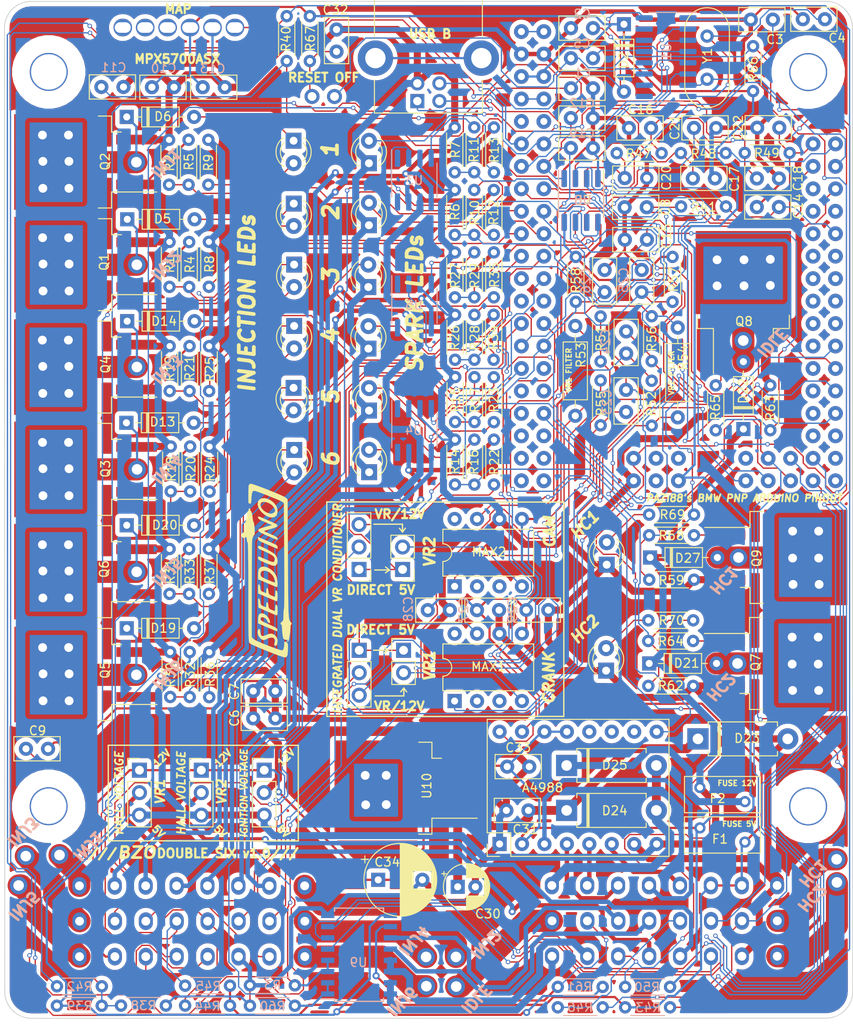
<source format=kicad_pcb>
(kicad_pcb (version 20171130) (host pcbnew "(5.1.10)-1")
  (layers (0 F.Cu signal hide) (31 B.Cu signal hide) (34 B.Paste user) (35 F.Paste user) (36 B.SilkS user) (37 F.SilkS user) (38 B.Mask user) (39 F.Mask user) (44 Edge.Cuts user))
  (net 0 "")
  (net 1 MCU-D16)
  (net 2 +12V)
  (net 3 MCU-D17)
  (net 4 STEP-2B)
  (net 5 STEP-2A)
  (net 6 "Net-(A1-Pad12)")
  (net 7 STEP-1A)
  (net 8 "Net-(A1-Pad11)")
  (net 9 STEP-1B)
  (net 10 "Net-(A1-Pad10)")
  (net 11 MCU-D24)
  (net 12 +5V_CH340)
  (net 13 "Net-(C2-Pad1)")
  (net 14 "Net-(C3-Pad1)")
  (net 15 "Net-(C4-Pad1)")
  (net 16 "Net-(C5-Pad2)")
  (net 17 RESET)
  (net 18 Vdrive)
  (net 19 O2_Sensor)
  (net 20 "Net-(C9-Pad1)")
  (net 21 ADC-Clamp-1)
  (net 22 ADC-Clamp-7)
  (net 23 ADC-Clamp-3)
  (net 24 ADC-Clamp-5)
  (net 25 TPS_Sensor)
  (net 26 IAT_Sensor)
  (net 27 CLT_Sensor)
  (net 28 MCU-D3)
  (net 29 ADC-Clamp-2)
  (net 30 ADC-Clamp-4)
  (net 31 ADC-Clamp-6)
  (net 32 "Net-(C23-Pad2)")
  (net 33 "Net-(C23-Pad1)")
  (net 34 "Net-(C24-Pad2)")
  (net 35 "Net-(C24-Pad1)")
  (net 36 ADC-Clamp-9)
  (net 37 ADC-Clamp-10)
  (net 38 VRegIn)
  (net 39 "Net-(C32-Pad1)")
  (net 40 "Net-(D3-Pad2)")
  (net 41 "Net-(D3-Pad1)")
  (net 42 "Net-(D4-Pad2)")
  (net 43 "Net-(D4-Pad1)")
  (net 44 INJ-2-OUT)
  (net 45 INJ-1-OUT)
  (net 46 "Net-(D7-Pad2)")
  (net 47 "Net-(D8-Pad2)")
  (net 48 "Net-(D9-Pad2)")
  (net 49 "Net-(D10-Pad2)")
  (net 50 "Net-(D11-Pad2)")
  (net 51 "Net-(D11-Pad1)")
  (net 52 "Net-(D12-Pad2)")
  (net 53 "Net-(D12-Pad1)")
  (net 54 INJ-4-OUT)
  (net 55 INJ-3-OUT)
  (net 56 "Net-(D15-Pad2)")
  (net 57 "Net-(D16-Pad2)")
  (net 58 "Net-(D17-Pad2)")
  (net 59 "Net-(D17-Pad1)")
  (net 60 "Net-(D18-Pad2)")
  (net 61 "Net-(D18-Pad1)")
  (net 62 INJ-6-OUT)
  (net 63 INJ-5-OUT)
  (net 64 HC-2-OUT)
  (net 65 IDLE-OUT)
  (net 66 12V-SW)
  (net 67 "Net-(D25-Pad1)")
  (net 68 RD+)
  (net 69 RD-)
  (net 70 "Net-(JP1-Pad3)")
  (net 71 VR1+)
  (net 72 "Net-(JP2-Pad3)")
  (net 73 VR2+)
  (net 74 "Net-(JP3-Pad2)")
  (net 75 "Net-(JP4-Pad2)")
  (net 76 ALIM_VR1)
  (net 77 ALIM_VR2)
  (net 78 "Net-(MAX1-Pad8)")
  (net 79 "Net-(MAX1-Pad3)")
  (net 80 "Net-(MAX1-Pad2)")
  (net 81 "Net-(MAX2-Pad8)")
  (net 82 "Net-(MAX2-Pad3)")
  (net 83 "Net-(MAX2-Pad2)")
  (net 84 "Net-(Q1-Pad1)")
  (net 85 "Net-(Q2-Pad1)")
  (net 86 "Net-(Q3-Pad1)")
  (net 87 "Net-(Q4-Pad1)")
  (net 88 "Net-(Q5-Pad1)")
  (net 89 "Net-(Q6-Pad1)")
  (net 90 "Net-(Q7-Pad1)")
  (net 91 "Net-(Q8-Pad1)")
  (net 92 MCU-D9)
  (net 93 MCU-D8)
  (net 94 MCU-D38)
  (net 95 MCU-D40)
  (net 96 "Net-(R10-Pad1)")
  (net 97 "Net-(R11-Pad1)")
  (net 98 IGN-2-OUT)
  (net 99 IGN-1-OUT)
  (net 100 MCU-D34)
  (net 101 MCU-D36)
  (net 102 "Net-(R16-Pad1)")
  (net 103 "Net-(R17-Pad1)")
  (net 104 MCU-D11)
  (net 105 MCU-D10)
  (net 106 IGN-6-OUT)
  (net 107 IGN-5-OUT)
  (net 108 MCU-D48)
  (net 109 MCU-D52)
  (net 110 "Net-(R28-Pad1)")
  (net 111 "Net-(R29-Pad1)")
  (net 112 MCU-D50)
  (net 113 MCU-D12)
  (net 114 IGN-4-OUT)
  (net 115 IGN-3-OUT)
  (net 116 ADC-Clamp-8)
  (net 117 Clutch_in)
  (net 118 VR1-)
  (net 119 VR2-)
  (net 120 MCU-D6)
  (net 121 MCU-D7)
  (net 122 TACHO-OUT)
  (net 123 MCU-D4)
  (net 124 MCU-D5)
  (net 125 "Net-(U1-Pad15)")
  (net 126 "Net-(U1-Pad14)")
  (net 127 "Net-(U1-Pad12)")
  (net 128 "Net-(U1-Pad11)")
  (net 129 "Net-(U1-Pad10)")
  (net 130 "Net-(U1-Pad9)")
  (net 131 MCU-D1)
  (net 132 MCU-D0)
  (net 133 "Net-(U2-PadMOSI)")
  (net 134 "Net-(U2-PadMISO)")
  (net 135 "Net-(U2-PadSCK)")
  (net 136 MCU-D53)
  (net 137 MCU-D49)
  (net 138 MCU-D47)
  (net 139 MCU-D46)
  (net 140 MCU-D45)
  (net 141 MCU-D44)
  (net 142 MCU-D43)
  (net 143 MCU-D42)
  (net 144 MCU-D41)
  (net 145 MCU-D39)
  (net 146 MCU-D37)
  (net 147 MCU-D35)
  (net 148 MCU-D33)
  (net 149 MCU-D32)
  (net 150 "Net-(U2-PadA15)")
  (net 151 "Net-(U2-PadA14)")
  (net 152 "Net-(U2-PadA13)")
  (net 153 "Net-(U2-PadA12)")
  (net 154 "Net-(U2-PadA11)")
  (net 155 MCU-A10)
  (net 156 MCU-A9)
  (net 157 MCU-A7)
  (net 158 MCU-A6)
  (net 159 MCU-A5)
  (net 160 MCU-D22)
  (net 161 MCU-D26)
  (net 162 MCU-D28)
  (net 163 MCU-D30)
  (net 164 MCU-D31)
  (net 165 MCU-D29)
  (net 166 MCU-D27)
  (net 167 MCU-D25)
  (net 168 MCU-D23)
  (net 169 MCU-D20)
  (net 170 MCU-D14)
  (net 171 MCU-D21)
  (net 172 MCU-D15)
  (net 173 MCU-D13)
  (net 174 "Net-(U2-PadAREF)")
  (net 175 "Net-(U2-PadRST)")
  (net 176 "Net-(U2-Pad3V3_1)")
  (net 177 "Net-(U2-PadVIN_1)")
  (net 178 "Net-(U3-Pad8)")
  (net 179 "Net-(U3-Pad1)")
  (net 180 "Net-(U4-Pad8)")
  (net 181 "Net-(U4-Pad1)")
  (net 182 "Net-(U5-Pad8)")
  (net 183 "Net-(U5-Pad1)")
  (net 184 "Net-(U6-Pad4)")
  (net 185 ADC-Clamp-12)
  (net 186 ADC-Clamp-11)
  (net 187 HC-1-OUT)
  (net 188 BOOST-OUT)
  (net 189 FAN-OUT)
  (net 190 FUELPUMP-OUT)
  (net 191 "Net-(D26-Pad2)")
  (net 192 "Net-(D28-Pad2)")
  (net 193 "Net-(Q9-Pad1)")
  (net 194 CUSTOM1-OUT)
  (net 195 GND_COM_EXT)
  (net 196 +5V_COM_EXT)
  (net 197 MAP_EXT)
  (net 198 "Net-(U6-Pad6)")
  (net 199 "Net-(U6-Pad5)")
  (net 200 "Net-(J1-Pad5)")
  (net 201 +5VA)
  (net 202 "Net-(D27-Pad2)")
  (net 203 "Net-(D5-Pad1)")
  (net 204 "Net-(D6-Pad1)")
  (net 205 "Net-(D13-Pad1)")
  (net 206 "Net-(D14-Pad1)")
  (net 207 "Net-(D19-Pad1)")
  (net 208 "Net-(D20-Pad1)")
  (net 209 "Net-(D21-Pad2)")
  (net 210 "Net-(D22-Pad2)")
  (module Connector_PinHeader_2.54mm:PinHeader_1x02_P2.54mm_Vertical (layer F.Cu) (at 141.44 58.81 90)
    (fp_text reference JP8 hide)
    (fp_text value Jumper_NO_Small)
    (pad 2 thru_hole oval (at 0 2.54 90) (size 1.7 1.7) (drill 1) (layers *.Cu *.Mask) (net 17 RESET))
    (pad 1 thru_hole circle (at 0 0 90) (size 1.7 1.7) (drill 1) (layers *.Cu *.Mask) (net 39 "Net-(C32-Pad1)"))
  )
  (module ARDUINO_MEGA_PRO:MODULE_MEGA_PRO_EMBED_CH340G___ATMEGA2560 (layer F.Cu) (at 182.92 76.67 270)
    (fp_text reference U2 hide)
    (fp_text value MEGA_PRO_EMBED_CH340G___ATMEGA2560)
    (pad MOSI thru_hole circle (at 25.6 2.54 270) (size 1.6764 1.6764) (drill 0.8) (layers *.Cu *.Mask) (net 133 "Net-(U2-PadMOSI)"))
    (pad 5V_3 thru_hole circle (at 25.6 0 270) (size 1.6764 1.6764) (drill 0.8) (layers *.Cu *.Mask) (net 196 +5V_COM_EXT))
    (pad MISO thru_hole circle (at 23.06 0 270) (size 1.6764 1.6764) (drill 0.8) (layers *.Cu *.Mask) (net 134 "Net-(U2-PadMISO)"))
    (pad SCK thru_hole circle (at 23.06 2.54 270) (size 1.6764 1.6764) (drill 0.8) (layers *.Cu *.Mask) (net 135 "Net-(U2-PadSCK)"))
    (pad GND_3 thru_hole circle (at 25.6 5.08 270) (size 1.6764 1.6764) (drill 0.8) (layers *.Cu *.Mask) (net 195 GND_COM_EXT))
    (pad RESET thru_hole circle (at 23.06 5.08 270) (size 1.6764 1.6764) (drill 0.8) (layers *.Cu *.Mask) (net 17 RESET))
    (pad D53 thru_hole circle (at 23.06 -7.62 270) (size 1.6764 1.6764) (drill 0.8) (layers *.Cu *.Mask) (net 136 MCU-D53))
    (pad D52 thru_hole circle (at 25.6 -7.62 270) (size 1.6764 1.6764) (drill 0.8) (layers *.Cu *.Mask) (net 109 MCU-D52))
    (pad D50 thru_hole circle (at 25.6 -10.16 270) (size 1.6764 1.6764) (drill 0.8) (layers *.Cu *.Mask) (net 112 MCU-D50))
    (pad D51 thru_hole circle (at 23.06 -10.16 270) (size 1.6764 1.6764) (drill 0.8) (layers *.Cu *.Mask) (net 116 ADC-Clamp-8))
    (pad D49 thru_hole circle (at 23.06 -12.7 270) (size 1.6764 1.6764) (drill 0.8) (layers *.Cu *.Mask) (net 137 MCU-D49))
    (pad D48 thru_hole circle (at 25.6 -12.7 270) (size 1.6764 1.6764) (drill 0.8) (layers *.Cu *.Mask) (net 108 MCU-D48))
    (pad D47 thru_hole circle (at 25.6 -15.24 270) (size 1.6764 1.6764) (drill 0.8) (layers *.Cu *.Mask) (net 138 MCU-D47))
    (pad D46 thru_hole circle (at 25.6 -17.78 270) (size 1.6764 1.6764) (drill 0.8) (layers *.Cu *.Mask) (net 139 MCU-D46))
    (pad D45 thru_hole circle (at 23.06 -15.24 270) (size 1.6764 1.6764) (drill 0.8) (layers *.Cu *.Mask) (net 140 MCU-D45))
    (pad D44 thru_hole circle (at 23.06 -17.78 270) (size 1.6764 1.6764) (drill 0.8) (layers *.Cu *.Mask) (net 141 MCU-D44))
    (pad D43 thru_hole circle (at 20.52 -15.24 270) (size 1.6764 1.6764) (drill 0.8) (layers *.Cu *.Mask) (net 142 MCU-D43))
    (pad D42 thru_hole circle (at 20.52 -17.78 270) (size 1.6764 1.6764) (drill 0.8) (layers *.Cu *.Mask) (net 143 MCU-D42))
    (pad D41 thru_hole circle (at 17.98 -15.24 270) (size 1.6764 1.6764) (drill 0.8) (layers *.Cu *.Mask) (net 144 MCU-D41))
    (pad D40 thru_hole circle (at 17.98 -17.78 270) (size 1.6764 1.6764) (drill 0.8) (layers *.Cu *.Mask) (net 95 MCU-D40))
    (pad D39 thru_hole circle (at 15.44 -15.24 270) (size 1.6764 1.6764) (drill 0.8) (layers *.Cu *.Mask) (net 145 MCU-D39))
    (pad D38 thru_hole circle (at 15.44 -17.78 270) (size 1.6764 1.6764) (drill 0.8) (layers *.Cu *.Mask) (net 94 MCU-D38))
    (pad D37 thru_hole circle (at 12.9 -15.24 270) (size 1.6764 1.6764) (drill 0.8) (layers *.Cu *.Mask) (net 146 MCU-D37))
    (pad D36 thru_hole circle (at 12.9 -17.78 270) (size 1.6764 1.6764) (drill 0.8) (layers *.Cu *.Mask) (net 101 MCU-D36))
    (pad D35 thru_hole circle (at 10.36 -15.24 270) (size 1.6764 1.6764) (drill 0.8) (layers *.Cu *.Mask) (net 147 MCU-D35))
    (pad D34 thru_hole circle (at 10.36 -17.78 270) (size 1.6764 1.6764) (drill 0.8) (layers *.Cu *.Mask) (net 100 MCU-D34))
    (pad D33 thru_hole circle (at 7.82 -15.24 270) (size 1.6764 1.6764) (drill 0.8) (layers *.Cu *.Mask) (net 148 MCU-D33))
    (pad D32 thru_hole circle (at 7.82 -17.78 270) (size 1.6764 1.6764) (drill 0.8) (layers *.Cu *.Mask) (net 149 MCU-D32))
    (pad A15 thru_hole circle (at 5.28 -15.24 270) (size 1.6764 1.6764) (drill 0.8) (layers *.Cu *.Mask) (net 150 "Net-(U2-PadA15)"))
    (pad A14 thru_hole circle (at 5.28 -17.78 270) (size 1.6764 1.6764) (drill 0.8) (layers *.Cu *.Mask) (net 151 "Net-(U2-PadA14)"))
    (pad A13 thru_hole circle (at 2.74 -15.24 270) (size 1.6764 1.6764) (drill 0.8) (layers *.Cu *.Mask) (net 152 "Net-(U2-PadA13)"))
    (pad A12 thru_hole circle (at 2.74 -17.78 270) (size 1.6764 1.6764) (drill 0.8) (layers *.Cu *.Mask) (net 153 "Net-(U2-PadA12)"))
    (pad A11 thru_hole circle (at 0.2 -15.24 270) (size 1.6764 1.6764) (drill 0.8) (layers *.Cu *.Mask) (net 154 "Net-(U2-PadA11)"))
    (pad A10 thru_hole circle (at 0.2 -17.78 270) (size 1.6764 1.6764) (drill 0.8) (layers *.Cu *.Mask) (net 155 MCU-A10))
    (pad A9 thru_hole circle (at -2.34 -15.24 270) (size 1.6764 1.6764) (drill 0.8) (layers *.Cu *.Mask) (net 156 MCU-A9))
    (pad A8 thru_hole circle (at -2.34 -17.78 270) (size 1.6764 1.6764) (drill 0.8) (layers *.Cu *.Mask) (net 23 ADC-Clamp-3))
    (pad A7 thru_hole circle (at -4.88 -15.24 270) (size 1.6764 1.6764) (drill 0.8) (layers *.Cu *.Mask) (net 157 MCU-A7))
    (pad A6 thru_hole circle (at -4.88 -17.78 270) (size 1.6764 1.6764) (drill 0.8) (layers *.Cu *.Mask) (net 158 MCU-A6))
    (pad A4 thru_hole circle (at -7.42 -17.78 270) (size 1.6764 1.6764) (drill 0.8) (layers *.Cu *.Mask) (net 24 ADC-Clamp-5))
    (pad A5 thru_hole circle (at -7.42 -15.24 270) (size 1.6764 1.6764) (drill 0.8) (layers *.Cu *.Mask) (net 159 MCU-A5))
    (pad A3 thru_hole circle (at -9.96 -15.24 270) (size 1.6764 1.6764) (drill 0.8) (layers *.Cu *.Mask) (net 21 ADC-Clamp-1))
    (pad A2 thru_hole circle (at -9.96 -17.78 270) (size 1.6764 1.6764) (drill 0.8) (layers *.Cu *.Mask) (net 29 ADC-Clamp-2))
    (pad A0 thru_hole circle (at -12.5 -17.78 270) (size 1.6764 1.6764) (drill 0.8) (layers *.Cu *.Mask) (net 30 ADC-Clamp-4))
    (pad A1 thru_hole circle (at -12.5 -15.24 270) (size 1.6764 1.6764) (drill 0.8) (layers *.Cu *.Mask) (net 31 ADC-Clamp-6))
    (pad D22 thru_hole circle (at 15.44 15.24 270) (size 1.6764 1.6764) (drill 0.8) (layers *.Cu *.Mask) (net 160 MCU-D22))
    (pad D24 thru_hole circle (at 17.98 15.24 270) (size 1.6764 1.6764) (drill 0.8) (layers *.Cu *.Mask) (net 11 MCU-D24))
    (pad D26 thru_hole circle (at 20.52 15.24 270) (size 1.6764 1.6764) (drill 0.8) (layers *.Cu *.Mask) (net 161 MCU-D26))
    (pad D28 thru_hole circle (at 23.06 15.24 270) (size 1.6764 1.6764) (drill 0.8) (layers *.Cu *.Mask) (net 162 MCU-D28))
    (pad D30 thru_hole circle (at 25.6 15.24 270) (size 1.6764 1.6764) (drill 0.8) (layers *.Cu *.Mask) (net 163 MCU-D30))
    (pad D31 thru_hole circle (at 25.6 17.78 270) (size 1.6764 1.6764) (drill 0.8) (layers *.Cu *.Mask) (net 164 MCU-D31))
    (pad D29 thru_hole circle (at 23.06 17.78 270) (size 1.6764 1.6764) (drill 0.8) (layers *.Cu *.Mask) (net 165 MCU-D29))
    (pad D27 thru_hole circle (at 20.52 17.78 270) (size 1.6764 1.6764) (drill 0.8) (layers *.Cu *.Mask) (net 166 MCU-D27))
    (pad D25 thru_hole circle (at 17.98 17.78 270) (size 1.6764 1.6764) (drill 0.8) (layers *.Cu *.Mask) (net 167 MCU-D25))
    (pad D23 thru_hole circle (at 15.44 17.78 270) (size 1.6764 1.6764) (drill 0.8) (layers *.Cu *.Mask) (net 168 MCU-D23))
    (pad D20 thru_hole circle (at 12.9 15.24 270) (size 1.6764 1.6764) (drill 0.8) (layers *.Cu *.Mask) (net 169 MCU-D20))
    (pad D18 thru_hole circle (at 10.36 15.24 270) (size 1.6764 1.6764) (drill 0.8) (layers *.Cu *.Mask) (net 37 ADC-Clamp-10))
    (pad D16 thru_hole circle (at 7.82 15.24 270) (size 1.6764 1.6764) (drill 0.8) (layers *.Cu *.Mask) (net 1 MCU-D16))
    (pad D14 thru_hole circle (at 5.28 15.24 270) (size 1.6764 1.6764) (drill 0.8) (layers *.Cu *.Mask) (net 170 MCU-D14))
    (pad D12 thru_hole circle (at 2.74 15.24 270) (size 1.6764 1.6764) (drill 0.8) (layers *.Cu *.Mask) (net 113 MCU-D12))
    (pad D10 thru_hole circle (at 0.2 15.24 270) (size 1.6764 1.6764) (drill 0.8) (layers *.Cu *.Mask) (net 105 MCU-D10))
    (pad D8 thru_hole circle (at -2.34 15.24 270) (size 1.6764 1.6764) (drill 0.8) (layers *.Cu *.Mask) (net 93 MCU-D8))
    (pad D6 thru_hole circle (at -4.88 15.24 270) (size 1.6764 1.6764) (drill 0.8) (layers *.Cu *.Mask) (net 120 MCU-D6))
    (pad D4 thru_hole circle (at -7.42 15.24 270) (size 1.6764 1.6764) (drill 0.8) (layers *.Cu *.Mask) (net 123 MCU-D4))
    (pad D2 thru_hole circle (at -9.96 15.24 270) (size 1.6764 1.6764) (drill 0.8) (layers *.Cu *.Mask) (net 22 ADC-Clamp-7))
    (pad D21 thru_hole circle (at 12.9 17.78 270) (size 1.6764 1.6764) (drill 0.8) (layers *.Cu *.Mask) (net 171 MCU-D21))
    (pad D19 thru_hole circle (at 10.36 17.78 270) (size 1.6764 1.6764) (drill 0.8) (layers *.Cu *.Mask) (net 36 ADC-Clamp-9))
    (pad D17 thru_hole circle (at 7.82 17.78 270) (size 1.6764 1.6764) (drill 0.8) (layers *.Cu *.Mask) (net 3 MCU-D17))
    (pad D15 thru_hole circle (at 5.28 17.78 270) (size 1.6764 1.6764) (drill 0.8) (layers *.Cu *.Mask) (net 172 MCU-D15))
    (pad D13 thru_hole circle (at 2.74 17.78 270) (size 1.6764 1.6764) (drill 0.8) (layers *.Cu *.Mask) (net 173 MCU-D13))
    (pad D11 thru_hole circle (at 0.2 17.78 270) (size 1.6764 1.6764) (drill 0.8) (layers *.Cu *.Mask) (net 104 MCU-D11))
    (pad D9 thru_hole circle (at -2.34 17.78 270) (size 1.6764 1.6764) (drill 0.8) (layers *.Cu *.Mask) (net 92 MCU-D9))
    (pad D7 thru_hole circle (at -4.88 17.78 270) (size 1.6764 1.6764) (drill 0.8) (layers *.Cu *.Mask) (net 121 MCU-D7))
    (pad D5 thru_hole circle (at -7.42 17.78 270) (size 1.6764 1.6764) (drill 0.8) (layers *.Cu *.Mask) (net 124 MCU-D5))
    (pad D3 thru_hole circle (at -9.96 17.78 270) (size 1.6764 1.6764) (drill 0.8) (layers *.Cu *.Mask) (net 28 MCU-D3))
    (pad TX thru_hole circle (at -12.5 17.78 270) (size 1.6764 1.6764) (drill 0.8) (layers *.Cu *.Mask) (net 131 MCU-D1))
    (pad RX thru_hole circle (at -12.5 15.24 270) (size 1.6764 1.6764) (drill 0.8) (layers *.Cu *.Mask) (net 132 MCU-D0))
    (pad AREF thru_hole circle (at -15.04 15.24 270) (size 1.6764 1.6764) (drill 0.8) (layers *.Cu *.Mask) (net 174 "Net-(U2-PadAREF)"))
    (pad RST thru_hole circle (at -15.04 17.78 270) (size 1.6764 1.6764) (drill 0.8) (layers *.Cu *.Mask) (net 175 "Net-(U2-PadRST)"))
    (pad 3V3_1 thru_hole circle (at -17.58 17.78 270) (size 1.6764 1.6764) (drill 0.8) (layers *.Cu *.Mask) (net 176 "Net-(U2-Pad3V3_1)"))
    (pad 3V3_2 thru_hole circle (at -17.58 15.24 270) (size 1.6764 1.6764) (drill 0.8) (layers *.Cu *.Mask) (net 176 "Net-(U2-Pad3V3_1)"))
    (pad 5V_2 thru_hole circle (at -20.12 15.24 270) (size 1.6764 1.6764) (drill 0.8) (layers *.Cu *.Mask) (net 196 +5V_COM_EXT))
    (pad 5V_1 thru_hole circle (at -20.12 17.78 270) (size 1.6764 1.6764) (drill 0.8) (layers *.Cu *.Mask) (net 196 +5V_COM_EXT))
    (pad GND_1 thru_hole circle (at -22.66 17.78 270) (size 1.6764 1.6764) (drill 0.8) (layers *.Cu *.Mask) (net 195 GND_COM_EXT))
    (pad GND_2 thru_hole circle (at -22.66 15.24 270) (size 1.6764 1.6764) (drill 0.8) (layers *.Cu *.Mask) (net 195 GND_COM_EXT))
    (pad VIN_1 thru_hole circle (at -25.2 17.78 270) (size 1.6764 1.6764) (drill 0.8) (layers *.Cu *.Mask) (net 177 "Net-(U2-PadVIN_1)"))
    (pad VIN_2 thru_hole circle (at -25.2 15.24 270) (size 1.6764 1.6764) (drill 0.8) (layers *.Cu *.Mask) (net 177 "Net-(U2-PadVIN_1)"))
  )
  (module Module:Pololu_Breakout-16_15.2x20.3mm (layer F.Cu) (at 162.67 143.35 90)
    (fp_text reference A4988 (at 6.37 4.87) (layer F.SilkS))
    (fp_text value Pololu_Breakout_A4988)
    (pad 16 thru_hole oval (at 12.7 0 90) (size 1.6 1.6) (drill 0.8) (layers *.Cu *.Mask) (net 1 MCU-D16))
    (pad 8 thru_hole oval (at 0 17.78 90) (size 1.6 1.6) (drill 0.8) (layers *.Cu *.Mask) (net 2 +12V))
    (pad 15 thru_hole oval (at 12.7 2.54 90) (size 1.6 1.6) (drill 0.8) (layers *.Cu *.Mask) (net 3 MCU-D17))
    (pad 7 thru_hole oval (at 0 15.24 90) (size 1.6 1.6) (drill 0.8) (layers *.Cu *.Mask) (net 195 GND_COM_EXT))
    (pad 14 thru_hole oval (at 12.7 5.08 90) (size 1.6 1.6) (drill 0.8) (layers *.Cu *.Mask) (net 196 +5V_COM_EXT))
    (pad 6 thru_hole oval (at 0 12.7 90) (size 1.6 1.6) (drill 0.8) (layers *.Cu *.Mask) (net 4 STEP-2B))
    (pad 13 thru_hole oval (at 12.7 7.62 90) (size 1.6 1.6) (drill 0.8) (layers *.Cu *.Mask) (net 196 +5V_COM_EXT))
    (pad 5 thru_hole oval (at 0 10.16 90) (size 1.6 1.6) (drill 0.8) (layers *.Cu *.Mask) (net 5 STEP-2A))
    (pad 12 thru_hole oval (at 12.7 10.16 90) (size 1.6 1.6) (drill 0.8) (layers *.Cu *.Mask) (net 6 "Net-(A1-Pad12)"))
    (pad 4 thru_hole oval (at 0 7.62 90) (size 1.6 1.6) (drill 0.8) (layers *.Cu *.Mask) (net 7 STEP-1A))
    (pad 11 thru_hole oval (at 12.7 12.7 90) (size 1.6 1.6) (drill 0.8) (layers *.Cu *.Mask) (net 8 "Net-(A1-Pad11)"))
    (pad 3 thru_hole oval (at 0 5.08 90) (size 1.6 1.6) (drill 0.8) (layers *.Cu *.Mask) (net 9 STEP-1B))
    (pad 10 thru_hole oval (at 12.7 15.24 90) (size 1.6 1.6) (drill 0.8) (layers *.Cu *.Mask) (net 10 "Net-(A1-Pad10)"))
    (pad 2 thru_hole oval (at 0 2.54 90) (size 1.6 1.6) (drill 0.8) (layers *.Cu *.Mask) (net 196 +5V_COM_EXT))
    (pad 9 thru_hole oval (at 12.7 17.78 90) (size 1.6 1.6) (drill 0.8) (layers *.Cu *.Mask) (net 11 MCU-D24))
    (pad 1 thru_hole rect (at 0 0 90) (size 1.6 1.6) (drill 0.8) (layers *.Cu *.Mask) (net 195 GND_COM_EXT))
  )
  (module Connector_USB:USB_B_Lumberg_2411_02_Horizontal (layer F.Cu) (at 153.36 59.33 90)
    (fp_text reference J1 hide)
    (fp_text value USB_B)
    (pad 5 thru_hole circle (at 4.86 -4.75 180) (size 4 4) (drill 2.3) (layers *.Cu *.Mask) (net 200 "Net-(J1-Pad5)"))
    (pad 5 thru_hole circle (at 4.86 7.25 180) (size 4 4) (drill 2.3) (layers *.Cu *.Mask) (net 200 "Net-(J1-Pad5)"))
    (pad 4 thru_hole circle (at 2 0 180) (size 1.6 1.6) (drill 0.95) (layers *.Cu *.Mask) (net 195 GND_COM_EXT))
    (pad 3 thru_hole circle (at 2 2.5 180) (size 1.6 1.6) (drill 0.95) (layers *.Cu *.Mask) (net 68 RD+))
    (pad 2 thru_hole circle (at 0 2.5 180) (size 1.6 1.6) (drill 0.95) (layers *.Cu *.Mask) (net 69 RD-))
    (pad 1 thru_hole rect (at 0 0 180) (size 1.6 1.6) (drill 0.95) (layers *.Cu *.Mask) (net 12 +5V_CH340))
  )
  (module Package_TO_SOT_SMD:TO-263-3_TabPin4_COOLING_PAD (layer F.Cu) (at 152.06 137.04 180)
    (fp_text reference U10 (at -2.37 0.27 90) (layer F.SilkS))
    (fp_text value LM2940T-5.0/LF08)
    (pad 4 thru_hole circle (at 4.6 1.45 180) (size 2 2) (drill 1) (layers *.Cu *.Mask))
    (pad 4 thru_hole circle (at 2.225 1.45 180) (size 2 2) (drill 1) (layers *.Cu *.Mask))
    (pad 4 thru_hole circle (at 4.55 -1.875 180) (size 2 2) (drill 1) (layers *.Cu *.Mask))
    (pad 4 thru_hole circle (at 2.225 -1.85 180) (size 2 2) (drill 1) (layers *.Cu *.Mask))
    (pad 4 smd rect (at 3.375 -0.225 180) (size 5 6) (layers B.Cu B.Mask))
    (pad 1 smd rect (at -5.775 -2.54 180) (size 4.6 1.1) (layers F.Cu F.Paste F.Mask) (net 38 VRegIn))
    (pad 2 smd rect (at -5.775 0 180) (size 4.6 1.1) (layers F.Cu F.Paste F.Mask) (net 195 GND_COM_EXT))
    (pad 3 smd rect (at -5.775 2.54 180) (size 4.6 1.1) (layers F.Cu F.Paste F.Mask) (net 196 +5V_COM_EXT))
    (pad 4 smd rect (at 3.375 0 180) (size 9.4 10.8) (layers F.Cu F.Mask))
  )
  (module Connector_Pin:WIRE_CONNECTOR (layer F.Cu) (at 121.55 66.24)
    (fp_text reference J9 hide)
    (fp_text value Conn_01x01_Female)
    (pad 1 thru_hole circle (at 0 0) (size 2 2) (drill 1.2) (layers *.Cu *.Mask) (net 204 "Net-(D6-Pad1)"))
  )
  (module Connector_Pin:WIRE_CONNECTOR (layer F.Cu) (at 200.83 145.08)
    (fp_text reference J5 hide)
    (fp_text value Conn_01x01_Female)
    (pad 1 thru_hole circle (at 0 0) (size 2 2) (drill 1.2) (layers *.Cu *.Mask) (net 187 HC-1-OUT))
  )
  (module Connector_Pin:WIRE_CONNECTOR (layer F.Cu) (at 200.86 147.69)
    (fp_text reference J21 hide)
    (fp_text value Conn_01x01_Female)
    (pad 1 thru_hole circle (at 0 0) (size 2 2) (drill 1.2) (layers *.Cu *.Mask) (net 64 HC-2-OUT))
  )
  (module Connector_Pin:WIRE_CONNECTOR (layer F.Cu) (at 189.61 122.93)
    (fp_text reference J20 hide)
    (fp_text value Conn_01x01_Female)
    (pad 1 thru_hole circle (at 0 0) (size 2 2) (drill 1.2) (layers *.Cu *.Mask) (net 209 "Net-(D21-Pad2)"))
  )
  (module Connector_Pin:WIRE_CONNECTOR (layer F.Cu) (at 157.76 159.47)
    (fp_text reference J19 hide)
    (fp_text value Conn_01x01_Female)
    (pad 1 thru_hole circle (at 0 0) (size 2 2) (drill 1.2) (layers *.Cu *.Mask) (net 65 IDLE-OUT))
  )
  (module Connector_Pin:WIRE_CONNECTOR (layer F.Cu) (at 190.26 86.41)
    (fp_text reference J18 hide)
    (fp_text value Conn_01x01_Female)
    (pad 1 thru_hole circle (at 0 0) (size 2 2) (drill 1.2) (layers *.Cu *.Mask) (net 210 "Net-(D22-Pad2)"))
  )
  (module Connector_Pin:WIRE_CONNECTOR (layer F.Cu) (at 121.58 112.57)
    (fp_text reference J17 hide)
    (fp_text value Conn_01x01_Female)
    (pad 1 thru_hole circle (at 0 0) (size 2 2) (drill 1.2) (layers *.Cu *.Mask) (net 208 "Net-(D20-Pad1)"))
  )
  (module Connector_Pin:WIRE_CONNECTOR (layer F.Cu) (at 121.55 124.22)
    (fp_text reference J16 hide)
    (fp_text value Conn_01x01_Female)
    (pad 1 thru_hole circle (at 0 0) (size 2 2) (drill 1.2) (layers *.Cu *.Mask) (net 207 "Net-(D19-Pad1)"))
  )
  (module Connector_Pin:WIRE_CONNECTOR (layer F.Cu) (at 108.22 148.04)
    (fp_text reference J15 hide)
    (fp_text value Conn_01x01_Female)
    (pad 1 thru_hole circle (at 0 0) (size 2 2) (drill 1.2) (layers *.Cu *.Mask) (net 63 INJ-5-OUT))
  )
  (module Connector_Pin:WIRE_CONNECTOR (layer F.Cu) (at 154.38 159.43)
    (fp_text reference J14 hide)
    (fp_text value Conn_01x01_Female)
    (pad 1 thru_hole circle (at 0 0) (size 2 2) (drill 1.2) (layers *.Cu *.Mask) (net 62 INJ-6-OUT))
  )
  (module Connector_Pin:WIRE_CONNECTOR (layer F.Cu) (at 121.61 89.4)
    (fp_text reference J13 hide)
    (fp_text value Conn_01x01_Female)
    (pad 1 thru_hole circle (at 0 0) (size 2 2) (drill 1.2) (layers *.Cu *.Mask) (net 206 "Net-(D14-Pad1)"))
  )
  (module Connector_Pin:WIRE_CONNECTOR (layer F.Cu) (at 121.63 100.98)
    (fp_text reference J12 hide)
    (fp_text value Conn_01x01_Female)
    (pad 1 thru_hole circle (at 0 0) (size 2 2) (drill 1.2) (layers *.Cu *.Mask) (net 205 "Net-(D13-Pad1)"))
  )
  (module Connector_Pin:WIRE_CONNECTOR (layer F.Cu) (at 154.35 156.12)
    (fp_text reference J11 hide)
    (fp_text value Conn_01x01_Female)
    (pad 1 thru_hole circle (at 0 0) (size 2 2) (drill 1.2) (layers *.Cu *.Mask) (net 54 INJ-4-OUT))
  )
  (module Connector_Pin:WIRE_CONNECTOR (layer F.Cu) (at 109.03 144.72)
    (fp_text reference J10 hide)
    (fp_text value Conn_01x01_Female)
    (pad 1 thru_hole circle (at 0 0) (size 2 2) (drill 1.2) (layers *.Cu *.Mask) (net 55 INJ-3-OUT))
  )
  (module Connector_Pin:WIRE_CONNECTOR (layer F.Cu) (at 121.6 77.84)
    (fp_text reference J8 hide)
    (fp_text value Conn_01x01_Female)
    (pad 1 thru_hole circle (at 0 0) (size 2 2) (drill 1.2) (layers *.Cu *.Mask) (net 203 "Net-(D5-Pad1)"))
  )
  (module Connector_Pin:WIRE_CONNECTOR (layer F.Cu) (at 112.85 144.6)
    (fp_text reference J7 hide)
    (fp_text value Conn_01x01_Female)
    (pad 1 thru_hole circle (at 0 0) (size 2 2) (drill 1.2) (layers *.Cu *.Mask) (net 45 INJ-1-OUT))
  )
  (module Connector_Pin:WIRE_CONNECTOR (layer F.Cu) (at 157.73 156.12)
    (fp_text reference J6 hide)
    (fp_text value Conn_01x01_Female)
    (pad 1 thru_hole circle (at 0 0) (size 2 2) (drill 1.2) (layers *.Cu *.Mask) (net 44 INJ-2-OUT))
  )
  (module Connector_Pin:WIRE_CONNECTOR (layer F.Cu) (at 189.72 110.95)
    (fp_text reference J4 hide)
    (fp_text value Conn_01x01_Female)
    (pad 1 thru_hole circle (at 0 0) (size 2 2) (drill 1.2) (layers *.Cu *.Mask) (net 202 "Net-(D27-Pad2)"))
  )
  (module IMAGES:Aspeeduino (layer F.Cu) (at 136.26 112.43 90)
    (fp_text reference G*** hide)
    (fp_text value LOGO hide)
  )
  (module Package_TO_SOT_SMD:TO-263-2_COOLING_PAD (layer F.Cu) (at 193.97 110.94)
    (fp_text reference Q9 (at -2.19 0.09 90) (layer F.SilkS))
    (fp_text value Q_NMOS_GDS)
    (pad 2 thru_hole circle (at 4.875 3.05 90) (size 2 2) (drill 1) (layers *.Cu *.Mask) (net 202 "Net-(D27-Pad2)"))
    (pad 2 thru_hole circle (at 4.825 -2.975 90) (size 2 2) (drill 1) (layers *.Cu *.Mask) (net 202 "Net-(D27-Pad2)"))
    (pad 2 thru_hole circle (at 4.825 0.075 90) (size 2 2) (drill 1) (layers *.Cu *.Mask) (net 202 "Net-(D27-Pad2)"))
    (pad 2 thru_hole circle (at 1.875 -2.975 90) (size 2 2) (drill 1) (layers *.Cu *.Mask) (net 202 "Net-(D27-Pad2)"))
    (pad 2 thru_hole circle (at 1.925 3.05 90) (size 2 2) (drill 1) (layers *.Cu *.Mask) (net 202 "Net-(D27-Pad2)"))
    (pad 2 thru_hole circle (at 1.875 0.075 90) (size 2 2) (drill 1) (layers *.Cu *.Mask) (net 202 "Net-(D27-Pad2)"))
    (pad 2 smd rect (at 3.375 0) (size 9.4 10.8) (layers F.Cu F.Mask) (net 202 "Net-(D27-Pad2)"))
    (pad 3 smd rect (at -5.775 2.54) (size 4.6 1.1) (layers F.Cu F.Paste F.Mask) (net 195 GND_COM_EXT))
    (pad 1 smd rect (at -5.775 -2.54) (size 4.6 1.1) (layers F.Cu F.Paste F.Mask) (net 193 "Net-(Q9-Pad1)"))
    (pad 2 smd rect (at 3.325 -0.025) (size 6 9) (layers B.Cu B.Mask) (net 202 "Net-(D27-Pad2)"))
  )
  (module Package_TO_SOT_SMD:TO-263-2_COOLING_PAD (layer F.Cu) (at 190.27 82.1 90)
    (fp_text reference Q8 (at -2.15 0.07 180) (layer F.SilkS))
    (fp_text value Q_NMOS_GDS)
    (pad 2 thru_hole circle (at 4.875 3.05 180) (size 2 2) (drill 1) (layers *.Cu *.Mask) (net 210 "Net-(D22-Pad2)"))
    (pad 2 thru_hole circle (at 4.825 -2.975 180) (size 2 2) (drill 1) (layers *.Cu *.Mask) (net 210 "Net-(D22-Pad2)"))
    (pad 2 thru_hole circle (at 4.825 0.075 180) (size 2 2) (drill 1) (layers *.Cu *.Mask) (net 210 "Net-(D22-Pad2)"))
    (pad 2 thru_hole circle (at 1.875 -2.975 180) (size 2 2) (drill 1) (layers *.Cu *.Mask) (net 210 "Net-(D22-Pad2)"))
    (pad 2 thru_hole circle (at 1.925 3.05 180) (size 2 2) (drill 1) (layers *.Cu *.Mask) (net 210 "Net-(D22-Pad2)"))
    (pad 2 thru_hole circle (at 1.875 0.075 180) (size 2 2) (drill 1) (layers *.Cu *.Mask) (net 210 "Net-(D22-Pad2)"))
    (pad 2 smd rect (at 3.375 0 90) (size 9.4 10.8) (layers F.Cu F.Mask) (net 210 "Net-(D22-Pad2)"))
    (pad 3 smd rect (at -5.775 2.54 90) (size 4.6 1.1) (layers F.Cu F.Paste F.Mask) (net 195 GND_COM_EXT))
    (pad 1 smd rect (at -5.775 -2.54 90) (size 4.6 1.1) (layers F.Cu F.Paste F.Mask) (net 91 "Net-(Q8-Pad1)"))
    (pad 2 smd rect (at 3.325 -0.025 90) (size 6 9) (layers B.Cu B.Mask) (net 210 "Net-(D22-Pad2)"))
  )
  (module Package_TO_SOT_SMD:TO-263-2_COOLING_PAD (layer F.Cu) (at 193.92 122.93)
    (fp_text reference Q7 (at -2.25 -0.13 270) (layer F.SilkS))
    (fp_text value Q_NMOS_GDS)
    (pad 2 thru_hole circle (at 4.875 3.05 90) (size 2 2) (drill 1) (layers *.Cu *.Mask) (net 209 "Net-(D21-Pad2)"))
    (pad 2 thru_hole circle (at 4.825 -2.975 90) (size 2 2) (drill 1) (layers *.Cu *.Mask) (net 209 "Net-(D21-Pad2)"))
    (pad 2 thru_hole circle (at 4.825 0.075 90) (size 2 2) (drill 1) (layers *.Cu *.Mask) (net 209 "Net-(D21-Pad2)"))
    (pad 2 thru_hole circle (at 1.875 -2.975 90) (size 2 2) (drill 1) (layers *.Cu *.Mask) (net 209 "Net-(D21-Pad2)"))
    (pad 2 thru_hole circle (at 1.925 3.05 90) (size 2 2) (drill 1) (layers *.Cu *.Mask) (net 209 "Net-(D21-Pad2)"))
    (pad 2 thru_hole circle (at 1.875 0.075 90) (size 2 2) (drill 1) (layers *.Cu *.Mask) (net 209 "Net-(D21-Pad2)"))
    (pad 2 smd rect (at 3.375 0) (size 9.4 10.8) (layers F.Cu F.Mask) (net 209 "Net-(D21-Pad2)"))
    (pad 3 smd rect (at -5.775 2.54) (size 4.6 1.1) (layers F.Cu F.Paste F.Mask) (net 195 GND_COM_EXT))
    (pad 1 smd rect (at -5.775 -2.54) (size 4.6 1.1) (layers F.Cu F.Paste F.Mask) (net 90 "Net-(Q7-Pad1)"))
    (pad 2 smd rect (at 3.325 -0.025) (size 6 9) (layers B.Cu B.Mask) (net 209 "Net-(D21-Pad2)"))
  )
  (module Package_TO_SOT_SMD:TO-263-2_COOLING_PAD (layer F.Cu) (at 115.79 112.55 180)
    (fp_text reference Q6 (at -2.12 0.3 90) (layer F.SilkS))
    (fp_text value Q_NMOS_GDS)
    (pad 2 thru_hole circle (at 4.875 3.05 270) (size 2 2) (drill 1) (layers *.Cu *.Mask) (net 208 "Net-(D20-Pad1)"))
    (pad 2 thru_hole circle (at 4.825 -2.975 270) (size 2 2) (drill 1) (layers *.Cu *.Mask) (net 208 "Net-(D20-Pad1)"))
    (pad 2 thru_hole circle (at 4.825 0.075 270) (size 2 2) (drill 1) (layers *.Cu *.Mask) (net 208 "Net-(D20-Pad1)"))
    (pad 2 thru_hole circle (at 1.875 -2.975 270) (size 2 2) (drill 1) (layers *.Cu *.Mask) (net 208 "Net-(D20-Pad1)"))
    (pad 2 thru_hole circle (at 1.925 3.05 270) (size 2 2) (drill 1) (layers *.Cu *.Mask) (net 208 "Net-(D20-Pad1)"))
    (pad 2 thru_hole circle (at 1.875 0.075 270) (size 2 2) (drill 1) (layers *.Cu *.Mask) (net 208 "Net-(D20-Pad1)"))
    (pad 2 smd rect (at 3.375 0 180) (size 9.4 10.8) (layers F.Cu F.Mask) (net 208 "Net-(D20-Pad1)"))
    (pad 3 smd rect (at -5.775 2.54 180) (size 4.6 1.1) (layers F.Cu F.Paste F.Mask) (net 195 GND_COM_EXT))
    (pad 1 smd rect (at -5.775 -2.54 180) (size 4.6 1.1) (layers F.Cu F.Paste F.Mask) (net 89 "Net-(Q6-Pad1)"))
    (pad 2 smd rect (at 3.325 -0.025 180) (size 6 9) (layers B.Cu B.Mask) (net 208 "Net-(D20-Pad1)"))
  )
  (module Package_TO_SOT_SMD:TO-263-2_COOLING_PAD (layer F.Cu) (at 115.81 124.18 180)
    (fp_text reference Q5 (at -2.2 0.53 90) (layer F.SilkS))
    (fp_text value Q_NMOS_GDS)
    (pad 2 thru_hole circle (at 4.875 3.05 270) (size 2 2) (drill 1) (layers *.Cu *.Mask) (net 207 "Net-(D19-Pad1)"))
    (pad 2 thru_hole circle (at 4.825 -2.975 270) (size 2 2) (drill 1) (layers *.Cu *.Mask) (net 207 "Net-(D19-Pad1)"))
    (pad 2 thru_hole circle (at 4.825 0.075 270) (size 2 2) (drill 1) (layers *.Cu *.Mask) (net 207 "Net-(D19-Pad1)"))
    (pad 2 thru_hole circle (at 1.875 -2.975 270) (size 2 2) (drill 1) (layers *.Cu *.Mask) (net 207 "Net-(D19-Pad1)"))
    (pad 2 thru_hole circle (at 1.925 3.05 270) (size 2 2) (drill 1) (layers *.Cu *.Mask) (net 207 "Net-(D19-Pad1)"))
    (pad 2 thru_hole circle (at 1.875 0.075 270) (size 2 2) (drill 1) (layers *.Cu *.Mask) (net 207 "Net-(D19-Pad1)"))
    (pad 2 smd rect (at 3.375 0 180) (size 9.4 10.8) (layers F.Cu F.Mask) (net 207 "Net-(D19-Pad1)"))
    (pad 3 smd rect (at -5.775 2.54 180) (size 4.6 1.1) (layers F.Cu F.Paste F.Mask) (net 195 GND_COM_EXT))
    (pad 1 smd rect (at -5.775 -2.54 180) (size 4.6 1.1) (layers F.Cu F.Paste F.Mask) (net 88 "Net-(Q5-Pad1)"))
    (pad 2 smd rect (at 3.325 -0.025 180) (size 6 9) (layers B.Cu B.Mask) (net 207 "Net-(D19-Pad1)"))
  )
  (module Package_TO_SOT_SMD:TO-263-2_COOLING_PAD (layer F.Cu) (at 115.78 89.41 180)
    (fp_text reference Q4 (at -2.28 0.28 90) (layer F.SilkS))
    (fp_text value Q_NMOS_GDS)
    (pad 2 thru_hole circle (at 4.875 3.05 270) (size 2 2) (drill 1) (layers *.Cu *.Mask) (net 206 "Net-(D14-Pad1)"))
    (pad 2 thru_hole circle (at 4.825 -2.975 270) (size 2 2) (drill 1) (layers *.Cu *.Mask) (net 206 "Net-(D14-Pad1)"))
    (pad 2 thru_hole circle (at 4.825 0.075 270) (size 2 2) (drill 1) (layers *.Cu *.Mask) (net 206 "Net-(D14-Pad1)"))
    (pad 2 thru_hole circle (at 1.875 -2.975 270) (size 2 2) (drill 1) (layers *.Cu *.Mask) (net 206 "Net-(D14-Pad1)"))
    (pad 2 thru_hole circle (at 1.925 3.05 270) (size 2 2) (drill 1) (layers *.Cu *.Mask) (net 206 "Net-(D14-Pad1)"))
    (pad 2 thru_hole circle (at 1.875 0.075 270) (size 2 2) (drill 1) (layers *.Cu *.Mask) (net 206 "Net-(D14-Pad1)"))
    (pad 2 smd rect (at 3.375 0 180) (size 9.4 10.8) (layers F.Cu F.Mask) (net 206 "Net-(D14-Pad1)"))
    (pad 3 smd rect (at -5.775 2.54 180) (size 4.6 1.1) (layers F.Cu F.Paste F.Mask) (net 195 GND_COM_EXT))
    (pad 1 smd rect (at -5.775 -2.54 180) (size 4.6 1.1) (layers F.Cu F.Paste F.Mask) (net 87 "Net-(Q4-Pad1)"))
    (pad 2 smd rect (at 3.325 -0.025 180) (size 6 9) (layers B.Cu B.Mask) (net 206 "Net-(D14-Pad1)"))
  )
  (module Package_TO_SOT_SMD:TO-263-2_COOLING_PAD (layer F.Cu) (at 115.8 100.98 180)
    (fp_text reference Q3 (at -2.26 0.07 90) (layer F.SilkS))
    (fp_text value Q_NMOS_GDS)
    (pad 2 thru_hole circle (at 4.875 3.05 270) (size 2 2) (drill 1) (layers *.Cu *.Mask) (net 205 "Net-(D13-Pad1)"))
    (pad 2 thru_hole circle (at 4.825 -2.975 270) (size 2 2) (drill 1) (layers *.Cu *.Mask) (net 205 "Net-(D13-Pad1)"))
    (pad 2 thru_hole circle (at 4.825 0.075 270) (size 2 2) (drill 1) (layers *.Cu *.Mask) (net 205 "Net-(D13-Pad1)"))
    (pad 2 thru_hole circle (at 1.875 -2.975 270) (size 2 2) (drill 1) (layers *.Cu *.Mask) (net 205 "Net-(D13-Pad1)"))
    (pad 2 thru_hole circle (at 1.925 3.05 270) (size 2 2) (drill 1) (layers *.Cu *.Mask) (net 205 "Net-(D13-Pad1)"))
    (pad 2 thru_hole circle (at 1.875 0.075 270) (size 2 2) (drill 1) (layers *.Cu *.Mask) (net 205 "Net-(D13-Pad1)"))
    (pad 2 smd rect (at 3.375 0 180) (size 9.4 10.8) (layers F.Cu F.Mask) (net 205 "Net-(D13-Pad1)"))
    (pad 3 smd rect (at -5.775 2.54 180) (size 4.6 1.1) (layers F.Cu F.Paste F.Mask) (net 195 GND_COM_EXT))
    (pad 1 smd rect (at -5.775 -2.54 180) (size 4.6 1.1) (layers F.Cu F.Paste F.Mask) (net 86 "Net-(Q3-Pad1)"))
    (pad 2 smd rect (at 3.325 -0.025 180) (size 6 9) (layers B.Cu B.Mask) (net 205 "Net-(D13-Pad1)"))
  )
  (module Package_TO_SOT_SMD:TO-263-2_COOLING_PAD (layer F.Cu) (at 115.79 66.22 180)
    (fp_text reference Q2 (at -2.23 0.05 90) (layer F.SilkS))
    (fp_text value Q_NMOS_GDS)
    (pad 2 thru_hole circle (at 4.875 3.05 270) (size 2 2) (drill 1) (layers *.Cu *.Mask) (net 204 "Net-(D6-Pad1)"))
    (pad 2 thru_hole circle (at 4.825 -2.975 270) (size 2 2) (drill 1) (layers *.Cu *.Mask) (net 204 "Net-(D6-Pad1)"))
    (pad 2 thru_hole circle (at 4.825 0.075 270) (size 2 2) (drill 1) (layers *.Cu *.Mask) (net 204 "Net-(D6-Pad1)"))
    (pad 2 thru_hole circle (at 1.875 -2.975 270) (size 2 2) (drill 1) (layers *.Cu *.Mask) (net 204 "Net-(D6-Pad1)"))
    (pad 2 thru_hole circle (at 1.925 3.05 270) (size 2 2) (drill 1) (layers *.Cu *.Mask) (net 204 "Net-(D6-Pad1)"))
    (pad 2 thru_hole circle (at 1.875 0.075 270) (size 2 2) (drill 1) (layers *.Cu *.Mask) (net 204 "Net-(D6-Pad1)"))
    (pad 2 smd rect (at 3.375 0 180) (size 9.4 10.8) (layers F.Cu F.Mask) (net 204 "Net-(D6-Pad1)"))
    (pad 3 smd rect (at -5.775 2.54 180) (size 4.6 1.1) (layers F.Cu F.Paste F.Mask) (net 195 GND_COM_EXT))
    (pad 1 smd rect (at -5.775 -2.54 180) (size 4.6 1.1) (layers F.Cu F.Paste F.Mask) (net 85 "Net-(Q2-Pad1)"))
    (pad 2 smd rect (at 3.325 -0.025 180) (size 6 9) (layers B.Cu B.Mask) (net 204 "Net-(D6-Pad1)"))
  )
  (module Package_TO_SOT_SMD:TO-263-2_COOLING_PAD (layer F.Cu) (at 115.81 77.83 180)
    (fp_text reference Q1 (at -2.09 0.31 90) (layer F.SilkS))
    (fp_text value Q_NMOS_GDS)
    (pad 2 thru_hole circle (at 4.875 3.05 270) (size 2 2) (drill 1) (layers *.Cu *.Mask) (net 203 "Net-(D5-Pad1)"))
    (pad 2 thru_hole circle (at 4.825 -2.975 270) (size 2 2) (drill 1) (layers *.Cu *.Mask) (net 203 "Net-(D5-Pad1)"))
    (pad 2 thru_hole circle (at 4.825 0.075 270) (size 2 2) (drill 1) (layers *.Cu *.Mask) (net 203 "Net-(D5-Pad1)"))
    (pad 2 thru_hole circle (at 1.875 -2.975 270) (size 2 2) (drill 1) (layers *.Cu *.Mask) (net 203 "Net-(D5-Pad1)"))
    (pad 2 thru_hole circle (at 1.925 3.05 270) (size 2 2) (drill 1) (layers *.Cu *.Mask) (net 203 "Net-(D5-Pad1)"))
    (pad 2 thru_hole circle (at 1.875 0.075 270) (size 2 2) (drill 1) (layers *.Cu *.Mask) (net 203 "Net-(D5-Pad1)"))
    (pad 2 smd rect (at 3.375 0 180) (size 9.4 10.8) (layers F.Cu F.Mask) (net 203 "Net-(D5-Pad1)"))
    (pad 3 smd rect (at -5.775 2.54 180) (size 4.6 1.1) (layers F.Cu F.Paste F.Mask) (net 195 GND_COM_EXT))
    (pad 1 smd rect (at -5.775 -2.54 180) (size 4.6 1.1) (layers F.Cu F.Paste F.Mask) (net 84 "Net-(Q1-Pad1)"))
    (pad 2 smd rect (at 3.325 -0.025 180) (size 6 9) (layers B.Cu B.Mask) (net 203 "Net-(D5-Pad1)"))
  )
  (module Resistor_THT:R_Axial_DIN0204_L3.6mm_D1.6mm_P5.08mm_Horizontal (layer B.Cu) (at 134.41 159.33)
    (fp_text reference R3 (at 2.56 -0.01) (layer B.SilkS) (effects (justify mirror)))
    (fp_text value 100k)
    (pad 2 thru_hole oval (at 5.08 0) (size 1.4 1.4) (drill 0.7) (layers *.Cu *.Mask) (net 171 MCU-D21))
    (pad 1 thru_hole circle (at 0 0) (size 1.4 1.4) (drill 0.7) (layers *.Cu *.Mask) (net 195 GND_COM_EXT))
  )
  (module Resistor_THT:R_Axial_DIN0204_L3.6mm_D1.6mm_P5.08mm_Horizontal (layer F.Cu) (at 179.51 118.05)
    (fp_text reference R70 (at 2.62 0.01) (layer F.SilkS))
    (fp_text value 100R/150R)
    (pad 2 thru_hole oval (at 5.08 0) (size 1.4 1.4) (drill 0.7) (layers *.Cu *.Mask) (net 123 MCU-D4))
    (pad 1 thru_hole circle (at 0 0) (size 1.4 1.4) (drill 0.7) (layers *.Cu *.Mask) (net 192 "Net-(D28-Pad2)"))
  )
  (module Resistor_THT:R_Axial_DIN0204_L3.6mm_D1.6mm_P5.08mm_Horizontal (layer F.Cu) (at 179.6 106.1)
    (fp_text reference R69 (at 2.64 0.01) (layer F.SilkS))
    (fp_text value 100R/150R)
    (pad 2 thru_hole oval (at 5.08 0) (size 1.4 1.4) (drill 0.7) (layers *.Cu *.Mask) (net 120 MCU-D6))
    (pad 1 thru_hole circle (at 0 0) (size 1.4 1.4) (drill 0.7) (layers *.Cu *.Mask) (net 191 "Net-(D26-Pad2)"))
  )
  (module Connector_PinHeader_2.54mm:PinHeader_1x06_P2.54mm_Vertical (layer F.Cu) (at 132.71 51.01 270)
    (fp_text reference U6 hide)
    (fp_text value MPX4250AP/MPX5700ASX)
    (pad 6 thru_hole oval (at 0 12.7 270) (size 2 2.1) (drill oval 1.2 1.8) (layers *.Cu *.Mask) (net 198 "Net-(U6-Pad6)"))
    (pad 5 thru_hole oval (at 0 10.16 270) (size 2 2.1) (drill oval 1.2 1.8) (layers *.Cu *.Mask) (net 199 "Net-(U6-Pad5)"))
    (pad 4 thru_hole oval (at 0 7.62 270) (size 2 2.1) (drill oval 1.2 1.8) (layers *.Cu *.Mask) (net 184 "Net-(U6-Pad4)"))
    (pad 3 thru_hole oval (at 0 5.08 270) (size 2 2.1) (drill oval 1.2 1.8) (layers *.Cu *.Mask) (net 196 +5V_COM_EXT))
    (pad 2 thru_hole oval (at 0 2.54 270) (size 2 2.1) (drill oval 1.2 1.8) (layers *.Cu *.Mask) (net 195 GND_COM_EXT))
    (pad 1 thru_hole oval (at 0 0 270) (size 2 2.1) (drill oval 1.2 1.8) (layers *.Cu *.Mask) (net 197 MAP_EXT))
  )
  (module Connector:perçage (layer F.Cu) (at 197.61 56.05)
    (fp_text reference REF** hide)
    (fp_text value perçage hide)
    (pad "" thru_hole circle (at 0 0) (size 4.3 4.3) (drill 4) (layers *.Cu *.Mask) (clearance 2))
  )
  (module Connector:perçage (layer F.Cu) (at 111.63 56.03)
    (fp_text reference REF** hide)
    (fp_text value perçage hide)
    (pad "" thru_hole circle (at 0 0) (size 4.3 4.3) (drill 4) (layers *.Cu *.Mask) (clearance 2))
  )
  (module Connector:perçage (layer F.Cu) (at 111.62 139.08)
    (fp_text reference REF** hide)
    (fp_text value perçage hide)
    (pad "" thru_hole circle (at 0 0) (size 4.3 4.3) (drill 4) (layers *.Cu *.Mask) (clearance 2))
  )
  (module Connector:perçage (layer F.Cu) (at 197.6 139.1)
    (fp_text reference REF** hide)
    (fp_text value perçage hide)
    (pad "" thru_hole circle (at 0 0) (size 4.3 4.3) (drill 4) (layers *.Cu *.Mask) (clearance 2))
  )
  (module Connector:CONNECTOR_ECU_3X8PINS_GENERIC (layer F.Cu) (at 113.3 158.36 90)
    (fp_text reference J3 hide)
    (fp_text value "connecteur ECU 2")
    (pad 24 thru_hole oval (at 2.275 27.315 90) (size 2 1.6) (drill 1) (layers *.Cu *.Mask) (net 62 INJ-6-OUT))
    (pad 23 thru_hole oval (at 2.275 23.315 90) (size 2 1.6) (drill 1) (layers *.Cu *.Mask) (net 19 O2_Sensor))
    (pad 22 thru_hole oval (at 2.275 19.815 90) (size 2 1.6) (drill 1) (layers *.Cu *.Mask) (net 195 GND_COM_EXT))
    (pad 21 thru_hole oval (at 2.275 16.315 90) (size 2 1.6) (drill 1) (layers *.Cu *.Mask) (net 131 MCU-D1))
    (pad 20 thru_hole oval (at 2.275 12.815 90) (size 2 1.6) (drill 1) (layers *.Cu *.Mask) (net 132 MCU-D0))
    (pad 19 thru_hole oval (at 2.275 9.315 90) (size 2 1.6) (drill 1) (layers *.Cu *.Mask) (net 17 RESET))
    (pad 18 thru_hole oval (at 2.275 5.815 90) (size 2 1.6) (drill 1) (layers *.Cu *.Mask) (net 196 +5V_COM_EXT))
    (pad 17 thru_hole oval (at 2.275 1.815 90) (size 2 1.6) (drill 1) (layers *.Cu *.Mask) (net 63 INJ-5-OUT))
    (pad 16 thru_hole oval (at 6.28 27.32 90) (size 2 1.6) (drill 1) (layers *.Cu *.Mask) (net 54 INJ-4-OUT))
    (pad 15 thru_hole oval (at 6.28 23.32 90) (size 2 1.6) (drill 1) (layers *.Cu *.Mask) (net 119 VR2-))
    (pad 14 thru_hole oval (at 6.28 19.82 90) (size 2 1.6) (drill 1) (layers *.Cu *.Mask) (net 73 VR2+))
    (pad 13 thru_hole oval (at 6.28 16.32 90) (size 2 1.6) (drill 1) (layers *.Cu *.Mask) (net 26 IAT_Sensor))
    (pad 12 thru_hole oval (at 6.28 12.82 90) (size 2 1.6) (drill 1) (layers *.Cu *.Mask) (net 27 CLT_Sensor))
    (pad 11 thru_hole oval (at 6.28 9.32 90) (size 2 1.6) (drill 1) (layers *.Cu *.Mask) (net 118 VR1-))
    (pad 10 thru_hole oval (at 6.28 5.82 90) (size 2 1.6) (drill 1) (layers *.Cu *.Mask) (net 71 VR1+))
    (pad 9 thru_hole oval (at 6.28 1.82 90) (size 2 1.6) (drill 1) (layers *.Cu *.Mask) (net 55 INJ-3-OUT))
    (pad 8 thru_hole oval (at 10.28 27.3 90) (size 2 1.6) (drill 1) (layers *.Cu *.Mask) (net 44 INJ-2-OUT))
    (pad 7 thru_hole oval (at 10.28 23.3 90) (size 2 1.6) (drill 1) (layers *.Cu *.Mask) (net 106 IGN-6-OUT))
    (pad 6 thru_hole oval (at 10.28 19.8 90) (size 2 1.6) (drill 1) (layers *.Cu *.Mask) (net 107 IGN-5-OUT))
    (pad 5 thru_hole oval (at 10.28 16.3 90) (size 2 1.6) (drill 1) (layers *.Cu *.Mask) (net 114 IGN-4-OUT))
    (pad 4 thru_hole oval (at 10.28 12.8 90) (size 2 1.6) (drill 1) (layers *.Cu *.Mask) (net 115 IGN-3-OUT))
    (pad 3 thru_hole oval (at 10.28 9.3 90) (size 2 1.6) (drill 1) (layers *.Cu *.Mask) (net 98 IGN-2-OUT))
    (pad 2 thru_hole oval (at 10.28 5.8 90) (size 2 1.6) (drill 1) (layers *.Cu *.Mask) (net 99 IGN-1-OUT))
    (pad 1 thru_hole oval (at 10.28 1.8 90) (size 2 1.6) (drill 1) (layers *.Cu *.Mask) (net 45 INJ-1-OUT))
  )
  (module Connector:CONNECTOR_ECU_3X8PINS_GENERIC (layer F.Cu) (at 166.79 158.32 90)
    (fp_text reference J2 hide)
    (fp_text value "connecteur ECU 1")
    (pad 24 thru_hole oval (at 2.275 27.315 90) (size 2 1.6) (drill 1) (layers *.Cu *.Mask) (net 64 HC-2-OUT))
    (pad 23 thru_hole oval (at 2.275 23.315 90) (size 2 1.6) (drill 1) (layers *.Cu *.Mask) (net 195 GND_COM_EXT))
    (pad 22 thru_hole oval (at 2.275 19.815 90) (size 2 1.6) (drill 1) (layers *.Cu *.Mask) (net 197 MAP_EXT))
    (pad 21 thru_hole oval (at 2.275 16.315 90) (size 2 1.6) (drill 1) (layers *.Cu *.Mask) (net 77 ALIM_VR2))
    (pad 20 thru_hole oval (at 2.275 12.815 90) (size 2 1.6) (drill 1) (layers *.Cu *.Mask) (net 76 ALIM_VR1))
    (pad 19 thru_hole oval (at 2.275 9.315 90) (size 2 1.6) (drill 1) (layers *.Cu *.Mask) (net 28 MCU-D3))
    (pad 18 thru_hole oval (at 2.275 5.815 90) (size 2 1.6) (drill 1) (layers *.Cu *.Mask) (net 194 CUSTOM1-OUT))
    (pad 17 thru_hole oval (at 2.275 1.815 90) (size 2 1.6) (drill 1) (layers *.Cu *.Mask) (net 188 BOOST-OUT))
    (pad 16 thru_hole oval (at 6.28 27.32 90) (size 2 1.6) (drill 1) (layers *.Cu *.Mask) (net 187 HC-1-OUT))
    (pad 15 thru_hole oval (at 6.28 23.32 90) (size 2 1.6) (drill 1) (layers *.Cu *.Mask) (net 22 ADC-Clamp-7))
    (pad 14 thru_hole oval (at 6.28 19.82 90) (size 2 1.6) (drill 1) (layers *.Cu *.Mask) (net 25 TPS_Sensor))
    (pad 13 thru_hole oval (at 6.28 16.32 90) (size 2 1.6) (drill 1) (layers *.Cu *.Mask) (net 117 Clutch_in))
    (pad 12 thru_hole oval (at 6.28 12.82 90) (size 2 1.6) (drill 1) (layers *.Cu *.Mask) (net 189 FAN-OUT))
    (pad 11 thru_hole oval (at 6.28 9.32 90) (size 2 1.6) (drill 1) (layers *.Cu *.Mask) (net 190 FUELPUMP-OUT))
    (pad 10 thru_hole oval (at 6.28 5.82 90) (size 2 1.6) (drill 1) (layers *.Cu *.Mask) (net 122 TACHO-OUT))
    (pad 9 thru_hole oval (at 6.28 1.82 90) (size 2 1.6) (drill 1) (layers *.Cu *.Mask) (net 65 IDLE-OUT))
    (pad 8 thru_hole oval (at 10.28 27.3 90) (size 2 1.6) (drill 1) (layers *.Cu *.Mask) (net 195 GND_COM_EXT))
    (pad 7 thru_hole oval (at 10.28 23.3 90) (size 2 1.6) (drill 1) (layers *.Cu *.Mask) (net 201 +5VA))
    (pad 6 thru_hole oval (at 10.28 19.8 90) (size 2 1.6) (drill 1) (layers *.Cu *.Mask) (net 201 +5VA))
    (pad 5 thru_hole oval (at 10.28 16.3 90) (size 2 1.6) (drill 1) (layers *.Cu *.Mask) (net 4 STEP-2B))
    (pad 4 thru_hole oval (at 10.28 12.8 90) (size 2 1.6) (drill 1) (layers *.Cu *.Mask) (net 9 STEP-1B))
    (pad 3 thru_hole oval (at 10.28 9.3 90) (size 2 1.6) (drill 1) (layers *.Cu *.Mask) (net 7 STEP-1A))
    (pad 2 thru_hole oval (at 10.28 5.8 90) (size 2 1.6) (drill 1) (layers *.Cu *.Mask) (net 5 STEP-2A))
    (pad 1 thru_hole oval (at 10.28 1.8 90) (size 2 1.6) (drill 1) (layers *.Cu *.Mask) (net 66 12V-SW))
  )
  (module Package_SO:SOIC-16W_5.3x10.2mm_P1.27mm (layer B.Cu) (at 146.76 155.87)
    (fp_text reference U9 (at -0.06 0.87) (layer B.SilkS) (effects (justify mirror)))
    (fp_text value ULN2003A)
    (pad 16 smd rect (at 3.55 4.445) (size 1.5 0.6) (layers B.Cu B.Paste B.Mask) (net 188 BOOST-OUT))
    (pad 15 smd rect (at 3.55 3.175) (size 1.5 0.6) (layers B.Cu B.Paste B.Mask) (net 188 BOOST-OUT))
    (pad 14 smd rect (at 3.55 1.905) (size 1.5 0.6) (layers B.Cu B.Paste B.Mask) (net 194 CUSTOM1-OUT))
    (pad 13 smd rect (at 3.55 0.635) (size 1.5 0.6) (layers B.Cu B.Paste B.Mask) (net 194 CUSTOM1-OUT))
    (pad 12 smd rect (at 3.55 -0.635) (size 1.5 0.6) (layers B.Cu B.Paste B.Mask) (net 189 FAN-OUT))
    (pad 11 smd rect (at 3.55 -1.905) (size 1.5 0.6) (layers B.Cu B.Paste B.Mask) (net 190 FUELPUMP-OUT))
    (pad 10 smd rect (at 3.55 -3.175) (size 1.5 0.6) (layers B.Cu B.Paste B.Mask) (net 122 TACHO-OUT))
    (pad 9 smd rect (at 3.55 -4.445) (size 1.5 0.6) (layers B.Cu B.Paste B.Mask) (net 2 +12V))
    (pad 8 smd rect (at -3.55 -4.445) (size 1.5 0.6) (layers B.Cu B.Paste B.Mask) (net 195 GND_COM_EXT))
    (pad 7 smd rect (at -3.55 -3.175) (size 1.5 0.6) (layers B.Cu B.Paste B.Mask) (net 137 MCU-D49))
    (pad 6 smd rect (at -3.55 -1.905) (size 1.5 0.6) (layers B.Cu B.Paste B.Mask) (net 140 MCU-D45))
    (pad 5 smd rect (at -3.55 -0.635) (size 1.5 0.6) (layers B.Cu B.Paste B.Mask) (net 138 MCU-D47))
    (pad 4 smd rect (at -3.55 0.635) (size 1.5 0.6) (layers B.Cu B.Paste B.Mask) (net 171 MCU-D21))
    (pad 3 smd rect (at -3.55 1.905) (size 1.5 0.6) (layers B.Cu B.Paste B.Mask) (net 171 MCU-D21))
    (pad 2 smd rect (at -3.55 3.175) (size 1.5 0.6) (layers B.Cu B.Paste B.Mask) (net 121 MCU-D7))
    (pad 1 smd rect (at -3.55 4.445) (size 1.5 0.6) (layers B.Cu B.Paste B.Mask) (net 121 MCU-D7))
  )
  (module Resistor_THT:R_Axial_DIN0204_L3.6mm_D1.6mm_P5.08mm_Horizontal (layer F.Cu) (at 179.6 108.43)
    (fp_text reference R68 (at 2.52 0.04) (layer F.SilkS))
    (fp_text value 1k)
    (pad 2 thru_hole oval (at 5.08 0) (size 1.4 1.4) (drill 0.7) (layers *.Cu *.Mask) (net 193 "Net-(Q9-Pad1)"))
    (pad 1 thru_hole circle (at 0 0) (size 1.4 1.4) (drill 0.7) (layers *.Cu *.Mask) (net 120 MCU-D6))
  )
  (module Resistor_THT:R_Axial_DIN0204_L3.6mm_D1.6mm_P5.08mm_Horizontal (layer F.Cu) (at 184.69 113.46 180)
    (fp_text reference R59 (at 2.56 -0.07) (layer F.SilkS))
    (fp_text value 100k)
    (pad 2 thru_hole oval (at 5.08 0 180) (size 1.4 1.4) (drill 0.7) (layers *.Cu *.Mask) (net 120 MCU-D6))
    (pad 1 thru_hole circle (at 0 0 180) (size 1.4 1.4) (drill 0.7) (layers *.Cu *.Mask) (net 195 GND_COM_EXT))
  )
  (module LED_THT:LED_D3.0mm (layer F.Cu) (at 174.73 123.74 90)
    (fp_text reference D28 hide)
    (fp_text value LED)
    (pad 2 thru_hole circle (at 2.54 0 90) (size 1.8 1.8) (drill 0.9) (layers *.Cu *.Mask) (net 192 "Net-(D28-Pad2)"))
    (pad 1 thru_hole rect (at 0 0 90) (size 1.8 1.8) (drill 0.9) (layers *.Cu *.Mask) (net 195 GND_COM_EXT))
  )
  (module Diode_THT:D_DO-35_SOD27_P7.62mm_Horizontal (layer F.Cu) (at 179.71 110.95)
    (fp_text reference D27 (at 4.26 0.07) (layer F.SilkS))
    (fp_text value 1N914TAP)
    (pad 2 thru_hole oval (at 7.62 0) (size 1.6 1.6) (drill 0.8) (layers *.Cu *.Mask) (net 202 "Net-(D27-Pad2)"))
    (pad 1 thru_hole rect (at 0 0) (size 1.6 1.6) (drill 0.8) (layers *.Cu *.Mask) (net 2 +12V))
  )
  (module LED_THT:LED_D3.0mm (layer F.Cu) (at 174.8 111.76 90)
    (fp_text reference D26 hide)
    (fp_text value LED)
    (pad 2 thru_hole circle (at 2.54 0 90) (size 1.8 1.8) (drill 0.9) (layers *.Cu *.Mask) (net 191 "Net-(D26-Pad2)"))
    (pad 1 thru_hole rect (at 0 0 90) (size 1.8 1.8) (drill 0.9) (layers *.Cu *.Mask) (net 195 GND_COM_EXT))
  )
  (module Crystal:Crystal_HC49-U_Vertical (layer F.Cu) (at 186.16 56.86 90)
    (fp_text reference Y1 (at 2.64 0.04 90) (layer F.SilkS))
    (fp_text value 12Mhz)
    (pad 2 thru_hole circle (at 4.88 0 90) (size 1.5 1.5) (drill 0.8) (layers *.Cu *.Mask) (net 15 "Net-(C4-Pad1)"))
    (pad 1 thru_hole circle (at 0 0 90) (size 1.5 1.5) (drill 0.8) (layers *.Cu *.Mask) (net 14 "Net-(C3-Pad1)"))
  )
  (module Package_SO:SOIC-8_3.9x4.9mm_P1.27mm (layer B.Cu) (at 171.91 70.56 270)
    (fp_text reference U8 (at -0.02 -0.19) (layer B.SilkS) (effects (justify mirror)))
    (fp_text value SP721ABG/SP721ABTG)
    (pad 8 smd roundrect (at 2.475 1.905 270) (size 1.95 0.6) (layers B.Cu B.Paste B.Mask) (net 201 +5VA))
    (pad 7 smd roundrect (at 2.475 0.635 270) (size 1.95 0.6) (layers B.Cu B.Paste B.Mask) (net 185 ADC-Clamp-12))
    (pad 6 smd roundrect (at 2.475 -0.635 270) (size 1.95 0.6) (layers B.Cu B.Paste B.Mask) (net 186 ADC-Clamp-11))
    (pad 5 smd roundrect (at 2.475 -1.905 270) (size 1.95 0.6) (layers B.Cu B.Paste B.Mask) (net 37 ADC-Clamp-10))
    (pad 4 smd roundrect (at -2.475 -1.905 270) (size 1.95 0.6) (layers B.Cu B.Paste B.Mask) (net 195 GND_COM_EXT))
    (pad 3 smd roundrect (at -2.475 -0.635 270) (size 1.95 0.6) (layers B.Cu B.Paste B.Mask) (net 36 ADC-Clamp-9))
    (pad 2 smd roundrect (at -2.475 0.635 270) (size 1.95 0.6) (layers B.Cu B.Paste B.Mask) (net 116 ADC-Clamp-8))
    (pad 1 smd roundrect (at -2.475 1.905 270) (size 1.95 0.6) (layers B.Cu B.Paste B.Mask) (net 22 ADC-Clamp-7))
  )
  (module Package_SO:SOIC-8_3.9x4.9mm_P1.27mm (layer F.Cu) (at 171.88 70.57 270)
    (fp_text reference U7 (at 0 -0.19 180) (layer F.SilkS))
    (fp_text value SP721ABG/SP721ABTG)
    (pad 8 smd roundrect (at 2.475 -1.905 270) (size 1.95 0.6) (layers F.Cu F.Paste F.Mask) (net 201 +5VA))
    (pad 7 smd roundrect (at 2.475 -0.635 270) (size 1.95 0.6) (layers F.Cu F.Paste F.Mask) (net 31 ADC-Clamp-6))
    (pad 6 smd roundrect (at 2.475 0.635 270) (size 1.95 0.6) (layers F.Cu F.Paste F.Mask) (net 24 ADC-Clamp-5))
    (pad 5 smd roundrect (at 2.475 1.905 270) (size 1.95 0.6) (layers F.Cu F.Paste F.Mask) (net 30 ADC-Clamp-4))
    (pad 4 smd roundrect (at -2.475 1.905 270) (size 1.95 0.6) (layers F.Cu F.Paste F.Mask) (net 195 GND_COM_EXT))
    (pad 3 smd roundrect (at -2.475 0.635 270) (size 1.95 0.6) (layers F.Cu F.Paste F.Mask) (net 23 ADC-Clamp-3))
    (pad 2 smd roundrect (at -2.475 -0.635 270) (size 1.95 0.6) (layers F.Cu F.Paste F.Mask) (net 29 ADC-Clamp-2))
    (pad 1 smd roundrect (at -2.475 -1.905 270) (size 1.95 0.6) (layers F.Cu F.Paste F.Mask) (net 21 ADC-Clamp-1))
  )
  (module Package_SO:SOIC-8_3.9x4.9mm_P1.27mm (layer B.Cu) (at 153.03 82.5 270)
    (fp_text reference U5 (at -0.09 0.04) (layer B.SilkS) (effects (justify mirror)))
    (fp_text value "TC4424EPA/TC4424VPA/UCC27324DR ")
    (pad 8 smd roundrect (at 2.475 1.905 270) (size 1.95 0.6) (layers B.Cu B.Paste B.Mask) (net 182 "Net-(U5-Pad8)"))
    (pad 7 smd roundrect (at 2.475 0.635 270) (size 1.95 0.6) (layers B.Cu B.Paste B.Mask) (net 114 IGN-4-OUT))
    (pad 6 smd roundrect (at 2.475 -0.635 270) (size 1.95 0.6) (layers B.Cu B.Paste B.Mask) (net 18 Vdrive))
    (pad 5 smd roundrect (at 2.475 -1.905 270) (size 1.95 0.6) (layers B.Cu B.Paste B.Mask) (net 115 IGN-3-OUT))
    (pad 4 smd roundrect (at -2.475 -1.905 270) (size 1.95 0.6) (layers B.Cu B.Paste B.Mask) (net 111 "Net-(R29-Pad1)"))
    (pad 3 smd roundrect (at -2.475 -0.635 270) (size 1.95 0.6) (layers B.Cu B.Paste B.Mask) (net 195 GND_COM_EXT))
    (pad 2 smd roundrect (at -2.475 0.635 270) (size 1.95 0.6) (layers B.Cu B.Paste B.Mask) (net 110 "Net-(R28-Pad1)"))
    (pad 1 smd roundrect (at -2.475 1.905 270) (size 1.95 0.6) (layers B.Cu B.Paste B.Mask) (net 183 "Net-(U5-Pad1)"))
  )
  (module Package_SO:SOIC-8_3.9x4.9mm_P1.27mm (layer B.Cu) (at 153.03 96.59 270)
    (fp_text reference U4 (at -0.03 0.08) (layer B.SilkS) (effects (justify mirror)))
    (fp_text value "TC4424EPA/TC4424VPA/UCC27324DR ")
    (pad 8 smd roundrect (at 2.475 1.905 270) (size 1.95 0.6) (layers B.Cu B.Paste B.Mask) (net 180 "Net-(U4-Pad8)"))
    (pad 7 smd roundrect (at 2.475 0.635 270) (size 1.95 0.6) (layers B.Cu B.Paste B.Mask) (net 106 IGN-6-OUT))
    (pad 6 smd roundrect (at 2.475 -0.635 270) (size 1.95 0.6) (layers B.Cu B.Paste B.Mask) (net 18 Vdrive))
    (pad 5 smd roundrect (at 2.475 -1.905 270) (size 1.95 0.6) (layers B.Cu B.Paste B.Mask) (net 107 IGN-5-OUT))
    (pad 4 smd roundrect (at -2.475 -1.905 270) (size 1.95 0.6) (layers B.Cu B.Paste B.Mask) (net 103 "Net-(R17-Pad1)"))
    (pad 3 smd roundrect (at -2.475 -0.635 270) (size 1.95 0.6) (layers B.Cu B.Paste B.Mask) (net 195 GND_COM_EXT))
    (pad 2 smd roundrect (at -2.475 0.635 270) (size 1.95 0.6) (layers B.Cu B.Paste B.Mask) (net 102 "Net-(R16-Pad1)"))
    (pad 1 smd roundrect (at -2.475 1.905 270) (size 1.95 0.6) (layers B.Cu B.Paste B.Mask) (net 181 "Net-(U4-Pad1)"))
  )
  (module Package_SO:SOIC-8_3.9x4.9mm_P1.27mm (layer B.Cu) (at 153.02 68.27 270)
    (fp_text reference U3 (at 0.02 0) (layer B.SilkS) (effects (justify mirror)))
    (fp_text value "TC4424EPA/TC4424VPA/UCC27324DR ")
    (pad 8 smd roundrect (at 2.475 1.905 270) (size 1.95 0.6) (layers B.Cu B.Paste B.Mask) (net 178 "Net-(U3-Pad8)"))
    (pad 7 smd roundrect (at 2.475 0.635 270) (size 1.95 0.6) (layers B.Cu B.Paste B.Mask) (net 98 IGN-2-OUT))
    (pad 6 smd roundrect (at 2.475 -0.635 270) (size 1.95 0.6) (layers B.Cu B.Paste B.Mask) (net 18 Vdrive))
    (pad 5 smd roundrect (at 2.475 -1.905 270) (size 1.95 0.6) (layers B.Cu B.Paste B.Mask) (net 99 IGN-1-OUT))
    (pad 4 smd roundrect (at -2.475 -1.905 270) (size 1.95 0.6) (layers B.Cu B.Paste B.Mask) (net 97 "Net-(R11-Pad1)"))
    (pad 3 smd roundrect (at -2.475 -0.635 270) (size 1.95 0.6) (layers B.Cu B.Paste B.Mask) (net 195 GND_COM_EXT))
    (pad 2 smd roundrect (at -2.475 0.635 270) (size 1.95 0.6) (layers B.Cu B.Paste B.Mask) (net 96 "Net-(R10-Pad1)"))
    (pad 1 smd roundrect (at -2.475 1.905 270) (size 1.95 0.6) (layers B.Cu B.Paste B.Mask) (net 179 "Net-(U3-Pad1)"))
  )
  (module Package_SO:SOIC-16_3.9x9.9mm_P1.27mm (layer B.Cu) (at 181.52 54.36 180)
    (fp_text reference U1 (at -0.07 0.59 90) (layer B.SilkS) (effects (justify mirror)))
    (fp_text value CH340G)
    (pad 16 smd roundrect (at 2.475 4.445 180) (size 1.95 0.6) (layers B.Cu B.Paste B.Mask) (net 12 +5V_CH340))
    (pad 15 smd roundrect (at 2.475 3.175 180) (size 1.95 0.6) (layers B.Cu B.Paste B.Mask) (net 125 "Net-(U1-Pad15)"))
    (pad 14 smd roundrect (at 2.475 1.905 180) (size 1.95 0.6) (layers B.Cu B.Paste B.Mask) (net 126 "Net-(U1-Pad14)"))
    (pad 13 smd roundrect (at 2.475 0.635 180) (size 1.95 0.6) (layers B.Cu B.Paste B.Mask) (net 16 "Net-(C5-Pad2)"))
    (pad 12 smd roundrect (at 2.475 -0.635 180) (size 1.95 0.6) (layers B.Cu B.Paste B.Mask) (net 127 "Net-(U1-Pad12)"))
    (pad 11 smd roundrect (at 2.475 -1.905 180) (size 1.95 0.6) (layers B.Cu B.Paste B.Mask) (net 128 "Net-(U1-Pad11)"))
    (pad 10 smd roundrect (at 2.475 -3.175 180) (size 1.95 0.6) (layers B.Cu B.Paste B.Mask) (net 129 "Net-(U1-Pad10)"))
    (pad 9 smd roundrect (at 2.475 -4.445 180) (size 1.95 0.6) (layers B.Cu B.Paste B.Mask) (net 130 "Net-(U1-Pad9)"))
    (pad 8 smd roundrect (at -2.475 -4.445 180) (size 1.95 0.6) (layers B.Cu B.Paste B.Mask) (net 15 "Net-(C4-Pad1)"))
    (pad 7 smd roundrect (at -2.475 -3.175 180) (size 1.95 0.6) (layers B.Cu B.Paste B.Mask) (net 14 "Net-(C3-Pad1)"))
    (pad 6 smd roundrect (at -2.475 -1.905 180) (size 1.95 0.6) (layers B.Cu B.Paste B.Mask) (net 69 RD-))
    (pad 5 smd roundrect (at -2.475 -0.635 180) (size 1.95 0.6) (layers B.Cu B.Paste B.Mask) (net 68 RD+))
    (pad 4 smd roundrect (at -2.475 0.635 180) (size 1.95 0.6) (layers B.Cu B.Paste B.Mask) (net 13 "Net-(C2-Pad1)"))
    (pad 3 smd roundrect (at -2.475 1.905 180) (size 1.95 0.6) (layers B.Cu B.Paste B.Mask) (net 131 MCU-D1))
    (pad 2 smd roundrect (at -2.475 3.175 180) (size 1.95 0.6) (layers B.Cu B.Paste B.Mask) (net 132 MCU-D0))
    (pad 1 smd roundrect (at -2.475 4.445 180) (size 1.95 0.6) (layers B.Cu B.Paste B.Mask) (net 195 GND_COM_EXT))
  )
  (module Resistor_THT:R_Axial_DIN0204_L3.6mm_D1.6mm_P5.08mm_Horizontal (layer F.Cu) (at 141.19 54.8 90)
    (fp_text reference R67 (at 2.54 0.06 90) (layer F.SilkS))
    (fp_text value 120R)
    (pad 2 thru_hole oval (at 5.08 0 90) (size 1.4 1.4) (drill 0.7) (layers *.Cu *.Mask) (net 196 +5V_COM_EXT))
    (pad 1 thru_hole circle (at 0 0 90) (size 1.4 1.4) (drill 0.7) (layers *.Cu *.Mask) (net 39 "Net-(C32-Pad1)"))
  )
  (module Resistor_THT:R_Axial_DIN0204_L3.6mm_D1.6mm_P5.08mm_Horizontal (layer F.Cu) (at 191.37 53.12 270)
    (fp_text reference R66 (at 2.61 0 90) (layer F.SilkS))
    (fp_text value 10k)
    (pad 2 thru_hole oval (at 5.08 0 270) (size 1.4 1.4) (drill 0.7) (layers *.Cu *.Mask) (net 196 +5V_COM_EXT))
    (pad 1 thru_hole circle (at 0 0 270) (size 1.4 1.4) (drill 0.7) (layers *.Cu *.Mask) (net 17 RESET))
  )
  (module Resistor_THT:R_Axial_DIN0204_L3.6mm_D1.6mm_P5.08mm_Horizontal (layer F.Cu) (at 187.14 96.56 90)
    (fp_text reference R65 (at 2.57 -0.03 90) (layer F.SilkS))
    (fp_text value 1k)
    (pad 2 thru_hole oval (at 5.08 0 90) (size 1.4 1.4) (drill 0.7) (layers *.Cu *.Mask) (net 91 "Net-(Q8-Pad1)"))
    (pad 1 thru_hole circle (at 0 0 90) (size 1.4 1.4) (drill 0.7) (layers *.Cu *.Mask) (net 124 MCU-D5))
  )
  (module Resistor_THT:R_Axial_DIN0204_L3.6mm_D1.6mm_P5.08mm_Horizontal (layer F.Cu) (at 179.5 120.39)
    (fp_text reference R64 (at 2.56 0.03) (layer F.SilkS))
    (fp_text value 1k)
    (pad 2 thru_hole oval (at 5.08 0) (size 1.4 1.4) (drill 0.7) (layers *.Cu *.Mask) (net 90 "Net-(Q7-Pad1)"))
    (pad 1 thru_hole circle (at 0 0) (size 1.4 1.4) (drill 0.7) (layers *.Cu *.Mask) (net 123 MCU-D4))
  )
  (module Resistor_THT:R_Axial_DIN0204_L3.6mm_D1.6mm_P5.08mm_Horizontal (layer F.Cu) (at 193.32 91.47 270)
    (fp_text reference R63 (at 2.57 -0.03 90) (layer F.SilkS))
    (fp_text value 100k)
    (pad 2 thru_hole oval (at 5.08 0 270) (size 1.4 1.4) (drill 0.7) (layers *.Cu *.Mask) (net 124 MCU-D5))
    (pad 1 thru_hole circle (at 0 0 270) (size 1.4 1.4) (drill 0.7) (layers *.Cu *.Mask) (net 195 GND_COM_EXT))
  )
  (module Resistor_THT:R_Axial_DIN0204_L3.6mm_D1.6mm_P5.08mm_Horizontal (layer F.Cu) (at 184.59 125.47 180)
    (fp_text reference R62 (at 2.54 0.01) (layer F.SilkS))
    (fp_text value 100k)
    (pad 2 thru_hole oval (at 5.08 0 180) (size 1.4 1.4) (drill 0.7) (layers *.Cu *.Mask) (net 123 MCU-D4))
    (pad 1 thru_hole circle (at 0 0 180) (size 1.4 1.4) (drill 0.7) (layers *.Cu *.Mask) (net 195 GND_COM_EXT))
  )
  (module Resistor_THT:R_Axial_DIN0204_L3.6mm_D1.6mm_P5.08mm_Horizontal (layer B.Cu) (at 169.26 159.51)
    (fp_text reference R61 (at 2.44 0 180) (layer B.SilkS) (effects (justify mirror)))
    (fp_text value 10k)
    (pad 2 thru_hole oval (at 5.08 0) (size 1.4 1.4) (drill 0.7) (layers *.Cu *.Mask) (net 2 +12V))
    (pad 1 thru_hole circle (at 0 0) (size 1.4 1.4) (drill 0.7) (layers *.Cu *.Mask) (net 122 TACHO-OUT))
  )
  (module Resistor_THT:R_Axial_DIN0204_L3.6mm_D1.6mm_P5.08mm_Horizontal (layer B.Cu) (at 134.41 161.64)
    (fp_text reference R60 (at 2.56 0.06) (layer B.SilkS) (effects (justify mirror)))
    (fp_text value 100k)
    (pad 2 thru_hole oval (at 5.08 0) (size 1.4 1.4) (drill 0.7) (layers *.Cu *.Mask) (net 121 MCU-D7))
    (pad 1 thru_hole circle (at 0 0) (size 1.4 1.4) (drill 0.7) (layers *.Cu *.Mask) (net 195 GND_COM_EXT))
  )
  (module Resistor_THT:R_Axial_DIN0204_L3.6mm_D1.6mm_P5.08mm_Horizontal (layer F.Cu) (at 171.3 82.03 90)
    (fp_text reference R58 (at 2.42 0.02 90) (layer F.SilkS))
    (fp_text value 1k)
    (pad 2 thru_hole oval (at 5.08 0 90) (size 1.4 1.4) (drill 0.7) (layers *.Cu *.Mask) (net 201 +5VA))
    (pad 1 thru_hole circle (at 0 0 90) (size 1.4 1.4) (drill 0.7) (layers *.Cu *.Mask) (net 37 ADC-Clamp-10))
  )
  (module Resistor_THT:R_Axial_DIN0204_L3.6mm_D1.6mm_P5.08mm_Horizontal (layer F.Cu) (at 182.25 82.03 90)
    (fp_text reference R57 (at 2.54 0.11 90) (layer F.SilkS))
    (fp_text value 1k)
    (pad 2 thru_hole oval (at 5.08 0 90) (size 1.4 1.4) (drill 0.7) (layers *.Cu *.Mask) (net 201 +5VA))
    (pad 1 thru_hole circle (at 0 0 90) (size 1.4 1.4) (drill 0.7) (layers *.Cu *.Mask) (net 36 ADC-Clamp-9))
  )
  (module Resistor_THT:R_Axial_DIN0204_L3.6mm_D1.6mm_P5.08mm_Horizontal (layer F.Cu) (at 179.89 88.74 90)
    (fp_text reference R56 (at 2.52 0.01 90) (layer F.SilkS))
    (fp_text value 10k)
    (pad 2 thru_hole oval (at 5.08 0 90) (size 1.4 1.4) (drill 0.7) (layers *.Cu *.Mask) (net 119 VR2-))
    (pad 1 thru_hole circle (at 0 0 90) (size 1.4 1.4) (drill 0.7) (layers *.Cu *.Mask) (net 34 "Net-(C24-Pad2)"))
  )
  (module Resistor_THT:R_Axial_DIN0204_L3.6mm_D1.6mm_P5.08mm_Horizontal (layer F.Cu) (at 174.11 96 90)
    (fp_text reference R55 (at 2.48 0.06 90) (layer F.SilkS))
    (fp_text value 10k)
    (pad 2 thru_hole oval (at 5.08 0 90) (size 1.4 1.4) (drill 0.7) (layers *.Cu *.Mask) (net 118 VR1-))
    (pad 1 thru_hole circle (at 0 0 90) (size 1.4 1.4) (drill 0.7) (layers *.Cu *.Mask) (net 32 "Net-(C23-Pad2)"))
  )
  (module Resistor_THT:R_Axial_DIN0207_L6.3mm_D2.5mm_P10.16mm_Horizontal (layer F.Cu) (at 182.84 95.1 90)
    (fp_text reference R54 (at 6.75 0.61 90) (layer F.SilkS))
    (fp_text value "4.7K 2W")
    (pad 2 thru_hole oval (at 10.16 0 90) (size 1.6 1.6) (drill 0.8) (layers *.Cu *.Mask) (net 119 VR2-))
    (pad 1 thru_hole circle (at 0 0 90) (size 1.6 1.6) (drill 0.8) (layers *.Cu *.Mask) (net 72 "Net-(JP2-Pad3)"))
  )
  (module Resistor_THT:R_Axial_DIN0207_L6.3mm_D2.5mm_P10.16mm_Horizontal (layer F.Cu) (at 171.24 84.76 270)
    (fp_text reference R53 (at 3.29 -0.64 90) (layer F.SilkS))
    (fp_text value "4.7K 2W")
    (pad 2 thru_hole oval (at 10.16 0 270) (size 1.6 1.6) (drill 0.8) (layers *.Cu *.Mask) (net 118 VR1-))
    (pad 1 thru_hole circle (at 0 0 270) (size 1.6 1.6) (drill 0.8) (layers *.Cu *.Mask) (net 70 "Net-(JP1-Pad3)"))
  )
  (module Resistor_THT:R_Axial_DIN0204_L3.6mm_D1.6mm_P5.08mm_Horizontal (layer F.Cu) (at 179.89 90.96 270)
    (fp_text reference R52 (at 2.61 0.04 90) (layer F.SilkS))
    (fp_text value 10k)
    (pad 2 thru_hole oval (at 5.08 0 270) (size 1.4 1.4) (drill 0.7) (layers *.Cu *.Mask) (net 72 "Net-(JP2-Pad3)"))
    (pad 1 thru_hole circle (at 0 0 270) (size 1.4 1.4) (drill 0.7) (layers *.Cu *.Mask) (net 35 "Net-(C24-Pad1)"))
  )
  (module Resistor_THT:R_Axial_DIN0204_L3.6mm_D1.6mm_P5.08mm_Horizontal (layer F.Cu) (at 174.11 83.69 270)
    (fp_text reference R51 (at 2.48 -0.02 90) (layer F.SilkS))
    (fp_text value 10k)
    (pad 2 thru_hole oval (at 5.08 0 270) (size 1.4 1.4) (drill 0.7) (layers *.Cu *.Mask) (net 70 "Net-(JP1-Pad3)"))
    (pad 1 thru_hole circle (at 0 0 270) (size 1.4 1.4) (drill 0.7) (layers *.Cu *.Mask) (net 33 "Net-(C23-Pad1)"))
  )
  (module Resistor_THT:R_Axial_DIN0204_L3.6mm_D1.6mm_P5.08mm_Horizontal (layer B.Cu) (at 176.89 159.51)
    (fp_text reference R50 (at 2.48 0.03) (layer B.SilkS) (effects (justify mirror)))
    (fp_text value 1k)
    (pad 2 thru_hole oval (at 5.08 0) (size 1.4 1.4) (drill 0.7) (layers *.Cu *.Mask) (net 196 +5V_COM_EXT))
    (pad 1 thru_hole circle (at 0 0) (size 1.4 1.4) (drill 0.7) (layers *.Cu *.Mask) (net 28 MCU-D3))
  )
  (module Resistor_THT:R_Axial_DIN0204_L3.6mm_D1.6mm_P5.08mm_Horizontal (layer F.Cu) (at 195.51 65.19 180)
    (fp_text reference R49 (at 2.58 -0.03) (layer F.SilkS))
    (fp_text value 470R)
    (pad 2 thru_hole oval (at 5.08 0 180) (size 1.4 1.4) (drill 0.7) (layers *.Cu *.Mask) (net 27 CLT_Sensor))
    (pad 1 thru_hole circle (at 0 0 180) (size 1.4 1.4) (drill 0.7) (layers *.Cu *.Mask) (net 31 ADC-Clamp-6))
  )
  (module Resistor_THT:R_Axial_DIN0204_L3.6mm_D1.6mm_P5.08mm_Horizontal (layer F.Cu) (at 188.27 65.21 180)
    (fp_text reference R48 (at 2.52 -0.09) (layer F.SilkS))
    (fp_text value 470R)
    (pad 2 thru_hole oval (at 5.08 0 180) (size 1.4 1.4) (drill 0.7) (layers *.Cu *.Mask) (net 26 IAT_Sensor))
    (pad 1 thru_hole circle (at 0 0 180) (size 1.4 1.4) (drill 0.7) (layers *.Cu *.Mask) (net 30 ADC-Clamp-4))
  )
  (module Resistor_THT:R_Axial_DIN0204_L3.6mm_D1.6mm_P5.08mm_Horizontal (layer F.Cu) (at 175.93 65.22)
    (fp_text reference R47 (at 2.46 0.07) (layer F.SilkS))
    (fp_text value 470R)
    (pad 2 thru_hole oval (at 5.08 0) (size 1.4 1.4) (drill 0.7) (layers *.Cu *.Mask) (net 25 TPS_Sensor))
    (pad 1 thru_hole circle (at 0 0) (size 1.4 1.4) (drill 0.7) (layers *.Cu *.Mask) (net 29 ADC-Clamp-2))
  )
  (module Resistor_THT:R_Axial_DIN0204_L3.6mm_D1.6mm_P5.08mm_Horizontal (layer B.Cu) (at 169.26 161.82)
    (fp_text reference R46 (at 2.53 -0.01) (layer B.SilkS) (effects (justify mirror)))
    (fp_text value 1k)
    (pad 2 thru_hole oval (at 5.08 0) (size 1.4 1.4) (drill 0.7) (layers *.Cu *.Mask) (net 116 ADC-Clamp-8))
    (pad 1 thru_hole circle (at 0 0) (size 1.4 1.4) (drill 0.7) (layers *.Cu *.Mask) (net 117 Clutch_in))
  )
  (module Resistor_THT:R_Axial_DIN0204_L3.6mm_D1.6mm_P5.08mm_Horizontal (layer B.Cu) (at 127.07 159.37)
    (fp_text reference R45 (at 2.64 0.07) (layer B.SilkS) (effects (justify mirror)))
    (fp_text value 2.49k)
    (pad 2 thru_hole oval (at 5.08 0) (size 1.4 1.4) (drill 0.7) (layers *.Cu *.Mask) (net 201 +5VA))
    (pad 1 thru_hole circle (at 0 0) (size 1.4 1.4) (drill 0.7) (layers *.Cu *.Mask) (net 27 CLT_Sensor))
  )
  (module Resistor_THT:R_Axial_DIN0204_L3.6mm_D1.6mm_P5.08mm_Horizontal (layer B.Cu) (at 127.07 161.62)
    (fp_text reference R44 (at 2.55 0.06) (layer B.SilkS) (effects (justify mirror)))
    (fp_text value 2.49k)
    (pad 2 thru_hole oval (at 5.08 0) (size 1.4 1.4) (drill 0.7) (layers *.Cu *.Mask) (net 201 +5VA))
    (pad 1 thru_hole circle (at 0 0) (size 1.4 1.4) (drill 0.7) (layers *.Cu *.Mask) (net 26 IAT_Sensor))
  )
  (module Resistor_THT:R_Axial_DIN0204_L3.6mm_D1.6mm_P5.08mm_Horizontal (layer B.Cu) (at 176.89 161.82)
    (fp_text reference R43 (at 2.6 0.02) (layer B.SilkS) (effects (justify mirror)))
    (fp_text value 2.4k)
    (pad 2 thru_hole oval (at 5.08 0) (size 1.4 1.4) (drill 0.7) (layers *.Cu *.Mask) (net 22 ADC-Clamp-7))
    (pad 1 thru_hole circle (at 0 0) (size 1.4 1.4) (drill 0.7) (layers *.Cu *.Mask) (net 201 +5VA))
  )
  (module Resistor_THT:R_Axial_DIN0204_L3.6mm_D1.6mm_P5.08mm_Horizontal (layer B.Cu) (at 112.56 159.44)
    (fp_text reference R42 (at 2.57 0.05) (layer B.SilkS) (effects (justify mirror)))
    (fp_text value 470R)
    (pad 2 thru_hole oval (at 5.08 0) (size 1.4 1.4) (drill 0.7) (layers *.Cu *.Mask) (net 20 "Net-(C9-Pad1)"))
    (pad 1 thru_hole circle (at 0 0) (size 1.4 1.4) (drill 0.7) (layers *.Cu *.Mask) (net 24 ADC-Clamp-5))
  )
  (module Resistor_THT:R_Axial_DIN0204_L3.6mm_D1.6mm_P5.08mm_Horizontal (layer F.Cu) (at 188.3 71.25 180)
    (fp_text reference R41 (at 2.51 -0.06) (layer F.SilkS))
    (fp_text value 470R)
    (pad 2 thru_hole oval (at 5.08 0 180) (size 1.4 1.4) (drill 0.7) (layers *.Cu *.Mask) (net 19 O2_Sensor))
    (pad 1 thru_hole circle (at 0 0 180) (size 1.4 1.4) (drill 0.7) (layers *.Cu *.Mask) (net 23 ADC-Clamp-3))
  )
  (module Resistor_THT:R_Axial_DIN0204_L3.6mm_D1.6mm_P5.08mm_Horizontal (layer F.Cu) (at 138.57 54.8 90)
    (fp_text reference R40 (at 2.5 -0.07 90) (layer F.SilkS))
    (fp_text value 470R)
    (pad 2 thru_hole oval (at 5.08 0 90) (size 1.4 1.4) (drill 0.7) (layers *.Cu *.Mask) (net 197 MAP_EXT))
    (pad 1 thru_hole circle (at 0 0 90) (size 1.4 1.4) (drill 0.7) (layers *.Cu *.Mask) (net 21 ADC-Clamp-1))
  )
  (module Resistor_THT:R_Axial_DIN0204_L3.6mm_D1.6mm_P5.08mm_Horizontal (layer B.Cu) (at 117.63 161.64 180)
    (fp_text reference R39 (at 2.5 -0.03) (layer B.SilkS) (effects (justify mirror)))
    (fp_text value 3.9k)
    (pad 2 thru_hole oval (at 5.08 0 180) (size 1.4 1.4) (drill 0.7) (layers *.Cu *.Mask) (net 2 +12V))
    (pad 1 thru_hole circle (at 0 0 180) (size 1.4 1.4) (drill 0.7) (layers *.Cu *.Mask) (net 20 "Net-(C9-Pad1)"))
  )
  (module Resistor_THT:R_Axial_DIN0204_L3.6mm_D1.6mm_P5.08mm_Horizontal (layer B.Cu) (at 124.89 161.62 180)
    (fp_text reference R38 (at 2.54 -0.01) (layer B.SilkS) (effects (justify mirror)))
    (fp_text value 1k)
    (pad 2 thru_hole oval (at 5.08 0 180) (size 1.4 1.4) (drill 0.7) (layers *.Cu *.Mask) (net 20 "Net-(C9-Pad1)"))
    (pad 1 thru_hole circle (at 0 0 180) (size 1.4 1.4) (drill 0.7) (layers *.Cu *.Mask) (net 195 GND_COM_EXT))
  )
  (module Resistor_THT:R_Axial_DIN0204_L3.6mm_D1.6mm_P5.08mm_Horizontal (layer F.Cu) (at 129.76 115.06 90)
    (fp_text reference R37 (at 2.54 0.09 90) (layer F.SilkS))
    (fp_text value 2.4k)
    (pad 2 thru_hole oval (at 5.08 0 90) (size 1.4 1.4) (drill 0.7) (layers *.Cu *.Mask) (net 2 +12V))
    (pad 1 thru_hole circle (at 0 0 90) (size 1.4 1.4) (drill 0.7) (layers *.Cu *.Mask) (net 60 "Net-(D18-Pad2)"))
  )
  (module Resistor_THT:R_Axial_DIN0204_L3.6mm_D1.6mm_P5.08mm_Horizontal (layer F.Cu) (at 129.8 126.74 90)
    (fp_text reference R36 (at 2.6 0.1 90) (layer F.SilkS))
    (fp_text value 2.4k)
    (pad 2 thru_hole oval (at 5.08 0 90) (size 1.4 1.4) (drill 0.7) (layers *.Cu *.Mask) (net 2 +12V))
    (pad 1 thru_hole circle (at 0 0 90) (size 1.4 1.4) (drill 0.7) (layers *.Cu *.Mask) (net 58 "Net-(D17-Pad2)"))
  )
  (module Resistor_THT:R_Axial_DIN0204_L3.6mm_D1.6mm_P5.08mm_Horizontal (layer F.Cu) (at 162.02 76.44 270)
    (fp_text reference R35 (at 2.55 -0.08 90) (layer F.SilkS))
    (fp_text value 2.4k)
    (pad 2 thru_hole oval (at 5.08 0 270) (size 1.4 1.4) (drill 0.7) (layers *.Cu *.Mask) (net 57 "Net-(D16-Pad2)"))
    (pad 1 thru_hole circle (at 0 0 270) (size 1.4 1.4) (drill 0.7) (layers *.Cu *.Mask) (net 115 IGN-3-OUT))
  )
  (module Resistor_THT:R_Axial_DIN0204_L3.6mm_D1.6mm_P5.08mm_Horizontal (layer F.Cu) (at 162 83.5 270)
    (fp_text reference R34 (at 2.58 0.02 90) (layer F.SilkS))
    (fp_text value 2.4k)
    (pad 2 thru_hole oval (at 5.08 0 270) (size 1.4 1.4) (drill 0.7) (layers *.Cu *.Mask) (net 56 "Net-(D15-Pad2)"))
    (pad 1 thru_hole circle (at 0 0 270) (size 1.4 1.4) (drill 0.7) (layers *.Cu *.Mask) (net 114 IGN-4-OUT))
  )
  (module Resistor_THT:R_Axial_DIN0204_L3.6mm_D1.6mm_P5.08mm_Horizontal (layer F.Cu) (at 127.52 109.98 270)
    (fp_text reference R33 (at 2.55 -0.09 90) (layer F.SilkS))
    (fp_text value 1k)
    (pad 2 thru_hole oval (at 5.08 0 270) (size 1.4 1.4) (drill 0.7) (layers *.Cu *.Mask) (net 113 MCU-D12))
    (pad 1 thru_hole circle (at 0 0 270) (size 1.4 1.4) (drill 0.7) (layers *.Cu *.Mask) (net 89 "Net-(Q6-Pad1)"))
  )
  (module Resistor_THT:R_Axial_DIN0204_L3.6mm_D1.6mm_P5.08mm_Horizontal (layer F.Cu) (at 127.59 121.64 270)
    (fp_text reference R32 (at 2.58 -0.07 90) (layer F.SilkS))
    (fp_text value 1k)
    (pad 2 thru_hole oval (at 5.08 0 270) (size 1.4 1.4) (drill 0.7) (layers *.Cu *.Mask) (net 112 MCU-D50))
    (pad 1 thru_hole circle (at 0 0 270) (size 1.4 1.4) (drill 0.7) (layers *.Cu *.Mask) (net 88 "Net-(Q5-Pad1)"))
  )
  (module Resistor_THT:R_Axial_DIN0204_L3.6mm_D1.6mm_P5.08mm_Horizontal (layer F.Cu) (at 125.31 109.98 270)
    (fp_text reference R31 (at 2.55 -0.08 90) (layer F.SilkS))
    (fp_text value 100k)
    (pad 2 thru_hole oval (at 5.08 0 270) (size 1.4 1.4) (drill 0.7) (layers *.Cu *.Mask) (net 113 MCU-D12))
    (pad 1 thru_hole circle (at 0 0 270) (size 1.4 1.4) (drill 0.7) (layers *.Cu *.Mask) (net 195 GND_COM_EXT))
  )
  (module Resistor_THT:R_Axial_DIN0204_L3.6mm_D1.6mm_P5.08mm_Horizontal (layer F.Cu) (at 125.38 121.64 270)
    (fp_text reference R30 (at 2.58 -0.04 90) (layer F.SilkS))
    (fp_text value 100k)
    (pad 2 thru_hole oval (at 5.08 0 270) (size 1.4 1.4) (drill 0.7) (layers *.Cu *.Mask) (net 112 MCU-D50))
    (pad 1 thru_hole circle (at 0 0 270) (size 1.4 1.4) (drill 0.7) (layers *.Cu *.Mask) (net 195 GND_COM_EXT))
  )
  (module Resistor_THT:R_Axial_DIN0204_L3.6mm_D1.6mm_P5.08mm_Horizontal (layer F.Cu) (at 159.81 76.44 270)
    (fp_text reference R29 (at 2.64 -0.05 90) (layer F.SilkS))
    (fp_text value 1k)
    (pad 2 thru_hole oval (at 5.08 0 270) (size 1.4 1.4) (drill 0.7) (layers *.Cu *.Mask) (net 109 MCU-D52))
    (pad 1 thru_hole circle (at 0 0 270) (size 1.4 1.4) (drill 0.7) (layers *.Cu *.Mask) (net 111 "Net-(R29-Pad1)"))
  )
  (module Resistor_THT:R_Axial_DIN0204_L3.6mm_D1.6mm_P5.08mm_Horizontal (layer F.Cu) (at 159.82 83.5 270)
    (fp_text reference R28 (at 2.62 -0.05 90) (layer F.SilkS))
    (fp_text value 1k)
    (pad 2 thru_hole oval (at 5.08 0 270) (size 1.4 1.4) (drill 0.7) (layers *.Cu *.Mask) (net 108 MCU-D48))
    (pad 1 thru_hole circle (at 0 0 270) (size 1.4 1.4) (drill 0.7) (layers *.Cu *.Mask) (net 110 "Net-(R28-Pad1)"))
  )
  (module Resistor_THT:R_Axial_DIN0204_L3.6mm_D1.6mm_P5.08mm_Horizontal (layer F.Cu) (at 157.61 76.45 270)
    (fp_text reference R27 (at 2.63 -0.05 90) (layer F.SilkS))
    (fp_text value 100k)
    (pad 2 thru_hole oval (at 5.08 0 270) (size 1.4 1.4) (drill 0.7) (layers *.Cu *.Mask) (net 109 MCU-D52))
    (pad 1 thru_hole circle (at 0 0 270) (size 1.4 1.4) (drill 0.7) (layers *.Cu *.Mask) (net 195 GND_COM_EXT))
  )
  (module Resistor_THT:R_Axial_DIN0204_L3.6mm_D1.6mm_P5.08mm_Horizontal (layer F.Cu) (at 157.63 88.58 90)
    (fp_text reference R26 (at 2.46 -0.05 90) (layer F.SilkS))
    (fp_text value 100k)
    (pad 2 thru_hole oval (at 5.08 0 90) (size 1.4 1.4) (drill 0.7) (layers *.Cu *.Mask) (net 195 GND_COM_EXT))
    (pad 1 thru_hole circle (at 0 0 90) (size 1.4 1.4) (drill 0.7) (layers *.Cu *.Mask) (net 108 MCU-D48))
  )
  (module Resistor_THT:R_Axial_DIN0204_L3.6mm_D1.6mm_P5.08mm_Horizontal (layer F.Cu) (at 129.79 92.13 90)
    (fp_text reference R25 (at 2.46 0.1 90) (layer F.SilkS))
    (fp_text value 2.4k)
    (pad 2 thru_hole oval (at 5.08 0 90) (size 1.4 1.4) (drill 0.7) (layers *.Cu *.Mask) (net 2 +12V))
    (pad 1 thru_hole circle (at 0 0 90) (size 1.4 1.4) (drill 0.7) (layers *.Cu *.Mask) (net 52 "Net-(D12-Pad2)"))
  )
  (module Resistor_THT:R_Axial_DIN0204_L3.6mm_D1.6mm_P5.08mm_Horizontal (layer F.Cu) (at 129.84 103.49 90)
    (fp_text reference R24 (at 2.55 0.05 90) (layer F.SilkS))
    (fp_text value 2.4k)
    (pad 2 thru_hole oval (at 5.08 0 90) (size 1.4 1.4) (drill 0.7) (layers *.Cu *.Mask) (net 2 +12V))
    (pad 1 thru_hole circle (at 0 0 90) (size 1.4 1.4) (drill 0.7) (layers *.Cu *.Mask) (net 50 "Net-(D11-Pad2)"))
  )
  (module Resistor_THT:R_Axial_DIN0204_L3.6mm_D1.6mm_P5.08mm_Horizontal (layer F.Cu) (at 162.02 90.56 270)
    (fp_text reference R23 (at 2.54 -0.02 90) (layer F.SilkS))
    (fp_text value 2.4k)
    (pad 2 thru_hole oval (at 5.08 0 270) (size 1.4 1.4) (drill 0.7) (layers *.Cu *.Mask) (net 49 "Net-(D10-Pad2)"))
    (pad 1 thru_hole circle (at 0 0 270) (size 1.4 1.4) (drill 0.7) (layers *.Cu *.Mask) (net 107 IGN-5-OUT))
  )
  (module Resistor_THT:R_Axial_DIN0204_L3.6mm_D1.6mm_P5.08mm_Horizontal (layer F.Cu) (at 162.03 97.62 270)
    (fp_text reference R22 (at 2.54 -0.06 90) (layer F.SilkS))
    (fp_text value 2.4k)
    (pad 2 thru_hole oval (at 5.08 0 270) (size 1.4 1.4) (drill 0.7) (layers *.Cu *.Mask) (net 48 "Net-(D9-Pad2)"))
    (pad 1 thru_hole circle (at 0 0 270) (size 1.4 1.4) (drill 0.7) (layers *.Cu *.Mask) (net 106 IGN-6-OUT))
  )
  (module Resistor_THT:R_Axial_DIN0204_L3.6mm_D1.6mm_P5.08mm_Horizontal (layer F.Cu) (at 127.57 87.04 270)
    (fp_text reference R21 (at 2.5 -0.02 90) (layer F.SilkS))
    (fp_text value 1k)
    (pad 2 thru_hole oval (at 5.08 0 270) (size 1.4 1.4) (drill 0.7) (layers *.Cu *.Mask) (net 105 MCU-D10))
    (pad 1 thru_hole circle (at 0 0 270) (size 1.4 1.4) (drill 0.7) (layers *.Cu *.Mask) (net 87 "Net-(Q4-Pad1)"))
  )
  (module Resistor_THT:R_Axial_DIN0204_L3.6mm_D1.6mm_P5.08mm_Horizontal (layer F.Cu) (at 127.64 98.39 270)
    (fp_text reference R20 (at 2.52 -0.09 90) (layer F.SilkS))
    (fp_text value 1k)
    (pad 2 thru_hole oval (at 5.08 0 270) (size 1.4 1.4) (drill 0.7) (layers *.Cu *.Mask) (net 104 MCU-D11))
    (pad 1 thru_hole circle (at 0 0 270) (size 1.4 1.4) (drill 0.7) (layers *.Cu *.Mask) (net 86 "Net-(Q3-Pad1)"))
  )
  (module Resistor_THT:R_Axial_DIN0204_L3.6mm_D1.6mm_P5.08mm_Horizontal (layer F.Cu) (at 125.32 87.04 270)
    (fp_text reference R19 (at 2.54 -0.01 90) (layer F.SilkS))
    (fp_text value 100k)
    (pad 2 thru_hole oval (at 5.08 0 270) (size 1.4 1.4) (drill 0.7) (layers *.Cu *.Mask) (net 105 MCU-D10))
    (pad 1 thru_hole circle (at 0 0 270) (size 1.4 1.4) (drill 0.7) (layers *.Cu *.Mask) (net 195 GND_COM_EXT))
  )
  (module Resistor_THT:R_Axial_DIN0204_L3.6mm_D1.6mm_P5.08mm_Horizontal (layer F.Cu) (at 125.44 98.39 270)
    (fp_text reference R18 (at 2.55 -0.06 90) (layer F.SilkS))
    (fp_text value 100k)
    (pad 2 thru_hole oval (at 5.08 0 270) (size 1.4 1.4) (drill 0.7) (layers *.Cu *.Mask) (net 104 MCU-D11))
    (pad 1 thru_hole circle (at 0 0 270) (size 1.4 1.4) (drill 0.7) (layers *.Cu *.Mask) (net 195 GND_COM_EXT))
  )
  (module Resistor_THT:R_Axial_DIN0204_L3.6mm_D1.6mm_P5.08mm_Horizontal (layer F.Cu) (at 159.83 90.55 270)
    (fp_text reference R17 (at 2.59 -0.06 90) (layer F.SilkS))
    (fp_text value 1k)
    (pad 2 thru_hole oval (at 5.08 0 270) (size 1.4 1.4) (drill 0.7) (layers *.Cu *.Mask) (net 101 MCU-D36))
    (pad 1 thru_hole circle (at 0 0 270) (size 1.4 1.4) (drill 0.7) (layers *.Cu *.Mask) (net 103 "Net-(R17-Pad1)"))
  )
  (module Resistor_THT:R_Axial_DIN0204_L3.6mm_D1.6mm_P5.08mm_Horizontal (layer F.Cu) (at 159.82 97.62 270)
    (fp_text reference R16 (at 2.54 0.07 90) (layer F.SilkS))
    (fp_text value 1k)
    (pad 2 thru_hole oval (at 5.08 0 270) (size 1.4 1.4) (drill 0.7) (layers *.Cu *.Mask) (net 100 MCU-D34))
    (pad 1 thru_hole circle (at 0 0 270) (size 1.4 1.4) (drill 0.7) (layers *.Cu *.Mask) (net 102 "Net-(R16-Pad1)"))
  )
  (module Resistor_THT:R_Axial_DIN0204_L3.6mm_D1.6mm_P5.08mm_Horizontal (layer F.Cu) (at 157.64 90.54 270)
    (fp_text reference R15 (at 2.56 -0.05 90) (layer F.SilkS))
    (fp_text value 100k)
    (pad 2 thru_hole oval (at 5.08 0 270) (size 1.4 1.4) (drill 0.7) (layers *.Cu *.Mask) (net 101 MCU-D36))
    (pad 1 thru_hole circle (at 0 0 270) (size 1.4 1.4) (drill 0.7) (layers *.Cu *.Mask) (net 195 GND_COM_EXT))
  )
  (module Resistor_THT:R_Axial_DIN0204_L3.6mm_D1.6mm_P5.08mm_Horizontal (layer F.Cu) (at 157.62 102.7 90)
    (fp_text reference R14 (at 2.59 -0.03 90) (layer F.SilkS))
    (fp_text value 100k)
    (pad 2 thru_hole oval (at 5.08 0 90) (size 1.4 1.4) (drill 0.7) (layers *.Cu *.Mask) (net 195 GND_COM_EXT))
    (pad 1 thru_hole circle (at 0 0 90) (size 1.4 1.4) (drill 0.7) (layers *.Cu *.Mask) (net 100 MCU-D34))
  )
  (module Resistor_THT:R_Axial_DIN0204_L3.6mm_D1.6mm_P5.08mm_Horizontal (layer F.Cu) (at 162.03 62.31 270)
    (fp_text reference R13 (at 2.57 -0.03 90) (layer F.SilkS))
    (fp_text value 2.4k)
    (pad 2 thru_hole oval (at 5.08 0 270) (size 1.4 1.4) (drill 0.7) (layers *.Cu *.Mask) (net 47 "Net-(D8-Pad2)"))
    (pad 1 thru_hole circle (at 0 0 270) (size 1.4 1.4) (drill 0.7) (layers *.Cu *.Mask) (net 99 IGN-1-OUT))
  )
  (module Resistor_THT:R_Axial_DIN0204_L3.6mm_D1.6mm_P5.08mm_Horizontal (layer F.Cu) (at 162.02 69.38 270)
    (fp_text reference R12 (at 2.54 0.01 90) (layer F.SilkS))
    (fp_text value 2.4k)
    (pad 2 thru_hole oval (at 5.08 0 270) (size 1.4 1.4) (drill 0.7) (layers *.Cu *.Mask) (net 46 "Net-(D7-Pad2)"))
    (pad 1 thru_hole circle (at 0 0 270) (size 1.4 1.4) (drill 0.7) (layers *.Cu *.Mask) (net 98 IGN-2-OUT))
  )
  (module Resistor_THT:R_Axial_DIN0204_L3.6mm_D1.6mm_P5.08mm_Horizontal (layer F.Cu) (at 159.8 62.3 270)
    (fp_text reference R11 (at 2.53 0.03 90) (layer F.SilkS))
    (fp_text value 1k)
    (pad 2 thru_hole oval (at 5.08 0 270) (size 1.4 1.4) (drill 0.7) (layers *.Cu *.Mask) (net 95 MCU-D40))
    (pad 1 thru_hole circle (at 0 0 270) (size 1.4 1.4) (drill 0.7) (layers *.Cu *.Mask) (net 97 "Net-(R11-Pad1)"))
  )
  (module Resistor_THT:R_Axial_DIN0204_L3.6mm_D1.6mm_P5.08mm_Horizontal (layer F.Cu) (at 159.8 69.38 270)
    (fp_text reference R10 (at 2.58 -0.06 90) (layer F.SilkS))
    (fp_text value 1k)
    (pad 2 thru_hole oval (at 5.08 0 270) (size 1.4 1.4) (drill 0.7) (layers *.Cu *.Mask) (net 94 MCU-D38))
    (pad 1 thru_hole circle (at 0 0 270) (size 1.4 1.4) (drill 0.7) (layers *.Cu *.Mask) (net 96 "Net-(R10-Pad1)"))
  )
  (module Resistor_THT:R_Axial_DIN0204_L3.6mm_D1.6mm_P5.08mm_Horizontal (layer F.Cu) (at 129.7 68.79 90)
    (fp_text reference R9 (at 2.5 0.01 90) (layer F.SilkS))
    (fp_text value 2.4k)
    (pad 2 thru_hole oval (at 5.08 0 90) (size 1.4 1.4) (drill 0.7) (layers *.Cu *.Mask) (net 2 +12V))
    (pad 1 thru_hole circle (at 0 0 90) (size 1.4 1.4) (drill 0.7) (layers *.Cu *.Mask) (net 42 "Net-(D4-Pad2)"))
  )
  (module Resistor_THT:R_Axial_DIN0204_L3.6mm_D1.6mm_P5.08mm_Horizontal (layer F.Cu) (at 129.76 80.33 90)
    (fp_text reference R8 (at 2.57 0.08 90) (layer F.SilkS))
    (fp_text value 2.4k)
    (pad 2 thru_hole oval (at 5.08 0 90) (size 1.4 1.4) (drill 0.7) (layers *.Cu *.Mask) (net 2 +12V))
    (pad 1 thru_hole circle (at 0 0 90) (size 1.4 1.4) (drill 0.7) (layers *.Cu *.Mask) (net 40 "Net-(D3-Pad2)"))
  )
  (module Resistor_THT:R_Axial_DIN0204_L3.6mm_D1.6mm_P5.08mm_Horizontal (layer F.Cu) (at 157.59 62.31 270)
    (fp_text reference R7 (at 2.52 -0.07 90) (layer F.SilkS))
    (fp_text value 100k)
    (pad 2 thru_hole oval (at 5.08 0 270) (size 1.4 1.4) (drill 0.7) (layers *.Cu *.Mask) (net 95 MCU-D40))
    (pad 1 thru_hole circle (at 0 0 270) (size 1.4 1.4) (drill 0.7) (layers *.Cu *.Mask) (net 195 GND_COM_EXT))
  )
  (module Resistor_THT:R_Axial_DIN0204_L3.6mm_D1.6mm_P5.08mm_Horizontal (layer F.Cu) (at 157.6 74.46 90)
    (fp_text reference R6 (at 2.59 0.01 90) (layer F.SilkS))
    (fp_text value 100k)
    (pad 2 thru_hole oval (at 5.08 0 90) (size 1.4 1.4) (drill 0.7) (layers *.Cu *.Mask) (net 195 GND_COM_EXT))
    (pad 1 thru_hole circle (at 0 0 90) (size 1.4 1.4) (drill 0.7) (layers *.Cu *.Mask) (net 94 MCU-D38))
  )
  (module Resistor_THT:R_Axial_DIN0204_L3.6mm_D1.6mm_P5.08mm_Horizontal (layer F.Cu) (at 127.46 63.71 270)
    (fp_text reference R5 (at 2.49 -0.05 90) (layer F.SilkS))
    (fp_text value 1k)
    (pad 2 thru_hole oval (at 5.08 0 270) (size 1.4 1.4) (drill 0.7) (layers *.Cu *.Mask) (net 93 MCU-D8))
    (pad 1 thru_hole circle (at 0 0 270) (size 1.4 1.4) (drill 0.7) (layers *.Cu *.Mask) (net 85 "Net-(Q2-Pad1)"))
  )
  (module Resistor_THT:R_Axial_DIN0204_L3.6mm_D1.6mm_P5.08mm_Horizontal (layer F.Cu) (at 127.53 75.27 270)
    (fp_text reference R4 (at 2.55 -0.08 90) (layer F.SilkS))
    (fp_text value 1k)
    (pad 2 thru_hole oval (at 5.08 0 270) (size 1.4 1.4) (drill 0.7) (layers *.Cu *.Mask) (net 92 MCU-D9))
    (pad 1 thru_hole circle (at 0 0 270) (size 1.4 1.4) (drill 0.7) (layers *.Cu *.Mask) (net 84 "Net-(Q1-Pad1)"))
  )
  (module Resistor_THT:R_Axial_DIN0204_L3.6mm_D1.6mm_P5.08mm_Horizontal (layer F.Cu) (at 125.25 68.79 90)
    (fp_text reference R2 (at 2.47 0.07 90) (layer F.SilkS))
    (fp_text value 100k)
    (pad 2 thru_hole oval (at 5.08 0 90) (size 1.4 1.4) (drill 0.7) (layers *.Cu *.Mask) (net 195 GND_COM_EXT))
    (pad 1 thru_hole circle (at 0 0 90) (size 1.4 1.4) (drill 0.7) (layers *.Cu *.Mask) (net 93 MCU-D8))
  )
  (module Resistor_THT:R_Axial_DIN0204_L3.6mm_D1.6mm_P5.08mm_Horizontal (layer F.Cu) (at 125.3 80.34 90)
    (fp_text reference R1 (at 2.52 0.02 90) (layer F.SilkS))
    (fp_text value 100k)
    (pad 2 thru_hole oval (at 5.08 0 90) (size 1.4 1.4) (drill 0.7) (layers *.Cu *.Mask) (net 195 GND_COM_EXT))
    (pad 1 thru_hole circle (at 0 0 90) (size 1.4 1.4) (drill 0.7) (layers *.Cu *.Mask) (net 92 MCU-D9))
  )
  (module Package_DIP:DIP-8_W7.62mm (layer F.Cu) (at 157.58 114.21 90)
    (fp_text reference MAX2 (at 3.89 3.89 180) (layer F.SilkS))
    (fp_text value "MAX VR2")
    (pad 8 thru_hole oval (at 7.62 0 90) (size 1.6 1.6) (drill 0.8) (layers *.Cu *.Mask) (net 81 "Net-(MAX2-Pad8)"))
    (pad 4 thru_hole oval (at 0 7.62 90) (size 1.6 1.6) (drill 0.8) (layers *.Cu *.Mask) (net 75 "Net-(JP4-Pad2)"))
    (pad 7 thru_hole oval (at 7.62 2.54 90) (size 1.6 1.6) (drill 0.8) (layers *.Cu *.Mask) (net 35 "Net-(C24-Pad1)"))
    (pad 3 thru_hole oval (at 0 5.08 90) (size 1.6 1.6) (drill 0.8) (layers *.Cu *.Mask) (net 82 "Net-(MAX2-Pad3)"))
    (pad 6 thru_hole oval (at 7.62 5.08 90) (size 1.6 1.6) (drill 0.8) (layers *.Cu *.Mask) (net 195 GND_COM_EXT))
    (pad 2 thru_hole oval (at 0 2.54 90) (size 1.6 1.6) (drill 0.8) (layers *.Cu *.Mask) (net 83 "Net-(MAX2-Pad2)"))
    (pad 5 thru_hole oval (at 7.62 7.62 90) (size 1.6 1.6) (drill 0.8) (layers *.Cu *.Mask) (net 201 +5VA))
    (pad 1 thru_hole rect (at 0 0 90) (size 1.6 1.6) (drill 0.8) (layers *.Cu *.Mask) (net 34 "Net-(C24-Pad2)"))
  )
  (module Package_DIP:DIP-8_W7.62mm (layer F.Cu) (at 157.58 127.18 90)
    (fp_text reference MAX1 (at 3.88 3.83 180) (layer F.SilkS))
    (fp_text value "MAX VR1")
    (pad 8 thru_hole oval (at 7.62 0 90) (size 1.6 1.6) (drill 0.8) (layers *.Cu *.Mask) (net 78 "Net-(MAX1-Pad8)"))
    (pad 4 thru_hole oval (at 0 7.62 90) (size 1.6 1.6) (drill 0.8) (layers *.Cu *.Mask) (net 74 "Net-(JP3-Pad2)"))
    (pad 7 thru_hole oval (at 7.62 2.54 90) (size 1.6 1.6) (drill 0.8) (layers *.Cu *.Mask) (net 33 "Net-(C23-Pad1)"))
    (pad 3 thru_hole oval (at 0 5.08 90) (size 1.6 1.6) (drill 0.8) (layers *.Cu *.Mask) (net 79 "Net-(MAX1-Pad3)"))
    (pad 6 thru_hole oval (at 7.62 5.08 90) (size 1.6 1.6) (drill 0.8) (layers *.Cu *.Mask) (net 195 GND_COM_EXT))
    (pad 2 thru_hole oval (at 0 2.54 90) (size 1.6 1.6) (drill 0.8) (layers *.Cu *.Mask) (net 80 "Net-(MAX1-Pad2)"))
    (pad 5 thru_hole oval (at 7.62 7.62 90) (size 1.6 1.6) (drill 0.8) (layers *.Cu *.Mask) (net 201 +5VA))
    (pad 1 thru_hole rect (at 0 0 90) (size 1.6 1.6) (drill 0.8) (layers *.Cu *.Mask) (net 32 "Net-(C23-Pad2)"))
  )
  (module Connector_PinHeader_2.54mm:PinHeader_1x03_P2.54mm_Vertical (layer F.Cu) (at 128.9 135)
    (fp_text reference JP7 hide)
    (fp_text value "VR2 Voltage")
    (pad 3 thru_hole oval (at 0 5.08) (size 1.7 1.7) (drill 1) (layers *.Cu *.Mask) (net 2 +12V))
    (pad 2 thru_hole oval (at 0 2.54) (size 1.7 1.7) (drill 1) (layers *.Cu *.Mask) (net 77 ALIM_VR2))
    (pad 1 thru_hole rect (at 0 0) (size 1.7 1.7) (drill 1) (layers *.Cu *.Mask) (net 196 +5V_COM_EXT))
  )
  (module Connector_PinHeader_2.54mm:PinHeader_1x03_P2.54mm_Vertical (layer F.Cu) (at 136.02 135)
    (fp_text reference JP6 hide)
    (fp_text value "Ignition Voltage")
    (pad 3 thru_hole oval (at 0 5.08) (size 1.7 1.7) (drill 1) (layers *.Cu *.Mask) (net 2 +12V))
    (pad 2 thru_hole oval (at 0 2.54) (size 1.7 1.7) (drill 1) (layers *.Cu *.Mask) (net 18 Vdrive))
    (pad 1 thru_hole rect (at 0 0) (size 1.7 1.7) (drill 1) (layers *.Cu *.Mask) (net 196 +5V_COM_EXT))
  )
  (module Connector_PinHeader_2.54mm:PinHeader_1x03_P2.54mm_Vertical (layer F.Cu) (at 121.9 135)
    (fp_text reference JP5 hide)
    (fp_text value "VR1 Voltage")
    (pad 3 thru_hole oval (at 0 5.08) (size 1.7 1.7) (drill 1) (layers *.Cu *.Mask) (net 2 +12V))
    (pad 2 thru_hole oval (at 0 2.54) (size 1.7 1.7) (drill 1) (layers *.Cu *.Mask) (net 76 ALIM_VR1))
    (pad 1 thru_hole rect (at 0 0) (size 1.7 1.7) (drill 1) (layers *.Cu *.Mask) (net 196 +5V_COM_EXT))
  )
  (module Connector_PinHeader_2.54mm:PinHeader_1x02_P2.54mm_Vertical (layer F.Cu) (at 151.69 112.3 180)
    (fp_text reference JP4 hide)
    (fp_text value "MAX OUT 2")
    (pad 2 thru_hole oval (at 0 2.54 180) (size 1.7 1.7) (drill 1) (layers *.Cu *.Mask) (net 75 "Net-(JP4-Pad2)"))
    (pad 1 thru_hole rect (at 0 0 180) (size 1.7 1.7) (drill 1) (layers *.Cu *.Mask) (net 37 ADC-Clamp-10))
  )
  (module Connector_PinHeader_2.54mm:PinHeader_1x02_P2.54mm_Vertical (layer F.Cu) (at 151.8 121.44)
    (fp_text reference JP3 hide)
    (fp_text value "MAX OUT 1")
    (pad 2 thru_hole oval (at 0 2.54) (size 1.7 1.7) (drill 1) (layers *.Cu *.Mask) (net 74 "Net-(JP3-Pad2)"))
    (pad 1 thru_hole rect (at 0 0) (size 1.7 1.7) (drill 1) (layers *.Cu *.Mask) (net 36 ADC-Clamp-9))
  )
  (module Connector_PinHeader_2.54mm:PinHeader_1x03_P2.54mm_Vertical (layer F.Cu) (at 146.76 112.3 180)
    (fp_text reference JP2 hide)
    (fp_text value "SWITCH VR HALL 2")
    (pad 3 thru_hole oval (at 0 5.08 180) (size 1.7 1.7) (drill 1) (layers *.Cu *.Mask) (net 72 "Net-(JP2-Pad3)"))
    (pad 2 thru_hole oval (at 0 2.54 180) (size 1.7 1.7) (drill 1) (layers *.Cu *.Mask) (net 73 VR2+))
    (pad 1 thru_hole rect (at 0 0 180) (size 1.7 1.7) (drill 1) (layers *.Cu *.Mask) (net 37 ADC-Clamp-10))
  )
  (module Connector_PinHeader_2.54mm:PinHeader_1x03_P2.54mm_Vertical (layer F.Cu) (at 146.78 121.44)
    (fp_text reference JP1 hide)
    (fp_text value "SWITCH VR HALL 1")
    (pad 3 thru_hole oval (at 0 5.08) (size 1.7 1.7) (drill 1) (layers *.Cu *.Mask) (net 70 "Net-(JP1-Pad3)"))
    (pad 2 thru_hole oval (at 0 2.54) (size 1.7 1.7) (drill 1) (layers *.Cu *.Mask) (net 71 VR1+))
    (pad 1 thru_hole rect (at 0 0) (size 1.7 1.7) (drill 1) (layers *.Cu *.Mask) (net 36 ADC-Clamp-9))
  )
  (module Fuse:Fuse_BelFuse_0ZRE0005FF_L8.3mm_W3.8mm (layer F.Cu) (at 190.45 138.56 180)
    (fp_text reference F2 (at 3.1 0.36) (layer F.SilkS))
    (fp_text value "Polyfuse 2")
    (pad 1 thru_hole circle (at 0 0 180) (size 1.27 1.27) (drill 0.71) (layers *.Cu *.Mask) (net 67 "Net-(D25-Pad1)"))
    (pad 2 thru_hole circle (at 5.1 1.6 180) (size 1.27 1.27) (drill 0.71) (layers *.Cu *.Mask) (net 2 +12V))
  )
  (module Fuse:Fuse_BelFuse_0ZRE0005FF_L8.3mm_W3.8mm (layer F.Cu) (at 190.45 143.13 180)
    (fp_text reference F1 (at 2.83 0.34) (layer F.SilkS))
    (fp_text value Polyfuse)
    (pad 1 thru_hole circle (at 0 0 180) (size 1.27 1.27) (drill 0.71) (layers *.Cu *.Mask) (net 201 +5VA))
    (pad 2 thru_hole circle (at 5.1 1.6 180) (size 1.27 1.27) (drill 0.71) (layers *.Cu *.Mask) (net 196 +5V_COM_EXT))
  )
  (module Diode_THT:D_DO-15_P10.16mm_Horizontal (layer F.Cu) (at 170.26 134.47)
    (fp_text reference D25 (at 5.44 -0.04) (layer F.SilkS))
    (fp_text value SB230TA)
    (pad 2 thru_hole oval (at 10.16 0) (size 2.4 2.4) (drill 1.2) (layers *.Cu *.Mask) (net 66 12V-SW))
    (pad 1 thru_hole rect (at 0 0) (size 2.4 2.4) (drill 1.2) (layers *.Cu *.Mask) (net 67 "Net-(D25-Pad1)"))
  )
  (module Diode_THT:D_DO-15_P10.16mm_Horizontal (layer F.Cu) (at 170.26 139.55)
    (fp_text reference D24 (at 5.44 0.03) (layer F.SilkS))
    (fp_text value SB230TA)
    (pad 2 thru_hole oval (at 10.16 0) (size 2.4 2.4) (drill 1.2) (layers *.Cu *.Mask) (net 66 12V-SW))
    (pad 1 thru_hole rect (at 0 0) (size 2.4 2.4) (drill 1.2) (layers *.Cu *.Mask) (net 38 VRegIn))
  )
  (module Diode_THT:D_DO-15_P10.16mm_Horizontal (layer F.Cu) (at 185.13 131.46)
    (fp_text reference D23 (at 5.56 -0.06) (layer F.SilkS))
    (fp_text value D_TVS)
    (pad 2 thru_hole oval (at 10.16 0) (size 2.4 2.4) (drill 1.2) (layers *.Cu *.Mask) (net 195 GND_COM_EXT))
    (pad 1 thru_hole rect (at 0 0) (size 2.4 2.4) (drill 1.2) (layers *.Cu *.Mask) (net 38 VRegIn))
  )
  (module Diode_THT:D_DO-35_SOD27_P7.62mm_Horizontal (layer F.Cu) (at 190.27 96.42 90)
    (fp_text reference D22 (at 4.31 -0.02 90) (layer F.SilkS))
    (fp_text value 1N914TAP)
    (pad 2 thru_hole oval (at 7.62 0 90) (size 1.6 1.6) (drill 0.8) (layers *.Cu *.Mask) (net 210 "Net-(D22-Pad2)"))
    (pad 1 thru_hole rect (at 0 0 90) (size 1.6 1.6) (drill 0.8) (layers *.Cu *.Mask) (net 2 +12V))
  )
  (module Diode_THT:D_DO-35_SOD27_P7.62mm_Horizontal (layer F.Cu) (at 179.61 122.93)
    (fp_text reference D21 (at 4.24 -0.03) (layer F.SilkS))
    (fp_text value 1N914TAP)
    (pad 2 thru_hole oval (at 7.62 0) (size 1.6 1.6) (drill 0.8) (layers *.Cu *.Mask) (net 209 "Net-(D21-Pad2)"))
    (pad 1 thru_hole rect (at 0 0) (size 1.6 1.6) (drill 0.8) (layers *.Cu *.Mask) (net 2 +12V))
  )
  (module Diode_THT:D_DO-35_SOD27_P7.62mm_Horizontal (layer F.Cu) (at 120.46 107.3)
    (fp_text reference D20 (at 4.31 -0.02) (layer F.SilkS))
    (fp_text value 1N914TAP)
    (pad 2 thru_hole oval (at 7.62 0) (size 1.6 1.6) (drill 0.8) (layers *.Cu *.Mask) (net 61 "Net-(D18-Pad1)"))
    (pad 1 thru_hole rect (at 0 0) (size 1.6 1.6) (drill 0.8) (layers *.Cu *.Mask) (net 208 "Net-(D20-Pad1)"))
  )
  (module Diode_THT:D_DO-35_SOD27_P7.62mm_Horizontal (layer F.Cu) (at 120.46 118.95)
    (fp_text reference D19 (at 4.14 -0.01) (layer F.SilkS))
    (fp_text value 1N914TAP)
    (pad 2 thru_hole oval (at 7.62 0) (size 1.6 1.6) (drill 0.8) (layers *.Cu *.Mask) (net 59 "Net-(D17-Pad1)"))
    (pad 1 thru_hole rect (at 0 0) (size 1.6 1.6) (drill 0.8) (layers *.Cu *.Mask) (net 207 "Net-(D19-Pad1)"))
  )
  (module LED_THT:LED_D3.0mm (layer F.Cu) (at 139.35 91.76 270)
    (fp_text reference D18 hide)
    (fp_text value LED)
    (pad 2 thru_hole circle (at 2.54 0 270) (size 1.8 1.8) (drill 0.9) (layers *.Cu *.Mask) (net 60 "Net-(D18-Pad2)"))
    (pad 1 thru_hole rect (at 0 0 270) (size 1.8 1.8) (drill 0.9) (layers *.Cu *.Mask) (net 61 "Net-(D18-Pad1)"))
  )
  (module LED_THT:LED_D3.0mm (layer F.Cu) (at 139.42 98.78 270)
    (fp_text reference D17 hide)
    (fp_text value LED)
    (pad 2 thru_hole circle (at 2.54 0 270) (size 1.8 1.8) (drill 0.9) (layers *.Cu *.Mask) (net 58 "Net-(D17-Pad2)"))
    (pad 1 thru_hole rect (at 0 0 270) (size 1.8 1.8) (drill 0.9) (layers *.Cu *.Mask) (net 59 "Net-(D17-Pad1)"))
  )
  (module LED_THT:LED_D3.0mm (layer F.Cu) (at 147.81 80.36 90)
    (fp_text reference D16 hide)
    (fp_text value LED)
    (pad 2 thru_hole circle (at 2.54 0 90) (size 1.8 1.8) (drill 0.9) (layers *.Cu *.Mask) (net 57 "Net-(D16-Pad2)"))
    (pad 1 thru_hole rect (at 0 0 90) (size 1.8 1.8) (drill 0.9) (layers *.Cu *.Mask) (net 195 GND_COM_EXT))
  )
  (module LED_THT:LED_D3.0mm (layer F.Cu) (at 147.82 87.32 90)
    (fp_text reference D15 hide)
    (fp_text value LED)
    (pad 2 thru_hole circle (at 2.54 0 90) (size 1.8 1.8) (drill 0.9) (layers *.Cu *.Mask) (net 56 "Net-(D15-Pad2)"))
    (pad 1 thru_hole rect (at 0 0 90) (size 1.8 1.8) (drill 0.9) (layers *.Cu *.Mask) (net 195 GND_COM_EXT))
  )
  (module Diode_THT:D_DO-35_SOD27_P7.62mm_Horizontal (layer F.Cu) (at 120.51 84.22)
    (fp_text reference D14 (at 4.17 0) (layer F.SilkS))
    (fp_text value 1N914TAP)
    (pad 2 thru_hole oval (at 7.62 0) (size 1.6 1.6) (drill 0.8) (layers *.Cu *.Mask) (net 53 "Net-(D12-Pad1)"))
    (pad 1 thru_hole rect (at 0 0) (size 1.6 1.6) (drill 0.8) (layers *.Cu *.Mask) (net 206 "Net-(D14-Pad1)"))
  )
  (module Diode_THT:D_DO-35_SOD27_P7.62mm_Horizontal (layer F.Cu) (at 120.42 95.71)
    (fp_text reference D13 (at 4.1 -0.1) (layer F.SilkS))
    (fp_text value 1N914TAP)
    (pad 2 thru_hole oval (at 7.62 0) (size 1.6 1.6) (drill 0.8) (layers *.Cu *.Mask) (net 51 "Net-(D11-Pad1)"))
    (pad 1 thru_hole rect (at 0 0) (size 1.6 1.6) (drill 0.8) (layers *.Cu *.Mask) (net 205 "Net-(D13-Pad1)"))
  )
  (module LED_THT:LED_D3.0mm (layer F.Cu) (at 139.41 77.82 270)
    (fp_text reference D12 hide)
    (fp_text value LED)
    (pad 2 thru_hole circle (at 2.54 0 270) (size 1.8 1.8) (drill 0.9) (layers *.Cu *.Mask) (net 52 "Net-(D12-Pad2)"))
    (pad 1 thru_hole rect (at 0 0 270) (size 1.8 1.8) (drill 0.9) (layers *.Cu *.Mask) (net 53 "Net-(D12-Pad1)"))
  )
  (module LED_THT:LED_D3.0mm (layer F.Cu) (at 139.41 84.76 270)
    (fp_text reference D11 hide)
    (fp_text value LED)
    (pad 2 thru_hole circle (at 2.54 0 270) (size 1.8 1.8) (drill 0.9) (layers *.Cu *.Mask) (net 50 "Net-(D11-Pad2)"))
    (pad 1 thru_hole rect (at 0 0 270) (size 1.8 1.8) (drill 0.9) (layers *.Cu *.Mask) (net 51 "Net-(D11-Pad1)"))
  )
  (module LED_THT:LED_D3.0mm (layer F.Cu) (at 147.89 94.33 90)
    (fp_text reference D10 hide)
    (fp_text value LED)
    (pad 2 thru_hole circle (at 2.54 0 90) (size 1.8 1.8) (drill 0.9) (layers *.Cu *.Mask) (net 49 "Net-(D10-Pad2)"))
    (pad 1 thru_hole rect (at 0 0 90) (size 1.8 1.8) (drill 0.9) (layers *.Cu *.Mask) (net 195 GND_COM_EXT))
  )
  (module LED_THT:LED_D3.0mm (layer F.Cu) (at 147.9 101.3 90)
    (fp_text reference D9 hide)
    (fp_text value LED)
    (pad 2 thru_hole circle (at 2.54 0 90) (size 1.8 1.8) (drill 0.9) (layers *.Cu *.Mask) (net 48 "Net-(D9-Pad2)"))
    (pad 1 thru_hole rect (at 0 0 90) (size 1.8 1.8) (drill 0.9) (layers *.Cu *.Mask) (net 195 GND_COM_EXT))
  )
  (module LED_THT:LED_D3.0mm (layer F.Cu) (at 147.88 66.36 90)
    (fp_text reference D8 hide)
    (fp_text value LED)
    (pad 2 thru_hole circle (at 2.54 0 90) (size 1.8 1.8) (drill 0.9) (layers *.Cu *.Mask) (net 47 "Net-(D8-Pad2)"))
    (pad 1 thru_hole rect (at 0 0 90) (size 1.8 1.8) (drill 0.9) (layers *.Cu *.Mask) (net 195 GND_COM_EXT))
  )
  (module LED_THT:LED_D3.0mm (layer F.Cu) (at 147.88 73.37 90)
    (fp_text reference D7 hide)
    (fp_text value LED)
    (pad 2 thru_hole circle (at 2.54 0 90) (size 1.8 1.8) (drill 0.9) (layers *.Cu *.Mask) (net 46 "Net-(D7-Pad2)"))
    (pad 1 thru_hole rect (at 0 0 90) (size 1.8 1.8) (drill 0.9) (layers *.Cu *.Mask) (net 195 GND_COM_EXT))
  )
  (module Diode_THT:D_DO-35_SOD27_P7.62mm_Horizontal (layer F.Cu) (at 120.46 61.12)
    (fp_text reference D6 (at 4.09 -0.04) (layer F.SilkS))
    (fp_text value 1N914TAP)
    (pad 2 thru_hole oval (at 7.62 0) (size 1.6 1.6) (drill 0.8) (layers *.Cu *.Mask) (net 43 "Net-(D4-Pad1)"))
    (pad 1 thru_hole rect (at 0 0) (size 1.6 1.6) (drill 0.8) (layers *.Cu *.Mask) (net 204 "Net-(D6-Pad1)"))
  )
  (module Diode_THT:D_DO-35_SOD27_P7.62mm_Horizontal (layer F.Cu) (at 120.52 72.7)
    (fp_text reference D5 (at 4 -0.06) (layer F.SilkS))
    (fp_text value 1N914TAP)
    (pad 2 thru_hole oval (at 7.62 0) (size 1.6 1.6) (drill 0.8) (layers *.Cu *.Mask) (net 41 "Net-(D3-Pad1)"))
    (pad 1 thru_hole rect (at 0 0) (size 1.6 1.6) (drill 0.8) (layers *.Cu *.Mask) (net 203 "Net-(D5-Pad1)"))
  )
  (module LED_THT:LED_D3.0mm (layer F.Cu) (at 139.35 63.81 270)
    (fp_text reference D4 hide)
    (fp_text value LED)
    (pad 2 thru_hole circle (at 2.54 0 270) (size 1.8 1.8) (drill 0.9) (layers *.Cu *.Mask) (net 42 "Net-(D4-Pad2)"))
    (pad 1 thru_hole rect (at 0 0 270) (size 1.8 1.8) (drill 0.9) (layers *.Cu *.Mask) (net 43 "Net-(D4-Pad1)"))
  )
  (module LED_THT:LED_D3.0mm (layer F.Cu) (at 139.37 70.92 270)
    (fp_text reference D3 hide)
    (fp_text value LED)
    (pad 2 thru_hole circle (at 2.54 0 270) (size 1.8 1.8) (drill 0.9) (layers *.Cu *.Mask) (net 40 "Net-(D3-Pad2)"))
    (pad 1 thru_hole rect (at 0 0 270) (size 1.8 1.8) (drill 0.9) (layers *.Cu *.Mask) (net 41 "Net-(D3-Pad1)"))
  )
  (module Diode_THT:D_DO-35_SOD27_P7.62mm_Horizontal (layer F.Cu) (at 176.75 50.64 270)
    (fp_text reference D2 (at 4.05 0.04 90) (layer F.SilkS))
    (fp_text value 1N914TAP)
    (pad 2 thru_hole oval (at 7.62 0 270) (size 1.6 1.6) (drill 0.8) (layers *.Cu *.Mask) (net 12 +5V_CH340))
    (pad 1 thru_hole rect (at 0 0 270) (size 1.6 1.6) (drill 0.8) (layers *.Cu *.Mask) (net 196 +5V_COM_EXT))
  )
  (module Capacitor_THT:CP_Radial_D8.0mm_P5.00mm (layer F.Cu) (at 148.93 147.4)
    (fp_text reference C34 (at 1.02 -2.01) (layer F.SilkS))
    (fp_text value 47uF)
    (pad 2 thru_hole circle (at 5 0) (size 1.6 1.6) (drill 0.8) (layers *.Cu *.Mask) (net 195 GND_COM_EXT))
    (pad 1 thru_hole rect (at 0 0) (size 1.6 1.6) (drill 0.8) (layers *.Cu *.Mask) (net 196 +5V_COM_EXT))
  )
  (module Capacitor_THT:C_Disc_D5.0mm_W2.5mm_P2.50mm (layer F.Cu) (at 163.53 134.6)
    (fp_text reference C33 (at 1.25 -2.15) (layer F.SilkS))
    (fp_text value 0.1uF)
    (pad 2 thru_hole circle (at 2.5 0) (size 1.6 1.6) (drill 0.8) (layers *.Cu *.Mask) (net 195 GND_COM_EXT))
    (pad 1 thru_hole circle (at 0 0) (size 1.6 1.6) (drill 0.8) (layers *.Cu *.Mask) (net 196 +5V_COM_EXT))
  )
  (module Capacitor_THT:C_Disc_D5.0mm_W2.5mm_P2.50mm (layer F.Cu) (at 144.21 53.73 90)
    (fp_text reference C32 (at 4.73 -0.12 180) (layer F.SilkS))
    (fp_text value 22uF)
    (pad 2 thru_hole circle (at 2.5 0 90) (size 1.6 1.6) (drill 0.8) (layers *.Cu *.Mask) (net 195 GND_COM_EXT))
    (pad 1 thru_hole circle (at 0 0 90) (size 1.6 1.6) (drill 0.8) (layers *.Cu *.Mask) (net 39 "Net-(C32-Pad1)"))
  )
  (module Capacitor_THT:C_Disc_D5.0mm_W2.5mm_P2.50mm (layer F.Cu) (at 165.94 139.55 180)
    (fp_text reference C31 (at 0.35 -2.16) (layer F.SilkS))
    (fp_text value 0.1uF)
    (pad 2 thru_hole circle (at 2.5 0 180) (size 1.6 1.6) (drill 0.8) (layers *.Cu *.Mask) (net 195 GND_COM_EXT))
    (pad 1 thru_hole circle (at 0 0 180) (size 1.6 1.6) (drill 0.8) (layers *.Cu *.Mask) (net 38 VRegIn))
  )
  (module Capacitor_THT:CP_Radial_D5.0mm_P2.00mm (layer F.Cu) (at 157.93 148.19)
    (fp_text reference C30 (at 3.42 3.06) (layer F.SilkS))
    (fp_text value 10uF)
    (pad 2 thru_hole circle (at 2 0) (size 1.6 1.6) (drill 0.8) (layers *.Cu *.Mask) (net 195 GND_COM_EXT))
    (pad 1 thru_hole rect (at 0 0) (size 1.6 1.6) (drill 0.8) (layers *.Cu *.Mask) (net 38 VRegIn))
  )
  (module Capacitor_THT:C_Disc_D5.0mm_W2.5mm_P2.50mm (layer F.Cu) (at 165.69 116.89)
    (fp_text reference C29 (at -1.54 0 -90) (layer B.SilkS) (effects (justify mirror)))
    (fp_text value 1uF)
    (pad 2 thru_hole circle (at 2.5 0) (size 1.6 1.6) (drill 0.8) (layers *.Cu *.Mask) (net 195 GND_COM_EXT))
    (pad 1 thru_hole circle (at 0 0) (size 1.55 1.55) (drill 0.8) (layers *.Cu *.Mask) (net 201 +5VA))
  )
  (module Capacitor_THT:C_Disc_D5.0mm_W2.5mm_P2.50mm (layer F.Cu) (at 154.54 116.9)
    (fp_text reference C28 (at -2.21 -0.12 -90) (layer B.SilkS) (effects (justify mirror)))
    (fp_text value 0.1uF)
    (pad 2 thru_hole circle (at 2.5 0) (size 1.6 1.6) (drill 0.8) (layers *.Cu *.Mask) (net 195 GND_COM_EXT))
    (pad 1 thru_hole circle (at 0 0) (size 1.6 1.6) (drill 0.8) (layers *.Cu *.Mask) (net 201 +5VA))
  )
  (module Capacitor_THT:C_Disc_D5.0mm_W2.5mm_P2.50mm (layer F.Cu) (at 160.11 116.9)
    (fp_text reference C27 (at -1.5 -0.06 -90) (layer B.SilkS) (effects (justify mirror)))
    (fp_text value 0.01uF)
    (pad 2 thru_hole circle (at 2.5 0) (size 1.6 1.6) (drill 0.8) (layers *.Cu *.Mask) (net 195 GND_COM_EXT))
    (pad 1 thru_hole circle (at 0 0) (size 1.6 1.6) (drill 0.8) (layers *.Cu *.Mask) (net 201 +5VA))
  )
  (module Capacitor_THT:C_Disc_D5.0mm_W2.5mm_P2.50mm (layer F.Cu) (at 174.56 80.93 90)
    (fp_text reference C26 (at 1.28 -2.11 90) (layer B.SilkS) (effects (justify mirror)))
    (fp_text value 0.01uF)
    (pad 2 thru_hole circle (at 2.5 0 90) (size 1.6 1.6) (drill 0.8) (layers *.Cu *.Mask) (net 195 GND_COM_EXT))
    (pad 1 thru_hole circle (at 0 0 90) (size 1.6 1.6) (drill 0.8) (layers *.Cu *.Mask) (net 37 ADC-Clamp-10))
  )
  (module Capacitor_THT:C_Disc_D5.0mm_W2.5mm_P2.50mm (layer F.Cu) (at 178.76 80.93 90)
    (fp_text reference C25 (at 1.35 -2.04 90) (layer B.SilkS) (effects (justify mirror)))
    (fp_text value 0.01uF)
    (pad 2 thru_hole circle (at 2.5 0 90) (size 1.6 1.6) (drill 0.8) (layers *.Cu *.Mask) (net 195 GND_COM_EXT))
    (pad 1 thru_hole circle (at 0 0 90) (size 1.55 1.55) (drill 0.8) (layers *.Cu *.Mask) (net 36 ADC-Clamp-9))
  )
  (module Capacitor_THT:C_Disc_D5.0mm_W2.5mm_P2.50mm (layer F.Cu) (at 177 87.88 90)
    (fp_text reference C24 (at 1.34 -2.31 90) (layer B.SilkS) (effects (justify mirror)))
    (fp_text value 0.001uF)
    (pad 2 thru_hole circle (at 2.5 0 90) (size 1.6 1.6) (drill 0.8) (layers *.Cu *.Mask) (net 34 "Net-(C24-Pad2)"))
    (pad 1 thru_hole circle (at 0 0 90) (size 1.6 1.6) (drill 0.8) (layers *.Cu *.Mask) (net 35 "Net-(C24-Pad1)"))
  )
  (module Capacitor_THT:C_Disc_D5.0mm_W2.5mm_P2.50mm (layer F.Cu) (at 176.99 91.99 270)
    (fp_text reference C23 (at 1.39 2.16 90) (layer B.SilkS) (effects (justify mirror)))
    (fp_text value 0.001uF)
    (pad 2 thru_hole circle (at 2.5 0 270) (size 1.6 1.6) (drill 0.8) (layers *.Cu *.Mask) (net 32 "Net-(C23-Pad2)"))
    (pad 1 thru_hole circle (at 0 0 270) (size 1.6 1.6) (drill 0.8) (layers *.Cu *.Mask) (net 33 "Net-(C23-Pad1)"))
  )
  (module Capacitor_THT:C_Disc_D5.0mm_W2.5mm_P2.50mm (layer F.Cu) (at 194.34 62.34 180)
    (fp_text reference C22 (at 4.64 0 90) (layer F.SilkS))
    (fp_text value 0.22uF)
    (pad 2 thru_hole circle (at 2.5 0 180) (size 1.6 1.6) (drill 0.8) (layers *.Cu *.Mask) (net 195 GND_COM_EXT))
    (pad 1 thru_hole circle (at 0 0 180) (size 1.6 1.6) (drill 0.8) (layers *.Cu *.Mask) (net 31 ADC-Clamp-6))
  )
  (module Capacitor_THT:C_Disc_D5.0mm_W2.5mm_P2.50mm (layer F.Cu) (at 184.68 62.36)
    (fp_text reference C21 (at -2.17 -0.07 90) (layer F.SilkS))
    (fp_text value 0.22uF)
    (pad 2 thru_hole circle (at 2.5 0) (size 1.55 1.55) (drill 0.8) (layers *.Cu *.Mask) (net 195 GND_COM_EXT))
    (pad 1 thru_hole circle (at 0 0) (size 1.6 1.6) (drill 0.8) (layers *.Cu *.Mask) (net 30 ADC-Clamp-4))
  )
  (module Capacitor_THT:C_Disc_D5.0mm_W2.5mm_P2.50mm (layer F.Cu) (at 176.84 68.04)
    (fp_text reference C20 (at 4.72 -0.05 90) (layer F.SilkS))
    (fp_text value 0.22uF)
    (pad 2 thru_hole circle (at 2.5 0) (size 1.5 1.5) (drill 0.8) (layers *.Cu *.Mask) (net 195 GND_COM_EXT))
    (pad 1 thru_hole circle (at 0 0) (size 1.6 1.6) (drill 0.8) (layers *.Cu *.Mask) (net 29 ADC-Clamp-2))
  )
  (module Capacitor_THT:C_Disc_D5.0mm_W2.5mm_P2.50mm (layer F.Cu) (at 173.24 64.64 180)
    (fp_text reference C19 (at 1.24 1.66) (layer B.SilkS) (effects (justify mirror)))
    (fp_text value 0.1uF)
    (pad 2 thru_hole circle (at 2.5 0 180) (size 1.6 1.6) (drill 0.8) (layers *.Cu *.Mask) (net 28 MCU-D3))
    (pad 1 thru_hole circle (at 0 0 180) (size 1.6 1.6) (drill 0.8) (layers *.Cu *.Mask) (net 195 GND_COM_EXT))
  )
  (module Capacitor_THT:C_Disc_D5.0mm_W2.5mm_P2.50mm (layer F.Cu) (at 191.8 68.08)
    (fp_text reference C18 (at 4.65 -0.02 90) (layer F.SilkS))
    (fp_text value 0.1uF)
    (pad 2 thru_hole circle (at 2.5 0) (size 1.6 1.6) (drill 0.8) (layers *.Cu *.Mask) (net 195 GND_COM_EXT))
    (pad 1 thru_hole circle (at 0 0) (size 1.6 1.6) (drill 0.8) (layers *.Cu *.Mask) (net 27 CLT_Sensor))
  )
  (module Capacitor_THT:C_Disc_D5.0mm_W2.5mm_P2.50mm (layer F.Cu) (at 184.55 68.07)
    (fp_text reference C17 (at 4.7 0.08 90) (layer F.SilkS))
    (fp_text value 0.1uF)
    (pad 2 thru_hole circle (at 2.5 0) (size 1.6 1.6) (drill 0.8) (layers *.Cu *.Mask) (net 195 GND_COM_EXT))
    (pad 1 thru_hole circle (at 0 0) (size 1.6 1.6) (drill 0.8) (layers *.Cu *.Mask) (net 26 IAT_Sensor))
  )
  (module Capacitor_THT:C_Disc_D5.0mm_W2.5mm_P2.50mm (layer F.Cu) (at 179.82 62.37 180)
    (fp_text reference C16 (at 1.16 2.08 180) (layer F.SilkS))
    (fp_text value 0.1uF)
    (pad 2 thru_hole circle (at 2.5 0 180) (size 1.6 1.6) (drill 0.8) (layers *.Cu *.Mask) (net 195 GND_COM_EXT))
    (pad 1 thru_hole circle (at 0 0 180) (size 1.6 1.6) (drill 0.8) (layers *.Cu *.Mask) (net 25 TPS_Sensor))
  )
  (module Capacitor_THT:C_Disc_D5.0mm_W2.5mm_P2.50mm (layer F.Cu) (at 179.35 75 180)
    (fp_text reference C15 (at -2.23 0.4 90) (layer F.SilkS))
    (fp_text value 0.22uF)
    (pad 2 thru_hole circle (at 2.5 0 180) (size 1.6 1.6) (drill 0.8) (layers *.Cu *.Mask) (net 195 GND_COM_EXT))
    (pad 1 thru_hole circle (at 0 0 180) (size 1.6 1.6) (drill 0.8) (layers *.Cu *.Mask) (net 24 ADC-Clamp-5))
  )
  (module Capacitor_THT:C_Disc_D5.0mm_W2.5mm_P2.50mm (layer F.Cu) (at 194.29 71.31 180)
    (fp_text reference C14 (at -2.19 0.08 90) (layer F.SilkS))
    (fp_text value 0.22uF)
    (pad 2 thru_hole circle (at 2.5 0 180) (size 1.6 1.6) (drill 0.8) (layers *.Cu *.Mask) (net 195 GND_COM_EXT))
    (pad 1 thru_hole circle (at 0 0 180) (size 1.6 1.6) (drill 0.8) (layers *.Cu *.Mask) (net 23 ADC-Clamp-3))
  )
  (module Capacitor_THT:C_Disc_D5.0mm_W2.5mm_P2.50mm (layer F.Cu) (at 129.06 57.76)
    (fp_text reference C13 (at 1.12 -2.09) (layer B.SilkS) (effects (justify mirror)))
    (fp_text value 1uF)
    (pad 2 thru_hole circle (at 2.5 0) (size 1.6 1.6) (drill 0.8) (layers *.Cu *.Mask) (net 195 GND_COM_EXT))
    (pad 1 thru_hole circle (at 0 0) (size 1.6 1.6) (drill 0.8) (layers *.Cu *.Mask) (net 196 +5V_COM_EXT))
  )
  (module Capacitor_THT:C_Disc_D5.0mm_W2.5mm_P2.50mm (layer F.Cu) (at 170.74 61.25)
    (fp_text reference C12 (at 1.27 -1.67) (layer B.SilkS) (effects (justify mirror)))
    (fp_text value 0.22uF)
    (pad 2 thru_hole circle (at 2.5 0) (size 1.6 1.6) (drill 0.8) (layers *.Cu *.Mask) (net 195 GND_COM_EXT))
    (pad 1 thru_hole circle (at 0 0) (size 1.6 1.6) (drill 0.8) (layers *.Cu *.Mask) (net 22 ADC-Clamp-7))
  )
  (module Capacitor_THT:C_Disc_D5.0mm_W2.5mm_P2.50mm (layer F.Cu) (at 120.09 57.73 180)
    (fp_text reference C11 (at 1.12 2.19) (layer B.SilkS) (effects (justify mirror)))
    (fp_text value 470pf)
    (pad 2 thru_hole circle (at 2.5 0 180) (size 1.6 1.6) (drill 0.8) (layers *.Cu *.Mask) (net 21 ADC-Clamp-1))
    (pad 1 thru_hole circle (at 0 0 180) (size 1.6 1.6) (drill 0.8) (layers *.Cu *.Mask) (net 195 GND_COM_EXT))
  )
  (module Capacitor_THT:C_Disc_D5.0mm_W2.5mm_P2.50mm (layer F.Cu) (at 123.31 57.76)
    (fp_text reference C10 (at 1.33 -2.13) (layer B.SilkS) (effects (justify mirror)))
    (fp_text value 0.01uF)
    (pad 2 thru_hole circle (at 2.5 0) (size 1.6 1.6) (drill 0.8) (layers *.Cu *.Mask) (net 195 GND_COM_EXT))
    (pad 1 thru_hole circle (at 0 0) (size 1.6 1.6) (drill 0.8) (layers *.Cu *.Mask) (net 196 +5V_COM_EXT))
  )
  (module Capacitor_THT:C_Disc_D5.0mm_W2.5mm_P2.50mm (layer F.Cu) (at 109.05 132.58)
    (fp_text reference C9 (at 1.31 -2.04) (layer F.SilkS))
    (fp_text value 0.1uF)
    (pad 2 thru_hole circle (at 2.5 0) (size 1.6 1.6) (drill 0.8) (layers *.Cu *.Mask) (net 195 GND_COM_EXT))
    (pad 1 thru_hole circle (at 0 0) (size 1.6 1.6) (drill 0.8) (layers *.Cu *.Mask) (net 20 "Net-(C9-Pad1)"))
  )
  (module Capacitor_THT:C_Disc_D5.0mm_W2.5mm_P2.50mm (layer F.Cu) (at 179.33 71.34 180)
    (fp_text reference C8 (at -2.14 0 90) (layer F.SilkS))
    (fp_text value 0.1uF)
    (pad 2 thru_hole circle (at 2.5 0 180) (size 1.6 1.6) (drill 0.8) (layers *.Cu *.Mask) (net 195 GND_COM_EXT))
    (pad 1 thru_hole circle (at 0 0 180) (size 1.6 1.6) (drill 0.8) (layers *.Cu *.Mask) (net 19 O2_Sensor))
  )
  (module Capacitor_THT:C_Disc_D5.0mm_W2.5mm_P2.50mm (layer F.Cu) (at 137.28 126.05 180)
    (fp_text reference C7 (at 4.62 -0.06 90) (layer F.SilkS))
    (fp_text value 1uF)
    (pad 2 thru_hole circle (at 2.5 0 180) (size 1.6 1.6) (drill 0.8) (layers *.Cu *.Mask) (net 18 Vdrive))
    (pad 1 thru_hole circle (at 0 0 180) (size 1.6 1.6) (drill 0.8) (layers *.Cu *.Mask) (net 195 GND_COM_EXT))
  )
  (module Capacitor_THT:C_Disc_D5.0mm_W2.5mm_P2.50mm (layer F.Cu) (at 137.28 129.14 180)
    (fp_text reference C6 (at 4.62 0.03 90) (layer F.SilkS))
    (fp_text value 0.1uF)
    (pad 2 thru_hole circle (at 2.5 0 180) (size 1.6 1.6) (drill 0.8) (layers *.Cu *.Mask) (net 18 Vdrive))
    (pad 1 thru_hole circle (at 0 0 180) (size 1.6 1.6) (drill 0.8) (layers *.Cu *.Mask) (net 195 GND_COM_EXT))
  )
  (module Capacitor_THT:C_Disc_D5.0mm_W2.5mm_P2.50mm (layer F.Cu) (at 170.75 54.48)
    (fp_text reference C5 (at 1.24 -1.65) (layer B.SilkS) (effects (justify mirror)))
    (fp_text value 0.1uF)
    (pad 2 thru_hole circle (at 2.5 0) (size 1.6 1.6) (drill 0.8) (layers *.Cu *.Mask) (net 16 "Net-(C5-Pad2)"))
    (pad 1 thru_hole circle (at 0 0) (size 1.6 1.6) (drill 0.8) (layers *.Cu *.Mask) (net 17 RESET))
  )
  (module Capacitor_THT:C_Disc_D5.0mm_W2.5mm_P2.50mm (layer F.Cu) (at 199.5 50.07 180)
    (fp_text reference C4 (at -1.38 -2.13) (layer F.SilkS))
    (fp_text value 22pF)
    (pad 2 thru_hole circle (at 2.5 0 180) (size 1.6 1.6) (drill 0.8) (layers *.Cu *.Mask) (net 195 GND_COM_EXT))
    (pad 1 thru_hole circle (at 0 0 180) (size 1.6 1.6) (drill 0.8) (layers *.Cu *.Mask) (net 15 "Net-(C4-Pad1)"))
  )
  (module Capacitor_THT:C_Disc_D5.0mm_W2.5mm_P2.50mm (layer F.Cu) (at 193.61 50.12 180)
    (fp_text reference C3 (at -0.24 -2.24) (layer F.SilkS))
    (fp_text value 22pF)
    (pad 2 thru_hole circle (at 2.5 0 180) (size 1.6 1.6) (drill 0.8) (layers *.Cu *.Mask) (net 195 GND_COM_EXT))
    (pad 1 thru_hole circle (at 0 0 180) (size 1.6 1.6) (drill 0.8) (layers *.Cu *.Mask) (net 14 "Net-(C3-Pad1)"))
  )
  (module Capacitor_THT:C_Disc_D5.0mm_W2.5mm_P2.50mm (layer F.Cu) (at 173.25 51.08 180)
    (fp_text reference C2 (at 1.23 1.6) (layer B.SilkS) (effects (justify mirror)))
    (fp_text value 0.01uF)
    (pad 2 thru_hole circle (at 2.5 0 180) (size 1.6 1.6) (drill 0.8) (layers *.Cu *.Mask) (net 195 GND_COM_EXT))
    (pad 1 thru_hole circle (at 0 0 180) (size 1.6 1.6) (drill 0.8) (layers *.Cu *.Mask) (net 13 "Net-(C2-Pad1)"))
  )
  (module Capacitor_THT:C_Disc_D5.0mm_W2.5mm_P2.50mm (layer F.Cu) (at 173.25 57.88 180)
    (fp_text reference C1 (at 1.2 1.7) (layer B.SilkS) (effects (justify mirror)))
    (fp_text value 0.1uF)
    (pad 2 thru_hole circle (at 2.5 0 180) (size 1.6 1.6) (drill 0.8) (layers *.Cu *.Mask) (net 12 +5V_CH340))
    (pad 1 thru_hole circle (at 0 0 180) (size 1.6 1.6) (drill 0.8) (layers *.Cu *.Mask) (net 195 GND_COM_EXT))
  )
  (gr_text "FUSE 5V" (at 189.78 141.08) (layer F.SilkS) (effects (font (size 0.6 0.6))))
  (gr_text "FUSE 12V" (at 189.55 136.47) (layer F.SilkS) (effects (font (size 0.6 0.6))))
  (gr_text "USB B" (at 154.8 51.74) (layer F.SilkS) (effects (font (size 1 1) (thickness 0.25))))
  (gr_text MAP (at 126.29 48.92) (layer F.SilkS) (effects (font (size 1 1) (thickness 0.25))))
  (gr_text BZO (at 121.61 144.32) (layer F.SilkS) (effects (font (size 1.25 1.45) (thickness 0.3) italic)))
  (gr_text "///      DOUBLE SIX v1.0///" (at 128.03 144.41) (layer F.SilkS) (effects (font (size 1 1) (thickness 0.25))))
  (gr_line (start 139.88 132.19) (end 118.37 132.18) (layer F.SilkS) (width 0.15))
  (gr_line (start 139.88 143) (end 139.88 132.19) (layer F.SilkS) (width 0.15))
  (gr_line (start 118.37 142.99) (end 139.88 143) (layer F.SilkS) (width 0.15))
  (gr_line (start 118.37 132.18) (end 118.37 142.99) (layer F.SilkS) (width 0.15))
  (gr_text 5V (at 124.04 141.94 315) (layer F.SilkS) (effects (font (size 0.8 0.8) (thickness 0.2))))
  (gr_text 5V (at 138.19 141.94 315) (layer F.SilkS) (effects (font (size 0.8 0.8) (thickness 0.2))))
  (gr_text 5V (at 131.05 141.94 315) (layer F.SilkS) (effects (font (size 0.8 0.8) (thickness 0.2))))
  (gr_text 12V (at 124.45 133.64 45) (layer F.SilkS) (effects (font (size 0.8 0.8) (thickness 0.2))))
  (gr_text 12V (at 131.37 133.63 45) (layer F.SilkS) (effects (font (size 0.8 0.8) (thickness 0.2))))
  (gr_text 12V (at 138.51 133.55 45) (layer F.SilkS) (effects (font (size 0.8 0.8) (thickness 0.2))))
  (gr_text "IGNITION VOLTAGE" (at 133.74 137.61 90) (layer F.SilkS) (effects (font (size 0.75 0.75) (thickness 0.1875) italic)))
  (gr_text VR2 (at 131.2 137.45 90) (layer F.SilkS) (effects (font (size 1 1) (thickness 0.25) italic)))
  (gr_text "HALL VOLTAGE" (at 126.63 137.59 90) (layer F.SilkS) (effects (font (size 0.9 0.9) (thickness 0.2) italic)))
  (gr_text "HALL VOLTAGE" (at 119.61 137.59 90) (layer F.SilkS) (effects (font (size 0.9 0.9) (thickness 0.2) italic)))
  (gr_text VR1 (at 124.24 137.43 90) (layer F.SilkS) (effects (font (size 1 1) (thickness 0.25) italic)))
  (gr_text IDLE (at 193.5 86.69 -135) (layer B.SilkS) (effects (font (size 1.2 1.2) (thickness 0.3) italic) (justify mirror)))
  (gr_text INJ5 (at 108.78 150.38 -135) (layer B.SilkS) (effects (font (size 1.2 1.2) (thickness 0.3) italic) (justify mirror)))
  (gr_text INJ3 (at 108.64 141.99 -135) (layer B.SilkS) (effects (font (size 1.2 1.2) (thickness 0.3) italic) (justify mirror)))
  (gr_text INJ1 (at 116.07 143.61 -135) (layer B.SilkS) (effects (font (size 1.2 1.2) (thickness 0.3) italic) (justify mirror)))
  (gr_text INJ6 (at 125.04 124.23 -135) (layer B.SilkS) (effects (font (size 1.2 1.2) (thickness 0.3) italic) (justify mirror)))
  (gr_text INJ5 (at 125.01 112.62 -135) (layer B.SilkS) (effects (font (size 1.2 1.2) (thickness 0.3) italic) (justify mirror)))
  (gr_text INJ4 (at 124.97 100.97 -135) (layer B.SilkS) (effects (font (size 1.2 1.2) (thickness 0.3) italic) (justify mirror)))
  (gr_text INJ3 (at 124.94 89.66 -135) (layer B.SilkS) (effects (font (size 1.2 1.2) (thickness 0.3) italic) (justify mirror)))
  (gr_text INJ1 (at 124.91 66.36 -135) (layer B.SilkS) (effects (font (size 1.2 1.2) (thickness 0.3) italic) (justify mirror)))
  (gr_text INJ6 (at 151.6 161.18 225) (layer B.SilkS) (effects (font (size 1.2 1.2) (thickness 0.3) italic) (justify mirror)))
  (gr_text INJ4 (at 152.95 154.32 225) (layer B.SilkS) (effects (font (size 1.2 1.2) (thickness 0.3) italic) (justify mirror)))
  (gr_text INJ2 (at 124.88 77.92 -135) (layer B.SilkS) (effects (font (size 1.2 1.2) (thickness 0.3) italic) (justify mirror)))
  (gr_text INJ2 (at 161.07 154.71 -135) (layer B.SilkS) (effects (font (size 1.2 1.2) (thickness 0.3) italic) (justify mirror)))
  (gr_text IDLE (at 160 160.91 -135) (layer B.SilkS) (effects (font (size 1.2 1.2) (thickness 0.3) italic) (justify mirror)))
  (gr_text HC1 (at 198.16 146.7 225) (layer B.SilkS) (effects (font (size 1.2 1.2) (thickness 0.3) italic) (justify mirror)))
  (gr_text HC2 (at 198.01 149.48 225) (layer B.SilkS) (effects (font (size 1.2 1.2) (thickness 0.3) italic) (justify mirror)))
  (gr_text HC2 (at 187.68 125.65 225) (layer B.SilkS) (effects (font (size 1.2 1.2) (thickness 0.3) italic) (justify mirror)))
  (gr_text HC1 (at 188.04 113.57 225) (layer B.SilkS) (effects (font (size 1.2 1.2) (thickness 0.3) italic) (justify mirror)))
  (gr_text HC2 (at 172.32 119.08 45) (layer F.SilkS) (effects (font (size 1.2 1.2) (thickness 0.3) italic)))
  (gr_text HC1 (at 172.32 107.26 45) (layer F.SilkS) (effects (font (size 1.2 1.2) (thickness 0.3) italic)))
  (gr_line (start 169.95 104.68) (end 143.11 104.66) (layer F.SilkS) (width 0.15))
  (gr_line (start 169.94 128.92) (end 169.95 104.68) (layer F.SilkS) (width 0.15))
  (gr_line (start 143.12 128.92) (end 169.94 128.92) (layer F.SilkS) (width 0.15))
  (gr_line (start 143.11 104.66) (end 143.12 128.92) (layer F.SilkS) (width 0.15))
  (gr_text "INTEGRATED DUAL VR CONDITIONER" (at 144.34 116.73 90) (layer F.SilkS) (effects (font (size 0.9 0.9) (thickness 0.225) italic)))
  (gr_text CAM (at 168.34 108.01 90) (layer F.SilkS) (effects (font (size 1.2 1.2) (thickness 0.3) italic)))
  (gr_text CRANK (at 168.25 124.53 90) (layer F.SilkS) (effects (font (size 1.2 1.2) (thickness 0.3) italic)))
  (gr_text VR2 (at 154.75 110.32 90) (layer F.SilkS) (effects (font (size 1.2 1.2) (thickness 0.3) italic)))
  (gr_text VR1 (at 154.75 123.2 90) (layer F.SilkS) (effects (font (size 1.2 1.2) (thickness 0.3) italic)))
  (gr_line (start 150.19 112.36) (end 149.76 112.68) (layer F.SilkS) (width 0.15))
  (gr_line (start 150.19 112.36) (end 149.77 112.02) (layer F.SilkS) (width 0.15))
  (gr_line (start 148.54 112.36) (end 150.19 112.36) (layer F.SilkS) (width 0.15))
  (gr_line (start 150.05 121.43) (end 149.62 121.75) (layer F.SilkS) (width 0.15))
  (gr_line (start 150.05 121.43) (end 149.63 121.09) (layer F.SilkS) (width 0.15))
  (gr_line (start 148.4 121.43) (end 150.05 121.43) (layer F.SilkS) (width 0.15))
  (gr_line (start 151.83 125.71) (end 152.15 126.14) (layer F.SilkS) (width 0.15))
  (gr_line (start 151.83 125.71) (end 151.49 126.13) (layer F.SilkS) (width 0.15))
  (gr_line (start 151.83 126.6) (end 151.83 125.71) (layer F.SilkS) (width 0.15))
  (gr_line (start 148.59 126.6) (end 151.83 126.6) (layer F.SilkS) (width 0.15))
  (gr_line (start 151.68 108.07) (end 152 107.64) (layer F.SilkS) (width 0.15))
  (gr_line (start 151.68 108.07) (end 151.34 107.65) (layer F.SilkS) (width 0.15))
  (gr_line (start 151.68 107.18) (end 151.68 108.07) (layer F.SilkS) (width 0.15))
  (gr_line (start 148.44 107.18) (end 151.68 107.18) (layer F.SilkS) (width 0.15))
  (gr_text VR/12V (at 151.38 106.04) (layer F.SilkS) (effects (font (size 1 1) (thickness 0.25))))
  (gr_text VR/12V (at 151.32 127.77) (layer F.SilkS) (effects (font (size 1 1) (thickness 0.25))))
  (gr_text "DIRECT 5V" (at 149.19 119.12) (layer F.SilkS) (effects (font (size 1 1) (thickness 0.25))))
  (gr_text "DIRECT 5V" (at 149.23 114.62) (layer F.SilkS) (effects (font (size 1 1) (thickness 0.25))))
  (gr_text "VR2 FILTER" (at 182.13 90.07 90) (layer F.SilkS) (effects (font (size 0.6 0.6))))
  (gr_text "VR1 FILTER" (at 170.51 89.77 90) (layer F.SilkS) (effects (font (size 0.6 0.6))))
  (gr_text "PAZI88's BMW PNP ARDUINO PINOUT" (at 190.36 104.24) (layer F.SilkS) (effects (font (size 0.8 0.8) (thickness 0.2) italic)))
  (gr_text 6 (at 143.58 99.81 90) (layer F.SilkS) (effects (font (size 1.7 1.7) (thickness 0.425) italic)))
  (gr_text 5 (at 143.58 92.79 90) (layer F.SilkS) (effects (font (size 1.7 1.7) (thickness 0.425) italic)))
  (gr_text 4 (at 143.58 85.87 90) (layer F.SilkS) (effects (font (size 1.7 1.7) (thickness 0.425) italic)))
  (gr_text 3 (at 143.58 79.03 90) (layer F.SilkS) (effects (font (size 1.7 1.7) (thickness 0.425) italic)))
  (gr_text 2 (at 143.58 71.93 90) (layer F.SilkS) (effects (font (size 1.7 1.7) (thickness 0.425) italic)))
  (gr_text 1 (at 143.49 64.82 90) (layer F.SilkS) (effects (font (size 1.7 1.7) (thickness 0.425) italic)))
  (gr_text "SPARK LEDs" (at 153.08 82.19 90) (layer F.SilkS) (effects (font (size 1.7 1.7) (thickness 0.425) italic)))
  (gr_text "INJECTION LEDs" (at 134.08 82.19 90) (layer F.SilkS) (effects (font (size 1.7 1.7) (thickness 0.425) italic)))
  (gr_text "RESET OFF" (at 142.76 56.67) (layer F.SilkS) (effects (font (size 1 1) (thickness 0.25))))
  (gr_text MPX5700ASX (at 126.19 54.57) (layer F.SilkS) (effects (font (size 1 1) (thickness 0.25))))
  (gr_arc (start 109.67 160.040017) (end 106.65 160.040017) (angle -89.8102785) (layer Edge.Cuts) (width 0.1))
  (gr_arc (start 199.630017 160.02) (end 199.630017 163.04) (angle -89.8102785) (layer Edge.Cuts) (width 0.1))
  (gr_arc (start 199.6 51.059983) (end 202.62 51.059983) (angle -89.81027957) (layer Edge.Cuts) (width 0.1))
  (gr_arc (start 109.62 51.06) (end 109.62 48.06) (angle -90) (layer Edge.Cuts) (width 0.1))
  (gr_line (start 202.62 51.059983) (end 202.65 160.03) (layer Edge.Cuts) (width 0.1))
  (gr_line (start 199.61 48.04) (end 109.62 48.06) (layer Edge.Cuts) (width 0.1))
  (gr_line (start 109.66 163.06) (end 199.630017 163.04) (layer Edge.Cuts) (width 0.1))
  (gr_line (start 106.62 51.06) (end 106.65 160.040017) (layer Edge.Cuts) (width 0.1))
  (via (at 163.71 103.76) (size 0.5) (drill 0.3) (layers F.Cu B.Cu) (net 1))
  (segment (start 168.899978 85.709978) (end 168.899978 89.99756) (width 0.15) (layer F.Cu) (net 1))
  (segment (start 163.460001 103.510001) (end 163.71 103.76) (width 0.15) (layer F.Cu) (net 1))
  (segment (start 163.460001 92.142461) (end 163.460001 103.510001) (width 0.15) (layer F.Cu) (net 1))
  (segment (start 164.642462 90.96) (end 163.460001 92.142461) (width 0.15) (layer F.Cu) (net 1))
  (segment (start 167.937538 90.96) (end 164.642462 90.96) (width 0.15) (layer F.Cu) (net 1))
  (segment (start 168.899978 89.99756) (end 167.937538 90.96) (width 0.15) (layer F.Cu) (net 1))
  (segment (start 167.68 84.49) (end 168.899978 85.709978) (width 0.15) (layer F.Cu) (net 1))
  (segment (start 166.46 129.93) (end 167.15 129.24) (width 0.15) (layer F.Cu) (net 1))
  (via (at 162.506239 121.943761) (size 0.5) (drill 0.3) (layers F.Cu B.Cu) (net 1))
  (segment (start 163.71 103.76) (end 164.124999 104.174999) (width 0.15) (layer B.Cu) (net 1))
  (segment (start 166.629978 113.56499) (end 166.629978 114.814322) (width 0.15) (layer B.Cu) (net 1))
  (segment (start 167.15 126.587522) (end 162.756238 122.19376) (width 0.15) (layer F.Cu) (net 1))
  (segment (start 162.756238 122.19376) (end 162.506239 121.943761) (width 0.15) (layer F.Cu) (net 1))
  (segment (start 165.726001 131.725001) (end 166.46 130.991002) (width 0.15) (layer F.Cu) (net 1))
  (segment (start 167.15 129.24) (end 167.15 126.587522) (width 0.15) (layer F.Cu) (net 1))
  (segment (start 166.46 130.991002) (end 166.46 129.93) (width 0.15) (layer F.Cu) (net 1))
  (segment (start 164.085011 116.299977) (end 164.085011 120.364989) (width 0.15) (layer B.Cu) (net 1))
  (segment (start 163.745001 131.725001) (end 165.726001 131.725001) (width 0.15) (layer F.Cu) (net 1))
  (segment (start 162.67 130.65) (end 163.745001 131.725001) (width 0.15) (layer F.Cu) (net 1))
  (segment (start 164.124999 111.060011) (end 166.629978 113.56499) (width 0.15) (layer B.Cu) (net 1))
  (segment (start 164.749977 115.635011) (end 164.085011 116.299977) (width 0.15) (layer B.Cu) (net 1))
  (segment (start 164.085011 120.364989) (end 162.506239 121.943761) (width 0.15) (layer B.Cu) (net 1))
  (segment (start 164.124999 104.174999) (end 164.124999 111.060011) (width 0.15) (layer B.Cu) (net 1))
  (segment (start 166.629978 114.814322) (end 165.809289 115.635011) (width 0.15) (layer B.Cu) (net 1))
  (segment (start 165.809289 115.635011) (end 164.749977 115.635011) (width 0.15) (layer B.Cu) (net 1))
  (segment (start 179.61 122.93) (end 179.85 122.93) (width 0.8) (layer B.Cu) (net 2))
  (segment (start 179.85 122.93) (end 181.17 121.61) (width 0.8) (layer B.Cu) (net 2))
  (segment (start 181.17 112.41) (end 179.71 110.95) (width 0.8) (layer B.Cu) (net 2))
  (segment (start 181.17 121.61) (end 181.17 112.41) (width 0.8) (layer B.Cu) (net 2))
  (segment (start 129.76 109.98) (end 131.37 108.37) (width 0.8) (layer B.Cu) (net 2))
  (segment (start 131.37 99.94) (end 129.84 98.41) (width 0.8) (layer B.Cu) (net 2))
  (segment (start 131.37 108.37) (end 131.37 99.94) (width 0.8) (layer B.Cu) (net 2))
  (segment (start 129.84 98.41) (end 131.2 97.05) (width 0.8) (layer B.Cu) (net 2))
  (segment (start 131.2 88.46) (end 129.79 87.05) (width 0.8) (layer B.Cu) (net 2))
  (segment (start 131.2 97.05) (end 131.2 88.46) (width 0.8) (layer B.Cu) (net 2))
  (segment (start 129.79 87.05) (end 131.14 85.7) (width 0.8) (layer B.Cu) (net 2))
  (segment (start 131.14 76.63) (end 129.76 75.25) (width 0.8) (layer B.Cu) (net 2))
  (segment (start 131.14 85.7) (end 131.14 76.63) (width 0.8) (layer B.Cu) (net 2))
  (segment (start 129.76 75.25) (end 131.2 73.81) (width 0.8) (layer B.Cu) (net 2))
  (segment (start 131.2 65.21) (end 129.7 63.71) (width 0.8) (layer B.Cu) (net 2))
  (segment (start 131.2 73.81) (end 131.2 65.21) (width 0.8) (layer B.Cu) (net 2))
  (segment (start 149.225 151.425) (end 150.31 151.425) (width 0.25) (layer B.Cu) (net 2))
  (segment (start 147.964999 152.685001) (end 149.225 151.425) (width 0.25) (layer B.Cu) (net 2))
  (segment (start 147.964999 158.605001) (end 147.964999 152.685001) (width 0.25) (layer B.Cu) (net 2))
  (segment (start 143.904999 162.665001) (end 144.245 162.325) (width 0.25) (layer B.Cu) (net 2))
  (segment (start 117.137999 162.665001) (end 143.904999 162.665001) (width 0.25) (layer B.Cu) (net 2))
  (segment (start 116.112998 161.64) (end 117.137999 162.665001) (width 0.25) (layer B.Cu) (net 2))
  (segment (start 112.55 161.64) (end 116.112998 161.64) (width 0.25) (layer B.Cu) (net 2))
  (segment (start 144.245 162.325) (end 147.964999 158.605001) (width 0.25) (layer B.Cu) (net 2))
  (via (at 144.245 162.325) (size 0.8) (drill 0.4) (layers F.Cu B.Cu) (net 2))
  (segment (start 132.850002 118.609998) (end 132.850002 113.070002) (width 0.8) (layer B.Cu) (net 2))
  (segment (start 129.8 121.66) (end 132.850002 118.609998) (width 0.8) (layer B.Cu) (net 2))
  (segment (start 132.850002 113.070002) (end 129.76 109.98) (width 0.8) (layer B.Cu) (net 2))
  (segment (start 125.14499 125.07501) (end 126.38499 125.07501) (width 0.8) (layer B.Cu) (net 2))
  (segment (start 125.08 125.14) (end 125.14499 125.07501) (width 0.8) (layer B.Cu) (net 2))
  (segment (start 126.38499 125.07501) (end 129.8 121.66) (width 0.8) (layer B.Cu) (net 2))
  (segment (start 125.035998 125.14) (end 125.08 125.14) (width 0.8) (layer B.Cu) (net 2))
  (segment (start 124.079999 126.095999) (end 125.035998 125.14) (width 0.8) (layer B.Cu) (net 2))
  (segment (start 124.079999 128.419999) (end 124.079999 126.095999) (width 0.8) (layer B.Cu) (net 2))
  (segment (start 124.47 128.81) (end 124.079999 128.419999) (width 0.8) (layer B.Cu) (net 2))
  (segment (start 124.47 137.34) (end 124.47 128.81) (width 0.8) (layer B.Cu) (net 2))
  (segment (start 127.21 140.08) (end 124.47 137.34) (width 0.8) (layer B.Cu) (net 2))
  (segment (start 128.9 140.08) (end 127.21 140.08) (width 0.8) (layer B.Cu) (net 2))
  (segment (start 128.9 140.08) (end 121.9 140.08) (width 0.8) (layer B.Cu) (net 2))
  (segment (start 136.02 140.08) (end 128.9 140.08) (width 0.8) (layer F.Cu) (net 2))
  (segment (start 167.599215 160.535001) (end 165.736692 162.397524) (width 0.25) (layer B.Cu) (net 2))
  (segment (start 173.314999 160.535001) (end 167.599215 160.535001) (width 0.25) (layer B.Cu) (net 2))
  (via (at 165.736692 162.397524) (size 0.8) (drill 0.4) (layers F.Cu B.Cu) (net 2))
  (segment (start 174.34 159.51) (end 173.314999 160.535001) (width 0.25) (layer B.Cu) (net 2))
  (segment (start 165.664168 162.325) (end 165.736692 162.397524) (width 0.25) (layer F.Cu) (net 2))
  (segment (start 165.42032 162.325) (end 165.664168 162.325) (width 0.25) (layer F.Cu) (net 2))
  (segment (start 165.072647 162.672673) (end 165.42032 162.325) (width 0.25) (layer F.Cu) (net 2))
  (segment (start 150.740539 162.675859) (end 165.072647 162.672673) (width 0.25) (layer F.Cu) (net 2))
  (segment (start 150.38968 162.325) (end 150.740539 162.675859) (width 0.25) (layer F.Cu) (net 2))
  (segment (start 144.245 162.325) (end 150.38968 162.325) (width 0.25) (layer F.Cu) (net 2))
  (segment (start 186.930001 129.779999) (end 183.22 126.069998) (width 0.8) (layer B.Cu) (net 2))
  (segment (start 185.35 134.720002) (end 186.930001 133.140001) (width 0.8) (layer B.Cu) (net 2))
  (segment (start 183.22 126.069998) (end 183.22 125.27) (width 0.8) (layer B.Cu) (net 2))
  (segment (start 185.35 136.96) (end 185.35 134.720002) (width 0.8) (layer B.Cu) (net 2))
  (segment (start 186.930001 133.140001) (end 186.930001 129.779999) (width 0.8) (layer B.Cu) (net 2))
  (segment (start 183.22 125.27) (end 180.88 122.93) (width 0.8) (layer B.Cu) (net 2))
  (segment (start 180.88 122.93) (end 179.61 122.93) (width 0.8) (layer B.Cu) (net 2))
  (segment (start 186.21 143.35) (end 180.45 143.35) (width 0.8) (layer F.Cu) (net 2))
  (segment (start 187.13 138.74) (end 187.13 142.43) (width 0.8) (layer F.Cu) (net 2))
  (segment (start 187.13 142.43) (end 186.21 143.35) (width 0.8) (layer F.Cu) (net 2))
  (segment (start 185.35 136.96) (end 187.13 138.74) (width 0.8) (layer F.Cu) (net 2))
  (segment (start 188.780001 97.909999) (end 190.27 96.42) (width 0.8) (layer F.Cu) (net 2))
  (segment (start 188.780001 100.034608) (end 188.780001 97.909999) (width 0.8) (layer F.Cu) (net 2))
  (segment (start 179.71 110.95) (end 181.31 110.95) (width 0.8) (layer F.Cu) (net 2))
  (segment (start 182.44 106.374609) (end 188.780001 100.034608) (width 0.8) (layer F.Cu) (net 2))
  (segment (start 181.31 110.95) (end 182.44 109.82) (width 0.8) (layer F.Cu) (net 2))
  (segment (start 182.44 109.82) (end 182.44 106.374609) (width 0.8) (layer F.Cu) (net 2))
  (segment (start 137.137919 142.4) (end 136.02 141.282081) (width 0.8) (layer B.Cu) (net 2))
  (segment (start 136.02 141.282081) (end 136.02 140.08) (width 0.8) (layer B.Cu) (net 2))
  (segment (start 158.4 142.4) (end 137.137919 142.4) (width 0.8) (layer B.Cu) (net 2))
  (segment (start 160.85 144.85) (end 158.4 142.4) (width 0.8) (layer B.Cu) (net 2))
  (segment (start 178.95 144.85) (end 160.85 144.85) (width 0.8) (layer B.Cu) (net 2))
  (segment (start 180.45 143.35) (end 178.95 144.85) (width 0.8) (layer B.Cu) (net 2))
  (segment (start 120.7857 140.08) (end 111.405001 149.460699) (width 0.25) (layer B.Cu) (net 2))
  (segment (start 121.9 140.08) (end 120.7857 140.08) (width 0.25) (layer B.Cu) (net 2))
  (segment (start 113.6 160.59) (end 112.55 161.64) (width 0.25) (layer B.Cu) (net 2))
  (segment (start 113.6 158.962998) (end 113.6 160.59) (width 0.25) (layer B.Cu) (net 2))
  (segment (start 111.405001 156.767999) (end 113.6 158.962998) (width 0.25) (layer B.Cu) (net 2))
  (segment (start 111.405001 149.460699) (end 111.405001 156.767999) (width 0.25) (layer B.Cu) (net 2))
  (via (at 162.83 103.76) (size 0.5) (drill 0.3) (layers F.Cu B.Cu) (net 3))
  (segment (start 165.14 84.49) (end 163.40001 86.22999) (width 0.15) (layer F.Cu) (net 3))
  (segment (start 163.40001 86.22999) (end 163.40001 89.16051) (width 0.15) (layer F.Cu) (net 3))
  (segment (start 163.40001 89.16051) (end 162.95499 89.60553) (width 0.15) (layer F.Cu) (net 3))
  (segment (start 163.079999 103.510001) (end 162.83 103.76) (width 0.15) (layer F.Cu) (net 3))
  (segment (start 163.079999 90.285238) (end 163.079999 103.510001) (width 0.15) (layer F.Cu) (net 3))
  (segment (start 162.95499 90.160229) (end 163.079999 90.285238) (width 0.15) (layer F.Cu) (net 3))
  (segment (start 162.95499 89.60553) (end 162.95499 90.160229) (width 0.15) (layer F.Cu) (net 3))
  (via (at 161.66 121.97) (size 0.5) (drill 0.3) (layers F.Cu B.Cu) (net 3))
  (segment (start 166.279967 113.709969) (end 166.279967 114.669343) (width 0.15) (layer B.Cu) (net 3))
  (segment (start 162.83 103.76) (end 163.77 104.700002) (width 0.15) (layer B.Cu) (net 3))
  (segment (start 163.77 104.700002) (end 163.77 111.2) (width 0.15) (layer B.Cu) (net 3))
  (segment (start 162.189999 121.440001) (end 161.66 121.97) (width 0.15) (layer B.Cu) (net 3))
  (segment (start 162.332997 121.440001) (end 162.189999 121.440001) (width 0.15) (layer B.Cu) (net 3))
  (segment (start 163.735 120.037998) (end 162.332997 121.440001) (width 0.15) (layer B.Cu) (net 3))
  (segment (start 163.735 116.154998) (end 163.735 120.037998) (width 0.15) (layer B.Cu) (net 3))
  (segment (start 164.604997 115.285001) (end 163.735 116.154998) (width 0.15) (layer B.Cu) (net 3))
  (segment (start 165.66431 115.285) (end 164.604997 115.285001) (width 0.15) (layer B.Cu) (net 3))
  (segment (start 166.279967 114.669343) (end 165.66431 115.285) (width 0.15) (layer B.Cu) (net 3))
  (segment (start 163.77 111.2) (end 166.279967 113.709969) (width 0.15) (layer B.Cu) (net 3))
  (segment (start 166.799989 129.060011) (end 166.799989 126.979989) (width 0.15) (layer F.Cu) (net 3))
  (segment (start 165.21 130.65) (end 166.799989 129.060011) (width 0.15) (layer F.Cu) (net 3))
  (segment (start 161.79 121.97) (end 161.66 121.97) (width 0.15) (layer F.Cu) (net 3))
  (segment (start 166.799989 126.979989) (end 161.79 121.97) (width 0.15) (layer F.Cu) (net 3))
  (segment (start 181.55 146.5) (end 183.09 148.04) (width 0.5) (layer F.Cu) (net 4))
  (segment (start 177.83 146.5) (end 181.55 146.5) (width 0.5) (layer F.Cu) (net 4))
  (segment (start 175.37 144.04) (end 177.83 146.5) (width 0.5) (layer F.Cu) (net 4))
  (segment (start 175.37 143.35) (end 175.37 144.04) (width 0.5) (layer F.Cu) (net 4))
  (segment (start 172.83 147.8) (end 172.59 148.04) (width 0.5) (layer F.Cu) (net 5))
  (segment (start 172.83 143.35) (end 172.83 147.8) (width 0.5) (layer F.Cu) (net 5))
  (segment (start 174.63999 149.49001) (end 176.09 148.04) (width 0.5) (layer F.Cu) (net 7))
  (segment (start 171.87001 149.49001) (end 174.63999 149.49001) (width 0.5) (layer F.Cu) (net 7))
  (segment (start 170.29 147.91) (end 171.87001 149.49001) (width 0.5) (layer F.Cu) (net 7))
  (segment (start 170.29 143.35) (end 170.29 147.91) (width 0.5) (layer F.Cu) (net 7))
  (segment (start 181.04001 149.49001) (end 179.59 148.04) (width 0.5) (layer B.Cu) (net 9))
  (segment (start 183.607771 149.49001) (end 181.04001 149.49001) (width 0.5) (layer B.Cu) (net 9))
  (segment (start 184.34001 148.757771) (end 183.607771 149.49001) (width 0.5) (layer B.Cu) (net 9))
  (segment (start 184.34001 142.30001) (end 184.34001 148.757771) (width 0.5) (layer B.Cu) (net 9))
  (segment (start 184.264999 142.224999) (end 184.34001 142.30001) (width 0.5) (layer B.Cu) (net 9))
  (segment (start 184.264999 138.914999) (end 184.264999 142.224999) (width 0.5) (layer B.Cu) (net 9))
  (segment (start 181.470001 136.120001) (end 184.264999 138.914999) (width 0.5) (layer B.Cu) (net 9))
  (segment (start 169.879999 136.120001) (end 181.470001 136.120001) (width 0.5) (layer B.Cu) (net 9))
  (segment (start 167.75 138.25) (end 169.879999 136.120001) (width 0.5) (layer B.Cu) (net 9))
  (segment (start 167.75 143.35) (end 167.75 138.25) (width 0.5) (layer B.Cu) (net 9))
  (segment (start 167.68 95.084988) (end 176.452506 103.857494) (width 0.15) (layer B.Cu) (net 11))
  (segment (start 167.68 94.65) (end 167.68 95.084988) (width 0.15) (layer B.Cu) (net 11))
  (segment (start 176.452506 103.857494) (end 176.467494 103.857494) (width 0.15) (layer B.Cu) (net 11))
  (segment (start 176.452506 103.857494) (end 176.452506 103.872506) (width 0.15) (layer B.Cu) (net 11))
  (via (at 178.05 113.59) (size 0.5) (drill 0.3) (layers F.Cu B.Cu) (net 11))
  (segment (start 182.41 130.65) (end 180.45 130.65) (width 0.15) (layer B.Cu) (net 11))
  (segment (start 184.26 128.8) (end 182.41 130.65) (width 0.15) (layer B.Cu) (net 11))
  (segment (start 184.26 128.064606) (end 184.26 128.8) (width 0.15) (layer B.Cu) (net 11))
  (segment (start 180.200395 124.005001) (end 184.26 128.064606) (width 0.15) (layer B.Cu) (net 11))
  (segment (start 178.589999 124.005001) (end 180.200395 124.005001) (width 0.15) (layer B.Cu) (net 11))
  (segment (start 178.05 123.465002) (end 178.589999 124.005001) (width 0.15) (layer B.Cu) (net 11))
  (segment (start 178.05 113.59) (end 178.05 123.465002) (width 0.15) (layer B.Cu) (net 11))
  (via (at 177.58 105.01) (size 0.5) (drill 0.3) (layers F.Cu B.Cu) (net 11))
  (segment (start 177.58 104.984988) (end 177.58 105.01) (width 0.15) (layer B.Cu) (net 11))
  (segment (start 176.452506 103.857494) (end 177.58 104.984988) (width 0.15) (layer B.Cu) (net 11))
  (segment (start 177.226447 105.01) (end 177.58 105.01) (width 0.15) (layer F.Cu) (net 11))
  (segment (start 173.624999 108.611448) (end 177.226447 105.01) (width 0.15) (layer F.Cu) (net 11))
  (segment (start 173.624999 109.784001) (end 173.624999 108.611448) (width 0.15) (layer F.Cu) (net 11))
  (segment (start 174.425997 110.584999) (end 173.624999 109.784001) (width 0.15) (layer F.Cu) (net 11))
  (segment (start 175.920001 110.584999) (end 174.425997 110.584999) (width 0.15) (layer F.Cu) (net 11))
  (segment (start 178.05 112.714998) (end 175.920001 110.584999) (width 0.15) (layer F.Cu) (net 11))
  (segment (start 178.05 113.59) (end 178.05 112.714998) (width 0.15) (layer F.Cu) (net 11))
  (via (at 174.98 50.065) (size 0.5) (drill 0.3) (layers F.Cu B.Cu) (net 12))
  (segment (start 174.98 50.065) (end 175.705 49.34) (width 0.15) (layer B.Cu) (net 12))
  (segment (start 178.47 49.34) (end 179.045 49.915) (width 0.15) (layer B.Cu) (net 12))
  (segment (start 175.705 49.34) (end 178.47 49.34) (width 0.15) (layer B.Cu) (net 12))
  (segment (start 176.75 58.26) (end 174.96 56.47) (width 0.15) (layer B.Cu) (net 12))
  (segment (start 172.16 56.47) (end 170.75 57.88) (width 0.15) (layer B.Cu) (net 12))
  (segment (start 174.96 56.47) (end 172.16 56.47) (width 0.15) (layer B.Cu) (net 12))
  (segment (start 162.192998 57.88) (end 161.014999 59.057999) (width 0.15) (layer F.Cu) (net 12))
  (via (at 161.66 60.22) (size 0.5) (drill 0.3) (layers F.Cu B.Cu) (net 12))
  (segment (start 170.75 57.88) (end 162.192998 57.88) (width 0.15) (layer F.Cu) (net 12))
  (segment (start 161.014999 59.057999) (end 161.014999 59.574999) (width 0.15) (layer F.Cu) (net 12))
  (segment (start 161.014999 59.574999) (end 161.66 60.22) (width 0.15) (layer F.Cu) (net 12))
  (segment (start 156.651002 60.13) (end 161.57 60.13) (width 0.15) (layer B.Cu) (net 12))
  (segment (start 161.57 60.13) (end 161.66 60.22) (width 0.15) (layer B.Cu) (net 12))
  (segment (start 156.376001 60.405001) (end 156.651002 60.13) (width 0.15) (layer B.Cu) (net 12))
  (segment (start 153.485001 60.405001) (end 156.376001 60.405001) (width 0.15) (layer B.Cu) (net 12))
  (segment (start 153.36 60.28) (end 153.485001 60.405001) (width 0.15) (layer B.Cu) (net 12))
  (segment (start 153.36 59.33) (end 153.36 60.28) (width 0.15) (layer B.Cu) (net 12))
  (segment (start 175.145 50.065) (end 174.98 50.065) (width 0.15) (layer F.Cu) (net 12))
  (segment (start 175.12 50.09) (end 175.145 50.065) (width 0.15) (layer F.Cu) (net 12))
  (segment (start 175.12 51.105002) (end 175.12 50.09) (width 0.15) (layer F.Cu) (net 12))
  (segment (start 176.34999 52.334992) (end 175.12 51.105002) (width 0.15) (layer F.Cu) (net 12))
  (segment (start 176.34999 57.85999) (end 176.34999 52.334992) (width 0.15) (layer F.Cu) (net 12))
  (segment (start 176.75 58.26) (end 176.34999 57.85999) (width 0.15) (layer F.Cu) (net 12))
  (via (at 175.25 52.07) (size 0.5) (drill 0.3) (layers F.Cu B.Cu) (net 13))
  (segment (start 176.32999 53.14999) (end 175.25 52.07) (width 0.15) (layer B.Cu) (net 13))
  (segment (start 180.046048 53.14999) (end 176.32999 53.14999) (width 0.15) (layer B.Cu) (net 13))
  (segment (start 180.621058 53.725) (end 180.046048 53.14999) (width 0.15) (layer B.Cu) (net 13))
  (segment (start 183.995 53.725) (end 180.621058 53.725) (width 0.15) (layer B.Cu) (net 13))
  (segment (start 174.26 51.08) (end 173.25 51.08) (width 0.15) (layer F.Cu) (net 13))
  (segment (start 175.25 52.07) (end 174.26 51.08) (width 0.15) (layer F.Cu) (net 13))
  (segment (start 186.16 56.86) (end 186.07 56.86) (width 0.15) (layer B.Cu) (net 14))
  (segment (start 185.395 57.535) (end 183.995 57.535) (width 0.15) (layer B.Cu) (net 14))
  (segment (start 186.07 56.86) (end 185.395 57.535) (width 0.15) (layer B.Cu) (net 14))
  (segment (start 193.61 53.14501) (end 193.61 50.12) (width 0.15) (layer B.Cu) (net 14))
  (segment (start 186.16 56.86) (end 189.89501 56.86) (width 0.15) (layer B.Cu) (net 14))
  (segment (start 189.89501 56.86) (end 193.61 53.14501) (width 0.15) (layer B.Cu) (net 14))
  (segment (start 190.841002 51.98) (end 186.16 51.98) (width 0.15) (layer B.Cu) (net 15))
  (segment (start 192.185001 50.636001) (end 190.841002 51.98) (width 0.15) (layer B.Cu) (net 15))
  (segment (start 192.185001 50.014999) (end 192.185001 50.636001) (width 0.15) (layer B.Cu) (net 15))
  (segment (start 193.205001 48.994999) (end 192.185001 50.014999) (width 0.15) (layer B.Cu) (net 15))
  (segment (start 197.516001 48.994999) (end 193.205001 48.994999) (width 0.15) (layer B.Cu) (net 15))
  (segment (start 198.591002 50.07) (end 197.516001 48.994999) (width 0.15) (layer B.Cu) (net 15))
  (segment (start 199.5 50.07) (end 198.591002 50.07) (width 0.15) (layer B.Cu) (net 15))
  (segment (start 186.16 51.98) (end 188.56 54.38) (width 0.15) (layer F.Cu) (net 15))
  (via (at 188.52 57.49) (size 0.5) (drill 0.3) (layers F.Cu B.Cu) (net 15))
  (segment (start 188.56 57.45) (end 188.52 57.49) (width 0.15) (layer F.Cu) (net 15))
  (segment (start 188.56 54.38) (end 188.56 57.45) (width 0.15) (layer F.Cu) (net 15))
  (segment (start 187.205 58.805) (end 183.995 58.805) (width 0.15) (layer B.Cu) (net 15))
  (segment (start 188.52 57.49) (end 187.205 58.805) (width 0.15) (layer B.Cu) (net 15))
  (segment (start 173.25 54.48) (end 174.13 53.6) (width 0.15) (layer B.Cu) (net 16))
  (segment (start 178.92 53.6) (end 179.045 53.725) (width 0.15) (layer B.Cu) (net 16))
  (segment (start 174.13 53.6) (end 178.92 53.6) (width 0.15) (layer B.Cu) (net 16))
  (segment (start 172.733999 55.555001) (end 175.494999 55.555001) (width 0.15) (layer B.Cu) (net 17))
  (segment (start 171.658998 54.48) (end 172.733999 55.555001) (width 0.15) (layer B.Cu) (net 17))
  (segment (start 170.75 54.48) (end 171.658998 54.48) (width 0.15) (layer B.Cu) (net 17))
  (segment (start 182.993952 54.30001) (end 190.18999 54.30001) (width 0.15) (layer B.Cu) (net 17))
  (segment (start 182.963942 54.27) (end 182.993952 54.30001) (width 0.15) (layer B.Cu) (net 17))
  (segment (start 180.076058 54.27) (end 182.963942 54.27) (width 0.15) (layer B.Cu) (net 17))
  (segment (start 180.046048 54.30001) (end 180.076058 54.27) (width 0.15) (layer B.Cu) (net 17))
  (segment (start 178.043952 54.30001) (end 180.046048 54.30001) (width 0.15) (layer B.Cu) (net 17))
  (segment (start 178.013942 54.27) (end 178.043952 54.30001) (width 0.15) (layer B.Cu) (net 17))
  (segment (start 176.78 54.27) (end 178.013942 54.27) (width 0.15) (layer B.Cu) (net 17))
  (segment (start 190.18999 54.30001) (end 191.37 53.12) (width 0.15) (layer B.Cu) (net 17))
  (segment (start 175.494999 55.555001) (end 176.78 54.27) (width 0.15) (layer B.Cu) (net 17))
  (segment (start 168.793201 57.084337) (end 168.157538 57.72) (width 0.15) (layer B.Cu) (net 17))
  (segment (start 168.793201 56.436799) (end 168.793201 57.084337) (width 0.15) (layer B.Cu) (net 17))
  (segment (start 170.75 54.48) (end 168.793201 56.436799) (width 0.15) (layer B.Cu) (net 17))
  (segment (start 147.517999 52.194999) (end 145.77 53.942998) (width 0.15) (layer B.Cu) (net 17))
  (segment (start 149.702001 52.194999) (end 147.517999 52.194999) (width 0.15) (layer B.Cu) (net 17))
  (segment (start 149.717002 52.21) (end 149.702001 52.194999) (width 0.15) (layer B.Cu) (net 17))
  (segment (start 159.502998 52.21) (end 149.717002 52.21) (width 0.15) (layer B.Cu) (net 17))
  (segment (start 159.517999 52.194999) (end 159.502998 52.21) (width 0.15) (layer B.Cu) (net 17))
  (segment (start 161.702001 52.194999) (end 159.517999 52.194999) (width 0.15) (layer B.Cu) (net 17))
  (segment (start 162.885001 53.377999) (end 161.702001 52.194999) (width 0.15) (layer B.Cu) (net 17))
  (segment (start 162.885001 55.942539) (end 162.885001 53.377999) (width 0.15) (layer B.Cu) (net 17))
  (segment (start 164.662462 57.72) (end 162.885001 55.942539) (width 0.15) (layer B.Cu) (net 17))
  (segment (start 168.157538 57.72) (end 164.662462 57.72) (width 0.15) (layer B.Cu) (net 17))
  (segment (start 145.77 57.02) (end 143.98 58.81) (width 0.15) (layer B.Cu) (net 17))
  (segment (start 145.77 53.942998) (end 145.77 57.02) (width 0.15) (layer B.Cu) (net 17))
  (segment (start 193.36501 55.11501) (end 193.36501 60.11501) (width 0.15) (layer F.Cu) (net 17))
  (segment (start 191.37 53.12) (end 193.36501 55.11501) (width 0.15) (layer F.Cu) (net 17))
  (segment (start 193.36501 60.11501) (end 194.29 61.04) (width 0.15) (layer F.Cu) (net 17))
  (segment (start 194.29 61.04) (end 195.1 61.04) (width 0.15) (layer F.Cu) (net 17))
  (segment (start 195.1 61.04) (end 195.95 61.89) (width 0.15) (layer F.Cu) (net 17))
  (segment (start 195.95 62.497002) (end 196.492998 63.04) (width 0.15) (layer F.Cu) (net 17))
  (segment (start 195.95 61.89) (end 195.95 62.497002) (width 0.15) (layer F.Cu) (net 17))
  (segment (start 198.677538 63.04) (end 199.49 63.852462) (width 0.15) (layer F.Cu) (net 17))
  (segment (start 196.492998 63.04) (end 198.677538 63.04) (width 0.15) (layer F.Cu) (net 17))
  (via (at 199.44 68.02) (size 0.5) (drill 0.3) (layers F.Cu B.Cu) (net 17))
  (segment (start 199.49 67.97) (end 199.44 68.02) (width 0.15) (layer F.Cu) (net 17))
  (segment (start 199.49 63.852462) (end 199.49 67.97) (width 0.15) (layer F.Cu) (net 17))
  (segment (start 201.117538 68.02) (end 201.94504 68.847502) (width 0.15) (layer B.Cu) (net 17))
  (segment (start 199.44 68.02) (end 201.117538 68.02) (width 0.15) (layer B.Cu) (net 17))
  (via (at 200.877271 103.610265) (size 0.5) (drill 0.3) (layers F.Cu B.Cu) (net 17))
  (segment (start 201.104335 103.383201) (end 200.877271 103.610265) (width 0.15) (layer B.Cu) (net 17))
  (segment (start 201.234337 103.383201) (end 201.104335 103.383201) (width 0.15) (layer B.Cu) (net 17))
  (segment (start 201.813201 102.804337) (end 201.234337 103.383201) (width 0.15) (layer B.Cu) (net 17))
  (segment (start 201.813201 102.674335) (end 201.813201 102.804337) (width 0.15) (layer B.Cu) (net 17))
  (segment (start 201.94504 102.542496) (end 201.813201 102.674335) (width 0.15) (layer B.Cu) (net 17))
  (segment (start 201.94504 68.847502) (end 201.94504 102.542496) (width 0.15) (layer B.Cu) (net 17))
  (via (at 193 98.14) (size 0.5) (drill 0.3) (layers F.Cu B.Cu) (net 17))
  (via (at 187.2 98.13) (size 0.5) (drill 0.3) (layers F.Cu B.Cu) (net 17))
  (segment (start 187.21 98.14) (end 187.2 98.13) (width 0.15) (layer B.Cu) (net 17))
  (segment (start 193 98.14) (end 187.21 98.14) (width 0.15) (layer B.Cu) (net 17))
  (segment (start 187.2 98.13) (end 187 98.33) (width 0.15) (layer F.Cu) (net 17))
  (segment (start 179.24 98.33) (end 177.84 99.73) (width 0.15) (layer F.Cu) (net 17))
  (segment (start 187 98.33) (end 179.24 98.33) (width 0.15) (layer F.Cu) (net 17))
  (segment (start 197.046799 99.509261) (end 195.677538 98.14) (width 0.15) (layer F.Cu) (net 17))
  (segment (start 197.625663 100.843201) (end 197.046799 100.264337) (width 0.15) (layer F.Cu) (net 17))
  (segment (start 198.380739 100.843201) (end 197.625663 100.843201) (width 0.15) (layer F.Cu) (net 17))
  (segment (start 197.046799 100.264337) (end 197.046799 99.509261) (width 0.15) (layer F.Cu) (net 17))
  (segment (start 199.586799 102.049261) (end 198.380739 100.843201) (width 0.15) (layer F.Cu) (net 17))
  (segment (start 195.677538 98.14) (end 193 98.14) (width 0.15) (layer F.Cu) (net 17))
  (segment (start 199.586799 102.804337) (end 199.586799 102.049261) (width 0.15) (layer F.Cu) (net 17))
  (segment (start 200.392727 103.610265) (end 199.586799 102.804337) (width 0.15) (layer F.Cu) (net 17))
  (segment (start 200.877271 103.610265) (end 200.392727 103.610265) (width 0.15) (layer F.Cu) (net 17))
  (segment (start 177.097548 104.65999) (end 176.404618 104.65999) (width 0.15) (layer F.Cu) (net 17))
  (segment (start 178.953201 102.804337) (end 177.097548 104.65999) (width 0.15) (layer F.Cu) (net 17))
  (segment (start 178.953201 101.735663) (end 178.953201 102.804337) (width 0.15) (layer F.Cu) (net 17))
  (segment (start 177.84 100.622462) (end 178.953201 101.735663) (width 0.15) (layer F.Cu) (net 17))
  (segment (start 177.84 99.73) (end 177.84 100.622462) (width 0.15) (layer F.Cu) (net 17))
  (segment (start 176.404618 104.65999) (end 172.39 108.674608) (width 0.15) (layer F.Cu) (net 17))
  (via (at 172.03 109.03) (size 0.5) (drill 0.3) (layers F.Cu B.Cu) (net 17))
  (segment (start 172.385392 108.674608) (end 172.03 109.03) (width 0.15) (layer F.Cu) (net 17))
  (segment (start 172.39 108.674608) (end 172.385392 108.674608) (width 0.15) (layer F.Cu) (net 17))
  (via (at 138.96501 141.218291) (size 0.5) (drill 0.3) (layers F.Cu B.Cu) (net 17))
  (segment (start 138.96501 149.20053) (end 138.96501 141.218291) (width 0.15) (layer F.Cu) (net 17))
  (segment (start 139.085001 150.634547) (end 139.490012 150.229536) (width 0.15) (layer F.Cu) (net 17))
  (segment (start 139.490012 149.725532) (end 138.96501 149.20053) (width 0.15) (layer F.Cu) (net 17))
  (segment (start 138.96501 141.041572) (end 138.96501 141.218291) (width 0.15) (layer B.Cu) (net 17))
  (segment (start 172.03 109.03) (end 172.03 122.930978) (width 0.15) (layer B.Cu) (net 17))
  (segment (start 140.465001 158.595001) (end 139.085001 157.215001) (width 0.15) (layer F.Cu) (net 17))
  (segment (start 172.03 122.930978) (end 165.990978 128.97) (width 0.15) (layer B.Cu) (net 17))
  (segment (start 139.085001 157.215001) (end 139.085001 150.634547) (width 0.15) (layer F.Cu) (net 17))
  (segment (start 165.990978 128.97) (end 151.036582 128.97) (width 0.15) (layer B.Cu) (net 17))
  (segment (start 151.036582 128.97) (end 138.96501 141.041572) (width 0.15) (layer B.Cu) (net 17))
  (segment (start 139.490012 150.229536) (end 139.490012 149.725532) (width 0.15) (layer F.Cu) (net 17))
  (segment (start 140.465001 159.798001) (end 140.465001 158.595001) (width 0.15) (layer F.Cu) (net 17))
  (segment (start 139.958001 160.305001) (end 140.465001 159.798001) (width 0.15) (layer F.Cu) (net 17))
  (segment (start 137.775001 160.305001) (end 139.958001 160.305001) (width 0.15) (layer F.Cu) (net 17))
  (segment (start 135.824999 158.354999) (end 137.775001 160.305001) (width 0.15) (layer F.Cu) (net 17))
  (segment (start 131.778003 158.354999) (end 135.824999 158.354999) (width 0.15) (layer F.Cu) (net 17))
  (segment (start 127.538001 162.595001) (end 131.778003 158.354999) (width 0.15) (layer F.Cu) (net 17))
  (segment (start 124.421999 162.595001) (end 127.538001 162.595001) (width 0.15) (layer F.Cu) (net 17))
  (segment (start 122.615 160.788002) (end 124.421999 162.595001) (width 0.15) (layer F.Cu) (net 17))
  (segment (start 122.615 156.085) (end 122.615 160.788002) (width 0.15) (layer F.Cu) (net 17))
  (segment (start 153.665 99.065) (end 153.665 97.535) (width 0.8) (layer B.Cu) (net 18))
  (segment (start 153.665 97.535) (end 152.59 96.46) (width 0.8) (layer B.Cu) (net 18))
  (segment (start 152.59 96.46) (end 150.47 96.46) (width 0.8) (layer B.Cu) (net 18))
  (segment (start 150.47 96.46) (end 149.83 95.82) (width 0.8) (layer B.Cu) (net 18))
  (segment (start 149.83 95.82) (end 149.83 90.77) (width 0.8) (layer B.Cu) (net 18))
  (segment (start 153.665 86.935) (end 153.665 84.975) (width 0.8) (layer B.Cu) (net 18))
  (segment (start 149.83 90.77) (end 153.665 86.935) (width 0.8) (layer B.Cu) (net 18))
  (segment (start 134.78 129.14) (end 134.78 126.05) (width 0.8) (layer F.Cu) (net 18))
  (segment (start 153.655 71.72) (end 153.655 70.745) (width 0.8) (layer B.Cu) (net 18))
  (segment (start 149.93 75.445) (end 153.655 71.72) (width 0.8) (layer B.Cu) (net 18))
  (segment (start 149.93 81.49) (end 149.93 75.445) (width 0.8) (layer B.Cu) (net 18))
  (segment (start 150.699999 82.259999) (end 149.93 81.49) (width 0.8) (layer B.Cu) (net 18))
  (segment (start 153.665 84.975) (end 153.665 83.635) (width 0.8) (layer B.Cu) (net 18))
  (segment (start 153.665 83.635) (end 152.289999 82.259999) (width 0.8) (layer B.Cu) (net 18))
  (segment (start 152.289999 82.259999) (end 150.699999 82.259999) (width 0.8) (layer B.Cu) (net 18))
  (segment (start 137.91 122.92) (end 137.91 110.57) (width 0.8) (layer B.Cu) (net 18))
  (segment (start 134.78 126.05) (end 137.91 122.92) (width 0.8) (layer B.Cu) (net 18))
  (segment (start 137.91 110.57) (end 144.54 103.94) (width 0.8) (layer B.Cu) (net 18))
  (segment (start 153.665 101.445) (end 153.665 99.065) (width 0.8) (layer B.Cu) (net 18))
  (segment (start 151.17 103.94) (end 153.665 101.445) (width 0.8) (layer B.Cu) (net 18))
  (segment (start 144.54 103.94) (end 151.17 103.94) (width 0.8) (layer B.Cu) (net 18))
  (segment (start 136.02 137.54) (end 136.090943 137.54) (width 0.8) (layer F.Cu) (net 18))
  (segment (start 137.63 136.000943) (end 137.63 131.99) (width 0.8) (layer F.Cu) (net 18))
  (segment (start 137.63 131.99) (end 134.78 129.14) (width 0.8) (layer F.Cu) (net 18))
  (segment (start 136.090943 137.54) (end 137.63 136.000943) (width 0.8) (layer F.Cu) (net 18))
  (segment (start 183.13 71.34) (end 183.22 71.25) (width 0.15) (layer F.Cu) (net 19))
  (segment (start 179.33 71.34) (end 183.13 71.34) (width 0.15) (layer F.Cu) (net 19))
  (segment (start 179.69 71.92) (end 181.21 71.92) (width 0.15) (layer F.Cu) (net 19))
  (segment (start 179.33 71.34) (end 179.33 71.56) (width 0.15) (layer F.Cu) (net 19))
  (segment (start 179.33 71.56) (end 179.69 71.92) (width 0.15) (layer F.Cu) (net 19))
  (via (at 181.54 72.4) (size 0.5) (drill 0.3) (layers F.Cu B.Cu) (net 19))
  (segment (start 181.54 72.25) (end 181.54 72.4) (width 0.15) (layer F.Cu) (net 19))
  (segment (start 181.21 71.92) (end 181.54 72.25) (width 0.15) (layer F.Cu) (net 19))
  (segment (start 181.54 72.4) (end 181.54 75.72201) (width 0.15) (layer B.Cu) (net 19))
  (segment (start 181.54 75.72201) (end 180.924989 76.337021) (width 0.15) (layer B.Cu) (net 19))
  (segment (start 180.924989 76.337021) (end 180.924989 77.62) (width 0.15) (layer B.Cu) (net 19))
  (segment (start 180.97 77.62) (end 181.22999 77.87999) (width 0.15) (layer B.Cu) (net 19))
  (segment (start 180.924989 77.62) (end 180.97 77.62) (width 0.15) (layer B.Cu) (net 19))
  (segment (start 181.22999 77.87999) (end 181.22999 79.305022) (width 0.15) (layer B.Cu) (net 19))
  (segment (start 179.615001 80.075001) (end 179.40001 79.86001) (width 0.15) (layer B.Cu) (net 19))
  (segment (start 180.460011 80.075001) (end 179.615001 80.075001) (width 0.15) (layer B.Cu) (net 19))
  (segment (start 181.22999 79.305022) (end 180.460011 80.075001) (width 0.15) (layer B.Cu) (net 19))
  (segment (start 179.40001 79.86001) (end 178.21097 79.86001) (width 0.15) (layer B.Cu) (net 19))
  (segment (start 175.365959 82.705021) (end 173.754042 82.705022) (width 0.15) (layer B.Cu) (net 19))
  (segment (start 178.21097 79.86001) (end 175.365959 82.705021) (width 0.15) (layer B.Cu) (net 19))
  (segment (start 172.784981 81.639993) (end 169.204988 78.06) (width 0.15) (layer B.Cu) (net 19))
  (segment (start 172.784981 81.735961) (end 172.784981 81.639993) (width 0.15) (layer B.Cu) (net 19))
  (segment (start 173.754042 82.705022) (end 172.784981 81.735961) (width 0.15) (layer B.Cu) (net 19))
  (segment (start 169.204988 78.06) (end 158.69 78.06) (width 0.15) (layer B.Cu) (net 19))
  (via (at 158.52 78.23) (size 0.5) (drill 0.3) (layers F.Cu B.Cu) (net 19))
  (segment (start 158.69 78.06) (end 158.52 78.23) (width 0.15) (layer B.Cu) (net 19))
  (segment (start 158.52 78.23) (end 150.98 78.23) (width 0.15) (layer F.Cu) (net 19))
  (segment (start 148.72 75.97) (end 136.854988 75.97) (width 0.15) (layer F.Cu) (net 19))
  (segment (start 150.98 78.23) (end 148.72 75.97) (width 0.15) (layer F.Cu) (net 19))
  (segment (start 130.604978 82.22001) (end 119.32999 82.22001) (width 0.15) (layer F.Cu) (net 19))
  (segment (start 136.854988 75.97) (end 130.604978 82.22001) (width 0.15) (layer F.Cu) (net 19))
  (via (at 118.28499 83.51) (size 0.5) (drill 0.3) (layers F.Cu B.Cu) (net 19))
  (segment (start 118.28499 83.26501) (end 118.28499 83.51) (width 0.15) (layer F.Cu) (net 19))
  (segment (start 119.32999 82.22001) (end 118.28499 83.26501) (width 0.15) (layer F.Cu) (net 19))
  (via (at 119.665 139.04) (size 0.5) (drill 0.3) (layers F.Cu B.Cu) (net 19))
  (segment (start 117.719978 139.638229) (end 118.342989 140.26124) (width 0.15) (layer B.Cu) (net 19))
  (segment (start 118.28499 83.51) (end 117.719977 84.075013) (width 0.15) (layer B.Cu) (net 19))
  (segment (start 119.665 139.443231) (end 119.665 139.04) (width 0.15) (layer B.Cu) (net 19))
  (segment (start 118.846991 140.26124) (end 119.665 139.443231) (width 0.15) (layer B.Cu) (net 19))
  (segment (start 118.342989 140.26124) (end 118.846991 140.26124) (width 0.15) (layer B.Cu) (net 19))
  (segment (start 117.719977 84.075013) (end 117.719978 139.638229) (width 0.15) (layer B.Cu) (net 19))
  (segment (start 135.404707 156.085) (end 136.615 156.085) (width 0.15) (layer F.Cu) (net 19))
  (segment (start 129.549707 150.23) (end 135.404707 156.085) (width 0.15) (layer F.Cu) (net 19))
  (segment (start 125.754719 150.23) (end 129.549707 150.23) (width 0.15) (layer F.Cu) (net 19))
  (segment (start 124.14 151.844719) (end 125.754719 150.23) (width 0.15) (layer F.Cu) (net 19))
  (segment (start 124.14 152.73) (end 124.14 151.844719) (width 0.15) (layer F.Cu) (net 19))
  (segment (start 123.510022 153.359978) (end 124.14 152.73) (width 0.15) (layer F.Cu) (net 19))
  (segment (start 121.579978 153.359978) (end 123.510022 153.359978) (width 0.15) (layer F.Cu) (net 19))
  (segment (start 119.665 139.04) (end 119.665 145.560012) (width 0.15) (layer F.Cu) (net 19))
  (segment (start 119.665 145.560012) (end 121.16001 147.055022) (width 0.15) (layer F.Cu) (net 19))
  (segment (start 121.16001 147.055022) (end 121.16001 152.94001) (width 0.15) (layer F.Cu) (net 19))
  (segment (start 121.16001 152.94001) (end 121.579978 153.359978) (width 0.15) (layer F.Cu) (net 19))
  (segment (start 117.64 161.63) (end 117.63 161.64) (width 0.15) (layer B.Cu) (net 20))
  (segment (start 117.64 159.44) (end 117.64 161.63) (width 0.15) (layer B.Cu) (net 20))
  (segment (start 119.79 161.64) (end 119.81 161.62) (width 0.15) (layer B.Cu) (net 20))
  (segment (start 117.63 161.64) (end 119.79 161.64) (width 0.15) (layer B.Cu) (net 20))
  (segment (start 116.645008 137.852006) (end 112.923002 134.13) (width 0.15) (layer F.Cu) (net 20))
  (segment (start 116.645008 158.445008) (end 116.645008 137.852006) (width 0.15) (layer F.Cu) (net 20))
  (segment (start 117.64 159.44) (end 116.645008 158.445008) (width 0.15) (layer F.Cu) (net 20))
  (segment (start 110.6 134.13) (end 109.05 132.58) (width 0.15) (layer F.Cu) (net 20))
  (segment (start 112.923002 134.13) (end 110.6 134.13) (width 0.15) (layer F.Cu) (net 20))
  (segment (start 117.59 57.73) (end 118.69 58.83) (width 0.15) (layer B.Cu) (net 21))
  (segment (start 134.534999 58.835001) (end 138.57 54.8) (width 0.15) (layer B.Cu) (net 21))
  (segment (start 125.293999 58.835001) (end 134.534999 58.835001) (width 0.15) (layer B.Cu) (net 21))
  (segment (start 125.268998 58.81) (end 125.293999 58.835001) (width 0.15) (layer B.Cu) (net 21))
  (segment (start 123.851002 58.81) (end 125.268998 58.81) (width 0.15) (layer B.Cu) (net 21))
  (segment (start 123.826001 58.835001) (end 123.851002 58.81) (width 0.15) (layer B.Cu) (net 21))
  (segment (start 122.793999 58.835001) (end 123.826001 58.835001) (width 0.15) (layer B.Cu) (net 21))
  (segment (start 122.788998 58.83) (end 122.793999 58.835001) (width 0.15) (layer B.Cu) (net 21))
  (segment (start 118.69 58.83) (end 122.788998 58.83) (width 0.15) (layer B.Cu) (net 21))
  (segment (start 174.748967 69.058967) (end 174.748967 69.48501) (width 0.15) (layer F.Cu) (net 21))
  (segment (start 173.785 68.095) (end 174.748967 69.058967) (width 0.15) (layer F.Cu) (net 21))
  (via (at 174.748967 69.48501) (size 0.5) (drill 0.3) (layers F.Cu B.Cu) (net 21))
  (segment (start 174.395414 69.48501) (end 174.748967 69.48501) (width 0.15) (layer F.Cu) (net 21))
  (segment (start 174.250404 69.34) (end 174.395414 69.48501) (width 0.15) (layer F.Cu) (net 21))
  (segment (start 172.841048 69.34501) (end 172.846058 69.34) (width 0.15) (layer F.Cu) (net 21))
  (segment (start 172.188952 69.34501) (end 172.841048 69.34501) (width 0.15) (layer F.Cu) (net 21))
  (segment (start 172.183942 69.34) (end 172.188952 69.34501) (width 0.15) (layer F.Cu) (net 21))
  (segment (start 171.576058 69.34) (end 172.183942 69.34) (width 0.15) (layer F.Cu) (net 21))
  (segment (start 171.571048 69.34501) (end 171.576058 69.34) (width 0.15) (layer F.Cu) (net 21))
  (segment (start 170.918952 69.34501) (end 171.571048 69.34501) (width 0.15) (layer F.Cu) (net 21))
  (segment (start 170.913942 69.34) (end 170.918952 69.34501) (width 0.15) (layer F.Cu) (net 21))
  (segment (start 170.306058 69.34) (end 170.913942 69.34) (width 0.15) (layer F.Cu) (net 21))
  (segment (start 170.301048 69.34501) (end 170.306058 69.34) (width 0.15) (layer F.Cu) (net 21))
  (segment (start 169.648952 69.34501) (end 170.301048 69.34501) (width 0.15) (layer F.Cu) (net 21))
  (segment (start 168.127143 67.823201) (end 169.648952 69.34501) (width 0.15) (layer F.Cu) (net 21))
  (segment (start 172.846058 69.34) (end 174.250404 69.34) (width 0.15) (layer F.Cu) (net 21))
  (segment (start 138.57 54.8) (end 138.57 60.53) (width 0.15) (layer F.Cu) (net 21))
  (segment (start 159.203002 64.34) (end 160.775001 62.768001) (width 0.15) (layer F.Cu) (net 21))
  (segment (start 162.498001 61.334999) (end 163.005001 61.841999) (width 0.15) (layer F.Cu) (net 21))
  (segment (start 138.57 60.53) (end 139.33 61.29) (width 0.15) (layer F.Cu) (net 21))
  (segment (start 139.33 61.29) (end 150.13 61.29) (width 0.15) (layer F.Cu) (net 21))
  (segment (start 150.13 61.29) (end 153.18 64.34) (width 0.15) (layer F.Cu) (net 21))
  (segment (start 153.18 64.34) (end 159.203002 64.34) (width 0.15) (layer F.Cu) (net 21))
  (segment (start 160.775001 62.768001) (end 160.775001 62.121997) (width 0.15) (layer F.Cu) (net 21))
  (segment (start 160.775001 62.121997) (end 161.561999 61.334999) (width 0.15) (layer F.Cu) (net 21))
  (segment (start 161.561999 61.334999) (end 162.498001 61.334999) (width 0.15) (layer F.Cu) (net 21))
  (segment (start 163.005001 61.841999) (end 163.005001 66.222539) (width 0.15) (layer F.Cu) (net 21))
  (segment (start 163.005001 66.222539) (end 164.605663 67.823201) (width 0.15) (layer F.Cu) (net 21))
  (segment (start 164.605663 67.823201) (end 168.127143 67.823201) (width 0.15) (layer F.Cu) (net 21))
  (via (at 185.41 72.04) (size 0.5) (drill 0.3) (layers F.Cu B.Cu) (net 21))
  (segment (start 186.499989 73.129989) (end 185.41 72.04) (width 0.15) (layer F.Cu) (net 21))
  (segment (start 196.76 68.11) (end 196.76 71.77) (width 0.15) (layer F.Cu) (net 21))
  (segment (start 195.400011 73.129989) (end 186.499989 73.129989) (width 0.15) (layer F.Cu) (net 21))
  (segment (start 196.76 71.77) (end 195.400011 73.129989) (width 0.15) (layer F.Cu) (net 21))
  (segment (start 198.16 66.71) (end 196.76 68.11) (width 0.15) (layer F.Cu) (net 21))
  (segment (start 185.160001 72.289999) (end 185.41 72.04) (width 0.15) (layer B.Cu) (net 21))
  (segment (start 182.734989 72.289999) (end 185.160001 72.289999) (width 0.15) (layer B.Cu) (net 21))
  (segment (start 181.80498 71.35999) (end 182.734989 72.289999) (width 0.15) (layer B.Cu) (net 21))
  (segment (start 180.901013 71.359989) (end 181.80498 71.35999) (width 0.15) (layer B.Cu) (net 21))
  (segment (start 179.846002 72.415) (end 180.901013 71.359989) (width 0.15) (layer B.Cu) (net 21))
  (segment (start 176.325 72.415) (end 179.846002 72.415) (width 0.15) (layer B.Cu) (net 21))
  (segment (start 176.32 72.41) (end 176.325 72.415) (width 0.15) (layer B.Cu) (net 21))
  (segment (start 176.314999 72.415001) (end 176.32 72.41) (width 0.15) (layer B.Cu) (net 21))
  (segment (start 176.313999 72.415001) (end 176.314999 72.415001) (width 0.15) (layer B.Cu) (net 21))
  (segment (start 174.748967 70.849968) (end 176.313999 72.415001) (width 0.15) (layer B.Cu) (net 21))
  (segment (start 174.748967 69.48501) (end 174.748967 70.849968) (width 0.15) (layer B.Cu) (net 21))
  (segment (start 169.055 68.085) (end 167.68 66.71) (width 0.15) (layer B.Cu) (net 22))
  (segment (start 170.005 68.085) (end 169.055 68.085) (width 0.15) (layer B.Cu) (net 22))
  (segment (start 170.74 62.927002) (end 170.74 61.25) (width 0.15) (layer F.Cu) (net 22))
  (segment (start 169.664999 64.002003) (end 170.74 62.927002) (width 0.15) (layer F.Cu) (net 22))
  (segment (start 169.664999 64.725001) (end 169.664999 64.002003) (width 0.15) (layer F.Cu) (net 22))
  (segment (start 167.68 66.71) (end 169.664999 64.725001) (width 0.15) (layer F.Cu) (net 22))
  (segment (start 181.97 161.82) (end 184.78 161.82) (width 0.15) (layer F.Cu) (net 22))
  (segment (start 188.95 153.2) (end 190.11 152.04) (width 0.15) (layer F.Cu) (net 22))
  (segment (start 188.95 157.65) (end 188.95 153.2) (width 0.15) (layer F.Cu) (net 22))
  (segment (start 184.78 161.82) (end 188.95 157.65) (width 0.15) (layer F.Cu) (net 22))
  (segment (start 195.16501 148.685283) (end 195.16501 144.359978) (width 0.15) (layer B.Cu) (net 22))
  (via (at 199.45 104.960002) (size 0.5) (drill 0.3) (layers F.Cu B.Cu) (net 22))
  (segment (start 192.324967 141.519935) (end 192.324967 136.625053) (width 0.15) (layer B.Cu) (net 22))
  (segment (start 200.710187 106.220189) (end 199.45 104.960002) (width 0.15) (layer B.Cu) (net 22))
  (segment (start 200.710187 128.239839) (end 200.710187 106.220189) (width 0.15) (layer B.Cu) (net 22))
  (segment (start 191.810293 152.04) (end 195.16501 148.685283) (width 0.15) (layer B.Cu) (net 22))
  (segment (start 190.11 152.04) (end 191.810293 152.04) (width 0.15) (layer B.Cu) (net 22))
  (segment (start 195.16501 144.359978) (end 192.324967 141.519935) (width 0.15) (layer B.Cu) (net 22))
  (segment (start 192.324967 136.625053) (end 200.710187 128.239839) (width 0.15) (layer B.Cu) (net 22))
  (via (at 194.36 60.3) (size 0.5) (drill 0.3) (layers F.Cu B.Cu) (net 22))
  (segment (start 200.47 60.3) (end 194.36 60.3) (width 0.15) (layer F.Cu) (net 22))
  (segment (start 199.45 104.960002) (end 200.789998 104.960002) (width 0.15) (layer F.Cu) (net 22))
  (segment (start 202.298038 62.128038) (end 200.47 60.3) (width 0.15) (layer F.Cu) (net 22))
  (segment (start 200.789998 104.960002) (end 202.298038 103.451962) (width 0.15) (layer F.Cu) (net 22))
  (segment (start 202.298038 103.451962) (end 202.298038 62.128038) (width 0.15) (layer F.Cu) (net 22))
  (via (at 185.22 60.23) (size 0.5) (drill 0.3) (layers F.Cu B.Cu) (net 22))
  (segment (start 172.19 59.8) (end 184.79 59.8) (width 0.15) (layer F.Cu) (net 22))
  (segment (start 187.514988 60.23) (end 185.22 60.23) (width 0.15) (layer B.Cu) (net 22))
  (segment (start 194.36 59.54799) (end 192.037009 57.224999) (width 0.15) (layer B.Cu) (net 22))
  (segment (start 190.519989 57.224999) (end 187.514988 60.23) (width 0.15) (layer B.Cu) (net 22))
  (segment (start 192.037009 57.224999) (end 190.519989 57.224999) (width 0.15) (layer B.Cu) (net 22))
  (segment (start 194.36 60.3) (end 194.36 59.54799) (width 0.15) (layer B.Cu) (net 22))
  (segment (start 170.74 61.25) (end 172.19 59.8) (width 0.15) (layer F.Cu) (net 22))
  (segment (start 184.79 59.8) (end 185.22 60.23) (width 0.15) (layer F.Cu) (net 22))
  (segment (start 199.586799 73.216799) (end 200.7 74.33) (width 0.15) (layer B.Cu) (net 23))
  (segment (start 197.939261 73.216799) (end 199.586799 73.216799) (width 0.15) (layer B.Cu) (net 23))
  (segment (start 196.032462 71.31) (end 197.939261 73.216799) (width 0.15) (layer B.Cu) (net 23))
  (segment (start 194.29 71.31) (end 196.032462 71.31) (width 0.15) (layer B.Cu) (net 23))
  (segment (start 194.29 71.31) (end 193.170033 72.429967) (width 0.15) (layer F.Cu) (net 23))
  (segment (start 193.170033 72.429967) (end 189.479967 72.429967) (width 0.15) (layer F.Cu) (net 23))
  (segment (start 189.479967 72.429967) (end 188.3 71.25) (width 0.15) (layer F.Cu) (net 23))
  (via (at 175.51 68.41) (size 0.5) (drill 0.3) (layers F.Cu B.Cu) (net 23))
  (segment (start 184.033999 69.145001) (end 184.008987 69.119989) (width 0.15) (layer B.Cu) (net 23))
  (segment (start 184.008987 69.119989) (end 176.219989 69.119989) (width 0.15) (layer B.Cu) (net 23))
  (segment (start 186.195001 69.145001) (end 184.033999 69.145001) (width 0.15) (layer B.Cu) (net 23))
  (segment (start 176.219989 69.119989) (end 175.51 68.41) (width 0.15) (layer B.Cu) (net 23))
  (segment (start 188.3 71.25) (end 186.195001 69.145001) (width 0.15) (layer B.Cu) (net 23))
  (segment (start 176.224188 69.124188) (end 175.51 68.41) (width 0.15) (layer F.Cu) (net 23))
  (segment (start 177.346814 69.124188) (end 176.224188 69.124188) (width 0.15) (layer F.Cu) (net 23))
  (segment (start 177.915001 68.556001) (end 177.346814 69.124188) (width 0.15) (layer F.Cu) (net 23))
  (segment (start 177.915001 65.505001) (end 177.915001 68.556001) (width 0.15) (layer F.Cu) (net 23))
  (segment (start 176.493735 64.083735) (end 177.915001 65.505001) (width 0.15) (layer F.Cu) (net 23))
  (segment (start 175.436265 64.083735) (end 176.493735 64.083735) (width 0.15) (layer F.Cu) (net 23))
  (segment (start 173.5 66.02) (end 175.436265 64.083735) (width 0.15) (layer F.Cu) (net 23))
  (segment (start 171.86 66.02) (end 173.5 66.02) (width 0.15) (layer F.Cu) (net 23))
  (segment (start 171.245 66.635) (end 171.86 66.02) (width 0.15) (layer F.Cu) (net 23))
  (segment (start 171.245 68.095) (end 171.245 66.635) (width 0.15) (layer F.Cu) (net 23))
  (segment (start 171.245 73.045) (end 171.245 74.615242) (width 0.15) (layer F.Cu) (net 24))
  (via (at 171.244995 74.615247) (size 0.5) (drill 0.3) (layers F.Cu B.Cu) (net 24))
  (segment (start 179.35 75) (end 177.95 76.4) (width 0.15) (layer B.Cu) (net 24))
  (segment (start 177.95 76.4) (end 173.029748 76.4) (width 0.15) (layer B.Cu) (net 24))
  (segment (start 173.029748 76.4) (end 171.244995 74.615247) (width 0.15) (layer B.Cu) (net 24))
  (segment (start 171.245 74.615242) (end 171.244995 74.615247) (width 0.15) (layer F.Cu) (net 24))
  (via (at 128.63 81.06) (size 0.5) (drill 0.3) (layers F.Cu B.Cu) (net 24))
  (segment (start 128.63 81.06) (end 129.08999 81.51999) (width 0.15) (layer F.Cu) (net 24))
  (segment (start 130.315022 81.51999) (end 136.750021 75.084991) (width 0.15) (layer F.Cu) (net 24))
  (segment (start 129.08999 81.51999) (end 130.315022 81.51999) (width 0.15) (layer F.Cu) (net 24))
  (segment (start 136.750021 75.084991) (end 155.215009 75.084991) (width 0.15) (layer F.Cu) (net 24))
  (via (at 158.7 73.56) (size 0.5) (drill 0.3) (layers F.Cu B.Cu) (net 24))
  (segment (start 158.624999 73.484999) (end 158.7 73.56) (width 0.15) (layer F.Cu) (net 24))
  (segment (start 156.815001 73.484999) (end 158.624999 73.484999) (width 0.15) (layer F.Cu) (net 24))
  (segment (start 155.215009 75.084991) (end 156.815001 73.484999) (width 0.15) (layer F.Cu) (net 24))
  (segment (start 171.245 72.37001) (end 172.11 71.50501) (width 0.15) (layer F.Cu) (net 24))
  (segment (start 171.245 73.045) (end 171.245 72.37001) (width 0.15) (layer F.Cu) (net 24))
  (via (at 172.11 71.50501) (size 0.5) (drill 0.3) (layers F.Cu B.Cu) (net 24))
  (segment (start 158.7 73.56) (end 161.583201 70.676799) (width 0.15) (layer B.Cu) (net 24))
  (segment (start 161.583201 70.676799) (end 168.224807 70.676799) (width 0.15) (layer B.Cu) (net 24))
  (segment (start 168.224807 70.676799) (end 169.332998 71.78499) (width 0.15) (layer B.Cu) (net 24))
  (segment (start 169.332998 71.78499) (end 170.453964 71.78499) (width 0.15) (layer B.Cu) (net 24))
  (segment (start 170.453964 71.78499) (end 170.983943 71.255011) (width 0.15) (layer B.Cu) (net 24))
  (segment (start 170.983943 71.255011) (end 171.860001 71.255011) (width 0.15) (layer B.Cu) (net 24))
  (segment (start 171.860001 71.255011) (end 172.11 71.50501) (width 0.15) (layer B.Cu) (net 24))
  (segment (start 120.19 127.440998) (end 120.19 140.11) (width 0.15) (layer B.Cu) (net 24))
  (segment (start 120.19 140.11) (end 110.83 149.47) (width 0.15) (layer B.Cu) (net 24))
  (segment (start 125.83 123) (end 124.630998 123) (width 0.15) (layer B.Cu) (net 24))
  (segment (start 126.544999 122.285001) (end 125.83 123) (width 0.15) (layer B.Cu) (net 24))
  (segment (start 126.544999 121.241999) (end 126.544999 122.285001) (width 0.15) (layer B.Cu) (net 24))
  (segment (start 127.761997 120.025001) (end 126.544999 121.241999) (width 0.15) (layer B.Cu) (net 24))
  (segment (start 129.155001 119.466001) (end 128.596001 120.025001) (width 0.15) (layer B.Cu) (net 24))
  (segment (start 129.155001 115.898003) (end 129.155001 119.466001) (width 0.15) (layer B.Cu) (net 24))
  (segment (start 128.784999 115.528001) (end 129.155001 115.898003) (width 0.15) (layer B.Cu) (net 24))
  (segment (start 124.630998 123) (end 120.19 127.440998) (width 0.15) (layer B.Cu) (net 24))
  (segment (start 128.83 96.511002) (end 128.83 103.95) (width 0.15) (layer B.Cu) (net 24))
  (segment (start 128.596001 120.025001) (end 127.761997 120.025001) (width 0.15) (layer B.Cu) (net 24))
  (segment (start 128.784999 108.186003) (end 128.784999 115.528001) (width 0.15) (layer B.Cu) (net 24))
  (segment (start 129.155001 107.816001) (end 128.784999 108.186003) (width 0.15) (layer B.Cu) (net 24))
  (segment (start 129.155001 104.275001) (end 129.155001 107.816001) (width 0.15) (layer B.Cu) (net 24))
  (segment (start 128.83 103.95) (end 129.155001 104.275001) (width 0.15) (layer B.Cu) (net 24))
  (segment (start 129.13 96.211002) (end 128.83 96.511002) (width 0.15) (layer B.Cu) (net 24))
  (segment (start 129.13 92.913002) (end 129.13 96.211002) (width 0.15) (layer B.Cu) (net 24))
  (segment (start 128.814999 92.598001) (end 129.13 92.913002) (width 0.15) (layer B.Cu) (net 24))
  (segment (start 128.814999 85.126003) (end 128.814999 92.598001) (width 0.15) (layer B.Cu) (net 24))
  (segment (start 129.205001 84.736001) (end 128.814999 85.126003) (width 0.15) (layer B.Cu) (net 24))
  (segment (start 129.205001 81.635001) (end 129.205001 84.736001) (width 0.15) (layer B.Cu) (net 24))
  (segment (start 128.63 81.06) (end 129.205001 81.635001) (width 0.15) (layer B.Cu) (net 24))
  (segment (start 110.83 157.71) (end 112.56 159.44) (width 0.15) (layer B.Cu) (net 24))
  (segment (start 110.83 149.47) (end 110.83 157.71) (width 0.15) (layer B.Cu) (net 24))
  (segment (start 199.58 70.37) (end 200.7 69.25) (width 0.15) (layer F.Cu) (net 24))
  (segment (start 199.58 72.017538) (end 199.58 70.37) (width 0.15) (layer F.Cu) (net 24))
  (segment (start 198.380739 73.216799) (end 199.58 72.017538) (width 0.15) (layer F.Cu) (net 24))
  (segment (start 197.625663 73.216799) (end 198.380739 73.216799) (width 0.15) (layer F.Cu) (net 24))
  (segment (start 197.362462 73.48) (end 197.625663 73.216799) (width 0.15) (layer F.Cu) (net 24))
  (segment (start 181.49 73.48) (end 197.362462 73.48) (width 0.15) (layer F.Cu) (net 24))
  (segment (start 180.83 72.82) (end 181.49 73.48) (width 0.15) (layer F.Cu) (net 24))
  (segment (start 180.32 72.82) (end 180.83 72.82) (width 0.15) (layer F.Cu) (net 24))
  (segment (start 179.35 73.79) (end 180.32 72.82) (width 0.15) (layer F.Cu) (net 24))
  (segment (start 179.35 75) (end 179.35 73.79) (width 0.15) (layer F.Cu) (net 24))
  (segment (start 179.82 64.03) (end 181.01 65.22) (width 0.15) (layer F.Cu) (net 25))
  (segment (start 179.82 62.37) (end 179.82 64.03) (width 0.15) (layer F.Cu) (net 25))
  (segment (start 192.71 147.719707) (end 192.71 142.434988) (width 0.15) (layer B.Cu) (net 25))
  (segment (start 188.389707 152.04) (end 192.71 147.719707) (width 0.15) (layer B.Cu) (net 25))
  (segment (start 186.61 152.04) (end 188.389707 152.04) (width 0.15) (layer B.Cu) (net 25))
  (segment (start 191.974959 141.699947) (end 191.974959 135.764959) (width 0.15) (layer B.Cu) (net 25))
  (segment (start 192.71 142.434988) (end 191.974959 141.699947) (width 0.15) (layer B.Cu) (net 25))
  (segment (start 191.974959 135.764959) (end 191.48001 135.27001) (width 0.15) (layer B.Cu) (net 25))
  (segment (start 191.48001 105.30999) (end 192.39 104.4) (width 0.15) (layer B.Cu) (net 25))
  (via (at 192.39 104.4) (size 0.5) (drill 0.3) (layers F.Cu B.Cu) (net 25))
  (segment (start 191.48001 135.27001) (end 191.48001 105.30999) (width 0.15) (layer B.Cu) (net 25))
  (via (at 196.64 62.41) (size 0.5) (drill 0.3) (layers F.Cu B.Cu) (net 25))
  (segment (start 196.64 62.41) (end 195.3 63.75) (width 0.15) (layer B.Cu) (net 25))
  (segment (start 195.3 63.75) (end 189.09 63.75) (width 0.15) (layer B.Cu) (net 25))
  (via (at 189.08 63.74) (size 0.5) (drill 0.3) (layers F.Cu B.Cu) (net 25))
  (segment (start 189.09 63.75) (end 189.08 63.74) (width 0.15) (layer B.Cu) (net 25))
  (segment (start 200.76 61.28) (end 197.71 61.28) (width 0.15) (layer F.Cu) (net 25))
  (segment (start 200.820011 104.435001) (end 200.820011 104.409989) (width 0.15) (layer F.Cu) (net 25))
  (segment (start 197.365001 104.435001) (end 200.820011 104.435001) (width 0.15) (layer F.Cu) (net 25))
  (segment (start 197.33 104.4) (end 197.365001 104.435001) (width 0.15) (layer F.Cu) (net 25))
  (segment (start 200.820011 104.409989) (end 201.948028 103.281972) (width 0.15) (layer F.Cu) (net 25))
  (segment (start 197.71 61.28) (end 196.64 62.35) (width 0.15) (layer F.Cu) (net 25))
  (segment (start 201.948028 62.468028) (end 200.76 61.28) (width 0.15) (layer F.Cu) (net 25))
  (segment (start 192.39 104.4) (end 197.33 104.4) (width 0.15) (layer F.Cu) (net 25))
  (segment (start 196.64 62.35) (end 196.64 62.41) (width 0.15) (layer F.Cu) (net 25))
  (segment (start 201.948028 103.281972) (end 201.948028 62.468028) (width 0.15) (layer F.Cu) (net 25))
  (segment (start 180.905001 61.284999) (end 179.82 62.37) (width 0.15) (layer F.Cu) (net 25))
  (segment (start 185.196001 61.284999) (end 180.905001 61.284999) (width 0.15) (layer F.Cu) (net 25))
  (segment (start 185.755001 61.843999) (end 185.196001 61.284999) (width 0.15) (layer F.Cu) (net 25))
  (segment (start 185.755001 63.260001) (end 185.755001 61.843999) (width 0.15) (layer F.Cu) (net 25))
  (segment (start 186.465 63.97) (end 185.755001 63.260001) (width 0.15) (layer F.Cu) (net 25))
  (segment (start 188.85 63.97) (end 186.465 63.97) (width 0.15) (layer F.Cu) (net 25))
  (segment (start 189.08 63.74) (end 188.85 63.97) (width 0.15) (layer F.Cu) (net 25))
  (segment (start 184.55 66.57) (end 183.19 65.21) (width 0.15) (layer F.Cu) (net 26))
  (segment (start 184.55 68.07) (end 184.55 66.57) (width 0.15) (layer F.Cu) (net 26))
  (via (at 172 62.225) (size 0.5) (drill 0.3) (layers F.Cu B.Cu) (net 26))
  (via (at 169.035 62.225) (size 0.5) (drill 0.3) (layers F.Cu B.Cu) (net 26))
  (segment (start 170.123998 62.225) (end 169.035 62.225) (width 0.15) (layer B.Cu) (net 26))
  (segment (start 170.223999 62.325001) (end 170.123998 62.225) (width 0.15) (layer B.Cu) (net 26))
  (segment (start 171.256001 62.325001) (end 170.223999 62.325001) (width 0.15) (layer B.Cu) (net 26))
  (segment (start 171.356002 62.225) (end 171.256001 62.325001) (width 0.15) (layer B.Cu) (net 26))
  (segment (start 172 62.225) (end 171.356002 62.225) (width 0.15) (layer B.Cu) (net 26))
  (segment (start 168.516799 62.743201) (end 164.453201 62.743201) (width 0.15) (layer F.Cu) (net 26))
  (segment (start 169.035 62.225) (end 168.516799 62.743201) (width 0.15) (layer F.Cu) (net 26))
  (segment (start 164.453201 62.743201) (end 162.81 61.1) (width 0.15) (layer F.Cu) (net 26))
  (via (at 160.93 60.81) (size 0.5) (drill 0.3) (layers F.Cu B.Cu) (net 26))
  (segment (start 162.46799 60.81) (end 160.93 60.81) (width 0.15) (layer F.Cu) (net 26))
  (segment (start 162.75799 61.1) (end 162.46799 60.81) (width 0.15) (layer F.Cu) (net 26))
  (segment (start 162.81 61.1) (end 162.75799 61.1) (width 0.15) (layer F.Cu) (net 26))
  (segment (start 156.646 60.62999) (end 156.05599 61.22) (width 0.15) (layer B.Cu) (net 26))
  (segment (start 160.06798 60.62999) (end 156.646 60.62999) (width 0.15) (layer B.Cu) (net 26))
  (segment (start 160.24799 60.81) (end 160.06798 60.62999) (width 0.15) (layer B.Cu) (net 26))
  (segment (start 160.93 60.81) (end 160.24799 60.81) (width 0.15) (layer B.Cu) (net 26))
  (via (at 153.52 61.25) (size 0.5) (drill 0.3) (layers F.Cu B.Cu) (net 26))
  (segment (start 153.55 61.22) (end 153.52 61.25) (width 0.15) (layer B.Cu) (net 26))
  (segment (start 156.05599 61.22) (end 153.55 61.22) (width 0.15) (layer B.Cu) (net 26))
  (segment (start 153.52 61.25) (end 151.079976 61.25) (width 0.15) (layer F.Cu) (net 26))
  (segment (start 151.079976 61.25) (end 150.299966 60.46999) (width 0.15) (layer F.Cu) (net 26))
  (segment (start 144.890003 59.564999) (end 143.995002 60.46) (width 0.15) (layer F.Cu) (net 26))
  (segment (start 146.352001 59.564999) (end 144.890003 59.564999) (width 0.15) (layer F.Cu) (net 26))
  (segment (start 147.256992 60.46999) (end 146.352001 59.564999) (width 0.15) (layer F.Cu) (net 26))
  (segment (start 150.299966 60.46999) (end 147.256992 60.46999) (width 0.15) (layer F.Cu) (net 26))
  (via (at 139.38 59.55) (size 0.5) (drill 0.3) (layers F.Cu B.Cu) (net 26))
  (segment (start 139.765001 59.935001) (end 139.38 59.55) (width 0.15) (layer F.Cu) (net 26))
  (segment (start 141.255001 59.935001) (end 139.765001 59.935001) (width 0.15) (layer F.Cu) (net 26))
  (segment (start 141.78 60.46) (end 141.255001 59.935001) (width 0.15) (layer F.Cu) (net 26))
  (segment (start 143.995002 60.46) (end 141.78 60.46) (width 0.15) (layer F.Cu) (net 26))
  (via (at 118.59499 139.736239) (size 0.5) (drill 0.3) (layers F.Cu B.Cu) (net 26))
  (segment (start 118.80999 60.675008) (end 118.80999 137.80502) (width 0.15) (layer B.Cu) (net 26))
  (segment (start 139.38 59.55) (end 119.934998 59.55) (width 0.15) (layer B.Cu) (net 26))
  (segment (start 119.934998 59.55) (end 118.80999 60.675008) (width 0.15) (layer B.Cu) (net 26))
  (segment (start 118.069988 138.545022) (end 118.069988 139.211237) (width 0.15) (layer B.Cu) (net 26))
  (segment (start 118.80999 137.80502) (end 118.069988 138.545022) (width 0.15) (layer B.Cu) (net 26))
  (segment (start 118.069988 139.211237) (end 118.59499 139.736239) (width 0.15) (layer B.Cu) (net 26))
  (segment (start 123.655001 153.709989) (end 118.884979 153.709989) (width 0.15) (layer F.Cu) (net 26))
  (segment (start 124.490011 152.874979) (end 123.655001 153.709989) (width 0.15) (layer F.Cu) (net 26))
  (segment (start 125.674719 150.80499) (end 124.490011 151.989698) (width 0.15) (layer F.Cu) (net 26))
  (segment (start 124.490011 151.989698) (end 124.490011 152.874979) (width 0.15) (layer F.Cu) (net 26))
  (segment (start 118.02499 152.85) (end 118.02499 140.306239) (width 0.15) (layer F.Cu) (net 26))
  (segment (start 129.62 152.08) (end 128.34499 150.80499) (width 0.15) (layer F.Cu) (net 26))
  (segment (start 118.884979 153.709989) (end 118.02499 152.85) (width 0.15) (layer F.Cu) (net 26))
  (segment (start 128.34499 150.80499) (end 125.674719 150.80499) (width 0.15) (layer F.Cu) (net 26))
  (segment (start 118.02499 140.306239) (end 118.59499 139.736239) (width 0.15) (layer F.Cu) (net 26))
  (segment (start 130.69001 153.15001) (end 129.62 152.08) (width 0.15) (layer F.Cu) (net 26))
  (segment (start 130.69001 157.192992) (end 130.69001 153.15001) (width 0.15) (layer F.Cu) (net 26))
  (segment (start 127.07 160.813002) (end 130.69001 157.192992) (width 0.15) (layer F.Cu) (net 26))
  (segment (start 127.07 161.62) (end 127.07 160.813002) (width 0.15) (layer F.Cu) (net 26))
  (segment (start 172.02 62.205) (end 172 62.225) (width 0.15) (layer F.Cu) (net 26))
  (segment (start 172.02 60.878998) (end 172.02 62.205) (width 0.15) (layer F.Cu) (net 26))
  (segment (start 172.723999 60.174999) (end 172.02 60.878998) (width 0.15) (layer F.Cu) (net 26))
  (segment (start 176.716001 60.174999) (end 172.723999 60.174999) (width 0.15) (layer F.Cu) (net 26))
  (segment (start 178.395001 61.853999) (end 176.716001 60.174999) (width 0.15) (layer F.Cu) (net 26))
  (segment (start 178.395001 64.048003) (end 178.395001 61.853999) (width 0.15) (layer F.Cu) (net 26))
  (segment (start 180.541999 66.195001) (end 178.395001 64.048003) (width 0.15) (layer F.Cu) (net 26))
  (segment (start 181.478001 66.195001) (end 180.541999 66.195001) (width 0.15) (layer F.Cu) (net 26))
  (segment (start 182.463002 65.21) (end 181.478001 66.195001) (width 0.15) (layer F.Cu) (net 26))
  (segment (start 183.19 65.21) (end 182.463002 65.21) (width 0.15) (layer F.Cu) (net 26))
  (segment (start 190.43 66.71) (end 191.8 68.08) (width 0.15) (layer F.Cu) (net 27))
  (segment (start 190.43 65.19) (end 190.43 66.71) (width 0.15) (layer F.Cu) (net 27))
  (segment (start 190.43 65.19) (end 190.43 63.85) (width 0.15) (layer F.Cu) (net 27))
  (segment (start 186.105011 62.839013) (end 186.105011 60.338009) (width 0.15) (layer F.Cu) (net 27))
  (segment (start 186.675999 63.410001) (end 186.105011 62.839013) (width 0.15) (layer F.Cu) (net 27))
  (segment (start 187.684001 63.410001) (end 186.675999 63.410001) (width 0.15) (layer F.Cu) (net 27))
  (segment (start 187.879003 63.214999) (end 187.684001 63.410001) (width 0.15) (layer F.Cu) (net 27))
  (segment (start 189.794999 63.214999) (end 187.879003 63.214999) (width 0.15) (layer F.Cu) (net 27))
  (segment (start 190.43 63.85) (end 189.794999 63.214999) (width 0.15) (layer F.Cu) (net 27))
  (segment (start 169.402548 56.62501) (end 167.987538 55.21) (width 0.15) (layer F.Cu) (net 27))
  (segment (start 171.20501 56.62501) (end 169.402548 56.62501) (width 0.15) (layer F.Cu) (net 27))
  (segment (start 171.9 57.32) (end 171.20501 56.62501) (width 0.15) (layer F.Cu) (net 27))
  (segment (start 171.9 58.58) (end 171.9 57.32) (width 0.15) (layer F.Cu) (net 27))
  (segment (start 172.655001 59.335001) (end 171.9 58.58) (width 0.15) (layer F.Cu) (net 27))
  (segment (start 185.102003 59.335001) (end 172.655001 59.335001) (width 0.15) (layer F.Cu) (net 27))
  (segment (start 186.105011 60.338009) (end 185.102003 59.335001) (width 0.15) (layer F.Cu) (net 27))
  (segment (start 152.619989 63.285001) (end 150.154988 60.82) (width 0.15) (layer F.Cu) (net 27))
  (segment (start 158.058001 63.285001) (end 152.619989 63.285001) (width 0.15) (layer F.Cu) (net 27))
  (segment (start 158.565001 62.778001) (end 158.058001 63.285001) (width 0.15) (layer F.Cu) (net 27))
  (segment (start 158.565001 61.013009) (end 158.565001 62.778001) (width 0.15) (layer F.Cu) (net 27))
  (segment (start 164.36801 55.21) (end 158.565001 61.013009) (width 0.15) (layer F.Cu) (net 27))
  (segment (start 167.987538 55.21) (end 164.36801 55.21) (width 0.15) (layer F.Cu) (net 27))
  (via (at 146.1 60.09) (size 0.5) (drill 0.3) (layers F.Cu B.Cu) (net 27))
  (segment (start 146.83 60.82) (end 146.1 60.09) (width 0.15) (layer F.Cu) (net 27))
  (segment (start 150.154988 60.82) (end 146.83 60.82) (width 0.15) (layer F.Cu) (net 27))
  (via (at 118.59499 138.89) (size 0.5) (drill 0.3) (layers F.Cu B.Cu) (net 27))
  (segment (start 118.59499 138.51501) (end 118.59499 138.89) (width 0.15) (layer B.Cu) (net 27))
  (segment (start 119.164989 137.945011) (end 118.59499 138.51501) (width 0.15) (layer B.Cu) (net 27))
  (segment (start 122.905001 64.611997) (end 122.905001 114.409997) (width 0.15) (layer B.Cu) (net 27))
  (segment (start 128.641002 60.09) (end 128.596001 60.044999) (width 0.15) (layer B.Cu) (net 27))
  (segment (start 128.596001 60.044999) (end 127.471999 60.044999) (width 0.15) (layer B.Cu) (net 27))
  (segment (start 119.164989 118.150009) (end 119.164989 137.945011) (width 0.15) (layer B.Cu) (net 27))
  (segment (start 122.905001 114.409997) (end 119.164989 118.150009) (width 0.15) (layer B.Cu) (net 27))
  (segment (start 127.471999 60.044999) (end 122.905001 64.611997) (width 0.15) (layer B.Cu) (net 27))
  (segment (start 146.1 60.09) (end 128.641002 60.09) (width 0.15) (layer B.Cu) (net 27))
  (segment (start 125.03999 153.16001) (end 126.12 152.08) (width 0.15) (layer B.Cu) (net 27))
  (segment (start 125.03999 157.33999) (end 125.03999 153.16001) (width 0.15) (layer B.Cu) (net 27))
  (segment (start 127.07 159.37) (end 125.03999 157.33999) (width 0.15) (layer B.Cu) (net 27))
  (segment (start 117.59 139.89499) (end 118.59499 138.89) (width 0.15) (layer F.Cu) (net 27))
  (segment (start 117.59 152.91) (end 117.59 139.89499) (width 0.15) (layer F.Cu) (net 27))
  (segment (start 118.74 154.06) (end 117.59 152.91) (width 0.15) (layer F.Cu) (net 27))
  (segment (start 125.29 154.06) (end 118.74 154.06) (width 0.15) (layer F.Cu) (net 27))
  (segment (start 126.12 153.23) (end 125.29 154.06) (width 0.15) (layer F.Cu) (net 27))
  (segment (start 126.12 152.08) (end 126.12 153.23) (width 0.15) (layer F.Cu) (net 27))
  (via (at 178.12 156.66) (size 0.5) (drill 0.3) (layers F.Cu B.Cu) (net 28))
  (segment (start 176.89 157.89) (end 178.12 156.66) (width 0.15) (layer B.Cu) (net 28))
  (segment (start 176.89 159.51) (end 176.89 157.89) (width 0.15) (layer B.Cu) (net 28))
  (segment (start 177.505 156.045) (end 176.105 156.045) (width 0.15) (layer F.Cu) (net 28))
  (segment (start 178.12 156.66) (end 177.505 156.045) (width 0.15) (layer F.Cu) (net 28))
  (via (at 183.39 154.03) (size 0.5) (drill 0.3) (layers F.Cu B.Cu) (net 28))
  (segment (start 180.09999 157.32001) (end 183.39 154.03) (width 0.15) (layer B.Cu) (net 28))
  (segment (start 178.78001 157.32001) (end 180.09999 157.32001) (width 0.15) (layer B.Cu) (net 28))
  (segment (start 178.12 156.66) (end 178.78001 157.32001) (width 0.15) (layer B.Cu) (net 28))
  (via (at 183.2 128.049998) (size 0.5) (drill 0.3) (layers F.Cu B.Cu) (net 28))
  (segment (start 185.549998 128.049998) (end 183.2 128.049998) (width 0.15) (layer F.Cu) (net 28))
  (segment (start 188.65 131.15) (end 185.549998 128.049998) (width 0.15) (layer F.Cu) (net 28))
  (segment (start 188.65 132.313198) (end 188.65 131.15) (width 0.15) (layer F.Cu) (net 28))
  (segment (start 184.439999 136.523199) (end 188.65 132.313198) (width 0.15) (layer F.Cu) (net 28))
  (segment (start 184.439999 137.396801) (end 184.439999 136.523199) (width 0.15) (layer F.Cu) (net 28))
  (segment (start 183.39 154.03) (end 184.64 152.78) (width 0.15) (layer F.Cu) (net 28))
  (segment (start 184.64 152.78) (end 184.64 147.869707) (width 0.15) (layer F.Cu) (net 28))
  (segment (start 184.64 147.869707) (end 182.56 145.789707) (width 0.15) (layer F.Cu) (net 28))
  (segment (start 182.56 145.789707) (end 178.758705 145.789707) (width 0.15) (layer F.Cu) (net 28))
  (segment (start 178.758705 145.789707) (end 176.834999 143.866001) (width 0.15) (layer F.Cu) (net 28))
  (segment (start 176.834999 143.866001) (end 176.834999 142.833999) (width 0.15) (layer F.Cu) (net 28))
  (segment (start 176.834999 142.833999) (end 177.393999 142.274999) (width 0.15) (layer F.Cu) (net 28))
  (segment (start 177.393999 142.274999) (end 183.804999 142.274999) (width 0.15) (layer F.Cu) (net 28))
  (segment (start 183.804999 142.274999) (end 184.20499 142.67499) (width 0.15) (layer F.Cu) (net 28))
  (segment (start 184.20499 142.67499) (end 185.92501 142.67499) (width 0.15) (layer F.Cu) (net 28))
  (segment (start 185.92501 142.67499) (end 186.45499 142.14501) (width 0.15) (layer F.Cu) (net 28))
  (segment (start 186.45499 142.14501) (end 186.45499 139.411792) (width 0.15) (layer F.Cu) (net 28))
  (segment (start 186.45499 139.411792) (end 184.439999 137.396801) (width 0.15) (layer F.Cu) (net 28))
  (via (at 164.16 103.21) (size 0.5) (drill 0.3) (layers F.Cu B.Cu) (net 28))
  (via (at 169.97 70.909967) (size 0.5) (drill 0.3) (layers F.Cu B.Cu) (net 28))
  (segment (start 170.74 64.64) (end 170.612499 64.767501) (width 0.15) (layer B.Cu) (net 28))
  (segment (start 170.612499 64.767501) (end 170.612499 70.267468) (width 0.15) (layer B.Cu) (net 28))
  (segment (start 170.612499 70.267468) (end 169.97 70.909967) (width 0.15) (layer B.Cu) (net 28))
  (segment (start 174.168028 103.678494) (end 174.168028 103.304586) (width 0.15) (layer B.Cu) (net 28))
  (segment (start 174.168028 103.304586) (end 172.568429 101.704987) (width 0.15) (layer B.Cu) (net 28))
  (segment (start 170.535011 101.704987) (end 168.779999 103.459999) (width 0.15) (layer B.Cu) (net 28))
  (segment (start 172.568429 101.704987) (end 170.535011 101.704987) (width 0.15) (layer B.Cu) (net 28))
  (segment (start 177.08 106.590466) (end 174.168028 103.678494) (width 0.15) (layer B.Cu) (net 28))
  (segment (start 177.08 124.483002) (end 177.08 106.590466) (width 0.15) (layer B.Cu) (net 28))
  (segment (start 180.646996 128.049998) (end 177.08 124.483002) (width 0.15) (layer B.Cu) (net 28))
  (segment (start 183.2 128.049998) (end 180.646996 128.049998) (width 0.15) (layer B.Cu) (net 28))
  (segment (start 168.779999 103.459999) (end 164.409999 103.459999) (width 0.15) (layer B.Cu) (net 28))
  (segment (start 164.409999 103.459999) (end 164.16 103.21) (width 0.15) (layer B.Cu) (net 28))
  (segment (start 168.793201 92.373759) (end 169.249989 91.916971) (width 0.15) (layer F.Cu) (net 28))
  (segment (start 169.249989 91.916971) (end 169.249989 77.557009) (width 0.15) (layer F.Cu) (net 28))
  (segment (start 169.249989 77.557009) (end 170.831999 75.974999) (width 0.15) (layer F.Cu) (net 28))
  (segment (start 170.831999 75.974999) (end 172.702003 75.974999) (width 0.15) (layer F.Cu) (net 28))
  (segment (start 172.702003 75.974999) (end 173.246241 75.430763) (width 0.15) (layer F.Cu) (net 28))
  (segment (start 173.246241 75.430763) (end 173.246241 74.926759) (width 0.15) (layer F.Cu) (net 28))
  (segment (start 173.246241 74.926759) (end 172.973241 74.653759) (width 0.15) (layer F.Cu) (net 28))
  (segment (start 172.973241 74.653759) (end 172.426241 74.653759) (width 0.15) (layer F.Cu) (net 28))
  (segment (start 172.426241 74.653759) (end 171.82 75.26) (width 0.15) (layer F.Cu) (net 28))
  (segment (start 171.82 75.26) (end 170.32 75.26) (width 0.15) (layer F.Cu) (net 28))
  (segment (start 170.32 75.26) (end 169.21 74.15) (width 0.15) (layer F.Cu) (net 28))
  (segment (start 169.21 74.15) (end 169.21 71.669967) (width 0.15) (layer F.Cu) (net 28))
  (segment (start 169.21 71.669967) (end 169.97 70.909967) (width 0.15) (layer F.Cu) (net 28))
  (segment (start 168.793201 92.644337) (end 168.793201 92.373759) (width 0.15) (layer F.Cu) (net 28))
  (segment (start 168.214337 93.223201) (end 168.793201 92.644337) (width 0.15) (layer F.Cu) (net 28))
  (segment (start 164.919261 93.223201) (end 168.214337 93.223201) (width 0.15) (layer F.Cu) (net 28))
  (segment (start 163.910001 94.232461) (end 164.919261 93.223201) (width 0.15) (layer F.Cu) (net 28))
  (segment (start 163.910001 102.960001) (end 163.910001 94.232461) (width 0.15) (layer F.Cu) (net 28))
  (segment (start 164.16 103.21) (end 163.910001 102.960001) (width 0.15) (layer F.Cu) (net 28))
  (segment (start 165.97 66.71) (end 165.14 66.71) (width 0.15) (layer B.Cu) (net 28))
  (segment (start 167.083201 65.596799) (end 165.97 66.71) (width 0.15) (layer B.Cu) (net 28))
  (segment (start 167.900739 65.596799) (end 167.083201 65.596799) (width 0.15) (layer B.Cu) (net 28))
  (segment (start 168.857538 64.64) (end 167.900739 65.596799) (width 0.15) (layer B.Cu) (net 28))
  (segment (start 170.74 64.64) (end 168.857538 64.64) (width 0.15) (layer B.Cu) (net 28))
  (segment (start 176.84 66.13) (end 175.93 65.22) (width 0.15) (layer F.Cu) (net 29))
  (segment (start 176.84 68.04) (end 176.84 66.13) (width 0.15) (layer F.Cu) (net 29))
  (segment (start 176.84 68.04) (end 175.64499 66.84499) (width 0.15) (layer F.Cu) (net 29))
  (segment (start 175.64499 66.84499) (end 172.79001 66.84499) (width 0.15) (layer F.Cu) (net 29))
  (segment (start 172.515 67.12) (end 172.515 68.095) (width 0.15) (layer F.Cu) (net 29))
  (segment (start 172.79001 66.84499) (end 172.515 67.12) (width 0.15) (layer F.Cu) (net 29))
  (segment (start 176.84 68.04) (end 176.84 66.90863) (width 0.15) (layer B.Cu) (net 29))
  (segment (start 187.545 59.704998) (end 190.37501 56.874988) (width 0.15) (layer B.Cu) (net 29))
  (segment (start 201.813201 63.635663) (end 201.813201 65.596799) (width 0.15) (layer B.Cu) (net 29))
  (segment (start 176.84 66.90863) (end 184.043632 59.704998) (width 0.15) (layer B.Cu) (net 29))
  (segment (start 184.043632 59.704998) (end 187.545 59.704998) (width 0.15) (layer B.Cu) (net 29))
  (segment (start 198.363797 63.056799) (end 201.234337 63.056799) (width 0.15) (layer B.Cu) (net 29))
  (segment (start 201.813201 65.596799) (end 200.7 66.71) (width 0.15) (layer B.Cu) (net 29))
  (segment (start 201.234337 63.056799) (end 201.813201 63.635663) (width 0.15) (layer B.Cu) (net 29))
  (segment (start 192.181988 56.874988) (end 198.363797 63.056799) (width 0.15) (layer B.Cu) (net 29))
  (segment (start 190.37501 56.874988) (end 192.181988 56.874988) (width 0.15) (layer B.Cu) (net 29))
  (segment (start 199.586799 65.283201) (end 200.7 64.17) (width 0.15) (layer B.Cu) (net 30))
  (segment (start 197.939261 65.283201) (end 199.586799 65.283201) (width 0.15) (layer B.Cu) (net 30))
  (segment (start 197.057461 66.165001) (end 197.939261 65.283201) (width 0.15) (layer B.Cu) (net 30))
  (segment (start 195.041999 66.165001) (end 197.057461 66.165001) (width 0.15) (layer B.Cu) (net 30))
  (segment (start 195.036998 66.16) (end 195.041999 66.165001) (width 0.15) (layer B.Cu) (net 30))
  (segment (start 190.903002 66.16) (end 195.036998 66.16) (width 0.15) (layer B.Cu) (net 30))
  (segment (start 190.898001 66.165001) (end 190.903002 66.16) (width 0.15) (layer B.Cu) (net 30))
  (segment (start 189.006998 65.21) (end 189.961999 66.165001) (width 0.15) (layer B.Cu) (net 30))
  (segment (start 189.961999 66.165001) (end 190.898001 66.165001) (width 0.15) (layer B.Cu) (net 30))
  (segment (start 188.27 65.21) (end 189.006998 65.21) (width 0.15) (layer B.Cu) (net 30))
  (via (at 178.634731 66.894731) (size 0.5) (drill 0.3) (layers F.Cu B.Cu) (net 30))
  (segment (start 178.634731 66.894731) (end 182.948271 66.894731) (width 0.15) (layer B.Cu) (net 30))
  (segment (start 169.975 72.07) (end 169.975 73.045) (width 0.15) (layer F.Cu) (net 30))
  (segment (start 171.065 70.98) (end 169.975 72.07) (width 0.15) (layer F.Cu) (net 30))
  (segment (start 172.492996 70.98) (end 171.065 70.98) (width 0.15) (layer F.Cu) (net 30))
  (segment (start 172.937997 71.425001) (end 172.492996 70.98) (width 0.15) (layer F.Cu) (net 30))
  (segment (start 175.59 70.21) (end 174.374999 71.425001) (width 0.15) (layer F.Cu) (net 30))
  (segment (start 176.75599 70.21) (end 175.59 70.21) (width 0.15) (layer F.Cu) (net 30))
  (segment (start 178.265011 68.700979) (end 176.75599 70.21) (width 0.15) (layer F.Cu) (net 30))
  (segment (start 174.374999 71.425001) (end 172.937997 71.425001) (width 0.15) (layer F.Cu) (net 30))
  (segment (start 178.634731 66.894731) (end 178.265011 67.264451) (width 0.15) (layer F.Cu) (net 30))
  (segment (start 178.265011 67.264451) (end 178.265011 68.700979) (width 0.15) (layer F.Cu) (net 30))
  (segment (start 184.68 62.36) (end 184.68 63.49137) (width 0.15) (layer F.Cu) (net 30))
  (segment (start 184.68 63.49137) (end 186.39863 65.21) (width 0.15) (layer F.Cu) (net 30))
  (segment (start 186.39863 65.21) (end 188.27 65.21) (width 0.15) (layer F.Cu) (net 30))
  (segment (start 184.68 65.163002) (end 182.948271 66.894731) (width 0.15) (layer B.Cu) (net 30))
  (segment (start 184.68 62.36) (end 184.68 65.163002) (width 0.15) (layer B.Cu) (net 30))
  (segment (start 194.34 64.02) (end 195.51 65.19) (width 0.15) (layer F.Cu) (net 31))
  (segment (start 194.34 62.34) (end 194.34 64.02) (width 0.15) (layer F.Cu) (net 31))
  (segment (start 197.14 65.19) (end 198.16 64.17) (width 0.15) (layer F.Cu) (net 31))
  (segment (start 195.51 65.19) (end 197.14 65.19) (width 0.15) (layer F.Cu) (net 31))
  (segment (start 174.767466 71.775012) (end 175.616239 70.926239) (width 0.15) (layer F.Cu) (net 31))
  (segment (start 172.515 72.07) (end 172.809988 71.775012) (width 0.15) (layer F.Cu) (net 31))
  (via (at 175.616239 70.926239) (size 0.5) (drill 0.3) (layers F.Cu B.Cu) (net 31))
  (segment (start 172.515 73.045) (end 172.515 72.07) (width 0.15) (layer F.Cu) (net 31))
  (segment (start 172.809988 71.775012) (end 174.767466 71.775012) (width 0.15) (layer F.Cu) (net 31))
  (segment (start 183.936095 70.257532) (end 184.55 70.871437) (width 0.15) (layer B.Cu) (net 31))
  (segment (start 176.284946 70.257532) (end 183.936095 70.257532) (width 0.15) (layer B.Cu) (net 31))
  (segment (start 175.616239 70.926239) (end 176.284946 70.257532) (width 0.15) (layer B.Cu) (net 31))
  (segment (start 184.55 70.871437) (end 184.55 71.22499) (width 0.15) (layer B.Cu) (net 31))
  (via (at 184.55 71.22499) (size 0.5) (drill 0.3) (layers F.Cu B.Cu) (net 31))
  (segment (start 185.39499 71.22499) (end 184.55 71.22499) (width 0.15) (layer F.Cu) (net 31))
  (segment (start 186.949978 72.779978) (end 185.39499 71.22499) (width 0.15) (layer F.Cu) (net 31))
  (segment (start 195.220022 72.779978) (end 186.949978 72.779978) (width 0.15) (layer F.Cu) (net 31))
  (segment (start 195.51 72.49) (end 195.220022 72.779978) (width 0.15) (layer F.Cu) (net 31))
  (segment (start 195.51 65.19) (end 195.51 72.49) (width 0.15) (layer F.Cu) (net 31))
  (segment (start 175.62 94.49) (end 174.11 96) (width 0.15) (layer F.Cu) (net 32))
  (segment (start 176.99 94.49) (end 175.62 94.49) (width 0.15) (layer F.Cu) (net 32))
  (via (at 172.446266 103.243734) (size 0.5) (drill 0.3) (layers F.Cu B.Cu) (net 32))
  (segment (start 171.10999 104.58001) (end 172.446266 103.243734) (width 0.15) (layer B.Cu) (net 32))
  (segment (start 171.109989 122.861011) (end 171.10999 104.58001) (width 0.15) (layer B.Cu) (net 32))
  (segment (start 165.716 128.255) (end 171.109989 122.861011) (width 0.15) (layer B.Cu) (net 32))
  (segment (start 157.705 128.255) (end 165.716 128.255) (width 0.15) (layer B.Cu) (net 32))
  (segment (start 157.58 128.13) (end 157.705 128.255) (width 0.15) (layer B.Cu) (net 32))
  (segment (start 157.58 127.18) (end 157.58 128.13) (width 0.15) (layer B.Cu) (net 32))
  (segment (start 174.11 96) (end 173.300011 96.809989) (width 0.15) (layer F.Cu) (net 32))
  (segment (start 173.300011 96.809989) (end 173.30001 102.38999) (width 0.15) (layer F.Cu) (net 32))
  (segment (start 173.30001 102.38999) (end 172.446266 103.243734) (width 0.15) (layer F.Cu) (net 32))
  (segment (start 174.11 86.581002) (end 174.11 83.69) (width 0.15) (layer F.Cu) (net 33))
  (segment (start 176.99 89.461002) (end 174.11 86.581002) (width 0.15) (layer F.Cu) (net 33))
  (segment (start 176.99 91.99) (end 176.99 89.461002) (width 0.15) (layer F.Cu) (net 33))
  (via (at 178.63 93.92) (size 0.5) (drill 0.3) (layers F.Cu B.Cu) (net 33))
  (segment (start 178.63 93.92) (end 178.63 92.62) (width 0.15) (layer B.Cu) (net 33))
  (segment (start 178 91.99) (end 176.99 91.99) (width 0.15) (layer B.Cu) (net 33))
  (segment (start 178.63 92.62) (end 178 91.99) (width 0.15) (layer B.Cu) (net 33))
  (via (at 173.293015 103.701567) (size 0.5) (drill 0.3) (layers F.Cu B.Cu) (net 33))
  (segment (start 173.293015 104.05512) (end 173.293015 103.701567) (width 0.15) (layer B.Cu) (net 33))
  (segment (start 171.46 105.888135) (end 173.293015 104.05512) (width 0.15) (layer B.Cu) (net 33))
  (segment (start 171.46 123.00599) (end 171.46 105.888135) (width 0.15) (layer B.Cu) (net 33))
  (segment (start 160.12 119.56) (end 159 118.44) (width 0.15) (layer B.Cu) (net 33))
  (segment (start 159 118.44) (end 147.584998 118.44) (width 0.15) (layer B.Cu) (net 33))
  (segment (start 147.584998 118.44) (end 145.654999 120.369999) (width 0.15) (layer B.Cu) (net 33))
  (segment (start 145.654999 120.369999) (end 145.654999 127.060001) (width 0.15) (layer B.Cu) (net 33))
  (segment (start 145.654999 127.060001) (end 147.200009 128.605011) (width 0.15) (layer B.Cu) (net 33))
  (segment (start 147.200009 128.605011) (end 165.860979 128.605011) (width 0.15) (layer B.Cu) (net 33))
  (segment (start 165.860979 128.605011) (end 171.46 123.00599) (width 0.15) (layer B.Cu) (net 33))
  (segment (start 178.63 93.92) (end 178.63 94.405012) (width 0.15) (layer F.Cu) (net 33))
  (segment (start 178.63 94.405012) (end 173.650021 99.384991) (width 0.15) (layer F.Cu) (net 33))
  (segment (start 173.650021 99.384991) (end 173.65002 103.344562) (width 0.15) (layer F.Cu) (net 33))
  (segment (start 173.65002 103.344562) (end 173.293015 103.701567) (width 0.15) (layer F.Cu) (net 33))
  (segment (start 179.89 88.27) (end 179.89 88.74) (width 0.15) (layer F.Cu) (net 34))
  (segment (start 177 85.38) (end 179.89 88.27) (width 0.15) (layer F.Cu) (net 34))
  (via (at 171.92 102.77) (size 0.5) (drill 0.3) (layers F.Cu B.Cu) (net 34))
  (segment (start 172.95 101.74) (end 171.92 102.77) (width 0.15) (layer F.Cu) (net 34))
  (segment (start 172.95 95.716998) (end 172.95 101.74) (width 0.15) (layer F.Cu) (net 34))
  (segment (start 175.601997 93.065001) (end 172.95 95.716998) (width 0.15) (layer F.Cu) (net 34))
  (segment (start 179.228001 93.065001) (end 175.601997 93.065001) (width 0.15) (layer F.Cu) (net 34))
  (segment (start 180.865001 91.428001) (end 179.228001 93.065001) (width 0.15) (layer F.Cu) (net 34))
  (segment (start 180.865001 89.715001) (end 180.865001 91.428001) (width 0.15) (layer F.Cu) (net 34))
  (segment (start 179.89 88.74) (end 180.865001 89.715001) (width 0.15) (layer F.Cu) (net 34))
  (via (at 169.07 110.72) (size 0.5) (drill 0.3) (layers F.Cu B.Cu) (net 34))
  (segment (start 171.92 102.77) (end 169.07 105.62) (width 0.15) (layer B.Cu) (net 34))
  (segment (start 169.07 105.62) (end 169.07 110.72) (width 0.15) (layer B.Cu) (net 34))
  (segment (start 157.58 114.21) (end 157.58 113.26) (width 0.15) (layer F.Cu) (net 34))
  (segment (start 157.58 113.26) (end 160.12 110.72) (width 0.15) (layer F.Cu) (net 34))
  (segment (start 160.12 110.72) (end 169.07 110.72) (width 0.15) (layer F.Cu) (net 34))
  (segment (start 179.89 90.77) (end 179.89 90.96) (width 0.15) (layer F.Cu) (net 35))
  (segment (start 177 87.88) (end 179.89 90.77) (width 0.15) (layer F.Cu) (net 35))
  (segment (start 177 87.88) (end 175.134999 89.745001) (width 0.15) (layer B.Cu) (net 35))
  (segment (start 172.243315 89.745001) (end 169.317546 92.67077) (width 0.15) (layer B.Cu) (net 35))
  (segment (start 175.134999 89.745001) (end 172.243315 89.745001) (width 0.15) (layer B.Cu) (net 35))
  (via (at 169.317546 92.67077) (size 0.5) (drill 0.3) (layers F.Cu B.Cu) (net 35))
  (segment (start 168.809989 93.178327) (end 169.317546 92.67077) (width 0.15) (layer F.Cu) (net 35))
  (segment (start 168.809989 104.184311) (end 168.809989 93.178327) (width 0.15) (layer F.Cu) (net 35))
  (segment (start 167.9543 105.04) (end 168.809989 104.184311) (width 0.15) (layer F.Cu) (net 35))
  (segment (start 161.67 105.04) (end 167.9543 105.04) (width 0.15) (layer F.Cu) (net 35))
  (segment (start 160.12 106.59) (end 161.67 105.04) (width 0.15) (layer F.Cu) (net 35))
  (segment (start 179.86 82.03) (end 178.76 80.93) (width 0.15) (layer F.Cu) (net 36))
  (segment (start 182.25 82.03) (end 179.86 82.03) (width 0.15) (layer F.Cu) (net 36))
  (segment (start 151.8 121.44) (end 146.78 121.44) (width 0.15) (layer F.Cu) (net 36))
  (segment (start 164.993002 87.03) (end 165.14 87.03) (width 0.15) (layer F.Cu) (net 36))
  (segment (start 166.253201 85.916799) (end 165.14 87.03) (width 0.15) (layer F.Cu) (net 36))
  (segment (start 166.253201 83.955663) (end 166.253201 85.916799) (width 0.15) (layer F.Cu) (net 36))
  (segment (start 163.05 84.932462) (end 164.605663 83.376799) (width 0.15) (layer F.Cu) (net 36))
  (segment (start 163.05 88.973002) (end 163.05 84.932462) (width 0.15) (layer F.Cu) (net 36))
  (segment (start 162.448003 89.555001) (end 162.468001 89.555001) (width 0.15) (layer F.Cu) (net 36))
  (segment (start 162.448003 89.574999) (end 162.448003 89.555001) (width 0.15) (layer F.Cu) (net 36))
  (segment (start 159.361999 89.574999) (end 162.448003 89.574999) (width 0.15) (layer F.Cu) (net 36))
  (segment (start 158.854999 90.081999) (end 159.361999 89.574999) (width 0.15) (layer F.Cu) (net 36))
  (segment (start 158.854999 91.522003) (end 158.854999 90.081999) (width 0.15) (layer F.Cu) (net 36))
  (segment (start 158.002001 92.375001) (end 158.854999 91.522003) (width 0.15) (layer F.Cu) (net 36))
  (segment (start 157.145001 92.375001) (end 158.002001 92.375001) (width 0.15) (layer F.Cu) (net 36))
  (segment (start 165.674337 83.376799) (end 166.253201 83.955663) (width 0.15) (layer F.Cu) (net 36))
  (segment (start 164.605663 83.376799) (end 165.674337 83.376799) (width 0.15) (layer F.Cu) (net 36))
  (segment (start 162.468001 89.555001) (end 163.05 88.973002) (width 0.15) (layer F.Cu) (net 36))
  (segment (start 146.78 121.44) (end 146.78 114.515002) (width 0.15) (layer F.Cu) (net 36))
  (segment (start 146.78 114.515002) (end 145.28 113.015002) (width 0.15) (layer F.Cu) (net 36))
  (segment (start 145.28 113.015002) (end 145.28 92.045012) (width 0.15) (layer F.Cu) (net 36))
  (segment (start 145.28 92.045012) (end 147.265022 90.05999) (width 0.15) (layer F.Cu) (net 36))
  (segment (start 147.265022 90.05999) (end 154.82999 90.05999) (width 0.15) (layer F.Cu) (net 36))
  (segment (start 154.82999 90.05999) (end 157.145001 92.375001) (width 0.15) (layer F.Cu) (net 36))
  (segment (start 180.1 80.93) (end 178.76 80.93) (width 0.15) (layer B.Cu) (net 36))
  (segment (start 181.58 79.45) (end 180.1 80.93) (width 0.15) (layer B.Cu) (net 36))
  (segment (start 181.58 77.723002) (end 181.58 79.45) (width 0.15) (layer B.Cu) (net 36))
  (segment (start 181.274999 77.418001) (end 181.58 77.723002) (width 0.15) (layer B.Cu) (net 36))
  (segment (start 172.545 68.085) (end 172.545 69.06) (width 0.15) (layer B.Cu) (net 36))
  (segment (start 172.545 69.06) (end 173.309999 69.824999) (width 0.15) (layer B.Cu) (net 36))
  (segment (start 179.990982 72.76501) (end 181.045992 71.71) (width 0.15) (layer B.Cu) (net 36))
  (segment (start 173.309999 69.824999) (end 173.572001 69.824999) (width 0.15) (layer B.Cu) (net 36))
  (segment (start 173.572001 69.824999) (end 174.005002 70.258) (width 0.15) (layer B.Cu) (net 36))
  (segment (start 174.005002 70.600992) (end 176.16902 72.765012) (width 0.15) (layer B.Cu) (net 36))
  (segment (start 181.045992 71.71) (end 181.660001 71.710001) (width 0.15) (layer B.Cu) (net 36))
  (segment (start 174.005002 70.258) (end 174.005002 70.600992) (width 0.15) (layer B.Cu) (net 36))
  (segment (start 182.42 72.47) (end 182.42 75.336998) (width 0.15) (layer B.Cu) (net 36))
  (segment (start 176.16902 72.765012) (end 179.990982 72.76501) (width 0.15) (layer B.Cu) (net 36))
  (segment (start 182.42 75.336998) (end 181.274999 76.481999) (width 0.15) (layer B.Cu) (net 36))
  (segment (start 181.660001 71.710001) (end 182.42 72.47) (width 0.15) (layer B.Cu) (net 36))
  (segment (start 181.274999 76.481999) (end 181.274999 77.418001) (width 0.15) (layer B.Cu) (net 36))
  (segment (start 175.024999 84.665001) (end 178.76 80.93) (width 0.15) (layer B.Cu) (net 36))
  (segment (start 172.31 83.333002) (end 173.641999 84.665001) (width 0.15) (layer B.Cu) (net 36))
  (segment (start 173.641999 84.665001) (end 175.024999 84.665001) (width 0.15) (layer B.Cu) (net 36))
  (segment (start 172.31 81.66) (end 172.31 83.333002) (width 0.15) (layer B.Cu) (net 36))
  (segment (start 171.704999 81.054999) (end 172.31 81.66) (width 0.15) (layer B.Cu) (net 36))
  (segment (start 170.831999 81.054999) (end 171.704999 81.054999) (width 0.15) (layer B.Cu) (net 36))
  (segment (start 170.15 83.667538) (end 170.15 81.736998) (width 0.15) (layer B.Cu) (net 36))
  (segment (start 170.15 81.736998) (end 170.831999 81.054999) (width 0.15) (layer B.Cu) (net 36))
  (segment (start 167.900739 85.916799) (end 170.15 83.667538) (width 0.15) (layer B.Cu) (net 36))
  (segment (start 166.253201 85.916799) (end 167.900739 85.916799) (width 0.15) (layer B.Cu) (net 36))
  (segment (start 165.14 87.03) (end 166.253201 85.916799) (width 0.15) (layer B.Cu) (net 36))
  (segment (start 173.46 82.03) (end 174.56 80.93) (width 0.15) (layer F.Cu) (net 37))
  (segment (start 171.3 82.03) (end 173.46 82.03) (width 0.15) (layer F.Cu) (net 37))
  (segment (start 167.68 86.728998) (end 167.68 87.03) (width 0.15) (layer B.Cu) (net 37))
  (segment (start 171.3 83.108998) (end 167.68 86.728998) (width 0.15) (layer B.Cu) (net 37))
  (segment (start 171.3 82.03) (end 171.3 83.108998) (width 0.15) (layer B.Cu) (net 37))
  (segment (start 151.69 112.3) (end 146.76 112.3) (width 0.15) (layer F.Cu) (net 37))
  (segment (start 172.275001 78.645001) (end 174.56 80.93) (width 0.15) (layer B.Cu) (net 37))
  (segment (start 172.275001 76.481999) (end 172.275001 78.645001) (width 0.15) (layer B.Cu) (net 37))
  (segment (start 170.69999 74.906988) (end 172.275001 76.481999) (width 0.15) (layer B.Cu) (net 37))
  (segment (start 170.69999 72.033952) (end 170.69999 74.906988) (width 0.15) (layer B.Cu) (net 37))
  (segment (start 170.948952 71.78499) (end 170.69999 72.033952) (width 0.15) (layer B.Cu) (net 37))
  (segment (start 171.601048 71.78499) (end 170.948952 71.78499) (width 0.15) (layer B.Cu) (net 37))
  (segment (start 171.94 72.123942) (end 171.601048 71.78499) (width 0.15) (layer B.Cu) (net 37))
  (segment (start 171.94 74.27) (end 171.94 72.123942) (width 0.15) (layer B.Cu) (net 37))
  (segment (start 172.244975 74.574975) (end 171.94 74.27) (width 0.15) (layer B.Cu) (net 37))
  (segment (start 173.605025 74.574975) (end 172.244975 74.574975) (width 0.15) (layer B.Cu) (net 37))
  (segment (start 173.815 74.365) (end 173.605025 74.574975) (width 0.15) (layer B.Cu) (net 37))
  (segment (start 173.815 73.035) (end 173.815 74.365) (width 0.15) (layer B.Cu) (net 37))
  (via (at 158.36 93.16) (size 0.5) (drill 0.3) (layers F.Cu B.Cu) (net 37))
  (segment (start 166.566799 88.143201) (end 166.566799 89.790739) (width 0.15) (layer B.Cu) (net 37))
  (segment (start 167.68 87.03) (end 166.566799 88.143201) (width 0.15) (layer B.Cu) (net 37))
  (segment (start 157.12 93.16) (end 158.36 93.16) (width 0.15) (layer F.Cu) (net 37))
  (segment (start 166.566799 89.790739) (end 165.674337 90.683201) (width 0.15) (layer B.Cu) (net 37))
  (segment (start 154.37 90.41) (end 157.12 93.16) (width 0.15) (layer F.Cu) (net 37))
  (segment (start 147.41 90.41) (end 154.37 90.41) (width 0.15) (layer F.Cu) (net 37))
  (segment (start 145.634999 92.185001) (end 147.41 90.41) (width 0.15) (layer F.Cu) (net 37))
  (segment (start 145.634999 107.760001) (end 145.634999 92.185001) (width 0.15) (layer F.Cu) (net 37))
  (segment (start 146.219999 108.345001) (end 145.634999 107.760001) (width 0.15) (layer F.Cu) (net 37))
  (segment (start 147.010003 108.345001) (end 146.219999 108.345001) (width 0.15) (layer F.Cu) (net 37))
  (segment (start 150.965002 112.3) (end 147.010003 108.345001) (width 0.15) (layer F.Cu) (net 37))
  (segment (start 151.69 112.3) (end 150.965002 112.3) (width 0.15) (layer F.Cu) (net 37))
  (segment (start 162.461994 93.16) (end 158.36 93.16) (width 0.15) (layer B.Cu) (net 37))
  (segment (start 164.938793 90.683201) (end 162.461994 93.16) (width 0.15) (layer B.Cu) (net 37))
  (segment (start 165.674337 90.683201) (end 164.938793 90.683201) (width 0.15) (layer B.Cu) (net 37))
  (segment (start 185.13 131.46) (end 185.02 131.46) (width 1) (layer F.Cu) (net 38))
  (segment (start 177.240001 132.569999) (end 170.26 139.55) (width 1) (layer F.Cu) (net 38))
  (segment (start 183.910001 132.569999) (end 177.240001 132.569999) (width 1) (layer F.Cu) (net 38))
  (segment (start 185.02 131.46) (end 183.910001 132.569999) (width 1) (layer F.Cu) (net 38))
  (segment (start 170.26 139.55) (end 165.94 139.55) (width 1) (layer F.Cu) (net 38))
  (segment (start 165.94 139.55) (end 165.94 140.34) (width 1) (layer F.Cu) (net 38))
  (segment (start 165.94 140.34) (end 165 141.28) (width 1) (layer F.Cu) (net 38))
  (segment (start 165 141.28) (end 159.535 141.28) (width 1) (layer F.Cu) (net 38))
  (segment (start 157.93 140.65) (end 158.4175 140.1625) (width 1) (layer F.Cu) (net 38))
  (segment (start 157.93 148.19) (end 157.93 140.65) (width 1) (layer F.Cu) (net 38))
  (segment (start 158.4175 140.1625) (end 157.835 139.58) (width 1) (layer F.Cu) (net 38))
  (segment (start 159.535 141.28) (end 158.4175 140.1625) (width 1) (layer F.Cu) (net 38))
  (segment (start 142.26 53.73) (end 141.19 54.8) (width 0.15) (layer F.Cu) (net 39))
  (segment (start 144.21 53.73) (end 142.26 53.73) (width 0.15) (layer F.Cu) (net 39))
  (segment (start 141.19 58.56) (end 141.44 58.81) (width 0.15) (layer F.Cu) (net 39))
  (segment (start 141.19 54.8) (end 141.19 58.56) (width 0.15) (layer F.Cu) (net 39))
  (segment (start 136.63 73.46) (end 129.76 80.33) (width 0.15) (layer F.Cu) (net 40))
  (segment (start 139.37 73.46) (end 136.63 73.46) (width 0.15) (layer F.Cu) (net 40))
  (segment (start 137.59 72.7) (end 139.37 70.92) (width 0.15) (layer F.Cu) (net 41))
  (segment (start 128.14 72.7) (end 137.59 72.7) (width 0.15) (layer F.Cu) (net 41))
  (segment (start 136.91 68.79) (end 139.35 66.35) (width 0.15) (layer F.Cu) (net 42))
  (segment (start 129.7 68.79) (end 136.91 68.79) (width 0.15) (layer F.Cu) (net 42))
  (segment (start 136.66 61.12) (end 139.35 63.81) (width 0.15) (layer F.Cu) (net 43))
  (segment (start 128.08 61.12) (end 136.66 61.12) (width 0.15) (layer F.Cu) (net 43))
  (segment (start 157.73 154.705787) (end 153.234213 150.21) (width 2.5) (layer F.Cu) (net 44))
  (segment (start 157.73 156.12) (end 157.73 154.705787) (width 2.5) (layer F.Cu) (net 44))
  (segment (start 140.6 148.24161) (end 140.6 148.08) (width 2.5) (layer F.Cu) (net 44))
  (segment (start 142.56839 150.21) (end 140.6 148.24161) (width 2.5) (layer F.Cu) (net 44))
  (segment (start 153.234213 150.21) (end 142.56839 150.21) (width 2.5) (layer F.Cu) (net 44))
  (segment (start 115.1 146.85) (end 112.85 144.6) (width 2.5) (layer F.Cu) (net 45))
  (segment (start 115.1 148.08) (end 115.1 146.85) (width 2.5) (layer F.Cu) (net 45))
  (segment (start 147.88 71.074998) (end 147.88 70.83) (width 0.15) (layer F.Cu) (net 46))
  (segment (start 149.825002 73.02) (end 147.88 71.074998) (width 0.15) (layer F.Cu) (net 46))
  (segment (start 159.803002 73.02) (end 149.825002 73.02) (width 0.15) (layer F.Cu) (net 46))
  (segment (start 161.243002 74.46) (end 159.803002 73.02) (width 0.15) (layer F.Cu) (net 46))
  (segment (start 162.02 74.46) (end 161.243002 74.46) (width 0.15) (layer F.Cu) (net 46))
  (segment (start 161.054999 66.414999) (end 162.03 67.39) (width 0.15) (layer B.Cu) (net 47))
  (segment (start 161.054999 62.111997) (end 161.054999 66.414999) (width 0.15) (layer B.Cu) (net 47))
  (segment (start 159.923002 60.98) (end 161.054999 62.111997) (width 0.15) (layer B.Cu) (net 47))
  (segment (start 156.98201 60.98) (end 159.923002 60.98) (width 0.15) (layer B.Cu) (net 47))
  (segment (start 154.14201 63.82) (end 156.98201 60.98) (width 0.15) (layer B.Cu) (net 47))
  (segment (start 147.88 63.82) (end 154.14201 63.82) (width 0.15) (layer B.Cu) (net 47))
  (segment (start 149.39 98.76) (end 147.9 98.76) (width 0.15) (layer F.Cu) (net 48))
  (segment (start 152.96 105.9) (end 150.05 102.99) (width 0.15) (layer F.Cu) (net 48))
  (segment (start 154.05 105.9) (end 152.96 105.9) (width 0.15) (layer F.Cu) (net 48))
  (segment (start 161.48 103.89) (end 156.06 103.89) (width 0.15) (layer F.Cu) (net 48))
  (segment (start 162.03 103.34) (end 161.48 103.89) (width 0.15) (layer F.Cu) (net 48))
  (segment (start 150.05 99.42) (end 149.39 98.76) (width 0.15) (layer F.Cu) (net 48))
  (segment (start 150.05 102.99) (end 150.05 99.42) (width 0.15) (layer F.Cu) (net 48))
  (segment (start 156.06 103.89) (end 154.05 105.9) (width 0.15) (layer F.Cu) (net 48))
  (segment (start 162.03 102.7) (end 162.03 103.34) (width 0.15) (layer F.Cu) (net 48))
  (segment (start 150.12 91.79) (end 147.89 91.79) (width 0.15) (layer F.Cu) (net 49))
  (segment (start 154.23001 95.90001) (end 150.12 91.79) (width 0.15) (layer F.Cu) (net 49))
  (segment (start 154.23001 97.417012) (end 154.23001 95.90001) (width 0.15) (layer F.Cu) (net 49))
  (segment (start 154.657999 97.845001) (end 154.23001 97.417012) (width 0.15) (layer F.Cu) (net 49))
  (segment (start 155.162001 97.845001) (end 154.657999 97.845001) (width 0.15) (layer F.Cu) (net 49))
  (segment (start 156.362003 96.644999) (end 155.162001 97.845001) (width 0.15) (layer F.Cu) (net 49))
  (segment (start 158.088001 96.644999) (end 156.362003 96.644999) (width 0.15) (layer F.Cu) (net 49))
  (segment (start 158.141501 96.698499) (end 158.088001 96.644999) (width 0.15) (layer F.Cu) (net 49))
  (segment (start 158.195001 96.644999) (end 158.141501 96.698499) (width 0.15) (layer F.Cu) (net 49))
  (segment (start 161.015001 96.644999) (end 158.195001 96.644999) (width 0.15) (layer F.Cu) (net 49))
  (segment (start 162.02 95.64) (end 161.015001 96.644999) (width 0.15) (layer F.Cu) (net 49))
  (segment (start 131.52 101.81) (end 129.84 103.49) (width 0.15) (layer F.Cu) (net 50))
  (segment (start 131.52 95.19) (end 131.52 101.81) (width 0.15) (layer F.Cu) (net 50))
  (segment (start 139.41 87.3) (end 131.52 95.19) (width 0.15) (layer F.Cu) (net 50))
  (segment (start 128.04 95.71) (end 129.71 95.71) (width 0.15) (layer F.Cu) (net 51))
  (segment (start 129.71 95.71) (end 134.62 90.8) (width 0.15) (layer F.Cu) (net 51))
  (segment (start 134.62 90.8) (end 134.62 87.27) (width 0.15) (layer F.Cu) (net 51))
  (segment (start 137.13 84.76) (end 139.41 84.76) (width 0.15) (layer F.Cu) (net 51))
  (segment (start 134.62 87.27) (end 137.13 84.76) (width 0.15) (layer F.Cu) (net 51))
  (segment (start 139.41 80.36) (end 129.86 89.91) (width 0.15) (layer F.Cu) (net 52))
  (segment (start 129.86 92.06) (end 129.79 92.13) (width 0.15) (layer F.Cu) (net 52))
  (segment (start 129.86 89.91) (end 129.86 92.06) (width 0.15) (layer F.Cu) (net 52))
  (segment (start 128.13 84.22) (end 131.61 84.22) (width 0.15) (layer F.Cu) (net 53))
  (segment (start 138.01 77.82) (end 139.41 77.82) (width 0.15) (layer F.Cu) (net 53))
  (segment (start 131.61 84.22) (end 138.01 77.82) (width 0.15) (layer F.Cu) (net 53))
  (segment (start 141.78 153.24) (end 140.62 152.08) (width 2.5) (layer F.Cu) (net 54))
  (segment (start 151.47 153.24) (end 141.78 153.24) (width 2.5) (layer F.Cu) (net 54))
  (segment (start 154.35 156.12) (end 151.47 153.24) (width 2.5) (layer F.Cu) (net 54))
  (segment (start 112.240011 149.200011) (end 115.12 152.08) (width 2.5) (layer F.Cu) (net 55))
  (segment (start 109.03 144.72) (end 112.240011 147.930011) (width 2.5) (layer F.Cu) (net 55))
  (segment (start 112.240011 147.930011) (end 112.240011 149.200011) (width 2.5) (layer F.Cu) (net 55))
  (segment (start 154.567999 87.915001) (end 155.424999 87.915001) (width 0.15) (layer F.Cu) (net 56))
  (segment (start 151.432998 84.78) (end 154.567999 87.915001) (width 0.15) (layer F.Cu) (net 56))
  (segment (start 147.82 84.78) (end 151.432998 84.78) (width 0.15) (layer F.Cu) (net 56))
  (segment (start 155.424999 87.915001) (end 156.79 86.55) (width 0.15) (layer F.Cu) (net 56))
  (segment (start 156.79 86.55) (end 160.76 86.55) (width 0.15) (layer F.Cu) (net 56))
  (segment (start 162 87.79) (end 162 88.58) (width 0.15) (layer F.Cu) (net 56))
  (segment (start 160.76 86.55) (end 162 87.79) (width 0.15) (layer F.Cu) (net 56))
  (segment (start 146.350998 77.82) (end 147.81 77.82) (width 0.15) (layer F.Cu) (net 57))
  (segment (start 143.924999 80.245999) (end 146.350998 77.82) (width 0.15) (layer F.Cu) (net 57))
  (segment (start 143.924999 80.894001) (end 143.924999 80.245999) (width 0.15) (layer F.Cu) (net 57))
  (segment (start 145.535999 82.505001) (end 143.924999 80.894001) (width 0.15) (layer F.Cu) (net 57))
  (segment (start 161.305012 81.52) (end 160.305012 82.52) (width 0.15) (layer F.Cu) (net 57))
  (segment (start 162.02 81.52) (end 161.305012 81.52) (width 0.15) (layer F.Cu) (net 57))
  (segment (start 153.85 82.52) (end 153.835001 82.505001) (width 0.15) (layer F.Cu) (net 57))
  (segment (start 160.305012 82.52) (end 153.85 82.52) (width 0.15) (layer F.Cu) (net 57))
  (segment (start 153.835001 82.505001) (end 145.535999 82.505001) (width 0.15) (layer F.Cu) (net 57))
  (segment (start 153.994001 82.505001) (end 153.835001 82.505001) (width 0.15) (layer F.Cu) (net 57))
  (segment (start 133.525012 107.214988) (end 139.42 101.32) (width 0.15) (layer B.Cu) (net 58))
  (segment (start 133.525012 120.964988) (end 133.525012 107.214988) (width 0.15) (layer B.Cu) (net 58))
  (segment (start 129.8 124.69) (end 133.525012 120.964988) (width 0.15) (layer B.Cu) (net 58))
  (segment (start 129.8 126.74) (end 129.8 124.69) (width 0.15) (layer B.Cu) (net 58))
  (segment (start 136.42 98.78) (end 139.42 98.78) (width 0.15) (layer F.Cu) (net 59))
  (segment (start 133.66 101.54) (end 136.42 98.78) (width 0.15) (layer F.Cu) (net 59))
  (segment (start 133.66 113.37) (end 133.66 101.54) (width 0.15) (layer F.Cu) (net 59))
  (segment (start 128.08 118.95) (end 133.66 113.37) (width 0.15) (layer F.Cu) (net 59))
  (segment (start 129.76 115.06) (end 132.71999 112.10001) (width 0.15) (layer F.Cu) (net 60))
  (segment (start 132.71999 112.10001) (end 132.71999 100.93001) (width 0.15) (layer F.Cu) (net 60))
  (segment (start 132.71999 100.93001) (end 139.35 94.3) (width 0.15) (layer F.Cu) (net 60))
  (segment (start 131.87001 96.68999) (end 131.87001 103.50999) (width 0.15) (layer F.Cu) (net 61))
  (segment (start 139.35 91.76) (end 136.8 91.76) (width 0.15) (layer F.Cu) (net 61))
  (segment (start 136.8 91.76) (end 131.87001 96.68999) (width 0.15) (layer F.Cu) (net 61))
  (segment (start 131.87001 103.50999) (end 128.08 107.3) (width 0.15) (layer F.Cu) (net 61))
  (segment (start 154.38 159.43) (end 152.71 159.43) (width 2.5) (layer F.Cu) (net 62))
  (segment (start 149.365 156.085) (end 140.615 156.085) (width 2.5) (layer F.Cu) (net 62))
  (segment (start 152.71 159.43) (end 149.365 156.085) (width 2.5) (layer F.Cu) (net 62))
  (segment (start 109.54 150.51) (end 115.115 156.085) (width 2.5) (layer F.Cu) (net 63))
  (segment (start 109.54 149.09) (end 109.54 150.51) (width 2.5) (layer F.Cu) (net 63))
  (segment (start 108.49 148.04) (end 109.54 149.09) (width 2.5) (layer F.Cu) (net 63))
  (segment (start 108.22 148.04) (end 108.49 148.04) (width 2.5) (layer F.Cu) (net 63))
  (segment (start 197.405 156.045) (end 200.86 152.59) (width 2.5) (layer F.Cu) (net 64))
  (segment (start 200.86 152.59) (end 200.86 147.78001) (width 2.5) (layer F.Cu) (net 64))
  (segment (start 194.105 156.045) (end 197.405 156.045) (width 2.5) (layer F.Cu) (net 64))
  (segment (start 158.24 159.47) (end 157.76 159.47) (width 2.5) (layer F.Cu) (net 65))
  (segment (start 165.67 152.04) (end 158.24 159.47) (width 2.5) (layer F.Cu) (net 65))
  (segment (start 168.61 152.04) (end 165.67 152.04) (width 2.5) (layer F.Cu) (net 65))
  (segment (start 180.42 139.55) (end 180.42 134.47) (width 1) (layer F.Cu) (net 66))
  (segment (start 180.42 140.7) (end 180.42 139.55) (width 1) (layer B.Cu) (net 66))
  (segment (start 181.950001 142.230001) (end 180.42 140.7) (width 1) (layer B.Cu) (net 66))
  (segment (start 181.950001 144.070001) (end 181.950001 142.230001) (width 1) (layer B.Cu) (net 66))
  (segment (start 180.010002 146.01) (end 181.950001 144.070001) (width 1) (layer B.Cu) (net 66))
  (segment (start 170.27 146.01) (end 180.010002 146.01) (width 1) (layer B.Cu) (net 66))
  (segment (start 168.59 147.69) (end 170.27 146.01) (width 1) (layer B.Cu) (net 66))
  (segment (start 168.59 148.04) (end 168.59 147.69) (width 1) (layer B.Cu) (net 66))
  (segment (start 179.555999 132.669999) (end 181.809999 132.669999) (width 0.8) (layer B.Cu) (net 67))
  (segment (start 177.755998 134.47) (end 179.555999 132.669999) (width 0.8) (layer B.Cu) (net 67))
  (segment (start 170.26 134.47) (end 177.755998 134.47) (width 0.8) (layer B.Cu) (net 67))
  (segment (start 185.122198 138.56) (end 190.45 138.56) (width 0.8) (layer B.Cu) (net 67))
  (segment (start 184.114999 137.552801) (end 185.122198 138.56) (width 0.8) (layer B.Cu) (net 67))
  (segment (start 184.114999 134.974999) (end 184.114999 137.552801) (width 0.8) (layer B.Cu) (net 67))
  (segment (start 181.809999 132.669999) (end 184.114999 134.974999) (width 0.8) (layer B.Cu) (net 67))
  (segment (start 175.854998 55.68999) (end 175.614988 55.93) (width 0.15) (layer B.Cu) (net 68))
  (segment (start 179.926068 55.68999) (end 175.854998 55.68999) (width 0.15) (layer B.Cu) (net 68))
  (segment (start 180.29501 55.321048) (end 179.926068 55.68999) (width 0.15) (layer B.Cu) (net 68))
  (segment (start 180.29501 55.177988) (end 180.29501 55.321048) (width 0.15) (layer B.Cu) (net 68))
  (segment (start 180.777999 54.694999) (end 180.29501 55.177988) (width 0.15) (layer B.Cu) (net 68))
  (segment (start 181.282001 54.694999) (end 180.777999 54.694999) (width 0.15) (layer B.Cu) (net 68))
  (segment (start 181.293501 54.706499) (end 181.282001 54.694999) (width 0.15) (layer B.Cu) (net 68))
  (segment (start 181.305001 54.694999) (end 181.293501 54.706499) (width 0.15) (layer B.Cu) (net 68))
  (segment (start 183.694999 54.694999) (end 181.305001 54.694999) (width 0.15) (layer B.Cu) (net 68))
  (segment (start 183.995 54.995) (end 183.694999 54.694999) (width 0.15) (layer B.Cu) (net 68))
  (segment (start 175.614988 55.93) (end 169.794988 55.93) (width 0.15) (layer B.Cu) (net 68))
  (segment (start 165.674337 60.203201) (end 164.503201 60.203201) (width 0.15) (layer B.Cu) (net 68))
  (segment (start 165.697538 60.18) (end 165.674337 60.203201) (width 0.15) (layer B.Cu) (net 68))
  (segment (start 167.122462 60.18) (end 165.697538 60.18) (width 0.15) (layer B.Cu) (net 68))
  (segment (start 167.145663 60.203201) (end 167.122462 60.18) (width 0.15) (layer B.Cu) (net 68))
  (segment (start 168.214337 60.203201) (end 167.145663 60.203201) (width 0.15) (layer B.Cu) (net 68))
  (segment (start 169.143211 59.274327) (end 168.214337 60.203201) (width 0.15) (layer B.Cu) (net 68))
  (segment (start 169.143211 56.581777) (end 169.143211 59.274327) (width 0.15) (layer B.Cu) (net 68))
  (segment (start 169.794988 55.93) (end 169.143211 56.581777) (width 0.15) (layer B.Cu) (net 68))
  (segment (start 161.63 57.33) (end 155.86 57.33) (width 0.15) (layer B.Cu) (net 68))
  (segment (start 164.503201 60.203201) (end 161.63 57.33) (width 0.15) (layer B.Cu) (net 68))
  (via (at 161.54 59.31) (size 0.5) (drill 0.3) (layers F.Cu B.Cu) (net 69))
  (segment (start 161.52 59.33) (end 161.54 59.31) (width 0.15) (layer B.Cu) (net 69))
  (segment (start 155.86 59.33) (end 161.52 59.33) (width 0.15) (layer B.Cu) (net 69))
  (via (at 169.22 63.67) (size 0.5) (drill 0.3) (layers F.Cu B.Cu) (net 69))
  (segment (start 182.635 56.265) (end 183.995 56.265) (width 0.15) (layer B.Cu) (net 69))
  (segment (start 181.985005 56.914995) (end 182.635 56.265) (width 0.15) (layer B.Cu) (net 69))
  (segment (start 181.985005 58.431029) (end 181.985005 56.914995) (width 0.15) (layer B.Cu) (net 69))
  (segment (start 180.336004 60.08003) (end 181.985005 58.431029) (width 0.15) (layer B.Cu) (net 69))
  (segment (start 177.349946 60.08003) (end 180.336004 60.08003) (width 0.15) (layer B.Cu) (net 69))
  (segment (start 173.979956 63.45002) (end 177.349946 60.08003) (width 0.15) (layer B.Cu) (net 69))
  (segment (start 169.50998 63.45002) (end 173.979956 63.45002) (width 0.15) (layer B.Cu) (net 69))
  (segment (start 169.29 63.67) (end 169.50998 63.45002) (width 0.15) (layer B.Cu) (net 69))
  (segment (start 169.22 63.67) (end 169.29 63.67) (width 0.15) (layer B.Cu) (net 69))
  (segment (start 169.56 63.33) (end 169.22 63.67) (width 0.15) (layer F.Cu) (net 69))
  (segment (start 169.56 61.853598) (end 169.56 63.33) (width 0.15) (layer F.Cu) (net 69))
  (segment (start 168.223201 60.516799) (end 169.56 61.853598) (width 0.15) (layer F.Cu) (net 69))
  (segment (start 162.746799 60.516799) (end 168.223201 60.516799) (width 0.15) (layer F.Cu) (net 69))
  (segment (start 161.54 59.31) (end 162.746799 60.516799) (width 0.15) (layer F.Cu) (net 69))
  (segment (start 174.11 87.63) (end 171.24 84.76) (width 0.15) (layer F.Cu) (net 70))
  (segment (start 174.11 88.77) (end 174.11 87.63) (width 0.15) (layer F.Cu) (net 70))
  (via (at 166.8 108.26) (size 0.5) (drill 0.3) (layers F.Cu B.Cu) (net 70))
  (segment (start 167.049999 108.010001) (end 166.8 108.26) (width 0.15) (layer F.Cu) (net 70))
  (segment (start 168.599999 108.010001) (end 167.049999 108.010001) (width 0.15) (layer F.Cu) (net 70))
  (segment (start 170.51501 106.09499) (end 168.599999 108.010001) (width 0.15) (layer F.Cu) (net 70))
  (segment (start 170.51501 97.21499) (end 170.51501 106.09499) (width 0.15) (layer F.Cu) (net 70))
  (segment (start 175.15 92.58) (end 170.51501 97.21499) (width 0.15) (layer F.Cu) (net 70))
  (segment (start 175.15 89.81) (end 175.15 92.58) (width 0.15) (layer F.Cu) (net 70))
  (segment (start 174.11 88.77) (end 175.15 89.81) (width 0.15) (layer F.Cu) (net 70))
  (segment (start 167.98 109.44) (end 166.8 108.26) (width 0.15) (layer B.Cu) (net 70))
  (segment (start 167.98 115.52) (end 167.98 109.44) (width 0.15) (layer B.Cu) (net 70))
  (segment (start 167.11 120.69) (end 167.11 116.39) (width 0.15) (layer B.Cu) (net 70))
  (segment (start 164.945001 122.854999) (end 167.11 120.69) (width 0.15) (layer B.Cu) (net 70))
  (segment (start 150.445001 122.854999) (end 164.945001 122.854999) (width 0.15) (layer B.Cu) (net 70))
  (segment (start 167.11 116.39) (end 167.98 115.52) (width 0.15) (layer B.Cu) (net 70))
  (segment (start 146.78 126.52) (end 150.445001 122.854999) (width 0.15) (layer B.Cu) (net 70))
  (via (at 144.05 126.63) (size 0.5) (drill 0.3) (layers F.Cu B.Cu) (net 71))
  (segment (start 146.7 123.98) (end 144.05 126.63) (width 0.15) (layer F.Cu) (net 71))
  (segment (start 146.78 123.98) (end 146.7 123.98) (width 0.15) (layer F.Cu) (net 71))
  (segment (start 140.685052 130.309936) (end 138.06001 132.934978) (width 0.15) (layer B.Cu) (net 71))
  (segment (start 140.685052 129.994948) (end 140.685052 130.309936) (width 0.15) (layer B.Cu) (net 71))
  (segment (start 144.05 126.63) (end 140.685052 129.994948) (width 0.15) (layer B.Cu) (net 71))
  (segment (start 138.06001 134.879324) (end 138.685011 135.504325) (width 0.15) (layer B.Cu) (net 71))
  (segment (start 138.06001 132.934978) (end 138.06001 134.879324) (width 0.15) (layer B.Cu) (net 71))
  (segment (start 138.685011 135.504325) (end 138.685011 137.88353) (width 0.15) (layer B.Cu) (net 71))
  (via (at 136.69 138.86) (size 0.5) (drill 0.3) (layers F.Cu B.Cu) (net 71))
  (segment (start 136.715001 138.885001) (end 136.69 138.86) (width 0.15) (layer B.Cu) (net 71))
  (segment (start 137.68354 138.885001) (end 136.715001 138.885001) (width 0.15) (layer B.Cu) (net 71))
  (segment (start 138.685011 137.88353) (end 137.68354 138.885001) (width 0.15) (layer B.Cu) (net 71))
  (segment (start 136.28 138.86) (end 136.69 138.86) (width 0.15) (layer F.Cu) (net 71))
  (segment (start 136.26 138.84) (end 136.28 138.86) (width 0.15) (layer F.Cu) (net 71))
  (segment (start 135.654998 138.84) (end 136.26 138.84) (width 0.15) (layer F.Cu) (net 71))
  (segment (start 133.229997 136.414999) (end 135.654998 138.84) (width 0.15) (layer F.Cu) (net 71))
  (segment (start 128.359999 136.414999) (end 133.229997 136.414999) (width 0.15) (layer F.Cu) (net 71))
  (segment (start 128.334998 136.44) (end 128.359999 136.414999) (width 0.15) (layer F.Cu) (net 71))
  (segment (start 122.440001 136.414999) (end 122.465002 136.44) (width 0.15) (layer F.Cu) (net 71))
  (segment (start 121.359999 136.414999) (end 122.440001 136.414999) (width 0.15) (layer F.Cu) (net 71))
  (segment (start 120.774999 136.999999) (end 121.359999 136.414999) (width 0.15) (layer F.Cu) (net 71))
  (segment (start 119.12 138.69) (end 120.774999 137.035001) (width 0.15) (layer F.Cu) (net 71))
  (segment (start 120.81 149.29) (end 120.81 147.2) (width 0.15) (layer F.Cu) (net 71))
  (segment (start 120.774999 137.035001) (end 120.774999 136.999999) (width 0.15) (layer F.Cu) (net 71))
  (segment (start 119.12 150.98) (end 120.81 149.29) (width 0.15) (layer F.Cu) (net 71))
  (segment (start 119.12 152.08) (end 119.12 150.98) (width 0.15) (layer F.Cu) (net 71))
  (segment (start 119.12 145.51) (end 119.12 138.69) (width 0.15) (layer F.Cu) (net 71))
  (segment (start 122.465002 136.44) (end 128.334998 136.44) (width 0.15) (layer F.Cu) (net 71))
  (segment (start 120.81 147.2) (end 119.12 145.51) (width 0.15) (layer F.Cu) (net 71))
  (segment (start 180.83 95.1) (end 179.89 96.04) (width 0.15) (layer F.Cu) (net 72))
  (segment (start 182.84 95.1) (end 180.83 95.1) (width 0.15) (layer F.Cu) (net 72))
  (via (at 174.032032 104.482032) (size 0.5) (drill 0.3) (layers F.Cu B.Cu) (net 72))
  (segment (start 174.350041 104.164023) (end 174.032032 104.482032) (width 0.15) (layer F.Cu) (net 72))
  (segment (start 174.350043 99.674949) (end 174.350041 104.164023) (width 0.15) (layer F.Cu) (net 72))
  (segment (start 177.984991 96.04) (end 174.350043 99.674949) (width 0.15) (layer F.Cu) (net 72))
  (segment (start 179.89 96.04) (end 177.984991 96.04) (width 0.15) (layer F.Cu) (net 72))
  (via (at 168.148396 104.103427) (size 0.5) (drill 0.3) (layers F.Cu B.Cu) (net 72))
  (segment (start 174.032032 104.482032) (end 173.818017 104.268017) (width 0.15) (layer B.Cu) (net 72))
  (segment (start 173.818017 104.268017) (end 173.818017 103.449565) (width 0.15) (layer B.Cu) (net 72))
  (segment (start 173.818017 103.449565) (end 172.42345 102.054998) (width 0.15) (layer B.Cu) (net 72))
  (segment (start 156.149986 104.295002) (end 167.603268 104.295002) (width 0.15) (layer F.Cu) (net 72))
  (segment (start 153.224988 107.22) (end 156.149986 104.295002) (width 0.15) (layer F.Cu) (net 72))
  (segment (start 146.76 107.22) (end 153.224988 107.22) (width 0.15) (layer F.Cu) (net 72))
  (segment (start 167.794843 104.103427) (end 168.148396 104.103427) (width 0.15) (layer F.Cu) (net 72))
  (segment (start 167.603268 104.295002) (end 167.794843 104.103427) (width 0.15) (layer F.Cu) (net 72))
  (segment (start 168.681949 104.103427) (end 168.148396 104.103427) (width 0.15) (layer B.Cu) (net 72))
  (segment (start 170.730378 102.054998) (end 168.681949 104.103427) (width 0.15) (layer B.Cu) (net 72))
  (segment (start 172.42345 102.054998) (end 170.730378 102.054998) (width 0.15) (layer B.Cu) (net 72))
  (segment (start 137.713553 138.36) (end 137.34 138.36) (width 0.15) (layer B.Cu) (net 73))
  (segment (start 138.335001 137.738552) (end 137.713553 138.36) (width 0.15) (layer B.Cu) (net 73))
  (segment (start 138.335001 135.649303) (end 138.335001 137.738552) (width 0.15) (layer B.Cu) (net 73))
  (segment (start 137.71 135.024302) (end 138.335001 135.649303) (width 0.15) (layer B.Cu) (net 73))
  (via (at 137.34 138.36) (size 0.5) (drill 0.3) (layers F.Cu B.Cu) (net 73))
  (segment (start 137.71 132.79) (end 137.71 135.024302) (width 0.15) (layer B.Cu) (net 73))
  (segment (start 140.335042 130.164958) (end 137.71 132.79) (width 0.15) (layer B.Cu) (net 73))
  (segment (start 140.335042 116.184958) (end 140.335042 130.164958) (width 0.15) (layer B.Cu) (net 73))
  (segment (start 146.76 109.76) (end 140.335042 116.184958) (width 0.15) (layer B.Cu) (net 73))
  (segment (start 135.270011 146.604979) (end 137.965002 143.909986) (width 0.15) (layer F.Cu) (net 73))
  (segment (start 137.965002 143.909986) (end 137.965002 138.985002) (width 0.15) (layer F.Cu) (net 73))
  (segment (start 135.27001 149.92999) (end 135.270011 146.604979) (width 0.15) (layer F.Cu) (net 73))
  (segment (start 133.12 152.08) (end 135.27001 149.92999) (width 0.15) (layer F.Cu) (net 73))
  (segment (start 137.965002 138.985002) (end 137.34 138.36) (width 0.15) (layer F.Cu) (net 73))
  (segment (start 162 123.98) (end 165.2 127.18) (width 0.15) (layer B.Cu) (net 74))
  (segment (start 151.8 123.98) (end 162 123.98) (width 0.15) (layer B.Cu) (net 74))
  (segment (start 160.75 109.76) (end 165.2 114.21) (width 0.15) (layer B.Cu) (net 75))
  (segment (start 151.69 109.76) (end 160.75 109.76) (width 0.15) (layer B.Cu) (net 75))
  (segment (start 164.803689 150.29) (end 164.099342 150.994347) (width 0.5) (layer F.Cu) (net 76))
  (segment (start 174.33 152.78) (end 174.33 151.02) (width 0.5) (layer F.Cu) (net 76))
  (segment (start 173.6 150.29) (end 164.803689 150.29) (width 0.5) (layer F.Cu) (net 76))
  (segment (start 179.605 156.045) (end 179.605 154.545) (width 0.5) (layer F.Cu) (net 76))
  (segment (start 174.33 151.02) (end 173.6 150.29) (width 0.5) (layer F.Cu) (net 76))
  (segment (start 179.27 154.21) (end 175.76 154.21) (width 0.5) (layer F.Cu) (net 76))
  (segment (start 179.605 154.545) (end 179.27 154.21) (width 0.5) (layer F.Cu) (net 76))
  (segment (start 175.76 154.21) (end 174.33 152.78) (width 0.5) (layer F.Cu) (net 76))
  (via (at 164.099342 150.994347) (size 0.8) (drill 0.4) (layers F.Cu B.Cu) (net 76))
  (segment (start 157.960471 144.207695) (end 136.217695 144.207695) (width 0.5) (layer B.Cu) (net 76))
  (segment (start 164.099342 150.994347) (end 164.099342 150.346566) (width 0.5) (layer B.Cu) (net 76))
  (segment (start 164.099342 150.346566) (end 157.960471 144.207695) (width 0.5) (layer B.Cu) (net 76))
  (via (at 136.217695 144.207695) (size 0.8) (drill 0.4) (layers F.Cu B.Cu) (net 76))
  (segment (start 124.103693 144.207695) (end 136.217695 144.207695) (width 0.5) (layer F.Cu) (net 76))
  (segment (start 120.53 140.634002) (end 124.103693 144.207695) (width 0.5) (layer F.Cu) (net 76))
  (segment (start 120.53 138.91) (end 120.53 140.634002) (width 0.5) (layer F.Cu) (net 76))
  (segment (start 121.9 137.54) (end 120.53 138.91) (width 0.5) (layer F.Cu) (net 76))
  (segment (start 184.36001 154.78999) (end 183.105 156.045) (width 0.5) (layer B.Cu) (net 77))
  (segment (start 184.36001 151.322229) (end 183.567781 150.53) (width 0.5) (layer B.Cu) (net 77))
  (segment (start 184.36001 152.757771) (end 184.36001 151.322229) (width 0.5) (layer B.Cu) (net 77))
  (segment (start 184.35 152.767781) (end 184.36001 152.757771) (width 0.5) (layer B.Cu) (net 77))
  (segment (start 184.35 152.81) (end 184.35 152.767781) (width 0.5) (layer B.Cu) (net 77))
  (segment (start 184.36001 152.82001) (end 184.35 152.81) (width 0.5) (layer B.Cu) (net 77))
  (segment (start 184.36001 154.78999) (end 184.36001 152.82001) (width 0.5) (layer B.Cu) (net 77))
  (segment (start 175.589962 150.53) (end 174.949943 149.88998) (width 0.5) (layer B.Cu) (net 77))
  (segment (start 183.567781 150.53) (end 175.589962 150.53) (width 0.5) (layer B.Cu) (net 77))
  (segment (start 168.4722 149.88998) (end 168.19611 149.61389) (width 0.5) (layer B.Cu) (net 77))
  (segment (start 174.949943 149.88998) (end 168.4722 149.88998) (width 0.5) (layer B.Cu) (net 77))
  (segment (start 168.19611 149.61389) (end 168.412219 149.83) (width 0.5) (layer B.Cu) (net 77))
  (via (at 136.14 142.83) (size 0.8) (drill 0.4) (layers F.Cu B.Cu) (net 77))
  (segment (start 128.9 137.54) (end 127.29 139.15) (width 0.5) (layer F.Cu) (net 77))
  (segment (start 127.29 139.15) (end 127.29 140.81) (width 0.5) (layer F.Cu) (net 77))
  (segment (start 127.29 140.81) (end 129.31 142.83) (width 0.5) (layer F.Cu) (net 77))
  (segment (start 129.31 142.83) (end 136.14 142.83) (width 0.5) (layer F.Cu) (net 77))
  (segment (start 168.19611 149.61389) (end 164.282229 145.70001) (width 0.5) (layer B.Cu) (net 77))
  (segment (start 164.282229 145.70001) (end 160.497915 145.70001) (width 0.5) (layer B.Cu) (net 77))
  (segment (start 160.497915 145.70001) (end 158.047916 143.25001) (width 0.5) (layer B.Cu) (net 77))
  (segment (start 158.047916 143.25001) (end 136.56001 143.25001) (width 0.5) (layer B.Cu) (net 77))
  (segment (start 136.56001 143.25001) (end 136.14 142.83) (width 0.5) (layer B.Cu) (net 77))
  (segment (start 122.43 80.37) (end 127.53 75.27) (width 0.25) (layer F.Cu) (net 84))
  (segment (start 121.585 80.37) (end 122.43 80.37) (width 0.25) (layer F.Cu) (net 84))
  (segment (start 122.41 68.76) (end 121.565 68.76) (width 0.25) (layer F.Cu) (net 85))
  (segment (start 127.46 63.71) (end 122.41 68.76) (width 0.25) (layer F.Cu) (net 85))
  (segment (start 122.51 103.52) (end 127.64 98.39) (width 0.25) (layer F.Cu) (net 86))
  (segment (start 121.575 103.52) (end 122.51 103.52) (width 0.25) (layer F.Cu) (net 86))
  (segment (start 122.66 91.95) (end 127.57 87.04) (width 0.25) (layer F.Cu) (net 87))
  (segment (start 121.555 91.95) (end 122.66 91.95) (width 0.25) (layer F.Cu) (net 87))
  (via (at 124.28 124.35) (size 0.8) (drill 0.4) (layers F.Cu B.Cu) (net 88))
  (segment (start 121.91 126.72) (end 124.28 124.35) (width 0.25) (layer F.Cu) (net 88))
  (segment (start 121.585 126.72) (end 121.91 126.72) (width 0.25) (layer F.Cu) (net 88))
  (segment (start 124.28 124.35) (end 125.9 124.35) (width 0.25) (layer B.Cu) (net 88))
  (segment (start 127.59 122.66) (end 127.59 121.64) (width 0.25) (layer B.Cu) (net 88))
  (segment (start 125.9 124.35) (end 127.59 122.66) (width 0.25) (layer B.Cu) (net 88))
  (segment (start 122.41 115.09) (end 127.52 109.98) (width 0.25) (layer F.Cu) (net 89))
  (segment (start 121.565 115.09) (end 122.41 115.09) (width 0.25) (layer F.Cu) (net 89))
  (segment (start 188.145 120.39) (end 184.58 120.39) (width 0.15) (layer F.Cu) (net 90))
  (segment (start 187.73 90.89) (end 187.14 91.48) (width 0.15) (layer F.Cu) (net 91))
  (segment (start 187.73 87.875) (end 187.73 90.89) (width 0.15) (layer F.Cu) (net 91))
  (segment (start 127.52 80.34) (end 127.53 80.35) (width 0.15) (layer F.Cu) (net 92))
  (segment (start 125.3 80.34) (end 127.52 80.34) (width 0.15) (layer F.Cu) (net 92))
  (segment (start 127.53 80.84) (end 127.53 80.35) (width 0.15) (layer F.Cu) (net 92))
  (segment (start 128.56 81.87) (end 127.53 80.84) (width 0.15) (layer F.Cu) (net 92))
  (segment (start 130.46 81.87) (end 128.56 81.87) (width 0.15) (layer F.Cu) (net 92))
  (segment (start 160.283002 75.42) (end 160.268001 75.435001) (width 0.15) (layer F.Cu) (net 92))
  (segment (start 160.268001 75.435001) (end 136.894999 75.435001) (width 0.15) (layer F.Cu) (net 92))
  (segment (start 161.551999 75.435001) (end 161.536998 75.42) (width 0.15) (layer F.Cu) (net 92))
  (segment (start 162.488001 75.435001) (end 161.551999 75.435001) (width 0.15) (layer F.Cu) (net 92))
  (segment (start 161.536998 75.42) (end 160.283002 75.42) (width 0.15) (layer F.Cu) (net 92))
  (segment (start 163.593002 74.33) (end 162.488001 75.435001) (width 0.15) (layer F.Cu) (net 92))
  (segment (start 136.894999 75.435001) (end 130.46 81.87) (width 0.15) (layer F.Cu) (net 92))
  (segment (start 165.14 74.33) (end 163.593002 74.33) (width 0.15) (layer F.Cu) (net 92))
  (segment (start 125.25 68.79) (end 127.46 68.79) (width 0.15) (layer F.Cu) (net 93))
  (segment (start 128.435001 69.765001) (end 127.46 68.79) (width 0.15) (layer F.Cu) (net 93))
  (segment (start 167.68 74.33) (end 166.787538 74.33) (width 0.15) (layer F.Cu) (net 93))
  (segment (start 166.787538 74.33) (end 165.360739 72.903201) (width 0.15) (layer F.Cu) (net 93))
  (segment (start 165.360739 72.903201) (end 163.893201 72.903201) (width 0.15) (layer F.Cu) (net 93))
  (segment (start 163.893201 72.903201) (end 163.06 72.07) (width 0.15) (layer F.Cu) (net 93))
  (segment (start 143.145001 70.285001) (end 141.99 69.13) (width 0.15) (layer F.Cu) (net 93))
  (segment (start 151.342998 72.07) (end 148.872998 69.6) (width 0.15) (layer F.Cu) (net 93))
  (segment (start 163.06 72.07) (end 151.342998 72.07) (width 0.15) (layer F.Cu) (net 93))
  (segment (start 148.872998 69.6) (end 146.88 69.6) (width 0.15) (layer F.Cu) (net 93))
  (segment (start 146.88 69.6) (end 146.194999 70.285001) (width 0.15) (layer F.Cu) (net 93))
  (segment (start 146.194999 70.285001) (end 143.145001 70.285001) (width 0.15) (layer F.Cu) (net 93))
  (segment (start 141.99 69.13) (end 137.064988 69.13) (width 0.15) (layer F.Cu) (net 93))
  (segment (start 136.429987 69.765001) (end 128.435001 69.765001) (width 0.15) (layer F.Cu) (net 93))
  (segment (start 137.064988 69.13) (end 136.429987 69.765001) (width 0.15) (layer F.Cu) (net 93))
  (segment (start 157.6 74.46) (end 159.8 74.46) (width 0.15) (layer B.Cu) (net 94))
  (via (at 191.86 91.39) (size 0.5) (drill 0.3) (layers F.Cu B.Cu) (net 94))
  (segment (start 193.04 92.57) (end 191.86 91.39) (width 0.15) (layer B.Cu) (net 94))
  (segment (start 195.703598 92.57) (end 193.04 92.57) (width 0.15) (layer B.Cu) (net 94))
  (segment (start 197.276799 90.996799) (end 195.703598 92.57) (width 0.15) (layer B.Cu) (net 94))
  (segment (start 199.586799 90.996799) (end 197.276799 90.996799) (width 0.15) (layer B.Cu) (net 94))
  (segment (start 200.7 92.11) (end 199.586799 90.996799) (width 0.15) (layer B.Cu) (net 94))
  (via (at 180.09 79.55) (size 0.5) (drill 0.3) (layers F.Cu B.Cu) (net 94))
  (segment (start 184.965021 93.630011) (end 181.25 89.91499) (width 0.15) (layer F.Cu) (net 94))
  (segment (start 181.25 89.91499) (end 181.25 84.429998) (width 0.15) (layer F.Cu) (net 94))
  (segment (start 181.25 84.429998) (end 183.289999 82.389999) (width 0.15) (layer F.Cu) (net 94))
  (segment (start 183.289999 82.389999) (end 183.289999 81.150001) (width 0.15) (layer F.Cu) (net 94))
  (segment (start 183.289999 81.150001) (end 181.689998 79.55) (width 0.15) (layer F.Cu) (net 94))
  (segment (start 189.61999 93.63001) (end 184.965021 93.630011) (width 0.15) (layer F.Cu) (net 94))
  (segment (start 191.86 91.39) (end 189.61999 93.63001) (width 0.15) (layer F.Cu) (net 94))
  (segment (start 181.689998 79.55) (end 180.09 79.55) (width 0.15) (layer F.Cu) (net 94))
  (segment (start 180.05 79.51) (end 180.09 79.55) (width 0.15) (layer B.Cu) (net 94))
  (segment (start 178.065992 79.51) (end 180.05 79.51) (width 0.15) (layer B.Cu) (net 94))
  (segment (start 175.220981 82.355011) (end 178.065992 79.51) (width 0.15) (layer B.Cu) (net 94))
  (segment (start 173.89902 82.355012) (end 175.220981 82.355011) (width 0.15) (layer B.Cu) (net 94))
  (segment (start 173.134989 81.590981) (end 173.89902 82.355012) (width 0.15) (layer B.Cu) (net 94))
  (segment (start 173.134988 81.344988) (end 173.134989 81.590981) (width 0.15) (layer B.Cu) (net 94))
  (segment (start 168.92 77.13) (end 173.134988 81.344988) (width 0.15) (layer B.Cu) (net 94))
  (segment (start 168.92 76.462462) (end 168.92 77.13) (width 0.15) (layer B.Cu) (net 94))
  (segment (start 167.922537 75.464999) (end 168.92 76.462462) (width 0.15) (layer B.Cu) (net 94))
  (segment (start 159.8 74.46) (end 160.804999 75.464999) (width 0.15) (layer B.Cu) (net 94))
  (segment (start 160.804999 75.464999) (end 167.922537 75.464999) (width 0.15) (layer B.Cu) (net 94))
  (segment (start 159.79 67.39) (end 159.8 67.38) (width 0.15) (layer B.Cu) (net 95))
  (segment (start 157.59 67.39) (end 159.79 67.39) (width 0.15) (layer B.Cu) (net 95))
  (via (at 189.17 91.41) (size 0.5) (drill 0.3) (layers F.Cu B.Cu) (net 95))
  (segment (start 189.643553 91.41) (end 189.17 91.41) (width 0.15) (layer B.Cu) (net 95))
  (segment (start 193.996754 95.763201) (end 189.643553 91.41) (width 0.15) (layer B.Cu) (net 95))
  (segment (start 200.7 94.65) (end 199.586799 95.763201) (width 0.15) (layer B.Cu) (net 95))
  (segment (start 199.586799 95.763201) (end 193.996754 95.763201) (width 0.15) (layer B.Cu) (net 95))
  (via (at 180.16 76.5) (size 0.5) (drill 0.3) (layers F.Cu B.Cu) (net 95))
  (segment (start 179.94 73.53) (end 180.819999 74.409999) (width 0.15) (layer B.Cu) (net 95))
  (segment (start 180.819999 74.409999) (end 180.819999 75.840001) (width 0.15) (layer B.Cu) (net 95))
  (segment (start 180.819999 75.840001) (end 180.16 76.5) (width 0.15) (layer B.Cu) (net 95))
  (segment (start 189.17 91.41) (end 188.124999 92.455001) (width 0.15) (layer F.Cu) (net 95))
  (segment (start 188.124999 92.455001) (end 186.728246 92.455001) (width 0.15) (layer F.Cu) (net 95))
  (segment (start 186.728246 92.455001) (end 185.850012 91.576767) (width 0.15) (layer F.Cu) (net 95))
  (segment (start 185.850012 91.576767) (end 185.850012 91.326765) (width 0.15) (layer F.Cu) (net 95))
  (segment (start 185.850012 91.326765) (end 184.41 89.886753) (width 0.15) (layer F.Cu) (net 95))
  (segment (start 184.41 89.886753) (end 184.41 76.64) (width 0.15) (layer F.Cu) (net 95))
  (segment (start 184.41 76.64) (end 183.35 75.58) (width 0.15) (layer F.Cu) (net 95))
  (segment (start 183.35 75.58) (end 181.08 75.58) (width 0.15) (layer F.Cu) (net 95))
  (segment (start 175.92 73.53) (end 179.94 73.53) (width 0.15) (layer B.Cu) (net 95))
  (segment (start 181.08 75.58) (end 180.16 76.5) (width 0.15) (layer F.Cu) (net 95))
  (segment (start 173.278204 70.888204) (end 175.92 73.53) (width 0.15) (layer B.Cu) (net 95))
  (segment (start 170.767011 70.888204) (end 173.278204 70.888204) (width 0.15) (layer B.Cu) (net 95))
  (segment (start 170.220234 71.434979) (end 170.767011 70.888204) (width 0.15) (layer B.Cu) (net 95))
  (segment (start 169.477977 71.434979) (end 170.220234 71.434979) (width 0.15) (layer B.Cu) (net 95))
  (segment (start 169.324104 71.281106) (end 169.477977 71.434979) (width 0.15) (layer B.Cu) (net 95))
  (segment (start 169.324104 69.246566) (end 169.324104 71.281106) (width 0.15) (layer B.Cu) (net 95))
  (segment (start 168.214337 68.136799) (end 169.324104 69.246566) (width 0.15) (layer B.Cu) (net 95))
  (segment (start 164.605663 68.136799) (end 168.214337 68.136799) (width 0.15) (layer B.Cu) (net 95))
  (segment (start 164.377461 68.365001) (end 164.605663 68.136799) (width 0.15) (layer B.Cu) (net 95))
  (segment (start 160.785001 68.365001) (end 164.377461 68.365001) (width 0.15) (layer B.Cu) (net 95))
  (segment (start 159.8 67.38) (end 160.785001 68.365001) (width 0.15) (layer B.Cu) (net 95))
  (segment (start 150.788952 64.54499) (end 150.420001 64.913941) (width 0.15) (layer B.Cu) (net 96))
  (via (at 151.19 69.26001) (size 0.5) (drill 0.3) (layers F.Cu B.Cu) (net 96))
  (segment (start 152.385 64.82) (end 152.10999 64.54499) (width 0.15) (layer B.Cu) (net 96))
  (segment (start 160.775001 68.404999) (end 162.488001 68.404999) (width 0.15) (layer F.Cu) (net 96))
  (segment (start 150.420001 68.490011) (end 151.19 69.26001) (width 0.15) (layer B.Cu) (net 96))
  (segment (start 150.420001 64.913941) (end 150.420001 68.490011) (width 0.15) (layer B.Cu) (net 96))
  (segment (start 152.10999 64.54499) (end 150.788952 64.54499) (width 0.15) (layer B.Cu) (net 96))
  (segment (start 159.8 69.38) (end 160.775001 68.404999) (width 0.15) (layer F.Cu) (net 96))
  (segment (start 152.385 65.795) (end 152.385 64.82) (width 0.15) (layer B.Cu) (net 96))
  (segment (start 153.03999 71.11) (end 151.19 69.26001) (width 0.15) (layer F.Cu) (net 96))
  (segment (start 161.733002 71.11) (end 153.03999 71.11) (width 0.15) (layer F.Cu) (net 96))
  (segment (start 162.995001 69.848001) (end 161.733002 71.11) (width 0.15) (layer F.Cu) (net 96))
  (segment (start 162.995001 68.911999) (end 162.995001 69.848001) (width 0.15) (layer F.Cu) (net 96))
  (segment (start 162.488001 68.404999) (end 162.995001 68.911999) (width 0.15) (layer F.Cu) (net 96))
  (segment (start 158.834999 61.334999) (end 159.8 62.3) (width 0.15) (layer B.Cu) (net 97))
  (segment (start 157.121999 61.334999) (end 158.834999 61.334999) (width 0.15) (layer B.Cu) (net 97))
  (segment (start 154.925 63.531998) (end 157.121999 61.334999) (width 0.15) (layer B.Cu) (net 97))
  (segment (start 154.925 65.795) (end 154.925 63.531998) (width 0.15) (layer B.Cu) (net 97))
  (via (at 144.06 69.61) (size 0.8) (drill 0.4) (layers F.Cu B.Cu) (net 98))
  (via (at 152.23 68.62) (size 0.8) (drill 0.4) (layers F.Cu B.Cu) (net 98))
  (segment (start 152.23 70.59) (end 152.385 70.745) (width 0.5) (layer B.Cu) (net 98))
  (segment (start 152.23 68.62) (end 152.23 70.59) (width 0.5) (layer B.Cu) (net 98))
  (segment (start 131.680011 124.542428) (end 134.750034 121.472408) (width 0.5) (layer B.Cu) (net 98))
  (segment (start 122.6 148.08) (end 122.6 144.039964) (width 0.5) (layer B.Cu) (net 98))
  (segment (start 124.559952 142.080012) (end 129.813955 142.080012) (width 0.5) (layer B.Cu) (net 98))
  (segment (start 142.509988 71.160012) (end 144.06 69.61) (width 0.5) (layer B.Cu) (net 98))
  (segment (start 142.509988 101.217979) (end 142.509988 71.160012) (width 0.5) (layer B.Cu) (net 98))
  (segment (start 134.750034 108.977933) (end 142.509988 101.217979) (width 0.5) (layer B.Cu) (net 98))
  (segment (start 129.813955 142.080012) (end 130.969967 140.924) (width 0.5) (layer B.Cu) (net 98))
  (segment (start 131.680002 127.70007) (end 131.680011 124.542428) (width 0.5) (layer B.Cu) (net 98))
  (segment (start 122.6 144.039964) (end 124.559952 142.080012) (width 0.5) (layer B.Cu) (net 98))
  (segment (start 130.969967 140.924) (end 130.969967 128.410103) (width 0.5) (layer B.Cu) (net 98))
  (segment (start 130.969967 128.410103) (end 131.680002 127.70007) (width 0.5) (layer B.Cu) (net 98))
  (segment (start 134.750034 121.472408) (end 134.750034 108.977933) (width 0.5) (layer B.Cu) (net 98))
  (segment (start 152.23 68.62) (end 154.194989 70.584989) (width 0.5) (layer F.Cu) (net 98))
  (segment (start 160.815011 70.584989) (end 162.02 69.38) (width 0.5) (layer F.Cu) (net 98))
  (segment (start 154.194989 70.584989) (end 160.815011 70.584989) (width 0.5) (layer F.Cu) (net 98))
  (segment (start 145.11 68.56) (end 152.17 68.56) (width 0.5) (layer F.Cu) (net 98))
  (segment (start 144.06 69.61) (end 145.11 68.56) (width 0.5) (layer F.Cu) (net 98))
  (segment (start 152.17 68.56) (end 152.23 68.62) (width 0.5) (layer F.Cu) (net 98))
  (via (at 144.08 67.43) (size 0.8) (drill 0.4) (layers F.Cu B.Cu) (net 99))
  (segment (start 159.35 64.99) (end 162.03 62.31) (width 0.5) (layer F.Cu) (net 99))
  (segment (start 154.601998 64.99) (end 159.35 64.99) (width 0.5) (layer F.Cu) (net 99))
  (segment (start 152.050999 67.540999) (end 154.601998 64.99) (width 0.5) (layer F.Cu) (net 99))
  (via (at 152.050999 67.540999) (size 0.8) (drill 0.4) (layers F.Cu B.Cu) (net 99))
  (segment (start 152.050999 67.540999) (end 153.440999 67.540999) (width 0.5) (layer B.Cu) (net 99))
  (segment (start 154.925 69.025) (end 154.925 70.745) (width 0.5) (layer B.Cu) (net 99))
  (segment (start 153.440999 67.540999) (end 154.925 69.025) (width 0.5) (layer B.Cu) (net 99))
  (segment (start 141.809977 69.700023) (end 144.08 67.43) (width 0.5) (layer B.Cu) (net 99))
  (segment (start 130.269915 140.634087) (end 130.269956 128.120149) (width 0.5) (layer B.Cu) (net 99))
  (segment (start 130.980002 124.252472) (end 134.050023 121.182454) (width 0.5) (layer B.Cu) (net 99))
  (segment (start 119.1 146.549999) (end 124.269998 141.380001) (width 0.5) (layer B.Cu) (net 99))
  (segment (start 134.050023 108.687979) (end 141.809977 100.928025) (width 0.5) (layer B.Cu) (net 99))
  (segment (start 130.979993 127.410114) (end 130.980002 124.252472) (width 0.5) (layer B.Cu) (net 99))
  (segment (start 130.269956 128.120149) (end 130.979993 127.410114) (width 0.5) (layer B.Cu) (net 99))
  (segment (start 141.809977 100.928025) (end 141.809977 69.700023) (width 0.5) (layer B.Cu) (net 99))
  (segment (start 119.1 148.08) (end 119.1 146.549999) (width 0.5) (layer B.Cu) (net 99))
  (segment (start 124.269998 141.380001) (end 129.524001 141.380001) (width 0.5) (layer B.Cu) (net 99))
  (segment (start 129.524001 141.380001) (end 130.269915 140.634087) (width 0.5) (layer B.Cu) (net 99))
  (segment (start 134.050023 121.182454) (end 134.050023 108.687979) (width 0.5) (layer B.Cu) (net 99))
  (segment (start 144.08 67.43) (end 144.459988 67.809988) (width 0.5) (layer F.Cu) (net 99))
  (segment (start 151.78201 67.809988) (end 152.050999 67.540999) (width 0.5) (layer F.Cu) (net 99))
  (segment (start 144.459988 67.809988) (end 151.78201 67.809988) (width 0.5) (layer F.Cu) (net 99))
  (segment (start 157.62 102.7) (end 159.82 102.7) (width 0.15) (layer B.Cu) (net 100))
  (via (at 182.971232 90.398768) (size 0.5) (drill 0.3) (layers F.Cu B.Cu) (net 100))
  (segment (start 185.377475 92.805011) (end 188.674989 92.805011) (width 0.15) (layer F.Cu) (net 100))
  (segment (start 182.971232 90.398768) (end 185.377475 92.805011) (width 0.15) (layer F.Cu) (net 100))
  (via (at 190.8 90.68) (size 0.5) (drill 0.3) (layers F.Cu B.Cu) (net 100))
  (segment (start 188.674989 92.805011) (end 190.8 90.68) (width 0.15) (layer F.Cu) (net 100))
  (segment (start 190.8 90.68) (end 193.17 88.31) (width 0.15) (layer B.Cu) (net 100))
  (segment (start 199.42 88.31) (end 200.7 87.03) (width 0.15) (layer B.Cu) (net 100))
  (segment (start 193.17 88.31) (end 199.42 88.31) (width 0.15) (layer B.Cu) (net 100))
  (segment (start 181.15 98.852462) (end 181.15 93.831988) (width 0.15) (layer B.Cu) (net 100))
  (segment (start 159.82 102.7) (end 161.56 100.96) (width 0.15) (layer B.Cu) (net 100))
  (segment (start 181.63 99.332462) (end 181.15 98.852462) (width 0.15) (layer B.Cu) (net 100))
  (segment (start 181.15 93.831988) (end 182.971232 92.010754) (width 0.15) (layer B.Cu) (net 100))
  (segment (start 177.014999 105.222001) (end 177.327998 105.535002) (width 0.15) (layer B.Cu) (net 100))
  (segment (start 177.327998 105.535002) (end 178.646992 105.535002) (width 0.15) (layer B.Cu) (net 100))
  (segment (start 178.646992 105.535002) (end 179.096982 105.085012) (width 0.15) (layer B.Cu) (net 100))
  (segment (start 179.096982 105.085012) (end 179.974989 105.085011) (width 0.15) (layer B.Cu) (net 100))
  (segment (start 179.974989 105.085011) (end 181.63 103.43) (width 0.15) (layer B.Cu) (net 100))
  (segment (start 181.63 103.43) (end 181.63 99.332462) (width 0.15) (layer B.Cu) (net 100))
  (segment (start 172.94 100.96) (end 177.014999 105.034999) (width 0.15) (layer B.Cu) (net 100))
  (segment (start 177.014999 105.034999) (end 177.014999 105.222001) (width 0.15) (layer B.Cu) (net 100))
  (segment (start 161.56 100.96) (end 172.94 100.96) (width 0.15) (layer B.Cu) (net 100))
  (segment (start 182.971232 92.010754) (end 182.971232 90.398768) (width 0.15) (layer B.Cu) (net 100))
  (segment (start 159.82 95.62) (end 159.83 95.63) (width 0.15) (layer B.Cu) (net 101))
  (via (at 182.289999 89.75) (size 0.5) (drill 0.3) (layers F.Cu B.Cu) (net 101))
  (segment (start 199.586799 88.456799) (end 200.7 89.57) (width 0.15) (layer F.Cu) (net 101))
  (segment (start 182.289999 89.75) (end 182.289999 90.459999) (width 0.15) (layer F.Cu) (net 101))
  (segment (start 182.289999 90.459999) (end 185.11 93.28) (width 0.15) (layer F.Cu) (net 101))
  (segment (start 185.11 93.28) (end 189.157002 93.28) (width 0.15) (layer F.Cu) (net 101))
  (segment (start 189.157002 93.28) (end 191.984999 90.452003) (width 0.15) (layer F.Cu) (net 101))
  (segment (start 191.984999 90.452003) (end 191.984999 85.354999) (width 0.15) (layer F.Cu) (net 101))
  (segment (start 191.984999 85.354999) (end 192.469998 84.87) (width 0.15) (layer F.Cu) (net 101))
  (segment (start 192.469998 84.87) (end 193.74 84.87) (width 0.15) (layer F.Cu) (net 101))
  (segment (start 193.74 84.87) (end 197.326799 88.456799) (width 0.15) (layer F.Cu) (net 101))
  (segment (start 197.326799 88.456799) (end 199.586799 88.456799) (width 0.15) (layer F.Cu) (net 101))
  (segment (start 179.185002 96.778004) (end 178.914999 96.508001) (width 0.15) (layer B.Cu) (net 101))
  (segment (start 178.914999 96.508001) (end 178.914999 95.571999) (width 0.15) (layer B.Cu) (net 101))
  (segment (start 182.289999 92.196999) (end 182.289999 89.75) (width 0.15) (layer B.Cu) (net 101))
  (segment (start 179.185002 104.502002) (end 179.185002 96.778004) (width 0.15) (layer B.Cu) (net 101))
  (segment (start 178.217997 104.775001) (end 178.912002 104.775002) (width 0.15) (layer B.Cu) (net 101))
  (segment (start 178.912002 104.775002) (end 179.185002 104.502002) (width 0.15) (layer B.Cu) (net 101))
  (segment (start 178.914999 95.571999) (end 182.289999 92.196999) (width 0.15) (layer B.Cu) (net 101))
  (segment (start 159.83 95.63) (end 161.923201 93.536799) (width 0.15) (layer B.Cu) (net 101))
  (segment (start 161.923201 93.536799) (end 168.214337 93.536799) (width 0.15) (layer B.Cu) (net 101))
  (segment (start 168.214337 93.536799) (end 168.793201 94.115663) (width 0.15) (layer B.Cu) (net 101))
  (segment (start 168.793201 94.115663) (end 168.793201 95.350205) (width 0.15) (layer B.Cu) (net 101))
  (segment (start 168.793201 95.350205) (end 178.217997 104.775001) (width 0.15) (layer B.Cu) (net 101))
  (segment (start 159.82 95.62) (end 159.83 95.63) (width 0.15) (layer F.Cu) (net 101))
  (segment (start 157.64 95.62) (end 159.82 95.62) (width 0.15) (layer F.Cu) (net 101))
  (via (at 153.3 95.73) (size 0.5) (drill 0.3) (layers F.Cu B.Cu) (net 102))
  (segment (start 152.395 94.825) (end 153.3 95.73) (width 0.15) (layer B.Cu) (net 102))
  (segment (start 152.395 94.115) (end 152.395 94.825) (width 0.15) (layer B.Cu) (net 102))
  (segment (start 153.3 95.73) (end 153.88 96.31) (width 0.15) (layer F.Cu) (net 102))
  (segment (start 153.88 96.31) (end 153.88 98.13) (width 0.15) (layer F.Cu) (net 102))
  (segment (start 153.88 98.13) (end 155.37 99.62) (width 0.15) (layer F.Cu) (net 102))
  (segment (start 157.82 99.62) (end 159.82 97.62) (width 0.15) (layer F.Cu) (net 102))
  (segment (start 155.37 99.62) (end 157.82 99.62) (width 0.15) (layer F.Cu) (net 102))
  (via (at 155.21 95.72) (size 0.5) (drill 0.3) (layers F.Cu B.Cu) (net 103))
  (segment (start 154.935 95.445) (end 155.21 95.72) (width 0.15) (layer B.Cu) (net 103))
  (segment (start 154.935 94.115) (end 154.935 95.445) (width 0.15) (layer B.Cu) (net 103))
  (segment (start 157.244998 93.685002) (end 158.612002 93.685002) (width 0.15) (layer F.Cu) (net 103))
  (segment (start 158.612002 93.685002) (end 159.83 92.467004) (width 0.15) (layer F.Cu) (net 103))
  (segment (start 159.83 92.467004) (end 159.83 90.55) (width 0.15) (layer F.Cu) (net 103))
  (segment (start 155.21 95.72) (end 157.244998 93.685002) (width 0.15) (layer F.Cu) (net 103))
  (segment (start 127.64 103.47) (end 125.44 103.47) (width 0.15) (layer F.Cu) (net 104))
  (via (at 158.76 89.35) (size 0.5) (drill 0.3) (layers F.Cu B.Cu) (net 104))
  (segment (start 146.190011 88.969989) (end 142.035001 93.124999) (width 0.15) (layer F.Cu) (net 104))
  (segment (start 154.904979 88.969989) (end 146.190011 88.969989) (width 0.15) (layer F.Cu) (net 104))
  (segment (start 155.499989 89.564999) (end 154.904979 88.969989) (width 0.15) (layer F.Cu) (net 104))
  (segment (start 158.088003 89.564999) (end 155.499989 89.564999) (width 0.15) (layer F.Cu) (net 104))
  (segment (start 158.303002 89.35) (end 158.088003 89.564999) (width 0.15) (layer F.Cu) (net 104))
  (segment (start 158.76 89.35) (end 158.303002 89.35) (width 0.15) (layer F.Cu) (net 104))
  (segment (start 125.44 107.35) (end 125.44 103.47) (width 0.15) (layer F.Cu) (net 104))
  (segment (start 126.75 108.66) (end 125.44 107.35) (width 0.15) (layer F.Cu) (net 104))
  (segment (start 129.03 108.66) (end 126.75 108.66) (width 0.15) (layer F.Cu) (net 104))
  (segment (start 132.22002 105.46998) (end 129.03 108.66) (width 0.15) (layer F.Cu) (net 104))
  (segment (start 132.22002 98.86998) (end 132.22002 105.46998) (width 0.15) (layer F.Cu) (net 104))
  (segment (start 137.965001 93.124999) (end 132.22002 98.86998) (width 0.15) (layer F.Cu) (net 104))
  (segment (start 142.035001 93.124999) (end 137.965001 93.124999) (width 0.15) (layer F.Cu) (net 104))
  (segment (start 159.114504 89.822494) (end 159.361999 89.574999) (width 0.15) (layer B.Cu) (net 104))
  (segment (start 165.14 76.87) (end 163.325011 78.684989) (width 0.15) (layer F.Cu) (net 104))
  (segment (start 159.361999 89.574999) (end 162.942993 89.574999) (width 0.15) (layer B.Cu) (net 104))
  (segment (start 162.942993 89.574999) (end 163.304981 89.213011) (width 0.15) (layer B.Cu) (net 104))
  (segment (start 163.304981 89.213011) (end 163.304982 87.993373) (width 0.15) (layer B.Cu) (net 104))
  (segment (start 163.304982 87.993373) (end 162.792878 87.481271) (width 0.15) (layer B.Cu) (net 104))
  (segment (start 162.792878 87.481271) (end 162.60054 87.481271) (width 0.15) (layer B.Cu) (net 104))
  (segment (start 162.60054 87.481271) (end 162.52499 87.556821) (width 0.15) (layer B.Cu) (net 104))
  (segment (start 159.011988 89.719978) (end 159.114504 89.822494) (width 0.15) (layer B.Cu) (net 104))
  (segment (start 163.325011 78.684989) (end 163.325011 84.162461) (width 0.15) (layer F.Cu) (net 104))
  (segment (start 159.011988 89.43002) (end 159.011988 89.719978) (width 0.15) (layer B.Cu) (net 104))
  (segment (start 159.092008 89.35) (end 159.011988 89.43002) (width 0.15) (layer B.Cu) (net 104))
  (segment (start 163.325011 84.162461) (end 162.52499 84.962482) (width 0.15) (layer F.Cu) (net 104))
  (segment (start 158.76 89.35) (end 159.092008 89.35) (width 0.15) (layer B.Cu) (net 104))
  (via (at 162.52499 87.556821) (size 0.5) (drill 0.3) (layers F.Cu B.Cu) (net 104))
  (segment (start 162.52499 84.962482) (end 162.52499 87.556821) (width 0.15) (layer F.Cu) (net 104))
  (segment (start 127.57 92.12) (end 125.32 92.12) (width 0.15) (layer F.Cu) (net 105))
  (segment (start 129.25 93.8) (end 127.57 92.12) (width 0.15) (layer F.Cu) (net 105))
  (segment (start 131.125012 93.8) (end 129.25 93.8) (width 0.15) (layer F.Cu) (net 105))
  (segment (start 134.26999 90.655022) (end 131.125012 93.8) (width 0.15) (layer F.Cu) (net 105))
  (segment (start 134.26999 87.125022) (end 134.26999 90.655022) (width 0.15) (layer F.Cu) (net 105))
  (segment (start 166.253201 78.296799) (end 164.605663 78.296799) (width 0.15) (layer F.Cu) (net 105))
  (segment (start 167.68 76.87) (end 166.253201 78.296799) (width 0.15) (layer F.Cu) (net 105))
  (segment (start 164.605663 78.296799) (end 163.8 79.102462) (width 0.15) (layer F.Cu) (net 105))
  (segment (start 156.374988 87.46) (end 155.21501 88.619978) (width 0.15) (layer F.Cu) (net 105))
  (segment (start 137.810013 83.584999) (end 134.26999 87.125022) (width 0.15) (layer F.Cu) (net 105))
  (segment (start 141.344999 83.584999) (end 137.810013 83.584999) (width 0.15) (layer F.Cu) (net 105))
  (segment (start 155.21501 88.619978) (end 146.379979 88.619979) (width 0.15) (layer F.Cu) (net 105))
  (segment (start 146.379979 88.619979) (end 141.344999 83.584999) (width 0.15) (layer F.Cu) (net 105))
  (segment (start 163.8 83.319989) (end 163.850011 83.37) (width 0.15) (layer F.Cu) (net 105))
  (via (at 163.850011 83.37) (size 0.5) (drill 0.3) (layers F.Cu B.Cu) (net 105))
  (segment (start 163.8 79.102462) (end 163.8 83.319989) (width 0.15) (layer F.Cu) (net 105))
  (via (at 159.11 87.46) (size 0.5) (drill 0.3) (layers F.Cu B.Cu) (net 105))
  (segment (start 159.760011 87.46) (end 159.11 87.46) (width 0.15) (layer B.Cu) (net 105))
  (segment (start 163.850011 83.37) (end 159.760011 87.46) (width 0.15) (layer B.Cu) (net 105))
  (segment (start 159.11 87.46) (end 156.374988 87.46) (width 0.15) (layer F.Cu) (net 105))
  (via (at 153.76 104.4) (size 0.8) (drill 0.4) (layers F.Cu B.Cu) (net 106))
  (via (at 152.38 101.06) (size 0.8) (drill 0.4) (layers F.Cu B.Cu) (net 106))
  (segment (start 153.76 102.44) (end 152.38 101.06) (width 0.5) (layer F.Cu) (net 106))
  (segment (start 153.76 104.4) (end 153.76 102.44) (width 0.5) (layer F.Cu) (net 106))
  (segment (start 152.38 99.08) (end 152.395 99.065) (width 0.5) (layer B.Cu) (net 106))
  (segment (start 152.38 101.06) (end 152.38 99.08) (width 0.5) (layer B.Cu) (net 106))
  (segment (start 158.59 101.06) (end 162.03 97.62) (width 0.5) (layer F.Cu) (net 106))
  (segment (start 152.38 101.06) (end 158.59 101.06) (width 0.5) (layer F.Cu) (net 106))
  (segment (start 152.669979 105.490021) (end 153.76 104.4) (width 0.5) (layer B.Cu) (net 106))
  (segment (start 145.182038 105.490022) (end 152.669979 105.490021) (width 0.5) (layer B.Cu) (net 106))
  (segment (start 139.460022 111.212038) (end 145.182038 105.490022) (width 0.5) (layer B.Cu) (net 106))
  (segment (start 139.460022 129.799945) (end 139.460022 111.212038) (width 0.5) (layer B.Cu) (net 106))
  (segment (start 138.169955 131.090012) (end 139.460022 129.799945) (width 0.5) (layer B.Cu) (net 106))
  (segment (start 136.349952 131.090012) (end 138.169955 131.090012) (width 0.5) (layer B.Cu) (net 106))
  (segment (start 134.16 133.279964) (end 136.349952 131.090012) (width 0.5) (layer B.Cu) (net 106))
  (segment (start 136.6 148.08) (end 135.3 148.08) (width 0.5) (layer B.Cu) (net 106))
  (segment (start 135.3 148.08) (end 134.16 146.94) (width 0.5) (layer B.Cu) (net 106))
  (segment (start 134.16 146.94) (end 134.16 133.279964) (width 0.5) (layer B.Cu) (net 106))
  (via (at 154.91 97.32) (size 0.5) (drill 0.3) (layers F.Cu B.Cu) (net 107))
  (segment (start 154.935 97.345) (end 154.91 97.32) (width 0.15) (layer B.Cu) (net 107))
  (segment (start 154.935 99.065) (end 154.935 97.345) (width 0.15) (layer B.Cu) (net 107))
  (segment (start 156.120011 96.109989) (end 156.120011 95.304979) (width 0.15) (layer F.Cu) (net 107))
  (segment (start 154.91 97.32) (end 156.120011 96.109989) (width 0.15) (layer F.Cu) (net 107))
  (segment (start 159.534937 94.035012) (end 162.02 91.549949) (width 0.15) (layer F.Cu) (net 107))
  (segment (start 156.120011 95.304979) (end 157.389976 94.035014) (width 0.15) (layer F.Cu) (net 107))
  (segment (start 157.389976 94.035014) (end 159.534937 94.035012) (width 0.15) (layer F.Cu) (net 107))
  (segment (start 162.02 91.549949) (end 162.02 90.56) (width 0.15) (layer F.Cu) (net 107))
  (segment (start 133.1 148.08) (end 133.459989 147.720011) (width 0.5) (layer B.Cu) (net 107))
  (segment (start 133.459989 147.720011) (end 133.459989 132.99001) (width 0.5) (layer B.Cu) (net 107))
  (segment (start 136.059998 130.390001) (end 137.880001 130.390001) (width 0.5) (layer B.Cu) (net 107))
  (segment (start 154.935 101.377095) (end 154.935 99.065) (width 0.5) (layer B.Cu) (net 107))
  (segment (start 151.522087 104.79001) (end 154.935 101.377095) (width 0.5) (layer B.Cu) (net 107))
  (segment (start 144.892084 104.790011) (end 151.522087 104.79001) (width 0.5) (layer B.Cu) (net 107))
  (segment (start 138.760011 110.922084) (end 144.892084 104.790011) (width 0.5) (layer B.Cu) (net 107))
  (segment (start 138.760011 129.509991) (end 138.760011 110.922084) (width 0.5) (layer B.Cu) (net 107))
  (segment (start 137.880001 130.390001) (end 138.760011 129.509991) (width 0.5) (layer B.Cu) (net 107))
  (segment (start 133.459989 132.99001) (end 136.059998 130.390001) (width 0.5) (layer B.Cu) (net 107))
  (segment (start 157.63 88.58) (end 159.82 88.58) (width 0.15) (layer B.Cu) (net 108))
  (via (at 168.35 88.289998) (size 0.5) (drill 0.3) (layers F.Cu B.Cu) (net 108))
  (segment (start 183.65 104.21) (end 178.66 104.21) (width 0.15) (layer F.Cu) (net 108))
  (segment (start 192.545663 100.843201) (end 191.891791 100.189329) (width 0.15) (layer F.Cu) (net 108))
  (segment (start 194.193201 100.843201) (end 192.545663 100.843201) (width 0.15) (layer F.Cu) (net 108))
  (via (at 178.66 104.21) (size 0.5) (drill 0.3) (layers F.Cu B.Cu) (net 108))
  (segment (start 188.10499 97.630402) (end 188.10499 99.75501) (width 0.15) (layer F.Cu) (net 108))
  (segment (start 191.891791 100.189329) (end 191.891791 95.931791) (width 0.15) (layer F.Cu) (net 108))
  (segment (start 195.62 102.27) (end 194.193201 100.843201) (width 0.15) (layer F.Cu) (net 108))
  (segment (start 188.10499 99.75501) (end 183.65 104.21) (width 0.15) (layer F.Cu) (net 108))
  (segment (start 191.891791 95.931791) (end 191.304999 95.344999) (width 0.15) (layer F.Cu) (net 108))
  (segment (start 191.304999 95.344999) (end 189.249999 95.344999) (width 0.15) (layer F.Cu) (net 108))
  (segment (start 189.249999 95.344999) (end 188.115001 96.479997) (width 0.15) (layer F.Cu) (net 108))
  (segment (start 188.115001 96.479997) (end 188.115001 97.620391) (width 0.15) (layer F.Cu) (net 108))
  (segment (start 188.115001 97.620391) (end 188.10499 97.630402) (width 0.15) (layer F.Cu) (net 108))
  (segment (start 163.479992 89.554674) (end 163.479992 89.908227) (width 0.15) (layer B.Cu) (net 108))
  (segment (start 163.654992 89.379674) (end 163.479992 89.554674) (width 0.15) (layer B.Cu) (net 108))
  (segment (start 163.654992 87.848395) (end 163.654992 89.379674) (width 0.15) (layer B.Cu) (net 108))
  (segment (start 162.838415 87.03182) (end 163.654992 87.848395) (width 0.15) (layer B.Cu) (net 108))
  (segment (start 161.36818 87.03182) (end 162.838415 87.03182) (width 0.15) (layer B.Cu) (net 108))
  (via (at 163.479992 89.908227) (size 0.5) (drill 0.3) (layers F.Cu B.Cu) (net 108))
  (segment (start 159.82 88.58) (end 161.36818 87.03182) (width 0.15) (layer B.Cu) (net 108))
  (segment (start 163.479992 89.610008) (end 163.479992 89.908227) (width 0.15) (layer F.Cu) (net 108))
  (segment (start 164.800002 88.289998) (end 163.479992 89.610008) (width 0.15) (layer F.Cu) (net 108))
  (segment (start 168.35 88.289998) (end 164.800002 88.289998) (width 0.15) (layer F.Cu) (net 108))
  (segment (start 169.19 94.017474) (end 169.19 95.233553) (width 0.15) (layer B.Cu) (net 108))
  (segment (start 168.759989 92.677549) (end 168.759989 93.587461) (width 0.15) (layer B.Cu) (net 108))
  (segment (start 169.19 95.233553) (end 178.166447 104.21) (width 0.15) (layer B.Cu) (net 108))
  (segment (start 168.35 88.289998) (end 168.793201 88.733199) (width 0.15) (layer B.Cu) (net 108))
  (segment (start 178.166447 104.21) (end 178.66 104.21) (width 0.15) (layer B.Cu) (net 108))
  (segment (start 168.793201 92.644337) (end 168.759989 92.677549) (width 0.15) (layer B.Cu) (net 108))
  (segment (start 168.793201 88.733199) (end 168.793201 92.644337) (width 0.15) (layer B.Cu) (net 108))
  (segment (start 168.759989 93.587461) (end 169.19 94.017474) (width 0.15) (layer B.Cu) (net 108))
  (segment (start 159.8 81.53) (end 159.81 81.52) (width 0.15) (layer B.Cu) (net 109))
  (segment (start 157.61 81.53) (end 159.8 81.53) (width 0.15) (layer B.Cu) (net 109))
  (via (at 172.721239 75.178761) (size 0.5) (drill 0.3) (layers F.Cu B.Cu) (net 109))
  (segment (start 159.81 81.52) (end 159.81 80.42) (width 0.15) (layer F.Cu) (net 109))
  (segment (start 159.81 80.42) (end 164.605017 75.624983) (width 0.15) (layer F.Cu) (net 109))
  (segment (start 172.275012 75.624988) (end 172.721239 75.178761) (width 0.15) (layer F.Cu) (net 109))
  (segment (start 164.605017 75.624983) (end 172.275012 75.624988) (width 0.15) (layer F.Cu) (net 109))
  (segment (start 190.54 102.27) (end 189.354607 102.27) (width 0.15) (layer B.Cu) (net 109))
  (segment (start 189.354607 102.27) (end 185.150011 98.065404) (width 0.15) (layer B.Cu) (net 109))
  (segment (start 185.150011 98.065404) (end 185.150011 91.753766) (width 0.15) (layer B.Cu) (net 109))
  (segment (start 185.150011 91.753766) (end 185.32501 91.578767) (width 0.15) (layer B.Cu) (net 109))
  (via (at 185.32501 91.578767) (size 0.5) (drill 0.3) (layers F.Cu B.Cu) (net 109))
  (segment (start 185.32501 91.578767) (end 184.04 90.293757) (width 0.15) (layer F.Cu) (net 109))
  (segment (start 184.04 90.293757) (end 184.04 79.655012) (width 0.15) (layer F.Cu) (net 109))
  (segment (start 184.04 79.655012) (end 182.610896 78.225908) (width 0.15) (layer F.Cu) (net 109))
  (segment (start 180.425001 75.457997) (end 179.634999 76.247999) (width 0.15) (layer B.Cu) (net 109))
  (segment (start 179.634999 76.247999) (end 179.634999 77.219007) (width 0.15) (layer B.Cu) (net 109))
  (segment (start 179.634999 77.219007) (end 180.49501 78.079015) (width 0.15) (layer B.Cu) (net 109))
  (segment (start 180.49501 78.079015) (end 180.49501 78.218179) (width 0.15) (layer B.Cu) (net 109))
  (segment (start 180.425001 74.509991) (end 180.425001 75.457997) (width 0.15) (layer B.Cu) (net 109))
  (segment (start 172.721239 75.178761) (end 173.524792 75.178761) (width 0.15) (layer B.Cu) (net 109))
  (segment (start 174.823542 73.880011) (end 179.795021 73.880011) (width 0.15) (layer B.Cu) (net 109))
  (segment (start 179.795021 73.880011) (end 180.425001 74.509991) (width 0.15) (layer B.Cu) (net 109))
  (segment (start 182.610896 78.225908) (end 180.502739 78.225908) (width 0.15) (layer F.Cu) (net 109))
  (segment (start 173.524792 75.178761) (end 174.823542 73.880011) (width 0.15) (layer B.Cu) (net 109))
  (segment (start 180.49501 78.218179) (end 180.502739 78.225908) (width 0.15) (layer B.Cu) (net 109))
  (via (at 180.502739 78.225908) (size 0.5) (drill 0.3) (layers F.Cu B.Cu) (net 109))
  (via (at 154.82 87.39) (size 0.5) (drill 0.3) (layers F.Cu B.Cu) (net 110))
  (segment (start 154.34001 86.91001) (end 154.82 87.39) (width 0.15) (layer B.Cu) (net 110))
  (segment (start 154.34001 83.355402) (end 154.34001 86.91001) (width 0.15) (layer B.Cu) (net 110))
  (segment (start 152.395 81.410392) (end 154.34001 83.355402) (width 0.15) (layer B.Cu) (net 110))
  (segment (start 152.395 80.025) (end 152.395 81.410392) (width 0.15) (layer B.Cu) (net 110))
  (segment (start 160.795001 82.524999) (end 159.82 83.5) (width 0.15) (layer F.Cu) (net 110))
  (segment (start 162.468001 82.524999) (end 160.795001 82.524999) (width 0.15) (layer F.Cu) (net 110))
  (segment (start 162.975001 83.031999) (end 162.468001 82.524999) (width 0.15) (layer F.Cu) (net 110))
  (segment (start 162.975001 83.968001) (end 162.975001 83.031999) (width 0.15) (layer F.Cu) (net 110))
  (segment (start 160.973002 85.97) (end 162.975001 83.968001) (width 0.15) (layer F.Cu) (net 110))
  (segment (start 156.24 85.97) (end 160.973002 85.97) (width 0.15) (layer F.Cu) (net 110))
  (segment (start 154.82 87.39) (end 156.24 85.97) (width 0.15) (layer F.Cu) (net 110))
  (segment (start 159.81 76.44) (end 158.68 77.57) (width 0.15) (layer F.Cu) (net 111))
  (via (at 154.97 77.63) (size 0.5) (drill 0.3) (layers F.Cu B.Cu) (net 111))
  (segment (start 155.03 77.57) (end 154.97 77.63) (width 0.15) (layer F.Cu) (net 111))
  (segment (start 158.68 77.57) (end 155.03 77.57) (width 0.15) (layer F.Cu) (net 111))
  (segment (start 154.97 79.99) (end 154.935 80.025) (width 0.15) (layer B.Cu) (net 111))
  (segment (start 154.97 77.63) (end 154.97 79.99) (width 0.15) (layer B.Cu) (net 111))
  (segment (start 125.38 126.72) (end 127.59 126.72) (width 0.15) (layer F.Cu) (net 112))
  (via (at 130.83 122.67) (size 0.5) (drill 0.3) (layers F.Cu B.Cu) (net 112))
  (segment (start 127.59 125.91) (end 130.83 122.67) (width 0.15) (layer B.Cu) (net 112))
  (segment (start 127.59 126.72) (end 127.59 125.91) (width 0.15) (layer B.Cu) (net 112))
  (via (at 185.675021 94.155023) (size 0.5) (drill 0.3) (layers F.Cu B.Cu) (net 112))
  (segment (start 193.08 102.27) (end 191.966799 101.156799) (width 0.15) (layer B.Cu) (net 112))
  (segment (start 191.966799 101.156799) (end 189.106799 101.156799) (width 0.15) (layer B.Cu) (net 112))
  (segment (start 189.106799 101.156799) (end 185.675021 97.725021) (width 0.15) (layer B.Cu) (net 112))
  (segment (start 185.675021 97.725021) (end 185.675021 94.155023) (width 0.15) (layer B.Cu) (net 112))
  (segment (start 164.1 107.06) (end 165.825001 108.785001) (width 0.15) (layer F.Cu) (net 112))
  (segment (start 164.1 106.438998) (end 164.1 107.06) (width 0.15) (layer F.Cu) (net 112))
  (segment (start 179.524979 94.005021) (end 185.525019 94.005021) (width 0.15) (layer F.Cu) (net 112))
  (segment (start 152.130402 128.46499) (end 153.77499 126.820402) (width 0.15) (layer F.Cu) (net 112))
  (segment (start 163.176001 105.514999) (end 164.1 106.438998) (width 0.15) (layer F.Cu) (net 112))
  (segment (start 174.000032 99.52997) (end 179.524979 94.005021) (width 0.15) (layer F.Cu) (net 112))
  (segment (start 173.545017 104.226569) (end 174.00003 103.771556) (width 0.15) (layer F.Cu) (net 112))
  (segment (start 174.00003 103.771556) (end 174.000032 99.52997) (width 0.15) (layer F.Cu) (net 112))
  (segment (start 165.825001 108.785001) (end 168.800747 108.785001) (width 0.15) (layer F.Cu) (net 112))
  (segment (start 155.62 117.365392) (end 155.62 116.434608) (width 0.15) (layer F.Cu) (net 112))
  (segment (start 155.504989 116.319597) (end 155.50499 112.790402) (width 0.15) (layer F.Cu) (net 112))
  (segment (start 161.584999 106.710393) (end 161.584999 106.073999) (width 0.15) (layer F.Cu) (net 112))
  (segment (start 161.584999 106.073999) (end 162.143999 105.514999) (width 0.15) (layer F.Cu) (net 112))
  (segment (start 130.83 122.67) (end 136.034608 122.67) (width 0.15) (layer F.Cu) (net 112))
  (segment (start 155.50499 112.790402) (end 161.584999 106.710393) (width 0.15) (layer F.Cu) (net 112))
  (segment (start 155.62 116.434608) (end 155.504989 116.319597) (width 0.15) (layer F.Cu) (net 112))
  (segment (start 141.829598 128.46499) (end 152.130402 128.46499) (width 0.15) (layer F.Cu) (net 112))
  (segment (start 153.77499 126.820402) (end 153.774991 119.210401) (width 0.15) (layer F.Cu) (net 112))
  (segment (start 153.774991 119.210401) (end 155.62 117.365392) (width 0.15) (layer F.Cu) (net 112))
  (segment (start 173.359179 104.226569) (end 173.545017 104.226569) (width 0.15) (layer F.Cu) (net 112))
  (segment (start 136.034608 122.67) (end 141.829598 128.46499) (width 0.15) (layer F.Cu) (net 112))
  (segment (start 185.525019 94.005021) (end 185.675021 94.155023) (width 0.15) (layer F.Cu) (net 112))
  (segment (start 168.800747 108.785001) (end 173.359179 104.226569) (width 0.15) (layer F.Cu) (net 112))
  (segment (start 162.143999 105.514999) (end 163.176001 105.514999) (width 0.15) (layer F.Cu) (net 112))
  (segment (start 127.52 115.06) (end 125.31 115.06) (width 0.15) (layer F.Cu) (net 113))
  (via (at 157.75 91.85) (size 0.5) (drill 0.3) (layers F.Cu B.Cu) (net 113))
  (segment (start 157.29 91.85) (end 157.75 91.85) (width 0.15) (layer F.Cu) (net 113))
  (segment (start 154.76 89.32) (end 157.29 91.85) (width 0.15) (layer F.Cu) (net 113))
  (segment (start 146.53 89.32) (end 154.76 89.32) (width 0.15) (layer F.Cu) (net 113))
  (segment (start 139.31 96.54) (end 146.53 89.32) (width 0.15) (layer F.Cu) (net 113))
  (segment (start 138.165012 96.54) (end 139.31 96.54) (width 0.15) (layer F.Cu) (net 113))
  (segment (start 133.30999 101.395022) (end 138.165012 96.54) (width 0.15) (layer F.Cu) (net 113))
  (segment (start 133.30999 113.225022) (end 133.30999 101.395022) (width 0.15) (layer F.Cu) (net 113))
  (segment (start 130.045012 116.49) (end 133.30999 113.225022) (width 0.15) (layer F.Cu) (net 113))
  (segment (start 128.95 116.49) (end 130.045012 116.49) (width 0.15) (layer F.Cu) (net 113))
  (segment (start 127.52 115.06) (end 128.95 116.49) (width 0.15) (layer F.Cu) (net 113))
  (segment (start 162.36 91.85) (end 157.75 91.85) (width 0.15) (layer B.Cu) (net 113))
  (segment (start 164 90.21) (end 162.36 91.85) (width 0.15) (layer B.Cu) (net 113))
  (segment (start 164 90.12) (end 164 90.21) (width 0.15) (layer B.Cu) (net 113))
  (segment (start 164.005001 90.114999) (end 164 90.12) (width 0.15) (layer B.Cu) (net 113))
  (segment (start 164.005001 83.977461) (end 164.005001 90.114999) (width 0.15) (layer B.Cu) (net 113))
  (segment (start 164.605663 83.376799) (end 164.005001 83.977461) (width 0.15) (layer B.Cu) (net 113))
  (segment (start 165.360739 83.376799) (end 164.605663 83.376799) (width 0.15) (layer B.Cu) (net 113))
  (segment (start 166.566799 82.170739) (end 165.360739 83.376799) (width 0.15) (layer B.Cu) (net 113))
  (segment (start 166.566799 80.523201) (end 166.566799 82.170739) (width 0.15) (layer B.Cu) (net 113))
  (segment (start 167.68 79.41) (end 166.566799 80.523201) (width 0.15) (layer B.Cu) (net 113))
  (segment (start 153.985772 85.37) (end 152.057398 83.441626) (width 0.5) (layer F.Cu) (net 114))
  (via (at 152.057398 83.441626) (size 0.8) (drill 0.4) (layers F.Cu B.Cu) (net 114))
  (segment (start 160.13 85.37) (end 153.985772 85.37) (width 0.5) (layer F.Cu) (net 114))
  (segment (start 162 83.5) (end 160.13 85.37) (width 0.5) (layer F.Cu) (net 114))
  (segment (start 152.395 83.779228) (end 152.057398 83.441626) (width 0.5) (layer B.Cu) (net 114))
  (segment (start 152.395 84.975) (end 152.395 83.779228) (width 0.5) (layer B.Cu) (net 114))
  (segment (start 144.1 101.607897) (end 144.1 84.06) (width 0.5) (layer B.Cu) (net 114))
  (segment (start 129.6 148.08) (end 129.6 147.49) (width 0.5) (layer B.Cu) (net 114))
  (segment (start 133.080033 125.122335) (end 136.220011 121.982361) (width 0.5) (layer B.Cu) (net 114))
  (segment (start 151.657399 83.041627) (end 145.118373 83.041627) (width 0.5) (layer F.Cu) (net 114))
  (segment (start 152.057398 83.441626) (end 151.657399 83.041627) (width 0.5) (layer F.Cu) (net 114))
  (segment (start 145.118373 83.041627) (end 144.1 84.06) (width 0.5) (layer F.Cu) (net 114))
  (via (at 144.1 84.06) (size 0.8) (drill 0.4) (layers F.Cu B.Cu) (net 114))
  (segment (start 129.6 147.49) (end 132.369989 144.720011) (width 0.5) (layer B.Cu) (net 114))
  (segment (start 132.369989 144.720011) (end 132.369989 128.990011) (width 0.5) (layer B.Cu) (net 114))
  (segment (start 133.080033 128.279967) (end 133.080033 125.122335) (width 0.5) (layer B.Cu) (net 114))
  (segment (start 136.220011 121.982361) (end 136.220011 109.487886) (width 0.5) (layer B.Cu) (net 114))
  (segment (start 132.369989 128.990011) (end 133.080033 128.279967) (width 0.5) (layer B.Cu) (net 114))
  (segment (start 136.220011 109.487886) (end 144.1 101.607897) (width 0.5) (layer B.Cu) (net 114))
  (via (at 144.6 80.57) (size 0.8) (drill 0.4) (layers F.Cu B.Cu) (net 115))
  (via (at 153.84 81.66) (size 0.8) (drill 0.4) (layers F.Cu B.Cu) (net 115))
  (segment (start 154.935 84.975) (end 154.935 82.755) (width 0.5) (layer B.Cu) (net 115))
  (segment (start 154.935 82.755) (end 153.84 81.66) (width 0.5) (layer B.Cu) (net 115))
  (segment (start 144.6 80.57) (end 145.86 81.83) (width 0.5) (layer F.Cu) (net 115))
  (segment (start 145.86 81.83) (end 153.67 81.83) (width 0.5) (layer F.Cu) (net 115))
  (segment (start 153.67 81.83) (end 153.84 81.66) (width 0.5) (layer F.Cu) (net 115))
  (segment (start 143.209999 81.960001) (end 144.6 80.57) (width 0.5) (layer B.Cu) (net 115))
  (segment (start 143.209999 101.507933) (end 143.209999 81.960001) (width 0.5) (layer B.Cu) (net 115))
  (segment (start 135.450045 121.762362) (end 135.450045 109.267887) (width 0.5) (layer B.Cu) (net 115))
  (segment (start 132.380022 124.832382) (end 135.450045 121.762362) (width 0.5) (layer B.Cu) (net 115))
  (segment (start 131.669978 128.700057) (end 132.380022 127.990014) (width 0.5) (layer B.Cu) (net 115))
  (segment (start 131.669978 143.810022) (end 131.669978 128.700057) (width 0.5) (layer B.Cu) (net 115))
  (segment (start 127.4 148.08) (end 131.669978 143.810022) (width 0.5) (layer B.Cu) (net 115))
  (segment (start 126.1 148.08) (end 127.4 148.08) (width 0.5) (layer B.Cu) (net 115))
  (segment (start 135.450045 109.267887) (end 143.209999 101.507933) (width 0.5) (layer B.Cu) (net 115))
  (segment (start 132.380022 127.990014) (end 132.380022 124.832382) (width 0.5) (layer B.Cu) (net 115))
  (segment (start 156.35 79.15) (end 153.84 81.66) (width 0.5) (layer F.Cu) (net 115))
  (segment (start 159.31 79.15) (end 156.35 79.15) (width 0.5) (layer F.Cu) (net 115))
  (segment (start 162.02 76.44) (end 159.31 79.15) (width 0.5) (layer F.Cu) (net 115))
  (via (at 183.66 97.77) (size 0.5) (drill 0.3) (layers F.Cu B.Cu) (net 116))
  (segment (start 184.254328 97.77) (end 183.66 97.77) (width 0.15) (layer F.Cu) (net 116))
  (segment (start 187.044295 94.980033) (end 184.254328 97.77) (width 0.15) (layer F.Cu) (net 116))
  (segment (start 191.520031 94.980031) (end 187.044295 94.980033) (width 0.15) (layer F.Cu) (net 116))
  (segment (start 192.241801 95.701801) (end 191.520031 94.980031) (width 0.15) (layer F.Cu) (net 116))
  (segment (start 192.241801 98.891801) (end 192.241801 95.701801) (width 0.15) (layer F.Cu) (net 116))
  (segment (start 193.08 99.73) (end 192.241801 98.891801) (width 0.15) (layer F.Cu) (net 116))
  (segment (start 175.446998 161.82) (end 176.576998 160.69) (width 0.15) (layer B.Cu) (net 116))
  (segment (start 174.34 161.82) (end 175.446998 161.82) (width 0.15) (layer B.Cu) (net 116))
  (via (at 180.53 160.67) (size 0.5) (drill 0.3) (layers F.Cu B.Cu) (net 116))
  (segment (start 180.51 160.69) (end 180.53 160.67) (width 0.15) (layer B.Cu) (net 116))
  (segment (start 176.576998 160.69) (end 180.51 160.69) (width 0.15) (layer B.Cu) (net 116))
  (segment (start 180.53 160.67) (end 185.07 160.67) (width 0.15) (layer F.Cu) (net 116))
  (via (at 187.42 158.31) (size 0.5) (drill 0.3) (layers F.Cu B.Cu) (net 116))
  (segment (start 187.42 158.32) (end 187.42 158.31) (width 0.15) (layer F.Cu) (net 116))
  (segment (start 185.07 160.67) (end 187.42 158.32) (width 0.15) (layer F.Cu) (net 116))
  (via (at 200.92 134.05) (size 0.5) (drill 0.3) (layers F.Cu B.Cu) (net 116))
  (segment (start 201.825001 134.955001) (end 200.92 134.05) (width 0.15) (layer B.Cu) (net 116))
  (segment (start 189.139989 160.029989) (end 196.995021 160.029989) (width 0.15) (layer B.Cu) (net 116))
  (segment (start 201.825001 141.128001) (end 201.825001 134.955001) (width 0.15) (layer B.Cu) (net 116))
  (segment (start 199.36001 143.592992) (end 201.825001 141.128001) (width 0.15) (layer B.Cu) (net 116))
  (segment (start 187.42 158.31) (end 189.139989 160.029989) (width 0.15) (layer B.Cu) (net 116))
  (segment (start 199.36001 157.665) (end 199.36001 143.592992) (width 0.15) (layer B.Cu) (net 116))
  (segment (start 196.995021 160.029989) (end 199.36001 157.665) (width 0.15) (layer B.Cu) (net 116))
  (segment (start 200.92 134.05) (end 200.92 133.14) (width 0.15) (layer F.Cu) (net 116))
  (segment (start 200.92 133.14) (end 196.95 129.17) (width 0.15) (layer F.Cu) (net 116))
  (segment (start 196.95 129.17) (end 192.31 129.17) (width 0.15) (layer F.Cu) (net 116))
  (via (at 192.21 129.27) (size 0.5) (drill 0.3) (layers F.Cu B.Cu) (net 116))
  (segment (start 192.31 129.17) (end 192.21 129.27) (width 0.15) (layer F.Cu) (net 116))
  (segment (start 192.21 129.27) (end 191.89 128.95) (width 0.15) (layer B.Cu) (net 116))
  (segment (start 191.89 128.95) (end 191.89 105.84) (width 0.15) (layer B.Cu) (net 116))
  (segment (start 194.506799 101.156799) (end 193.08 99.73) (width 0.15) (layer B.Cu) (net 116))
  (segment (start 194.506799 103.223201) (end 194.506799 101.156799) (width 0.15) (layer B.Cu) (net 116))
  (segment (start 191.89 105.84) (end 194.506799 103.223201) (width 0.15) (layer B.Cu) (net 116))
  (segment (start 171.275 67.11) (end 171.275 68.085) (width 0.15) (layer B.Cu) (net 116))
  (segment (start 173.12001 68.966068) (end 173.12001 67.083952) (width 0.15) (layer B.Cu) (net 116))
  (segment (start 173.488952 69.33501) (end 173.12001 68.966068) (width 0.15) (layer B.Cu) (net 116))
  (segment (start 176.04 69.47) (end 175.53 68.96) (width 0.15) (layer B.Cu) (net 116))
  (segment (start 183.864008 69.47) (end 176.04 69.47) (width 0.15) (layer B.Cu) (net 116))
  (segment (start 172.871048 66.83499) (end 171.55001 66.83499) (width 0.15) (layer B.Cu) (net 116))
  (segment (start 183.889019 69.495011) (end 183.864008 69.47) (width 0.15) (layer B.Cu) (net 116))
  (segment (start 171.55001 66.83499) (end 171.275 67.11) (width 0.15) (layer B.Cu) (net 116))
  (segment (start 175.53 68.96) (end 174.516058 68.96) (width 0.15) (layer B.Cu) (net 116))
  (segment (start 174.141048 69.33501) (end 173.488952 69.33501) (width 0.15) (layer B.Cu) (net 116))
  (segment (start 183.279989 75.055689) (end 183.279989 73.994311) (width 0.15) (layer B.Cu) (net 116))
  (segment (start 184.2143 73.06) (end 185.99 73.06) (width 0.15) (layer B.Cu) (net 116))
  (segment (start 186.62 71.512998) (end 184.602014 69.495012) (width 0.15) (layer B.Cu) (net 116))
  (segment (start 184.602014 69.495012) (end 183.889019 69.495011) (width 0.15) (layer B.Cu) (net 116))
  (segment (start 183.66 97.77) (end 183.949999 97.480001) (width 0.15) (layer B.Cu) (net 116))
  (segment (start 185.99 73.06) (end 186.62 72.43) (width 0.15) (layer B.Cu) (net 116))
  (segment (start 183.949999 97.480001) (end 183.949999 75.725699) (width 0.15) (layer B.Cu) (net 116))
  (segment (start 174.516058 68.96) (end 174.141048 69.33501) (width 0.15) (layer B.Cu) (net 116))
  (segment (start 183.949999 75.725699) (end 183.279989 75.055689) (width 0.15) (layer B.Cu) (net 116))
  (segment (start 183.279989 73.994311) (end 184.2143 73.06) (width 0.15) (layer B.Cu) (net 116))
  (segment (start 173.12001 67.083952) (end 172.871048 66.83499) (width 0.15) (layer B.Cu) (net 116))
  (segment (start 186.62 72.43) (end 186.62 71.512998) (width 0.15) (layer B.Cu) (net 116))
  (segment (start 181.830293 152.04) (end 183.11 152.04) (width 0.15) (layer B.Cu) (net 117))
  (segment (start 175.315001 158.555292) (end 181.830293 152.04) (width 0.15) (layer B.Cu) (net 117))
  (segment (start 175.315001 159.978001) (end 175.315001 158.555292) (width 0.15) (layer B.Cu) (net 117))
  (segment (start 174.808001 160.485001) (end 175.315001 159.978001) (width 0.15) (layer B.Cu) (net 117))
  (segment (start 174.231997 160.485001) (end 174.808001 160.485001) (width 0.15) (layer B.Cu) (net 117))
  (segment (start 172.896998 161.82) (end 174.231997 160.485001) (width 0.15) (layer B.Cu) (net 117))
  (segment (start 169.26 161.82) (end 172.896998 161.82) (width 0.15) (layer B.Cu) (net 117))
  (segment (start 174.11 92.05) (end 174.11 90.92) (width 0.15) (layer F.Cu) (net 118))
  (segment (start 171.24 94.92) (end 174.11 92.05) (width 0.15) (layer F.Cu) (net 118))
  (segment (start 169.97001 96.18999) (end 169.97001 106.04999) (width 0.15) (layer F.Cu) (net 118))
  (segment (start 171.24 94.92) (end 169.97001 96.18999) (width 0.15) (layer F.Cu) (net 118))
  (segment (start 169.97001 106.04999) (end 168.39 107.63) (width 0.15) (layer F.Cu) (net 118))
  (segment (start 168.39 107.63) (end 166.35 107.63) (width 0.15) (layer F.Cu) (net 118))
  (via (at 166.29 107.71) (size 0.5) (drill 0.3) (layers F.Cu B.Cu) (net 118))
  (segment (start 166.29 107.69) (end 166.29 107.71) (width 0.15) (layer F.Cu) (net 118))
  (segment (start 166.35 107.63) (end 166.29 107.69) (width 0.15) (layer F.Cu) (net 118))
  (segment (start 166.29 107.71) (end 165.94 108.06) (width 0.15) (layer B.Cu) (net 118))
  (segment (start 165.94 108.06) (end 165.94 111.604302) (width 0.15) (layer B.Cu) (net 118))
  (segment (start 167.429999 115.2257) (end 167.095698 115.56) (width 0.15) (layer B.Cu) (net 118))
  (segment (start 167.429999 113.0943) (end 167.429999 115.2257) (width 0.15) (layer B.Cu) (net 118))
  (segment (start 165.94 111.604302) (end 167.429999 113.0943) (width 0.15) (layer B.Cu) (net 118))
  (segment (start 167.095698 115.56) (end 167.052849 115.602849) (width 0.15) (layer B.Cu) (net 118))
  (via (at 146.179999 125.25) (size 0.5) (drill 0.3) (layers F.Cu B.Cu) (net 118))
  (via (at 144.040102 127.717933) (size 0.5) (drill 0.3) (layers F.Cu B.Cu) (net 118))
  (segment (start 144.040102 127.389897) (end 144.040102 127.717933) (width 0.15) (layer F.Cu) (net 118))
  (segment (start 146.179999 125.25) (end 144.040102 127.389897) (width 0.15) (layer F.Cu) (net 118))
  (via (at 137.44 140.47) (size 0.5) (drill 0.3) (layers F.Cu B.Cu) (net 118))
  (segment (start 144.040102 133.869898) (end 137.44 140.47) (width 0.15) (layer B.Cu) (net 118))
  (segment (start 144.040102 127.717933) (end 144.040102 133.869898) (width 0.15) (layer B.Cu) (net 118))
  (segment (start 137.44 143.94) (end 137.44 140.47) (width 0.15) (layer F.Cu) (net 118))
  (segment (start 134.92 146.46) (end 137.44 143.94) (width 0.15) (layer F.Cu) (net 118))
  (segment (start 134.92 149) (end 134.92 146.46) (width 0.15) (layer F.Cu) (net 118))
  (segment (start 124.94 149.76) (end 134.16 149.76) (width 0.15) (layer F.Cu) (net 118))
  (segment (start 134.16 149.76) (end 134.92 149) (width 0.15) (layer F.Cu) (net 118))
  (segment (start 122.62 152.08) (end 124.94 149.76) (width 0.15) (layer F.Cu) (net 118))
  (segment (start 147.55501 125.25) (end 146.179999 125.25) (width 0.15) (layer B.Cu) (net 118))
  (segment (start 149.6 121.444998) (end 149.6 123.20501) (width 0.15) (layer B.Cu) (net 118))
  (segment (start 150.729999 120.314999) (end 149.6 121.444998) (width 0.15) (layer B.Cu) (net 118))
  (segment (start 152.870001 120.314999) (end 150.729999 120.314999) (width 0.15) (layer B.Cu) (net 118))
  (segment (start 155.05999 122.504988) (end 152.870001 120.314999) (width 0.15) (layer B.Cu) (net 118))
  (segment (start 166.740001 120.529999) (end 164.765012 122.504988) (width 0.15) (layer B.Cu) (net 118))
  (segment (start 164.765012 122.504988) (end 155.05999 122.504988) (width 0.15) (layer B.Cu) (net 118))
  (segment (start 167.095698 115.56) (end 166.740001 115.915697) (width 0.15) (layer B.Cu) (net 118))
  (segment (start 166.740001 115.915697) (end 166.740001 120.529999) (width 0.15) (layer B.Cu) (net 118))
  (segment (start 149.6 123.20501) (end 147.55501 125.25) (width 0.15) (layer B.Cu) (net 118))
  (segment (start 181.56 83.66) (end 182.84 84.94) (width 0.15) (layer B.Cu) (net 119))
  (segment (start 179.89 83.66) (end 181.56 83.66) (width 0.15) (layer B.Cu) (net 119))
  (via (at 153.22 123.455) (size 0.5) (drill 0.3) (layers F.Cu B.Cu) (net 119))
  (segment (start 153.22 123.455) (end 153.42498 123.65998) (width 0.15) (layer F.Cu) (net 119))
  (segment (start 153.42498 126.67502) (end 151.98502 128.11498) (width 0.15) (layer F.Cu) (net 119))
  (segment (start 153.42498 123.65998) (end 153.42498 126.67502) (width 0.15) (layer F.Cu) (net 119))
  (via (at 144.74 127.73) (size 0.5) (drill 0.3) (layers F.Cu B.Cu) (net 119))
  (segment (start 145.12498 128.11498) (end 144.74 127.73) (width 0.15) (layer F.Cu) (net 119))
  (segment (start 151.98502 128.11498) (end 145.12498 128.11498) (width 0.15) (layer F.Cu) (net 119))
  (via (at 167.735 107.07) (size 0.5) (drill 0.3) (layers F.Cu B.Cu) (net 119))
  (segment (start 168.330011 115.439009) (end 168.33001 107.66501) (width 0.15) (layer B.Cu) (net 119))
  (segment (start 169.265001 116.373999) (end 168.330011 115.439009) (width 0.15) (layer B.Cu) (net 119))
  (segment (start 164.83999 123.455) (end 169.265001 119.029989) (width 0.15) (layer B.Cu) (net 119))
  (segment (start 169.265001 119.029989) (end 169.265001 116.373999) (width 0.15) (layer B.Cu) (net 119))
  (segment (start 153.22 123.455) (end 164.83999 123.455) (width 0.15) (layer B.Cu) (net 119))
  (segment (start 168.33001 107.66501) (end 167.735 107.07) (width 0.15) (layer B.Cu) (net 119))
  (segment (start 144.74 127.73) (end 144.74 134.524105) (width 0.15) (layer B.Cu) (net 119))
  (via (at 138.78649 140.477615) (size 0.5) (drill 0.3) (layers F.Cu B.Cu) (net 119))
  (segment (start 144.74 134.524105) (end 138.78649 140.477615) (width 0.15) (layer B.Cu) (net 119))
  (segment (start 138.44 140.824105) (end 138.78649 140.477615) (width 0.15) (layer F.Cu) (net 119))
  (segment (start 136.62 152.08) (end 138.44 150.26) (width 0.15) (layer F.Cu) (net 119))
  (segment (start 138.44 150.26) (end 138.44 140.824105) (width 0.15) (layer F.Cu) (net 119))
  (segment (start 169.62 105.185) (end 167.735 107.07) (width 0.15) (layer F.Cu) (net 119))
  (segment (start 169.62 93.785018) (end 169.62 105.185) (width 0.15) (layer F.Cu) (net 119))
  (segment (start 170.292558 93.112461) (end 169.62 93.785018) (width 0.15) (layer F.Cu) (net 119))
  (segment (start 170.292558 92.229079) (end 170.292558 93.112461) (width 0.15) (layer F.Cu) (net 119))
  (segment (start 170.05001 91.986532) (end 170.292558 92.229079) (width 0.15) (layer F.Cu) (net 119))
  (segment (start 170.05001 84.18999) (end 170.05001 91.986532) (width 0.15) (layer F.Cu) (net 119))
  (segment (start 170.94 83.3) (end 170.05001 84.18999) (width 0.15) (layer F.Cu) (net 119))
  (segment (start 172.38 83.3) (end 170.94 83.3) (width 0.15) (layer F.Cu) (net 119))
  (segment (start 173.16 82.52) (end 172.38 83.3) (width 0.15) (layer F.Cu) (net 119))
  (segment (start 178.75 82.52) (end 173.16 82.52) (width 0.15) (layer F.Cu) (net 119))
  (segment (start 179.89 83.66) (end 178.75 82.52) (width 0.15) (layer F.Cu) (net 119))
  (segment (start 182.35 108.43) (end 184.68 106.1) (width 0.15) (layer B.Cu) (net 120))
  (segment (start 179.6 108.43) (end 182.35 108.43) (width 0.15) (layer B.Cu) (net 120))
  (segment (start 178.634999 112.484999) (end 179.61 113.46) (width 0.15) (layer F.Cu) (net 120))
  (segment (start 178.634999 109.395001) (end 178.634999 112.484999) (width 0.15) (layer F.Cu) (net 120))
  (segment (start 179.6 108.43) (end 178.634999 109.395001) (width 0.15) (layer F.Cu) (net 120))
  (via (at 183.38 89.72) (size 0.5) (drill 0.3) (layers F.Cu B.Cu) (net 120))
  (segment (start 183.38 90.030534) (end 183.53 90.180534) (width 0.15) (layer B.Cu) (net 120))
  (segment (start 183.38 89.72) (end 183.38 90.030534) (width 0.15) (layer B.Cu) (net 120))
  (segment (start 183.53 90.180534) (end 183.53 92.89) (width 0.15) (layer B.Cu) (net 120))
  (segment (start 183.53 92.89) (end 182.88 93.54) (width 0.15) (layer B.Cu) (net 120))
  (segment (start 182.88 93.54) (end 182.42 93.54) (width 0.15) (layer B.Cu) (net 120))
  (segment (start 181.50001 94.45999) (end 181.50001 97.03001) (width 0.15) (layer B.Cu) (net 120))
  (segment (start 182.42 93.54) (end 181.50001 94.45999) (width 0.15) (layer B.Cu) (net 120))
  (via (at 184.175 98.855) (size 0.5) (drill 0.3) (layers F.Cu B.Cu) (net 120))
  (segment (start 183.936799 98.616799) (end 184.175 98.855) (width 0.15) (layer B.Cu) (net 120))
  (segment (start 183.086799 98.616799) (end 183.936799 98.616799) (width 0.15) (layer B.Cu) (net 120))
  (segment (start 181.50001 97.03001) (end 183.086799 98.616799) (width 0.15) (layer B.Cu) (net 120))
  (via (at 184.5 102.485) (size 0.5) (drill 0.3) (layers F.Cu B.Cu) (net 120))
  (segment (start 184.5 99.18) (end 184.5 102.485) (width 0.15) (layer F.Cu) (net 120))
  (segment (start 184.175 98.855) (end 184.5 99.18) (width 0.15) (layer F.Cu) (net 120))
  (segment (start 184.5 105.92) (end 184.68 106.1) (width 0.15) (layer B.Cu) (net 120))
  (segment (start 184.5 102.485) (end 184.5 105.92) (width 0.15) (layer B.Cu) (net 120))
  (segment (start 183.38 89.72) (end 181.60001 87.94001) (width 0.15) (layer F.Cu) (net 120))
  (segment (start 181.60001 87.94001) (end 181.60001 84.574978) (width 0.15) (layer F.Cu) (net 120))
  (segment (start 181.60001 84.574978) (end 183.64001 82.534978) (width 0.15) (layer F.Cu) (net 120))
  (via (at 180.506796 78.925908) (size 0.5) (drill 0.3) (layers F.Cu B.Cu) (net 120))
  (segment (start 183.64001 82.534978) (end 183.64001 81.005022) (width 0.15) (layer F.Cu) (net 120))
  (segment (start 183.64001 81.005022) (end 181.560896 78.925908) (width 0.15) (layer F.Cu) (net 120))
  (segment (start 181.560896 78.925908) (end 180.506796 78.925908) (width 0.15) (layer F.Cu) (net 120))
  (segment (start 167.68 71.79) (end 167.68 72.682462) (width 0.15) (layer B.Cu) (net 120))
  (segment (start 167.68 72.682462) (end 169.60499 74.607452) (width 0.15) (layer B.Cu) (net 120))
  (segment (start 180.153243 78.925908) (end 180.506796 78.925908) (width 0.15) (layer B.Cu) (net 120))
  (segment (start 179.964998 78.737663) (end 180.153243 78.925908) (width 0.15) (layer B.Cu) (net 120))
  (segment (start 179.964998 78.043996) (end 179.964998 78.737663) (width 0.15) (layer B.Cu) (net 120))
  (segment (start 179.276001 77.354999) (end 179.964998 78.043996) (width 0.15) (layer B.Cu) (net 120))
  (segment (start 178.243999 77.354999) (end 179.276001 77.354999) (width 0.15) (layer B.Cu) (net 120))
  (segment (start 177.684999 77.913999) (end 178.243999 77.354999) (width 0.15) (layer B.Cu) (net 120))
  (segment (start 177.684999 79.396003) (end 177.684999 77.913999) (width 0.15) (layer B.Cu) (net 120))
  (segment (start 175.076001 82.005001) (end 177.684999 79.396003) (width 0.15) (layer B.Cu) (net 120))
  (segment (start 174.043999 82.005001) (end 175.076001 82.005001) (width 0.15) (layer B.Cu) (net 120))
  (segment (start 173.484999 81.446001) (end 174.043999 82.005001) (width 0.15) (layer B.Cu) (net 120))
  (segment (start 173.484999 81.200009) (end 173.484999 81.446001) (width 0.15) (layer B.Cu) (net 120))
  (segment (start 169.60499 77.32) (end 173.484999 81.200009) (width 0.15) (layer B.Cu) (net 120))
  (segment (start 169.60499 74.607452) (end 169.60499 77.32) (width 0.15) (layer B.Cu) (net 120))
  (segment (start 143.21 159.045) (end 143.21 160.315) (width 0.25) (layer B.Cu) (net 121))
  (segment (start 143.21 160.315) (end 142.765 160.315) (width 0.25) (layer B.Cu) (net 121))
  (segment (start 141.44 161.64) (end 139.49 161.64) (width 0.25) (layer B.Cu) (net 121))
  (segment (start 142.765 160.315) (end 141.44 161.64) (width 0.25) (layer B.Cu) (net 121))
  (via (at 145.41 69.44) (size 0.5) (drill 0.3) (layers F.Cu B.Cu) (net 121))
  (segment (start 132.02499 145.807486) (end 132.934978 144.897498) (width 0.15) (layer B.Cu) (net 121))
  (segment (start 132.934978 144.897498) (end 132.934978 129.167498) (width 0.15) (layer B.Cu) (net 121))
  (segment (start 132.934978 129.167498) (end 133.704999 128.397477) (width 0.15) (layer B.Cu) (net 121))
  (segment (start 133.704999 128.397477) (end 133.704999 125.239849) (width 0.15) (layer B.Cu) (net 121))
  (segment (start 133.704999 125.239849) (end 137.23499 121.709858) (width 0.15) (layer B.Cu) (net 121))
  (segment (start 137.23499 121.709858) (end 137.23499 109.215383) (width 0.15) (layer B.Cu) (net 121))
  (segment (start 137.23499 109.215383) (end 145.11499 101.335383) (width 0.15) (layer B.Cu) (net 121))
  (segment (start 145.11499 101.335383) (end 145.11499 81.054012) (width 0.15) (layer B.Cu) (net 121))
  (segment (start 145.11499 81.054012) (end 145.41 80.759002) (width 0.15) (layer B.Cu) (net 121))
  (segment (start 145.41 80.759002) (end 145.41 69.44) (width 0.15) (layer B.Cu) (net 121))
  (segment (start 132.02499 156.715283) (end 132.02499 145.807486) (width 0.15) (layer B.Cu) (net 121))
  (segment (start 133.125001 157.815294) (end 132.02499 156.715283) (width 0.15) (layer B.Cu) (net 121))
  (segment (start 133.125001 159.488003) (end 133.125001 157.815294) (width 0.15) (layer B.Cu) (net 121))
  (segment (start 133.941999 160.305001) (end 133.125001 159.488003) (width 0.15) (layer B.Cu) (net 121))
  (segment (start 138.155001 160.305001) (end 133.941999 160.305001) (width 0.15) (layer B.Cu) (net 121))
  (segment (start 139.49 161.64) (end 138.155001 160.305001) (width 0.15) (layer B.Cu) (net 121))
  (segment (start 150.297996 69.14501) (end 152.872976 71.71999) (width 0.15) (layer F.Cu) (net 121))
  (segment (start 145.70499 69.14501) (end 150.297996 69.14501) (width 0.15) (layer F.Cu) (net 121))
  (segment (start 152.872976 71.71999) (end 165.06999 71.71999) (width 0.15) (layer F.Cu) (net 121))
  (segment (start 145.41 69.44) (end 145.70499 69.14501) (width 0.15) (layer F.Cu) (net 121))
  (segment (start 165.06999 71.71999) (end 165.14 71.79) (width 0.15) (layer F.Cu) (net 121))
  (via (at 148.69 158.25) (size 0.8) (drill 0.4) (layers F.Cu B.Cu) (net 122))
  (segment (start 151.48501 161.04501) (end 148.69 158.25) (width 0.25) (layer F.Cu) (net 122))
  (segment (start 167.72499 161.04501) (end 151.48501 161.04501) (width 0.25) (layer F.Cu) (net 122))
  (segment (start 169.26 159.51) (end 167.72499 161.04501) (width 0.25) (layer F.Cu) (net 122))
  (segment (start 149.31 152.695) (end 150.31 152.695) (width 0.25) (layer B.Cu) (net 122))
  (segment (start 148.69 153.315) (end 149.31 152.695) (width 0.25) (layer B.Cu) (net 122))
  (segment (start 148.69 158.25) (end 148.69 153.315) (width 0.25) (layer B.Cu) (net 122))
  (via (at 174.74 154.22) (size 0.5) (drill 0.3) (layers F.Cu B.Cu) (net 122))
  (segment (start 174.75 154.23) (end 174.74 154.22) (width 0.15) (layer B.Cu) (net 122))
  (segment (start 174.75 155.620293) (end 174.75 154.23) (width 0.15) (layer B.Cu) (net 122))
  (segment (start 173.050283 157.32001) (end 174.75 155.620293) (width 0.15) (layer B.Cu) (net 122))
  (segment (start 171.600025 157.32001) (end 173.050283 157.32001) (width 0.15) (layer B.Cu) (net 122))
  (segment (start 169.410035 159.51) (end 171.600025 157.32001) (width 0.15) (layer B.Cu) (net 122))
  (segment (start 169.26 159.51) (end 169.410035 159.51) (width 0.15) (layer B.Cu) (net 122))
  (segment (start 172.61 152.09) (end 172.61 152.04) (width 0.15) (layer F.Cu) (net 122))
  (segment (start 174.74 154.22) (end 172.61 152.09) (width 0.15) (layer F.Cu) (net 122))
  (segment (start 180.685001 124.294999) (end 179.51 125.47) (width 0.15) (layer F.Cu) (net 123))
  (segment (start 180.685001 121.575001) (end 180.685001 124.294999) (width 0.15) (layer F.Cu) (net 123))
  (segment (start 179.5 120.39) (end 180.685001 121.575001) (width 0.15) (layer F.Cu) (net 123))
  (segment (start 181.84 118.05) (end 179.5 120.39) (width 0.15) (layer F.Cu) (net 123))
  (segment (start 184.59 118.05) (end 181.84 118.05) (width 0.15) (layer F.Cu) (net 123))
  (via (at 175.435209 69.623124) (size 0.5) (drill 0.3) (layers F.Cu B.Cu) (net 123))
  (segment (start 175.048322 70.010011) (end 175.435209 69.623124) (width 0.15) (layer F.Cu) (net 123))
  (segment (start 174.425427 70.010011) (end 175.048322 70.010011) (width 0.15) (layer F.Cu) (net 123))
  (segment (start 174.105426 69.69001) (end 174.425427 70.010011) (width 0.15) (layer F.Cu) (net 123))
  (segment (start 167.68 69.25) (end 169.058954 69.25) (width 0.15) (layer F.Cu) (net 123))
  (segment (start 169.058954 69.25) (end 169.503974 69.69502) (width 0.15) (layer F.Cu) (net 123))
  (segment (start 169.503974 69.69502) (end 170.446026 69.69502) (width 0.15) (layer F.Cu) (net 123))
  (segment (start 170.446026 69.69502) (end 170.451036 69.69001) (width 0.15) (layer F.Cu) (net 123))
  (segment (start 170.451036 69.69001) (end 170.768964 69.69001) (width 0.15) (layer F.Cu) (net 123))
  (segment (start 170.768964 69.69001) (end 170.773974 69.69502) (width 0.15) (layer F.Cu) (net 123))
  (segment (start 170.773974 69.69502) (end 171.716026 69.69502) (width 0.15) (layer F.Cu) (net 123))
  (segment (start 171.716026 69.69502) (end 171.721036 69.69001) (width 0.15) (layer F.Cu) (net 123))
  (segment (start 171.721036 69.69001) (end 172.038964 69.69001) (width 0.15) (layer F.Cu) (net 123))
  (segment (start 172.038964 69.69001) (end 172.043974 69.69502) (width 0.15) (layer F.Cu) (net 123))
  (segment (start 172.043974 69.69502) (end 172.986026 69.69502) (width 0.15) (layer F.Cu) (net 123))
  (segment (start 172.986026 69.69502) (end 172.991036 69.69001) (width 0.15) (layer F.Cu) (net 123))
  (segment (start 172.991036 69.69001) (end 174.105426 69.69001) (width 0.15) (layer F.Cu) (net 123))
  (segment (start 184.069322 72.70999) (end 182.929979 73.849333) (width 0.15) (layer B.Cu) (net 123))
  (segment (start 185.517012 72.70999) (end 184.069322 72.70999) (width 0.15) (layer B.Cu) (net 123))
  (segment (start 185.935001 72.292001) (end 185.517012 72.70999) (width 0.15) (layer B.Cu) (net 123))
  (segment (start 185.935001 71.660013) (end 185.935001 72.292001) (width 0.15) (layer B.Cu) (net 123))
  (segment (start 184.120009 69.845021) (end 185.935001 71.660013) (width 0.15) (layer B.Cu) (net 123))
  (segment (start 175.920033 69.845021) (end 184.120009 69.845021) (width 0.15) (layer B.Cu) (net 123))
  (segment (start 175.698136 69.623124) (end 175.920033 69.845021) (width 0.15) (layer B.Cu) (net 123))
  (segment (start 175.435209 69.623124) (end 175.698136 69.623124) (width 0.15) (layer B.Cu) (net 123))
  (segment (start 182.929979 75.200667) (end 183.599989 75.870677) (width 0.15) (layer B.Cu) (net 123))
  (segment (start 182.929979 73.849333) (end 182.929979 75.200667) (width 0.15) (layer B.Cu) (net 123))
  (segment (start 183.599989 78.507009) (end 178.85 83.256998) (width 0.15) (layer B.Cu) (net 123))
  (segment (start 183.599989 75.870677) (end 183.599989 78.507009) (width 0.15) (layer B.Cu) (net 123))
  (segment (start 178.85 84.063002) (end 181.62 86.833002) (width 0.15) (layer B.Cu) (net 123))
  (segment (start 178.85 83.256998) (end 178.85 84.063002) (width 0.15) (layer B.Cu) (net 123))
  (via (at 175.49 100.28) (size 0.5) (drill 0.3) (layers F.Cu B.Cu) (net 123))
  (segment (start 175.49 98.50201) (end 175.49 100.28) (width 0.15) (layer B.Cu) (net 123))
  (segment (start 181.62 92.37201) (end 175.49 98.50201) (width 0.15) (layer B.Cu) (net 123))
  (segment (start 181.62 86.833002) (end 181.62 92.37201) (width 0.15) (layer B.Cu) (net 123))
  (via (at 175.005 103.767464) (size 0.5) (drill 0.3) (layers F.Cu B.Cu) (net 123))
  (segment (start 175.49 103.282464) (end 175.005 103.767464) (width 0.15) (layer F.Cu) (net 123))
  (segment (start 175.49 100.28) (end 175.49 103.282464) (width 0.15) (layer F.Cu) (net 123))
  (segment (start 178.575001 107.337465) (end 175.005 103.767464) (width 0.15) (layer B.Cu) (net 123))
  (segment (start 178.575001 113.842001) (end 178.575001 107.337465) (width 0.15) (layer B.Cu) (net 123))
  (segment (start 178.42 113.997002) (end 178.575001 113.842001) (width 0.15) (layer B.Cu) (net 123))
  (segment (start 178.42 118.403002) (end 178.42 113.997002) (width 0.15) (layer B.Cu) (net 123))
  (segment (start 179.5 119.483002) (end 178.42 118.403002) (width 0.15) (layer B.Cu) (net 123))
  (segment (start 179.5 120.39) (end 179.5 119.483002) (width 0.15) (layer B.Cu) (net 123))
  (segment (start 192.114999 95.344999) (end 193.32 96.55) (width 0.15) (layer B.Cu) (net 124))
  (segment (start 188.355001 95.344999) (end 192.114999 95.344999) (width 0.15) (layer B.Cu) (net 124))
  (segment (start 187.14 96.56) (end 188.355001 95.344999) (width 0.15) (layer B.Cu) (net 124))
  (via (at 184.361587 74.291587) (size 0.5) (drill 0.3) (layers F.Cu B.Cu) (net 124))
  (segment (start 184.361587 74.291587) (end 195.381587 74.291587) (width 0.15) (layer B.Cu) (net 124))
  (segment (start 195.381587 74.291587) (end 196.29 75.2) (width 0.15) (layer B.Cu) (net 124))
  (via (at 194.91 87.39) (size 0.5) (drill 0.3) (layers F.Cu B.Cu) (net 124))
  (segment (start 196.29 86.01) (end 194.91 87.39) (width 0.15) (layer B.Cu) (net 124))
  (segment (start 196.29 75.2) (end 196.29 86.01) (width 0.15) (layer B.Cu) (net 124))
  (segment (start 194.295001 95.574999) (end 193.32 96.55) (width 0.15) (layer F.Cu) (net 124))
  (segment (start 194.295001 88.004999) (end 194.295001 95.574999) (width 0.15) (layer F.Cu) (net 124))
  (segment (start 194.91 87.39) (end 194.295001 88.004999) (width 0.15) (layer F.Cu) (net 124))
  (via (at 173.32 70.35) (size 0.5) (drill 0.3) (layers F.Cu B.Cu) (net 124))
  (segment (start 173.306797 70.363203) (end 173.32 70.35) (width 0.15) (layer F.Cu) (net 124))
  (segment (start 166.253203 70.363203) (end 173.306797 70.363203) (width 0.15) (layer F.Cu) (net 124))
  (segment (start 165.14 69.25) (end 166.253203 70.363203) (width 0.15) (layer F.Cu) (net 124))
  (segment (start 180.335 73.16001) (end 180.63 73.45501) (width 0.15) (layer B.Cu) (net 124))
  (segment (start 176.06001 73.16001) (end 180.335 73.16001) (width 0.15) (layer B.Cu) (net 124))
  (segment (start 173.32 70.35) (end 173.32 70.42) (width 0.15) (layer B.Cu) (net 124))
  (segment (start 181.466577 74.291587) (end 180.63 73.45501) (width 0.15) (layer F.Cu) (net 124))
  (segment (start 184.361587 74.291587) (end 181.466577 74.291587) (width 0.15) (layer F.Cu) (net 124))
  (via (at 180.63 73.45501) (size 0.5) (drill 0.3) (layers F.Cu B.Cu) (net 124))
  (segment (start 173.32 70.42) (end 176.06001 73.16001) (width 0.15) (layer B.Cu) (net 124))
  (via (at 181.1 53.2) (size 0.5) (drill 0.3) (layers F.Cu B.Cu) (net 131))
  (segment (start 181.1 53.2) (end 181.77 52.53) (width 0.15) (layer B.Cu) (net 131))
  (segment (start 183.92 52.53) (end 183.995 52.455) (width 0.15) (layer B.Cu) (net 131))
  (segment (start 181.77 52.53) (end 183.92 52.53) (width 0.15) (layer B.Cu) (net 131))
  (via (at 181.03 55.22) (size 0.5) (drill 0.3) (layers F.Cu B.Cu) (net 131))
  (segment (start 181.03 58.396058) (end 181.03 55.22) (width 0.15) (layer B.Cu) (net 131))
  (segment (start 180.046048 59.38001) (end 181.03 58.396058) (width 0.15) (layer B.Cu) (net 131))
  (segment (start 177.05999 59.38001) (end 180.046048 59.38001) (width 0.15) (layer B.Cu) (net 131))
  (segment (start 173.69 62.75) (end 177.05999 59.38001) (width 0.15) (layer B.Cu) (net 131))
  (segment (start 166.56 62.75) (end 173.69 62.75) (width 0.15) (layer B.Cu) (net 131))
  (segment (start 165.14 64.17) (end 166.56 62.75) (width 0.15) (layer B.Cu) (net 131))
  (segment (start 181.1 55.15) (end 181.03 55.22) (width 0.15) (layer F.Cu) (net 131))
  (segment (start 181.1 53.2) (end 181.1 55.15) (width 0.15) (layer F.Cu) (net 131))
  (segment (start 165.14 64.17) (end 163.98745 64.17) (width 0.15) (layer B.Cu) (net 131))
  (segment (start 163.355011 59.853021) (end 161.44199 57.94) (width 0.15) (layer B.Cu) (net 131))
  (segment (start 163.355011 63.537561) (end 163.355011 59.853021) (width 0.15) (layer B.Cu) (net 131))
  (segment (start 163.98745 64.17) (end 163.355011 63.537561) (width 0.15) (layer B.Cu) (net 131))
  (via (at 160.54 57.97) (size 0.5) (drill 0.3) (layers F.Cu B.Cu) (net 131))
  (segment (start 160.57 57.94) (end 160.54 57.97) (width 0.15) (layer B.Cu) (net 131))
  (segment (start 161.44199 57.94) (end 160.57 57.94) (width 0.15) (layer B.Cu) (net 131))
  (via (at 116.27 50.83) (size 0.5) (drill 0.3) (layers F.Cu B.Cu) (net 131))
  (via (at 109.45 155.95) (size 0.5) (drill 0.3) (layers F.Cu B.Cu) (net 131))
  (segment (start 128.33999 157.36001) (end 129.615 156.085) (width 0.15) (layer F.Cu) (net 131))
  (segment (start 125.610303 157.36001) (end 128.33999 157.36001) (width 0.15) (layer F.Cu) (net 131))
  (segment (start 123.060283 154.80999) (end 125.610303 157.36001) (width 0.15) (layer F.Cu) (net 131))
  (segment (start 122.169717 154.80999) (end 123.060283 154.80999) (width 0.15) (layer F.Cu) (net 131))
  (segment (start 121.53999 155.439717) (end 122.169717 154.80999) (width 0.15) (layer F.Cu) (net 131))
  (segment (start 121.53999 161.52001) (end 121.53999 155.439717) (width 0.15) (layer F.Cu) (net 131))
  (segment (start 120.327381 162.732619) (end 121.53999 161.52001) (width 0.15) (layer F.Cu) (net 131))
  (segment (start 112.13444 162.73444) (end 120.327381 162.732619) (width 0.15) (layer F.Cu) (net 131))
  (segment (start 109.45 160.05) (end 112.13444 162.73444) (width 0.15) (layer F.Cu) (net 131))
  (segment (start 109.45 155.95) (end 109.45 160.05) (width 0.15) (layer F.Cu) (net 131))
  (segment (start 143.520041 49.804989) (end 141.76503 51.56) (width 0.15) (layer F.Cu) (net 131))
  (segment (start 135.01 51.56) (end 133.27 53.3) (width 0.15) (layer F.Cu) (net 131))
  (segment (start 160.54 57.97) (end 152.374988 49.804988) (width 0.15) (layer F.Cu) (net 131))
  (segment (start 152.374988 49.804988) (end 143.520041 49.804989) (width 0.15) (layer F.Cu) (net 131))
  (segment (start 141.76503 51.56) (end 135.01 51.56) (width 0.15) (layer F.Cu) (net 131))
  (segment (start 133.27 53.3) (end 118.74 53.3) (width 0.15) (layer F.Cu) (net 131))
  (segment (start 118.74 53.3) (end 116.27 50.83) (width 0.15) (layer F.Cu) (net 131))
  (segment (start 109.699999 155.700001) (end 109.45 155.95) (width 0.15) (layer B.Cu) (net 131))
  (segment (start 109.07 146.49) (end 109.699999 147.119999) (width 0.15) (layer B.Cu) (net 131))
  (segment (start 109.699999 147.119999) (end 109.699999 155.700001) (width 0.15) (layer B.Cu) (net 131))
  (segment (start 115.96 50.52) (end 108.269999 50.519999) (width 0.15) (layer B.Cu) (net 131))
  (segment (start 108.269999 50.519999) (end 106.945221 51.844777) (width 0.15) (layer B.Cu) (net 131))
  (segment (start 116.27 50.83) (end 115.96 50.52) (width 0.15) (layer B.Cu) (net 131))
  (segment (start 106.945221 51.844777) (end 106.971 145.47599) (width 0.15) (layer B.Cu) (net 131))
  (segment (start 106.971 145.47599) (end 107.98501 146.49) (width 0.15) (layer B.Cu) (net 131))
  (segment (start 107.98501 146.49) (end 109.07 146.49) (width 0.15) (layer B.Cu) (net 131))
  (via (at 181.05 52.42) (size 0.5) (drill 0.3) (layers F.Cu B.Cu) (net 132))
  (segment (start 182.285 51.185) (end 183.995 51.185) (width 0.15) (layer B.Cu) (net 132))
  (segment (start 181.05 52.42) (end 182.285 51.185) (width 0.15) (layer B.Cu) (net 132))
  (segment (start 167.68 64.17) (end 168.74999 63.10001) (width 0.15) (layer B.Cu) (net 132))
  (segment (start 173.834978 63.10001) (end 177.204968 59.73002) (width 0.15) (layer B.Cu) (net 132))
  (segment (start 181.05 52.42) (end 180.504999 52.965001) (width 0.15) (layer F.Cu) (net 132))
  (segment (start 180.504999 52.965001) (end 180.504999 55.472001) (width 0.15) (layer F.Cu) (net 132))
  (segment (start 180.504999 55.472001) (end 180.855131 55.822133) (width 0.15) (layer F.Cu) (net 132))
  (segment (start 180.855131 55.822133) (end 181.384996 55.822133) (width 0.15) (layer F.Cu) (net 132))
  (segment (start 181.384996 55.822133) (end 181.634995 55.572134) (width 0.15) (layer F.Cu) (net 132))
  (via (at 181.634995 55.572134) (size 0.5) (drill 0.3) (layers F.Cu B.Cu) (net 132))
  (segment (start 181.634995 58.286051) (end 181.634995 55.572134) (width 0.15) (layer B.Cu) (net 132))
  (segment (start 180.191026 59.73002) (end 181.634995 58.286051) (width 0.15) (layer B.Cu) (net 132))
  (segment (start 177.204968 59.73002) (end 180.191026 59.73002) (width 0.15) (layer B.Cu) (net 132))
  (segment (start 168.74999 63.10001) (end 173.834978 63.10001) (width 0.15) (layer B.Cu) (net 132))
  (segment (start 163.005001 59.997999) (end 161.627002 58.62) (width 0.15) (layer B.Cu) (net 132))
  (segment (start 163.005001 63.682539) (end 163.005001 59.997999) (width 0.15) (layer B.Cu) (net 132))
  (segment (start 164.605663 65.283201) (end 163.005001 63.682539) (width 0.15) (layer B.Cu) (net 132))
  (segment (start 165.674337 65.283201) (end 164.605663 65.283201) (width 0.15) (layer B.Cu) (net 132))
  (segment (start 166.787538 64.17) (end 165.674337 65.283201) (width 0.15) (layer B.Cu) (net 132))
  (segment (start 167.68 64.17) (end 166.787538 64.17) (width 0.15) (layer B.Cu) (net 132))
  (via (at 159.73 58.805) (size 0.5) (drill 0.3) (layers F.Cu B.Cu) (net 132))
  (segment (start 159.915 58.62) (end 159.73 58.805) (width 0.15) (layer B.Cu) (net 132))
  (segment (start 161.627002 58.62) (end 159.915 58.62) (width 0.15) (layer B.Cu) (net 132))
  (segment (start 126.115 156.085) (end 124.830281 156.085) (width 0.15) (layer F.Cu) (net 132))
  (segment (start 122.024739 154.45998) (end 121.18998 155.294739) (width 0.15) (layer F.Cu) (net 132))
  (segment (start 123.205261 154.45998) (end 122.024739 154.45998) (width 0.15) (layer F.Cu) (net 132))
  (segment (start 124.830281 156.085) (end 123.205261 154.45998) (width 0.15) (layer F.Cu) (net 132))
  (segment (start 121.18998 155.294739) (end 121.18998 159.25002) (width 0.15) (layer F.Cu) (net 132))
  (segment (start 112.091999 160.415001) (end 110.1 158.423002) (width 0.15) (layer F.Cu) (net 132))
  (segment (start 113.028001 160.415001) (end 112.091999 160.415001) (width 0.15) (layer F.Cu) (net 132))
  (segment (start 113.053002 160.39) (end 113.028001 160.415001) (width 0.15) (layer F.Cu) (net 132))
  (segment (start 117.146998 160.39) (end 113.053002 160.39) (width 0.15) (layer F.Cu) (net 132))
  (segment (start 117.171999 160.415001) (end 117.146998 160.39) (width 0.15) (layer F.Cu) (net 132))
  (segment (start 118.108001 160.415001) (end 117.171999 160.415001) (width 0.15) (layer F.Cu) (net 132))
  (segment (start 118.133002 160.39) (end 118.108001 160.415001) (width 0.15) (layer F.Cu) (net 132))
  (segment (start 120.05 160.39) (end 118.133002 160.39) (width 0.15) (layer F.Cu) (net 132))
  (segment (start 121.18998 159.25002) (end 120.05 160.39) (width 0.15) (layer F.Cu) (net 132))
  (via (at 110.1 156.21) (size 0.5) (drill 0.3) (layers F.Cu B.Cu) (net 132))
  (segment (start 110.1 158.423002) (end 110.1 156.21) (width 0.15) (layer F.Cu) (net 132))
  (via (at 116.3 51.61) (size 0.5) (drill 0.3) (layers F.Cu B.Cu) (net 132))
  (segment (start 118.595022 53.65001) (end 133.414978 53.65001) (width 0.15) (layer F.Cu) (net 132))
  (segment (start 118.59502 53.650008) (end 118.595022 53.65001) (width 0.15) (layer F.Cu) (net 132))
  (segment (start 118.340008 53.650008) (end 118.59502 53.650008) (width 0.15) (layer F.Cu) (net 132))
  (segment (start 116.3 51.61) (end 118.340008 53.650008) (width 0.15) (layer F.Cu) (net 132))
  (segment (start 133.414978 53.65001) (end 135.154978 51.91001) (width 0.15) (layer F.Cu) (net 132))
  (segment (start 135.154978 51.91001) (end 141.91001 51.91001) (width 0.15) (layer F.Cu) (net 132))
  (segment (start 151.711609 50.154999) (end 143.665021 50.154999) (width 0.15) (layer F.Cu) (net 132))
  (segment (start 159.73 58.17339) (end 151.711609 50.154999) (width 0.15) (layer F.Cu) (net 132))
  (segment (start 159.73 58.805) (end 159.73 58.17339) (width 0.15) (layer F.Cu) (net 132))
  (segment (start 143.665021 50.154999) (end 141.91001 51.91001) (width 0.15) (layer F.Cu) (net 132))
  (segment (start 107.674988 51.61) (end 116.3 51.61) (width 0.15) (layer B.Cu) (net 132))
  (segment (start 107.295312 51.989676) (end 107.674988 51.61) (width 0.15) (layer B.Cu) (net 132))
  (segment (start 110.1 156.21) (end 110.1 147.02501) (width 0.15) (layer B.Cu) (net 132))
  (segment (start 107.320969 145.330969) (end 107.295312 51.989676) (width 0.15) (layer B.Cu) (net 132))
  (segment (start 110.1 147.02501) (end 109.214979 146.139989) (width 0.15) (layer B.Cu) (net 132))
  (segment (start 108.129989 146.139989) (end 107.320969 145.330969) (width 0.15) (layer B.Cu) (net 132))
  (segment (start 109.214979 146.139989) (end 108.129989 146.139989) (width 0.15) (layer B.Cu) (net 132))
  (via (at 164.23 156.09) (size 0.5) (drill 0.3) (layers F.Cu B.Cu) (net 137))
  (via (at 186.09 153.82) (size 0.5) (drill 0.3) (layers F.Cu B.Cu) (net 137))
  (segment (start 187.68001 155.39001) (end 186.11 153.82) (width 0.15) (layer F.Cu) (net 137))
  (segment (start 186.580293 157.79) (end 187.68001 156.690283) (width 0.15) (layer F.Cu) (net 137))
  (segment (start 172.134719 157.79) (end 186.580293 157.79) (width 0.15) (layer F.Cu) (net 137))
  (segment (start 170.55999 156.215271) (end 172.134719 157.79) (width 0.15) (layer F.Cu) (net 137))
  (segment (start 170.55999 155.604978) (end 170.55999 156.215271) (width 0.15) (layer F.Cu) (net 137))
  (segment (start 169.075022 154.12001) (end 170.55999 155.604978) (width 0.15) (layer F.Cu) (net 137))
  (segment (start 186.11 153.82) (end 186.09 153.82) (width 0.15) (layer F.Cu) (net 137))
  (segment (start 187.68001 156.690283) (end 187.68001 155.39001) (width 0.15) (layer F.Cu) (net 137))
  (segment (start 166.906992 154.12001) (end 169.075022 154.12001) (width 0.15) (layer F.Cu) (net 137))
  (segment (start 164.23 156.09) (end 164.304999 156.015001) (width 0.15) (layer F.Cu) (net 137))
  (segment (start 165.012001 156.015001) (end 166.906992 154.12001) (width 0.15) (layer F.Cu) (net 137))
  (segment (start 164.304999 156.015001) (end 165.012001 156.015001) (width 0.15) (layer F.Cu) (net 137))
  (segment (start 186.09 153.82) (end 186.519989 154.249989) (width 0.15) (layer B.Cu) (net 137))
  (segment (start 198.659987 146.864975) (end 193.024989 141.229977) (width 0.15) (layer B.Cu) (net 137))
  (segment (start 196.733201 102.490739) (end 196.733201 100.843201) (width 0.15) (layer B.Cu) (net 137))
  (segment (start 196.733201 100.843201) (end 195.62 99.73) (width 0.15) (layer B.Cu) (net 137))
  (segment (start 197.627451 103.384989) (end 196.733201 102.490739) (width 0.15) (layer B.Cu) (net 137))
  (segment (start 188.03002 155.254739) (end 188.030021 157.515011) (width 0.15) (layer B.Cu) (net 137))
  (segment (start 187.02527 154.249989) (end 188.03002 155.254739) (width 0.15) (layer B.Cu) (net 137))
  (segment (start 201.595028 105.638015) (end 199.342002 103.384989) (width 0.15) (layer B.Cu) (net 137))
  (segment (start 199.342002 103.384989) (end 197.627451 103.384989) (width 0.15) (layer B.Cu) (net 137))
  (segment (start 201.595028 128.356987) (end 201.595028 105.638015) (width 0.15) (layer B.Cu) (net 137))
  (segment (start 198.659988 157.375042) (end 198.659987 146.864975) (width 0.15) (layer B.Cu) (net 137))
  (segment (start 186.519989 154.249989) (end 187.02527 154.249989) (width 0.15) (layer B.Cu) (net 137))
  (segment (start 193.024989 136.927019) (end 201.595028 128.356987) (width 0.15) (layer B.Cu) (net 137))
  (segment (start 193.024989 141.229977) (end 193.024989 136.927019) (width 0.15) (layer B.Cu) (net 137))
  (segment (start 188.030021 157.515011) (end 189.844977 159.329967) (width 0.15) (layer B.Cu) (net 137))
  (segment (start 196.705064 159.329966) (end 198.659988 157.375042) (width 0.15) (layer B.Cu) (net 137))
  (segment (start 189.844977 159.329967) (end 196.705064 159.329966) (width 0.15) (layer B.Cu) (net 137))
  (segment (start 143.21 152.695) (end 144.11 152.695) (width 0.15) (layer B.Cu) (net 137))
  (segment (start 164.23 155.736447) (end 164.23 156.09) (width 0.15) (layer B.Cu) (net 137))
  (segment (start 164.23 155.45499) (end 164.23 155.736447) (width 0.15) (layer B.Cu) (net 137))
  (segment (start 158.805021 150.030011) (end 164.23 155.45499) (width 0.15) (layer B.Cu) (net 137))
  (segment (start 146.774989 150.030011) (end 158.805021 150.030011) (width 0.15) (layer B.Cu) (net 137))
  (segment (start 144.11 152.695) (end 146.774989 150.030011) (width 0.15) (layer B.Cu) (net 137))
  (via (at 163.63 156.69) (size 0.5) (drill 0.3) (layers F.Cu B.Cu) (net 138))
  (segment (start 186.77 158.14) (end 188.03002 156.87998) (width 0.15) (layer F.Cu) (net 138))
  (segment (start 188.03002 156.87998) (end 188.03002 154.657425) (width 0.15) (layer F.Cu) (net 138))
  (segment (start 164.83199 156.69) (end 167.05197 154.47002) (width 0.15) (layer F.Cu) (net 138))
  (segment (start 171.989731 158.14) (end 186.77 158.14) (width 0.15) (layer F.Cu) (net 138))
  (segment (start 170.20998 156.360249) (end 171.989731 158.14) (width 0.15) (layer F.Cu) (net 138))
  (segment (start 170.20998 155.749956) (end 170.20998 156.360249) (width 0.15) (layer F.Cu) (net 138))
  (segment (start 168.930044 154.47002) (end 170.20998 155.749956) (width 0.15) (layer F.Cu) (net 138))
  (segment (start 167.05197 154.47002) (end 168.930044 154.47002) (width 0.15) (layer F.Cu) (net 138))
  (segment (start 163.63 156.69) (end 164.83199 156.69) (width 0.15) (layer F.Cu) (net 138))
  (via (at 187.103423 153.730828) (size 0.5) (drill 0.3) (layers F.Cu B.Cu) (net 138))
  (segment (start 188.03002 154.657425) (end 187.103423 153.730828) (width 0.15) (layer F.Cu) (net 138))
  (segment (start 198.309977 157.230063) (end 198.309977 147.009955) (width 0.15) (layer B.Cu) (net 138))
  (segment (start 188.380031 157.370031) (end 189.989956 158.979956) (width 0.15) (layer B.Cu) (net 138))
  (segment (start 189.989956 158.979956) (end 196.560084 158.979956) (width 0.15) (layer B.Cu) (net 138))
  (segment (start 188.380031 155.007436) (end 188.380031 157.370031) (width 0.15) (layer B.Cu) (net 138))
  (segment (start 192.674978 141.374956) (end 192.674978 136.770031) (width 0.15) (layer B.Cu) (net 138))
  (segment (start 196.560084 158.979956) (end 198.309977 157.230063) (width 0.15) (layer B.Cu) (net 138))
  (segment (start 201.245017 128.2) (end 201.245017 105.918013) (width 0.15) (layer B.Cu) (net 138))
  (segment (start 192.674978 136.770031) (end 201.245017 128.2) (width 0.15) (layer B.Cu) (net 138))
  (segment (start 199.236995 103.909991) (end 199.09 103.909991) (width 0.15) (layer B.Cu) (net 138))
  (segment (start 198.309977 147.009955) (end 192.674978 141.374956) (width 0.15) (layer B.Cu) (net 138))
  (via (at 199.09 103.909991) (size 0.5) (drill 0.3) (layers F.Cu B.Cu) (net 138))
  (segment (start 198.16 102.27) (end 199.09 103.2) (width 0.15) (layer F.Cu) (net 138))
  (segment (start 199.09 103.2) (end 199.09 103.909991) (width 0.15) (layer F.Cu) (net 138))
  (segment (start 201.245017 105.918013) (end 199.236995 103.909991) (width 0.15) (layer B.Cu) (net 138))
  (segment (start 187.103423 153.730828) (end 188.380031 155.007436) (width 0.15) (layer B.Cu) (net 138))
  (segment (start 163.63 156.69) (end 157.33 150.39) (width 0.15) (layer B.Cu) (net 138))
  (segment (start 157.33 150.39) (end 148.330002 150.39) (width 0.15) (layer B.Cu) (net 138))
  (segment (start 148.330002 150.39) (end 143.485002 155.235) (width 0.15) (layer B.Cu) (net 138))
  (segment (start 143.485002 155.235) (end 143.21 155.235) (width 0.15) (layer B.Cu) (net 138))
  (via (at 186.05499 154.6) (size 0.5) (drill 0.3) (layers F.Cu B.Cu) (net 140))
  (via (at 164.76 155.49) (size 0.5) (drill 0.3) (layers F.Cu B.Cu) (net 140))
  (segment (start 166.48 153.77) (end 164.76 155.49) (width 0.15) (layer F.Cu) (net 140))
  (segment (start 169.220001 153.769999) (end 166.48 153.77) (width 0.15) (layer F.Cu) (net 140))
  (segment (start 183.430304 157.439989) (end 172.279698 157.439989) (width 0.15) (layer F.Cu) (net 140))
  (segment (start 185.52999 155.340303) (end 183.430304 157.439989) (width 0.15) (layer F.Cu) (net 140))
  (segment (start 185.52999 155.125) (end 185.52999 155.340303) (width 0.15) (layer F.Cu) (net 140))
  (segment (start 186.05499 154.6) (end 185.52999 155.125) (width 0.15) (layer F.Cu) (net 140))
  (segment (start 170.910001 156.070292) (end 170.910001 155.459999) (width 0.15) (layer F.Cu) (net 140))
  (segment (start 172.279698 157.439989) (end 170.910001 156.070292) (width 0.15) (layer F.Cu) (net 140))
  (segment (start 170.910001 155.459999) (end 169.220001 153.769999) (width 0.15) (layer F.Cu) (net 140))
  (segment (start 187.680009 157.659989) (end 187.680009 155.399718) (width 0.15) (layer B.Cu) (net 140))
  (segment (start 187.680009 155.399718) (end 186.880291 154.6) (width 0.15) (layer B.Cu) (net 140))
  (segment (start 186.880291 154.6) (end 186.05499 154.6) (width 0.15) (layer B.Cu) (net 140))
  (segment (start 199.009999 157.520021) (end 196.850043 159.679977) (width 0.15) (layer B.Cu) (net 140))
  (segment (start 193.375 141.084998) (end 199.009998 146.719996) (width 0.15) (layer B.Cu) (net 140))
  (segment (start 201.945039 132.084963) (end 199.155002 134.875) (width 0.15) (layer B.Cu) (net 140))
  (segment (start 199.57 101.14) (end 199.57 103.045458) (width 0.15) (layer B.Cu) (net 140))
  (segment (start 189.699998 159.679978) (end 187.680009 157.659989) (width 0.15) (layer B.Cu) (net 140))
  (segment (start 198.16 99.73) (end 199.57 101.14) (width 0.15) (layer B.Cu) (net 140))
  (segment (start 199.009998 146.719996) (end 199.009999 157.520021) (width 0.15) (layer B.Cu) (net 140))
  (segment (start 196.850043 159.679977) (end 189.699998 159.679978) (width 0.15) (layer B.Cu) (net 140))
  (segment (start 199.57 103.045458) (end 201.945039 105.420497) (width 0.15) (layer B.Cu) (net 140))
  (segment (start 199.155002 134.875) (end 195.571999 134.875001) (width 0.15) (layer B.Cu) (net 140))
  (segment (start 195.571999 134.875001) (end 193.375 137.071998) (width 0.15) (layer B.Cu) (net 140))
  (segment (start 193.375 137.071998) (end 193.375 141.084998) (width 0.15) (layer B.Cu) (net 140))
  (segment (start 201.945039 105.420497) (end 201.945039 132.084963) (width 0.15) (layer B.Cu) (net 140))
  (segment (start 142.31 153.965) (end 143.21 153.965) (width 0.15) (layer B.Cu) (net 140))
  (segment (start 141.84 153.495) (end 142.31 153.965) (width 0.15) (layer B.Cu) (net 140))
  (segment (start 141.84 152.519998) (end 141.84 153.495) (width 0.15) (layer B.Cu) (net 140))
  (segment (start 142.239999 152.119999) (end 141.84 152.519998) (width 0.15) (layer B.Cu) (net 140))
  (segment (start 144.120001 152.119999) (end 142.239999 152.119999) (width 0.15) (layer B.Cu) (net 140))
  (segment (start 146.56 149.68) (end 144.120001 152.119999) (width 0.15) (layer B.Cu) (net 140))
  (segment (start 158.95 149.68) (end 146.56 149.68) (width 0.15) (layer B.Cu) (net 140))
  (segment (start 164.76 155.49) (end 158.95 149.68) (width 0.15) (layer B.Cu) (net 140))
  (segment (start 143.21 156.505) (end 143.21 157.775) (width 0.25) (layer B.Cu) (net 171))
  (segment (start 143.21 157.775) (end 142.445 157.775) (width 0.25) (layer B.Cu) (net 171))
  (segment (start 140.89 159.33) (end 139.49 159.33) (width 0.25) (layer B.Cu) (net 171))
  (segment (start 142.445 157.775) (end 140.89 159.33) (width 0.25) (layer B.Cu) (net 171))
  (segment (start 157.834999 94.371997) (end 158.79 95.326998) (width 0.15) (layer B.Cu) (net 171))
  (segment (start 157.834999 92.907999) (end 157.834999 94.371997) (width 0.15) (layer B.Cu) (net 171))
  (segment (start 158.107999 92.634999) (end 157.834999 92.907999) (width 0.15) (layer B.Cu) (net 171))
  (segment (start 162.069989 92.634999) (end 158.107999 92.634999) (width 0.15) (layer B.Cu) (net 171))
  (segment (start 165.134988 89.57) (end 162.069989 92.634999) (width 0.15) (layer B.Cu) (net 171))
  (segment (start 165.14 89.57) (end 165.134988 89.57) (width 0.15) (layer B.Cu) (net 171))
  (via (at 158.77 101.76) (size 0.5) (drill 0.3) (layers F.Cu B.Cu) (net 171))
  (segment (start 158.79 101.74) (end 158.77 101.76) (width 0.15) (layer B.Cu) (net 171))
  (segment (start 158.79 95.326998) (end 158.79 101.74) (width 0.15) (layer B.Cu) (net 171))
  (segment (start 158.77 101.75) (end 158.60501 101.58501) (width 0.15) (layer F.Cu) (net 171))
  (segment (start 158.77 101.76) (end 158.77 101.75) (width 0.15) (layer F.Cu) (net 171))
  (via (at 154.95 103.49) (size 0.5) (drill 0.3) (layers F.Cu B.Cu) (net 171))
  (segment (start 156.85499 101.58501) (end 154.95 103.49) (width 0.15) (layer F.Cu) (net 171))
  (segment (start 158.60501 101.58501) (end 156.85499 101.58501) (width 0.15) (layer F.Cu) (net 171))
  (via (at 138.96501 149.977534) (size 0.5) (drill 0.3) (layers F.Cu B.Cu) (net 171))
  (segment (start 138.790011 150.152533) (end 138.96501 149.977534) (width 0.15) (layer F.Cu) (net 171))
  (segment (start 139.49 159.33) (end 138.67501 158.51501) (width 0.15) (layer F.Cu) (net 171))
  (segment (start 138.67501 158.51501) (end 138.67501 150.51998) (width 0.15) (layer F.Cu) (net 171))
  (segment (start 138.67501 150.51998) (end 138.790011 150.404979) (width 0.15) (layer F.Cu) (net 171))
  (segment (start 138.790011 150.404979) (end 138.790011 150.152533) (width 0.15) (layer F.Cu) (net 171))
  (segment (start 154.95 103.49) (end 154.95 104.209002) (width 0.15) (layer B.Cu) (net 171))
  (segment (start 154.95 104.209002) (end 153.14397 106.015032) (width 0.15) (layer B.Cu) (net 171))
  (segment (start 138.96501 148.024012) (end 138.96501 149.977534) (width 0.15) (layer B.Cu) (net 171))
  (segment (start 134.68501 143.744012) (end 138.96501 148.024012) (width 0.15) (layer B.Cu) (net 171))
  (segment (start 134.68501 133.50499) (end 134.68501 143.744012) (width 0.15) (layer B.Cu) (net 171))
  (segment (start 136.574978 131.615022) (end 134.68501 133.50499) (width 0.15) (layer B.Cu) (net 171))
  (segment (start 138.387421 131.615022) (end 136.574978 131.615022) (width 0.15) (layer B.Cu) (net 171))
  (segment (start 139.985031 130.017412) (end 138.387421 131.615022) (width 0.15) (layer B.Cu) (net 171))
  (segment (start 139.985032 111.429504) (end 139.985031 130.017412) (width 0.15) (layer B.Cu) (net 171))
  (segment (start 145.399504 106.015032) (end 139.985032 111.429504) (width 0.15) (layer B.Cu) (net 171))
  (segment (start 153.14397 106.015032) (end 145.399504 106.015032) (width 0.15) (layer B.Cu) (net 171))
  (segment (start 167.68 59.09) (end 165.14 59.09) (width 0.15) (layer B.Cu) (net 176))
  (segment (start 167.68 51.47) (end 165.14 51.47) (width 0.15) (layer B.Cu) (net 177))
  (segment (start 199.24 145.08) (end 200.83 145.08) (width 2.5) (layer F.Cu) (net 187))
  (segment (start 197.24 147.08) (end 199.24 145.08) (width 2.5) (layer F.Cu) (net 187))
  (segment (start 197.24 150.69) (end 197.24 147.08) (width 2.5) (layer F.Cu) (net 187))
  (segment (start 195.89 152.04) (end 197.24 150.69) (width 2.5) (layer F.Cu) (net 187))
  (segment (start 194.11 152.04) (end 195.89 152.04) (width 2.5) (layer F.Cu) (net 187))
  (segment (start 150.31 159.045) (end 150.31 160.315) (width 0.8) (layer B.Cu) (net 188))
  (segment (start 164.62 162.1) (end 168.605 158.115) (width 0.8) (layer B.Cu) (net 188))
  (segment (start 151.19 162.1) (end 164.62 162.1) (width 0.8) (layer B.Cu) (net 188))
  (segment (start 168.605 158.115) (end 168.605 156.045) (width 0.8) (layer B.Cu) (net 188))
  (segment (start 150.31 160.315) (end 150.31 161.22) (width 0.8) (layer B.Cu) (net 188))
  (segment (start 150.31 161.22) (end 151.19 162.1) (width 0.8) (layer B.Cu) (net 188))
  (segment (start 178.15999 153.49001) (end 179.61 152.04) (width 0.5) (layer B.Cu) (net 189))
  (segment (start 167.752936 153.49001) (end 178.15999 153.49001) (width 0.5) (layer B.Cu) (net 189))
  (segment (start 166.34999 154.892956) (end 167.752936 153.49001) (width 0.5) (layer B.Cu) (net 189))
  (segment (start 163.853701 160.249979) (end 166.34999 157.75369) (width 0.5) (layer B.Cu) (net 189))
  (segment (start 160.685981 160.249979) (end 163.853701 160.249979) (width 0.5) (layer B.Cu) (net 189))
  (segment (start 158.186002 157.75) (end 160.685981 160.249979) (width 0.5) (layer B.Cu) (net 189))
  (segment (start 153.275 157.75) (end 158.186002 157.75) (width 0.5) (layer B.Cu) (net 189))
  (segment (start 166.34999 157.75369) (end 166.34999 154.892956) (width 0.5) (layer B.Cu) (net 189))
  (segment (start 150.76 155.235) (end 153.275 157.75) (width 0.5) (layer B.Cu) (net 189))
  (segment (start 150.31 155.235) (end 150.76 155.235) (width 0.5) (layer B.Cu) (net 189))
  (segment (start 165.64998 152.768024) (end 167.828014 150.58999) (width 0.5) (layer B.Cu) (net 190))
  (segment (start 165.64998 157.463738) (end 165.64998 152.768024) (width 0.5) (layer B.Cu) (net 190))
  (segment (start 163.563749 159.549969) (end 165.64998 157.463738) (width 0.5) (layer B.Cu) (net 190))
  (segment (start 160.975933 159.549969) (end 163.563749 159.549969) (width 0.5) (layer B.Cu) (net 190))
  (segment (start 159.21 157.784036) (end 160.975933 159.549969) (width 0.5) (layer B.Cu) (net 190))
  (segment (start 159.21 155.453998) (end 159.21 157.784036) (width 0.5) (layer B.Cu) (net 190))
  (segment (start 167.828014 150.58999) (end 174.65999 150.58999) (width 0.5) (layer B.Cu) (net 190))
  (segment (start 157.721002 153.965) (end 159.21 155.453998) (width 0.5) (layer B.Cu) (net 190))
  (segment (start 174.65999 150.58999) (end 176.11 152.04) (width 0.5) (layer B.Cu) (net 190))
  (segment (start 150.31 153.965) (end 157.721002 153.965) (width 0.5) (layer B.Cu) (net 190))
  (segment (start 177.92 106.1) (end 174.8 109.22) (width 0.15) (layer F.Cu) (net 191))
  (segment (start 179.6 106.1) (end 177.92 106.1) (width 0.15) (layer F.Cu) (net 191))
  (segment (start 177.88 118.05) (end 174.73 121.2) (width 0.15) (layer F.Cu) (net 192))
  (segment (start 179.51 118.05) (end 177.88 118.05) (width 0.15) (layer F.Cu) (net 192))
  (segment (start 184.71 108.4) (end 184.68 108.43) (width 0.15) (layer F.Cu) (net 193))
  (segment (start 188.195 108.4) (end 184.71 108.4) (width 0.15) (layer F.Cu) (net 193))
  (segment (start 150.31 156.505) (end 150.31 157.775) (width 0.8) (layer B.Cu) (net 194))
  (segment (start 167.2 156.829893) (end 167.20499 156.824903) (width 0.8) (layer B.Cu) (net 194))
  (segment (start 167.20499 156.824903) (end 167.20499 155.265097) (width 0.8) (layer B.Cu) (net 194))
  (segment (start 167.2 158.105774) (end 167.2 156.829893) (width 0.8) (layer B.Cu) (net 194))
  (segment (start 164.205785 161.099989) (end 167.2 158.105774) (width 0.8) (layer B.Cu) (net 194))
  (segment (start 153.429989 161.099989) (end 164.205785 161.099989) (width 0.8) (layer B.Cu) (net 194))
  (segment (start 171.00499 154.44499) (end 172.605 156.045) (width 0.8) (layer B.Cu) (net 194))
  (segment (start 152.49 160.16) (end 153.429989 161.099989) (width 0.8) (layer B.Cu) (net 194))
  (segment (start 168.025097 154.44499) (end 171.00499 154.44499) (width 0.8) (layer B.Cu) (net 194))
  (segment (start 152.49 158.405) (end 152.49 160.16) (width 0.8) (layer B.Cu) (net 194))
  (segment (start 167.20499 155.265097) (end 168.025097 154.44499) (width 0.8) (layer B.Cu) (net 194))
  (segment (start 151.86 157.775) (end 152.49 158.405) (width 0.8) (layer B.Cu) (net 194))
  (segment (start 150.31 157.775) (end 151.86 157.775) (width 0.8) (layer B.Cu) (net 194))
  (segment (start 134.41 157.38) (end 133.115 156.085) (width 0.5) (layer B.Cu) (net 195))
  (segment (start 134.41 159.33) (end 134.41 157.38) (width 0.5) (layer B.Cu) (net 195))
  (segment (start 159.93 146.09) (end 162.67 143.35) (width 0.8) (layer F.Cu) (net 195))
  (segment (start 159.93 148.19) (end 159.93 146.09) (width 0.8) (layer F.Cu) (net 195))
  (segment (start 159.93 148.870002) (end 158.850002 149.95) (width 0.8) (layer F.Cu) (net 195))
  (segment (start 159.93 148.19) (end 159.93 148.870002) (width 0.8) (layer F.Cu) (net 195))
  (segment (start 156.48 149.95) (end 153.93 147.4) (width 0.8) (layer F.Cu) (net 195))
  (segment (start 158.850002 149.95) (end 156.48 149.95) (width 0.8) (layer F.Cu) (net 195))
  (segment (start 142.41499 150.62999) (end 140.037791 150.62999) (width 0.5) (layer B.Cu) (net 195))
  (segment (start 143.21 151.425) (end 142.41499 150.62999) (width 0.5) (layer B.Cu) (net 195))
  (segment (start 125.915001 160.594999) (end 124.89 161.62) (width 0.25) (layer B.Cu) (net 195))
  (segment (start 133.364999 160.594999) (end 125.915001 160.594999) (width 0.25) (layer B.Cu) (net 195))
  (segment (start 134.41 161.64) (end 133.364999 160.594999) (width 0.25) (layer B.Cu) (net 195))
  (segment (start 163.44 137.19) (end 166.03 134.6) (width 0.8) (layer F.Cu) (net 195))
  (segment (start 163.44 139.55) (end 163.44 137.19) (width 0.8) (layer F.Cu) (net 195))
  (segment (start 160.93 137.04) (end 157.835 137.04) (width 0.8) (layer F.Cu) (net 195))
  (segment (start 163.44 139.55) (end 160.93 137.04) (width 0.8) (layer F.Cu) (net 195))
  (segment (start 193.049999 133.700001) (end 195.29 131.46) (width 0.8) (layer F.Cu) (net 195))
  (segment (start 193.049999 146.389999) (end 193.049999 133.700001) (width 0.8) (layer F.Cu) (net 195))
  (segment (start 194.09 148.04) (end 193.7 147.65) (width 0.8) (layer F.Cu) (net 195))
  (segment (start 190.58 131.46) (end 184.59 125.47) (width 0.8) (layer F.Cu) (net 195))
  (segment (start 195.29 131.46) (end 190.58 131.46) (width 0.8) (layer F.Cu) (net 195))
  (segment (start 184.59 125.47) (end 188.145 125.47) (width 0.8) (layer F.Cu) (net 195))
  (segment (start 174.73 123.74) (end 171.51 123.74) (width 0.8) (layer F.Cu) (net 195))
  (segment (start 168.19 120.42) (end 168.19 116.89) (width 0.8) (layer F.Cu) (net 195))
  (segment (start 171.51 123.74) (end 168.19 120.42) (width 0.8) (layer F.Cu) (net 195))
  (segment (start 169.67 116.89) (end 174.8 111.76) (width 0.8) (layer F.Cu) (net 195))
  (segment (start 168.19 116.89) (end 169.67 116.89) (width 0.8) (layer F.Cu) (net 195))
  (segment (start 183.389999 114.760001) (end 184.69 113.46) (width 0.8) (layer F.Cu) (net 195))
  (segment (start 177.800001 114.760001) (end 183.389999 114.760001) (width 0.8) (layer F.Cu) (net 195))
  (segment (start 174.8 111.76) (end 177.800001 114.760001) (width 0.8) (layer F.Cu) (net 195))
  (segment (start 188.175 113.46) (end 188.195 113.48) (width 0.8) (layer F.Cu) (net 195))
  (segment (start 184.69 113.46) (end 188.175 113.46) (width 0.8) (layer F.Cu) (net 195))
  (segment (start 162.61 119.51) (end 162.66 119.56) (width 0.8) (layer F.Cu) (net 195))
  (segment (start 162.61 116.9) (end 162.61 119.51) (width 0.8) (layer F.Cu) (net 195))
  (segment (start 166.84 123.74) (end 174.73 123.74) (width 0.8) (layer F.Cu) (net 195))
  (segment (start 162.66 119.56) (end 166.84 123.74) (width 0.8) (layer F.Cu) (net 195))
  (segment (start 156.179999 116.039999) (end 157.04 116.9) (width 0.8) (layer F.Cu) (net 195))
  (segment (start 156.179999 113.070001) (end 156.179999 116.039999) (width 0.8) (layer F.Cu) (net 195))
  (segment (start 162.66 106.59) (end 156.179999 113.070001) (width 0.8) (layer F.Cu) (net 195))
  (segment (start 172.119999 107.990001) (end 177.84 102.27) (width 0.8) (layer F.Cu) (net 195))
  (segment (start 170.589999 107.990001) (end 172.119999 107.990001) (width 0.8) (layer F.Cu) (net 195))
  (segment (start 154.760001 55.929999) (end 153.36 57.33) (width 0.8) (layer F.Cu) (net 195))
  (segment (start 156.532001 55.929999) (end 154.760001 55.929999) (width 0.8) (layer F.Cu) (net 195))
  (segment (start 157.59 56.987998) (end 156.532001 55.929999) (width 0.8) (layer F.Cu) (net 195))
  (segment (start 157.59 62.31) (end 157.59 56.987998) (width 0.8) (layer F.Cu) (net 195))
  (segment (start 156.195 97.62) (end 157.62 97.62) (width 0.25) (layer B.Cu) (net 195))
  (segment (start 153.665 95.09) (end 156.195 97.62) (width 0.25) (layer B.Cu) (net 195))
  (segment (start 153.665 94.115) (end 153.665 95.09) (width 0.25) (layer B.Cu) (net 195))
  (segment (start 156.265 69.38) (end 157.6 69.38) (width 0.25) (layer B.Cu) (net 195))
  (segment (start 153.655 66.77) (end 156.265 69.38) (width 0.25) (layer B.Cu) (net 195))
  (segment (start 153.655 65.795) (end 153.655 66.77) (width 0.25) (layer B.Cu) (net 195))
  (segment (start 151.965002 129.14) (end 137.28 129.14) (width 0.8) (layer F.Cu) (net 195))
  (segment (start 164.629999 133.199999) (end 156.025001 133.199999) (width 0.8) (layer F.Cu) (net 195))
  (segment (start 166.03 134.6) (end 164.629999 133.199999) (width 0.8) (layer F.Cu) (net 195))
  (segment (start 137.28 129.14) (end 137.28 126.05) (width 0.8) (layer F.Cu) (net 195))
  (segment (start 125.38 121.64) (end 121.585 121.64) (width 0.8) (layer F.Cu) (net 195))
  (segment (start 124.009999 111.280001) (end 125.31 109.98) (width 0.8) (layer B.Cu) (net 195))
  (segment (start 124.009999 120.269999) (end 124.009999 111.280001) (width 0.8) (layer B.Cu) (net 195))
  (segment (start 125.38 121.64) (end 124.009999 120.269999) (width 0.8) (layer B.Cu) (net 195))
  (segment (start 124.139999 99.690001) (end 125.44 98.39) (width 0.8) (layer B.Cu) (net 195))
  (segment (start 124.139999 108.809999) (end 124.139999 99.690001) (width 0.8) (layer B.Cu) (net 195))
  (segment (start 125.31 109.98) (end 124.139999 108.809999) (width 0.8) (layer B.Cu) (net 195))
  (segment (start 124.019999 88.340001) (end 125.32 87.04) (width 0.8) (layer B.Cu) (net 195))
  (segment (start 124.019999 96.969999) (end 124.019999 88.340001) (width 0.8) (layer B.Cu) (net 195))
  (segment (start 125.44 98.39) (end 124.019999 96.969999) (width 0.8) (layer B.Cu) (net 195))
  (segment (start 123.999999 76.560001) (end 125.3 75.26) (width 0.8) (layer B.Cu) (net 195))
  (segment (start 123.999999 85.719999) (end 123.999999 76.560001) (width 0.8) (layer B.Cu) (net 195))
  (segment (start 125.32 87.04) (end 123.999999 85.719999) (width 0.8) (layer B.Cu) (net 195))
  (segment (start 123.949999 65.010001) (end 125.25 63.71) (width 0.8) (layer B.Cu) (net 195))
  (segment (start 123.949999 72.92005) (end 123.949999 65.010001) (width 0.8) (layer B.Cu) (net 195))
  (segment (start 125.3 74.270051) (end 123.949999 72.92005) (width 0.8) (layer B.Cu) (net 195))
  (segment (start 125.3 75.26) (end 125.3 74.270051) (width 0.8) (layer B.Cu) (net 195))
  (segment (start 125.25 58.32) (end 125.81 57.76) (width 0.8) (layer F.Cu) (net 195))
  (segment (start 125.25 63.71) (end 125.25 58.32) (width 0.8) (layer F.Cu) (net 195))
  (segment (start 124.409999 56.359999) (end 125.81 57.76) (width 0.8) (layer F.Cu) (net 195))
  (segment (start 121.460001 56.359999) (end 124.409999 56.359999) (width 0.8) (layer F.Cu) (net 195))
  (segment (start 120.09 57.73) (end 121.460001 56.359999) (width 0.8) (layer F.Cu) (net 195))
  (segment (start 130.159999 56.359999) (end 131.56 57.76) (width 0.8) (layer F.Cu) (net 195))
  (segment (start 127.210001 56.359999) (end 130.159999 56.359999) (width 0.8) (layer F.Cu) (net 195))
  (segment (start 125.81 57.76) (end 127.210001 56.359999) (width 0.8) (layer F.Cu) (net 195))
  (segment (start 121.595 63.71) (end 121.565 63.68) (width 0.8) (layer F.Cu) (net 195))
  (segment (start 125.25 63.71) (end 121.595 63.71) (width 0.8) (layer F.Cu) (net 195))
  (segment (start 121.615 75.26) (end 121.585 75.29) (width 0.8) (layer F.Cu) (net 195))
  (segment (start 125.3 75.26) (end 121.615 75.26) (width 0.8) (layer F.Cu) (net 195))
  (segment (start 121.725 87.04) (end 121.555 86.87) (width 0.8) (layer F.Cu) (net 195))
  (segment (start 125.32 87.04) (end 121.725 87.04) (width 0.8) (layer F.Cu) (net 195))
  (segment (start 121.625 98.39) (end 121.575 98.44) (width 0.8) (layer F.Cu) (net 195))
  (segment (start 125.44 98.39) (end 121.625 98.39) (width 0.8) (layer F.Cu) (net 195))
  (segment (start 121.595 109.98) (end 121.565 110.01) (width 0.8) (layer F.Cu) (net 195))
  (segment (start 125.31 109.98) (end 121.595 109.98) (width 0.8) (layer F.Cu) (net 195))
  (segment (start 112.27 131.86) (end 111.55 132.58) (width 0.25) (layer F.Cu) (net 195))
  (segment (start 144.21 51.23) (end 151.08 51.23) (width 0.8) (layer F.Cu) (net 195))
  (segment (start 153.36 53.51) (end 153.36 57.33) (width 0.8) (layer F.Cu) (net 195))
  (segment (start 151.08 51.23) (end 153.36 53.51) (width 0.8) (layer F.Cu) (net 195))
  (segment (start 197 50.07) (end 195.73 48.8) (width 0.25) (layer F.Cu) (net 195))
  (segment (start 192.43 48.8) (end 191.11 50.12) (width 0.25) (layer F.Cu) (net 195))
  (segment (start 195.73 48.8) (end 192.43 48.8) (width 0.25) (layer F.Cu) (net 195))
  (segment (start 184.2 50.12) (end 183.995 49.915) (width 0.25) (layer B.Cu) (net 195))
  (segment (start 191.11 50.12) (end 184.2 50.12) (width 0.25) (layer B.Cu) (net 195))
  (segment (start 192.84 61.34) (end 191.84 62.34) (width 0.5) (layer F.Cu) (net 195))
  (segment (start 194.3 68.8) (end 194.3 68.08) (width 0.25) (layer F.Cu) (net 195))
  (segment (start 191.79 71.31) (end 194.3 68.8) (width 0.25) (layer F.Cu) (net 195))
  (segment (start 172.405002 64.64) (end 170.685002 66.36) (width 0.25) (layer F.Cu) (net 195))
  (segment (start 173.24 64.64) (end 172.405002 64.64) (width 0.25) (layer F.Cu) (net 195))
  (segment (start 170.685002 66.36) (end 170.685002 66.364998) (width 0.25) (layer F.Cu) (net 195))
  (segment (start 169.975 67.075) (end 169.975 68.095) (width 0.25) (layer F.Cu) (net 195))
  (segment (start 170.685002 66.364998) (end 169.975 67.075) (width 0.25) (layer F.Cu) (net 195))
  (segment (start 173.24 64.64) (end 173.24 65.15) (width 0.25) (layer B.Cu) (net 195))
  (segment (start 173.815 65.725) (end 173.815 68.085) (width 0.25) (layer B.Cu) (net 195))
  (segment (start 173.24 65.15) (end 173.815 65.725) (width 0.25) (layer B.Cu) (net 195))
  (segment (start 165.14 54.01) (end 167.68 54.01) (width 0.5) (layer F.Cu) (net 195))
  (segment (start 167.82 54.01) (end 170.75 51.08) (width 0.5) (layer F.Cu) (net 195))
  (segment (start 167.68 54.01) (end 167.82 54.01) (width 0.5) (layer F.Cu) (net 195))
  (segment (start 167.68 54.01) (end 169.77 56.1) (width 0.5) (layer F.Cu) (net 195))
  (segment (start 171.47 56.1) (end 173.25 57.88) (width 0.5) (layer F.Cu) (net 195))
  (segment (start 169.77 56.1) (end 171.47 56.1) (width 0.5) (layer F.Cu) (net 195))
  (segment (start 173.25 61.24) (end 173.24 61.25) (width 0.5) (layer F.Cu) (net 195))
  (segment (start 176.2 61.25) (end 177.32 62.37) (width 0.5) (layer F.Cu) (net 195))
  (segment (start 173.24 61.25) (end 176.2 61.25) (width 0.5) (layer F.Cu) (net 195))
  (segment (start 173.24 61.25) (end 173.24 64.64) (width 0.5) (layer F.Cu) (net 195))
  (segment (start 187.2 62.34) (end 187.18 62.36) (width 0.5) (layer F.Cu) (net 195))
  (segment (start 191.84 62.34) (end 187.2 62.34) (width 0.5) (layer F.Cu) (net 195))
  (segment (start 191.84 65.62) (end 194.3 68.08) (width 0.5) (layer F.Cu) (net 195))
  (segment (start 191.84 62.34) (end 191.84 65.62) (width 0.5) (layer F.Cu) (net 195))
  (segment (start 187.05 62.49) (end 187.18 62.36) (width 0.5) (layer F.Cu) (net 195))
  (segment (start 179.34 68.83) (end 176.83 71.34) (width 0.5) (layer F.Cu) (net 195))
  (segment (start 179.34 68.04) (end 179.34 68.83) (width 0.5) (layer F.Cu) (net 195))
  (segment (start 176.83 74.98) (end 176.85 75) (width 0.5) (layer F.Cu) (net 195))
  (segment (start 176.83 71.34) (end 176.83 74.98) (width 0.5) (layer F.Cu) (net 195))
  (segment (start 176.85 76.14) (end 174.56 78.43) (width 0.25) (layer F.Cu) (net 195))
  (segment (start 176.85 75) (end 176.85 76.14) (width 0.25) (layer F.Cu) (net 195))
  (segment (start 176.85 76.52) (end 178.76 78.43) (width 0.25) (layer F.Cu) (net 195))
  (segment (start 176.85 75) (end 176.85 76.52) (width 0.25) (layer F.Cu) (net 195))
  (segment (start 193.32 91.47) (end 193.32 91.24) (width 0.8) (layer F.Cu) (net 195))
  (segment (start 192.81 90.73) (end 192.81 87.875) (width 0.8) (layer F.Cu) (net 195))
  (segment (start 193.32 91.24) (end 192.81 90.73) (width 0.8) (layer F.Cu) (net 195))
  (segment (start 162.67 140.32) (end 163.44 139.55) (width 0.8) (layer B.Cu) (net 195))
  (segment (start 162.67 143.35) (end 162.67 140.32) (width 0.8) (layer B.Cu) (net 195))
  (segment (start 194.09 147.43) (end 193.049999 146.389999) (width 1.5) (layer F.Cu) (net 195))
  (segment (start 194.09 148.04) (end 194.09 147.43) (width 1.5) (layer F.Cu) (net 195))
  (segment (start 157.04 116.9) (end 154.45 119.49) (width 0.8) (layer F.Cu) (net 195))
  (segment (start 154.45 127.1) (end 152.187501 129.362499) (width 0.8) (layer F.Cu) (net 195))
  (segment (start 154.45 119.49) (end 154.45 127.1) (width 0.8) (layer F.Cu) (net 195))
  (segment (start 152.187501 129.362499) (end 151.965002 129.14) (width 0.8) (layer F.Cu) (net 195))
  (segment (start 156.025001 133.199999) (end 152.187501 129.362499) (width 0.8) (layer F.Cu) (net 195))
  (segment (start 179.56 145) (end 177.91 143.35) (width 0.8) (layer F.Cu) (net 195))
  (segment (start 191.23 145) (end 179.56 145) (width 0.8) (layer F.Cu) (net 195))
  (segment (start 192.619999 146.389999) (end 191.23 145) (width 0.8) (layer F.Cu) (net 195))
  (segment (start 193.049999 146.389999) (end 192.619999 146.389999) (width 0.8) (layer F.Cu) (net 195))
  (segment (start 157.59 62.31) (end 156.24 63.66) (width 0.8) (layer B.Cu) (net 195))
  (segment (start 156.289999 68.069999) (end 157.6 69.38) (width 0.8) (layer B.Cu) (net 195))
  (segment (start 156.289999 67.259999) (end 156.289999 68.069999) (width 0.8) (layer B.Cu) (net 195))
  (segment (start 156.24 67.21) (end 156.289999 67.259999) (width 0.8) (layer B.Cu) (net 195))
  (segment (start 156.24 63.66) (end 156.24 67.21) (width 0.8) (layer B.Cu) (net 195))
  (segment (start 157.6 69.38) (end 156.1 70.88) (width 0.8) (layer B.Cu) (net 195))
  (segment (start 157.61 76.394002) (end 157.61 76.45) (width 0.8) (layer B.Cu) (net 195))
  (segment (start 156.1 74.884002) (end 157.61 76.394002) (width 0.8) (layer B.Cu) (net 195))
  (segment (start 156.1 70.88) (end 156.1 74.884002) (width 0.8) (layer B.Cu) (net 195))
  (segment (start 157.61 76.45) (end 156.26 77.8) (width 0.8) (layer B.Cu) (net 195))
  (segment (start 156.26 82.13) (end 157.63 83.5) (width 0.8) (layer B.Cu) (net 195))
  (segment (start 156.26 77.8) (end 156.26 82.13) (width 0.8) (layer B.Cu) (net 195))
  (segment (start 157.63 83.5) (end 156.33 84.8) (width 0.8) (layer B.Cu) (net 195))
  (segment (start 156.33 89.23) (end 157.64 90.54) (width 0.8) (layer B.Cu) (net 195))
  (segment (start 156.33 84.8) (end 156.33 89.23) (width 0.8) (layer B.Cu) (net 195))
  (segment (start 157.62 97.62) (end 156.33 98.91) (width 0.8) (layer B.Cu) (net 195))
  (segment (start 156.319999 103.439999) (end 157.35 104.47) (width 0.8) (layer B.Cu) (net 195))
  (segment (start 156.319999 102.075999) (end 156.319999 103.439999) (width 0.8) (layer B.Cu) (net 195))
  (segment (start 156.33 102.065998) (end 156.319999 102.075999) (width 0.8) (layer B.Cu) (net 195))
  (segment (start 156.33 98.91) (end 156.33 102.065998) (width 0.8) (layer B.Cu) (net 195))
  (segment (start 157.35 104.47) (end 161.61 104.47) (width 0.8) (layer B.Cu) (net 195))
  (segment (start 162.66 105.52) (end 162.66 106.59) (width 0.8) (layer B.Cu) (net 195))
  (segment (start 161.61 104.47) (end 162.66 105.52) (width 0.8) (layer B.Cu) (net 195))
  (segment (start 115.440002 131.86) (end 118.26 129.040002) (width 0.25) (layer F.Cu) (net 195))
  (segment (start 112.27 131.86) (end 115.440002 131.86) (width 0.25) (layer F.Cu) (net 195))
  (segment (start 118.26 129.040002) (end 118.269998 129.040002) (width 0.25) (layer F.Cu) (net 195))
  (segment (start 136.154999 128.014999) (end 137.28 129.14) (width 0.25) (layer F.Cu) (net 195))
  (segment (start 118.269998 129.040002) (end 119.295001 128.014999) (width 0.25) (layer F.Cu) (net 195))
  (segment (start 127.46 123.72) (end 125.38 121.64) (width 0.8) (layer F.Cu) (net 195))
  (segment (start 137.28 124.87) (end 136.13 123.72) (width 0.8) (layer F.Cu) (net 195))
  (segment (start 136.13 123.72) (end 127.46 123.72) (width 0.8) (layer F.Cu) (net 195))
  (segment (start 137.28 126.05) (end 137.28 124.87) (width 0.8) (layer F.Cu) (net 195))
  (segment (start 135.320001 124.924999) (end 133.615001 124.924999) (width 0.25) (layer F.Cu) (net 195))
  (segment (start 136.154999 125.759997) (end 135.320001 124.924999) (width 0.25) (layer F.Cu) (net 195))
  (segment (start 136.154999 128.014999) (end 136.154999 125.759997) (width 0.25) (layer F.Cu) (net 195))
  (segment (start 130.525001 128.014999) (end 119.295001 128.014999) (width 0.25) (layer F.Cu) (net 195))
  (segment (start 133.615001 124.924999) (end 130.525001 128.014999) (width 0.25) (layer F.Cu) (net 195))
  (segment (start 146.379999 64.859999) (end 147.88 66.36) (width 0.8) (layer B.Cu) (net 195))
  (segment (start 146.379999 63.099999) (end 146.379999 64.859999) (width 0.8) (layer B.Cu) (net 195))
  (segment (start 152.149998 57.33) (end 146.379999 63.099999) (width 0.8) (layer B.Cu) (net 195))
  (segment (start 153.36 57.33) (end 152.149998 57.33) (width 0.8) (layer B.Cu) (net 195))
  (segment (start 147.88 66.36) (end 147.88 66.58) (width 0.8) (layer B.Cu) (net 195))
  (segment (start 146.379999 71.869999) (end 147.88 73.37) (width 0.8) (layer B.Cu) (net 195))
  (segment (start 146.379999 68.080001) (end 146.379999 71.869999) (width 0.8) (layer B.Cu) (net 195))
  (segment (start 147.88 66.58) (end 146.379999 68.080001) (width 0.8) (layer B.Cu) (net 195))
  (segment (start 147.88 73.37) (end 147.88 73.41) (width 0.8) (layer B.Cu) (net 195))
  (segment (start 146.309999 78.859999) (end 147.81 80.36) (width 0.8) (layer B.Cu) (net 195))
  (segment (start 146.309999 74.980001) (end 146.309999 78.859999) (width 0.8) (layer B.Cu) (net 195))
  (segment (start 147.88 73.41) (end 146.309999 74.980001) (width 0.8) (layer B.Cu) (net 195))
  (segment (start 147.81 80.36) (end 147.81 80.42) (width 0.8) (layer B.Cu) (net 195))
  (segment (start 147.81 80.42) (end 145.79 82.44) (width 0.8) (layer B.Cu) (net 195))
  (segment (start 145.79 85.29) (end 147.82 87.32) (width 0.8) (layer B.Cu) (net 195))
  (segment (start 145.79 82.44) (end 145.79 85.29) (width 0.8) (layer B.Cu) (net 195))
  (segment (start 147.82 87.32) (end 147.82 87.55) (width 0.8) (layer B.Cu) (net 195))
  (segment (start 146.389999 92.829999) (end 147.89 94.33) (width 0.8) (layer B.Cu) (net 195))
  (segment (start 146.389999 88.980001) (end 146.389999 92.829999) (width 0.8) (layer B.Cu) (net 195))
  (segment (start 147.82 87.55) (end 146.389999 88.980001) (width 0.8) (layer B.Cu) (net 195))
  (segment (start 147.89 94.33) (end 147.89 94.42) (width 0.8) (layer B.Cu) (net 195))
  (segment (start 146.399999 99.799999) (end 147.9 101.3) (width 0.8) (layer B.Cu) (net 195))
  (segment (start 146.399999 95.910001) (end 146.399999 99.799999) (width 0.8) (layer B.Cu) (net 195))
  (segment (start 147.89 94.42) (end 146.399999 95.910001) (width 0.8) (layer B.Cu) (net 195))
  (segment (start 156.72 83.5) (end 157.63 83.5) (width 0.25) (layer B.Cu) (net 195))
  (segment (start 153.665 80.445) (end 156.72 83.5) (width 0.25) (layer B.Cu) (net 195))
  (segment (start 153.665 80.025) (end 153.665 80.445) (width 0.25) (layer B.Cu) (net 195))
  (segment (start 172.63 49.2) (end 170.75 51.08) (width 0.5) (layer F.Cu) (net 195))
  (segment (start 178.000001 49.479999) (end 177.720002 49.2) (width 0.5) (layer F.Cu) (net 195))
  (segment (start 178.000001 49.56) (end 178.000001 49.479999) (width 0.5) (layer F.Cu) (net 195))
  (segment (start 178.080002 49.56) (end 178.000001 49.56) (width 0.5) (layer F.Cu) (net 195))
  (segment (start 178.640002 50.12) (end 178.080002 49.56) (width 0.5) (layer F.Cu) (net 195))
  (segment (start 177.720002 49.2) (end 172.63 49.2) (width 0.5) (layer F.Cu) (net 195))
  (segment (start 191.11 50.12) (end 178.640002 50.12) (width 0.5) (layer F.Cu) (net 195))
  (segment (start 190.484979 94.305021) (end 193.32 91.47) (width 0.8) (layer F.Cu) (net 195))
  (segment (start 186.764697 94.305022) (end 190.484979 94.305021) (width 0.8) (layer F.Cu) (net 195))
  (segment (start 186.064695 95.005024) (end 186.764697 94.305022) (width 0.8) (layer F.Cu) (net 195))
  (segment (start 185.166971 95.005024) (end 186.064695 95.005024) (width 0.8) (layer F.Cu) (net 195))
  (segment (start 182.661996 97.51) (end 185.166971 95.005024) (width 0.8) (layer F.Cu) (net 195))
  (segment (start 177.931462 97.51) (end 182.661996 97.51) (width 0.8) (layer F.Cu) (net 195))
  (segment (start 176.401799 99.039663) (end 177.931462 97.51) (width 0.8) (layer F.Cu) (net 195))
  (segment (start 176.401799 100.831799) (end 176.401799 99.039663) (width 0.8) (layer F.Cu) (net 195))
  (segment (start 177.84 102.27) (end 176.401799 100.831799) (width 0.8) (layer F.Cu) (net 195))
  (segment (start 173.25 61.24) (end 173.24 61.25) (width 0.5) (layer B.Cu) (net 195))
  (segment (start 173.25 57.88) (end 173.25 61.24) (width 0.5) (layer B.Cu) (net 195))
  (segment (start 192.07 150.06) (end 194.09 148.04) (width 0.8) (layer F.Cu) (net 195))
  (segment (start 192.07 154.08) (end 192.07 150.06) (width 0.8) (layer F.Cu) (net 195))
  (segment (start 190.105 156.045) (end 192.07 154.08) (width 0.8) (layer F.Cu) (net 195))
  (segment (start 186.669989 67.689989) (end 187.05 68.07) (width 0.5) (layer B.Cu) (net 195))
  (segment (start 186.669989 62.870011) (end 186.669989 67.689989) (width 0.5) (layer B.Cu) (net 195))
  (segment (start 187.18 62.36) (end 186.669989 62.870011) (width 0.5) (layer B.Cu) (net 195))
  (segment (start 192.84 57.967998) (end 192.84 61.34) (width 0.5) (layer F.Cu) (net 195))
  (segment (start 190.219999 55.347997) (end 192.84 57.967998) (width 0.5) (layer F.Cu) (net 195))
  (segment (start 190.219999 52.567999) (end 190.219999 55.347997) (width 0.5) (layer F.Cu) (net 195))
  (segment (start 191.11 51.677998) (end 190.219999 52.567999) (width 0.5) (layer F.Cu) (net 195))
  (segment (start 191.11 50.12) (end 191.11 51.677998) (width 0.5) (layer F.Cu) (net 195))
  (segment (start 134.41 159.33) (end 134.41 161.64) (width 0.15) (layer F.Cu) (net 195))
  (segment (start 182.643677 126.770001) (end 177.76 126.77) (width 0.8) (layer F.Cu) (net 195))
  (segment (start 177.76 126.77) (end 174.73 123.74) (width 0.8) (layer F.Cu) (net 195))
  (segment (start 184.59 125.47) (end 183.310012 126.749988) (width 0.8) (layer F.Cu) (net 195))
  (segment (start 182.66369 126.749988) (end 182.643677 126.770001) (width 0.8) (layer F.Cu) (net 195))
  (segment (start 183.310012 126.749988) (end 182.66369 126.749988) (width 0.8) (layer F.Cu) (net 195))
  (segment (start 170.589999 109.019999) (end 170.589999 107.990001) (width 0.8) (layer F.Cu) (net 195))
  (segment (start 173.33 111.76) (end 170.589999 109.019999) (width 0.8) (layer F.Cu) (net 195))
  (segment (start 174.8 111.76) (end 173.33 111.76) (width 0.8) (layer F.Cu) (net 195))
  (segment (start 156.104999 92.075001) (end 156.104999 96.104999) (width 0.8) (layer B.Cu) (net 195))
  (segment (start 157.64 90.54) (end 156.104999 92.075001) (width 0.8) (layer B.Cu) (net 195))
  (segment (start 156.104999 96.104999) (end 157.62 97.62) (width 0.8) (layer B.Cu) (net 195))
  (segment (start 140.037791 150.694428) (end 139.07 151.662219) (width 0.5) (layer B.Cu) (net 195))
  (segment (start 140.037791 150.62999) (end 140.037791 150.694428) (width 0.5) (layer B.Cu) (net 195))
  (segment (start 139.07 151.662219) (end 139.07 157.09) (width 0.5) (layer B.Cu) (net 195))
  (segment (start 136.83 159.33) (end 134.41 159.33) (width 0.5) (layer B.Cu) (net 195))
  (segment (start 139.07 157.09) (end 136.83 159.33) (width 0.5) (layer B.Cu) (net 195))
  (segment (start 169.119988 109.460012) (end 170.589999 107.990001) (width 0.8) (layer F.Cu) (net 195))
  (segment (start 165.530012 109.460012) (end 169.119988 109.460012) (width 0.8) (layer F.Cu) (net 195))
  (segment (start 162.66 106.59) (end 165.530012 109.460012) (width 0.8) (layer F.Cu) (net 195))
  (segment (start 177.32 64.03) (end 177.32 62.37) (width 0.5) (layer F.Cu) (net 195))
  (segment (start 179.34 66.05) (end 177.32 64.03) (width 0.5) (layer F.Cu) (net 195))
  (segment (start 179.34 68.04) (end 179.34 66.05) (width 0.5) (layer F.Cu) (net 195))
  (segment (start 162.36 51.23) (end 144.21 51.23) (width 0.5) (layer B.Cu) (net 195))
  (segment (start 165.14 54.01) (end 162.36 51.23) (width 0.5) (layer B.Cu) (net 195))
  (segment (start 138.43 52.97) (end 142.47 52.97) (width 0.8) (layer F.Cu) (net 195))
  (segment (start 142.47 52.97) (end 144.21 51.23) (width 0.8) (layer F.Cu) (net 195))
  (segment (start 133.64 57.76) (end 138.43 52.97) (width 0.8) (layer F.Cu) (net 195))
  (segment (start 131.56 57.76) (end 133.64 57.76) (width 0.8) (layer F.Cu) (net 195))
  (segment (start 130.17 56.37) (end 131.56 57.76) (width 0.25) (layer B.Cu) (net 195))
  (segment (start 130.17 51.01) (end 130.17 56.37) (width 0.25) (layer B.Cu) (net 195))
  (segment (start 145.485 149.15) (end 143.21 151.425) (width 0.5) (layer B.Cu) (net 195))
  (segment (start 152.18 149.15) (end 145.485 149.15) (width 0.5) (layer B.Cu) (net 195))
  (segment (start 153.93 147.4) (end 152.18 149.15) (width 0.5) (layer B.Cu) (net 195))
  (segment (start 185.35 141.53) (end 166.12 141.53) (width 0.25) (layer F.Cu) (net 196))
  (segment (start 165.21 142.44) (end 165.21 143.35) (width 0.25) (layer F.Cu) (net 196))
  (segment (start 166.12 141.53) (end 165.21 142.44) (width 0.25) (layer F.Cu) (net 196))
  (segment (start 163.43 134.5) (end 163.53 134.6) (width 0.25) (layer F.Cu) (net 196))
  (segment (start 157.835 134.5) (end 163.43 134.5) (width 0.25) (layer F.Cu) (net 196))
  (segment (start 136.02 135) (end 128.9 135) (width 0.25) (layer F.Cu) (net 196))
  (segment (start 128.9 135) (end 121.9 135) (width 0.25) (layer F.Cu) (net 196))
  (segment (start 167.48 130.65) (end 167.75 130.65) (width 0.25) (layer B.Cu) (net 196))
  (segment (start 163.53 134.6) (end 167.48 130.65) (width 0.25) (layer B.Cu) (net 196))
  (segment (start 167.75 130.65) (end 170.29 130.65) (width 0.25) (layer B.Cu) (net 196))
  (segment (start 191.37 58.2) (end 180.88 58.2) (width 0.25) (layer F.Cu) (net 196))
  (segment (start 176.75 54.07) (end 176.75 50.64) (width 0.25) (layer F.Cu) (net 196))
  (segment (start 180.88 58.2) (end 176.75 54.07) (width 0.25) (layer F.Cu) (net 196))
  (segment (start 167.68 55.884998) (end 167.68 56.55) (width 0.25) (layer B.Cu) (net 196))
  (segment (start 170.209999 53.354999) (end 167.68 55.884998) (width 0.25) (layer B.Cu) (net 196))
  (segment (start 172.640003 53.354999) (end 170.209999 53.354999) (width 0.25) (layer B.Cu) (net 196))
  (segment (start 175.355002 50.64) (end 172.640003 53.354999) (width 0.25) (layer B.Cu) (net 196))
  (segment (start 176.75 50.64) (end 175.355002 50.64) (width 0.25) (layer B.Cu) (net 196))
  (segment (start 167.68 56.55) (end 165.14 56.55) (width 0.25) (layer B.Cu) (net 196))
  (segment (start 173.555002 49.72) (end 141.19 49.72) (width 0.25) (layer B.Cu) (net 196))
  (segment (start 174.475002 50.64) (end 173.555002 49.72) (width 0.25) (layer B.Cu) (net 196))
  (segment (start 176.75 50.64) (end 174.475002 50.64) (width 0.25) (layer B.Cu) (net 196))
  (segment (start 141.19 49.72) (end 140.15 48.68) (width 0.25) (layer F.Cu) (net 196))
  (segment (start 129.96 48.68) (end 127.63 51.01) (width 0.25) (layer F.Cu) (net 196))
  (segment (start 140.15 48.68) (end 129.96 48.68) (width 0.25) (layer F.Cu) (net 196))
  (segment (start 127.63 51.01) (end 127.63 56.33) (width 0.25) (layer B.Cu) (net 196))
  (segment (start 123.31 57.76) (end 124.62 56.45) (width 0.25) (layer B.Cu) (net 196))
  (segment (start 127.75 56.45) (end 128.22 56.92) (width 0.25) (layer B.Cu) (net 196))
  (segment (start 128.22 56.92) (end 129.06 57.76) (width 0.25) (layer B.Cu) (net 196))
  (segment (start 124.62 56.45) (end 127.75 56.45) (width 0.25) (layer B.Cu) (net 196))
  (segment (start 127.63 56.33) (end 128.22 56.92) (width 0.25) (layer B.Cu) (net 196))
  (segment (start 167.17 138.24) (end 167.17 141.39) (width 0.25) (layer B.Cu) (net 196))
  (segment (start 167.17 141.39) (end 165.21 143.35) (width 0.25) (layer B.Cu) (net 196))
  (segment (start 163.53 134.6) (end 167.17 138.24) (width 0.25) (layer B.Cu) (net 196))
  (segment (start 184.98 141.9) (end 185.35 141.53) (width 0.25) (layer B.Cu) (net 196))
  (segment (start 184.98 156.5) (end 184.98 141.9) (width 0.25) (layer B.Cu) (net 196))
  (segment (start 181.97 159.51) (end 184.98 156.5) (width 0.25) (layer B.Cu) (net 196))
  (segment (start 150.49 147.4) (end 154.06 143.83) (width 0.25) (layer F.Cu) (net 196))
  (segment (start 154.06 143.83) (end 154.06 135.725) (width 0.25) (layer F.Cu) (net 196))
  (segment (start 154.06 135.725) (end 155.285 134.5) (width 0.25) (layer F.Cu) (net 196))
  (segment (start 148.93 147.4) (end 150.49 147.4) (width 0.25) (layer F.Cu) (net 196))
  (segment (start 155.285 134.5) (end 157.835 134.5) (width 0.25) (layer F.Cu) (net 196))
  (segment (start 191.37 60.592998) (end 191.37 58.2) (width 0.25) (layer B.Cu) (net 196))
  (segment (start 187.244999 64.717999) (end 191.37 60.592998) (width 0.25) (layer B.Cu) (net 196))
  (segment (start 187.244999 65.702001) (end 187.244999 64.717999) (width 0.25) (layer B.Cu) (net 196))
  (segment (start 189.582998 68.04) (end 187.244999 65.702001) (width 0.25) (layer B.Cu) (net 196))
  (segment (start 189.582998 71.484004) (end 189.582998 68.04) (width 0.25) (layer B.Cu) (net 196))
  (segment (start 187.597002 73.47) (end 189.582998 71.484004) (width 0.25) (layer B.Cu) (net 196))
  (segment (start 184.37 73.47) (end 187.597002 73.47) (width 0.25) (layer B.Cu) (net 196))
  (segment (start 183.68 74.16) (end 184.37 73.47) (width 0.25) (layer B.Cu) (net 196))
  (segment (start 183.68 74.89) (end 183.68 74.16) (width 0.25) (layer B.Cu) (net 196))
  (segment (start 184.75 75.96) (end 183.68 74.89) (width 0.25) (layer B.Cu) (net 196))
  (segment (start 184.75 100.44) (end 184.75 75.96) (width 0.25) (layer B.Cu) (net 196))
  (segment (start 182.92 102.27) (end 184.75 100.44) (width 0.25) (layer B.Cu) (net 196))
  (segment (start 185.81 101.91) (end 183.28 101.91) (width 0.25) (layer B.Cu) (net 196))
  (segment (start 191.08 107.18) (end 185.81 101.91) (width 0.25) (layer B.Cu) (net 196))
  (segment (start 191.08 137.769198) (end 191.08 107.18) (width 0.25) (layer B.Cu) (net 196))
  (segment (start 191.410001 138.099199) (end 191.08 137.769198) (width 0.25) (layer B.Cu) (net 196))
  (segment (start 183.28 101.91) (end 182.92 102.27) (width 0.25) (layer B.Cu) (net 196))
  (segment (start 191.410001 139.309999) (end 191.410001 138.099199) (width 0.25) (layer B.Cu) (net 196))
  (segment (start 190.63 140.09) (end 191.410001 139.309999) (width 0.25) (layer B.Cu) (net 196))
  (segment (start 186.79 140.09) (end 190.63 140.09) (width 0.25) (layer B.Cu) (net 196))
  (segment (start 185.35 141.53) (end 186.79 140.09) (width 0.25) (layer B.Cu) (net 196))
  (segment (start 148.93 147.4) (end 147.609037 147.4) (width 0.25) (layer F.Cu) (net 196))
  (segment (start 136.02 135) (end 137.12 135) (width 0.25) (layer B.Cu) (net 196))
  (segment (start 137.12 135) (end 137.659991 135.539991) (width 0.25) (layer B.Cu) (net 196))
  (segment (start 137.659991 135.539991) (end 137.659991 137.450954) (width 0.25) (layer B.Cu) (net 196))
  (segment (start 147.609037 147.4) (end 137.659991 137.450954) (width 0.25) (layer F.Cu) (net 196))
  (via (at 137.659991 137.450954) (size 0.8) (drill 0.4) (layers F.Cu B.Cu) (net 196))
  (segment (start 120.8 135) (end 121.9 135) (width 0.25) (layer F.Cu) (net 196))
  (segment (start 117.11 155.13) (end 117.11 138.69) (width 0.25) (layer F.Cu) (net 196))
  (segment (start 117.11 138.69) (end 120.8 135) (width 0.25) (layer F.Cu) (net 196))
  (segment (start 118.065 156.085) (end 117.11 155.13) (width 0.25) (layer F.Cu) (net 196))
  (segment (start 119.115 156.085) (end 118.065 156.085) (width 0.25) (layer F.Cu) (net 196))
  (segment (start 137.28 51.01) (end 138.57 49.72) (width 0.15) (layer F.Cu) (net 197))
  (segment (start 132.71 51.01) (end 137.28 51.01) (width 0.15) (layer F.Cu) (net 197))
  (segment (start 186.605 158.265) (end 186.605 156.045) (width 0.15) (layer B.Cu) (net 197))
  (segment (start 197.14 160.38) (end 188.72 160.38) (width 0.15) (layer B.Cu) (net 197))
  (segment (start 202.29505 155.22495) (end 197.14 160.38) (width 0.15) (layer B.Cu) (net 197))
  (segment (start 202.29505 51.274048) (end 202.29505 155.22495) (width 0.15) (layer B.Cu) (net 197))
  (segment (start 188.72 160.38) (end 186.605 158.265) (width 0.15) (layer B.Cu) (net 197))
  (segment (start 139.75 48.54) (end 199.561002 48.54) (width 0.15) (layer B.Cu) (net 197))
  (segment (start 138.57 49.72) (end 139.75 48.54) (width 0.15) (layer B.Cu) (net 197))
  (segment (start 199.561002 48.54) (end 202.29505 51.274048) (width 0.15) (layer B.Cu) (net 197))
  (segment (start 160.61 54.47) (end 148.61 54.47) (width 0.25) (layer B.Cu) (net 200))
  (segment (start 176.89 161.82) (end 175.73 160.66) (width 0.25) (layer F.Cu) (net 201))
  (segment (start 168.74641 160.66) (end 167.86641 161.54) (width 0.25) (layer F.Cu) (net 201))
  (segment (start 175.73 160.66) (end 168.74641 160.66) (width 0.25) (layer F.Cu) (net 201))
  (segment (start 133.208257 162.678257) (end 132.15 161.62) (width 0.25) (layer F.Cu) (net 201))
  (segment (start 139.968745 162.678257) (end 133.208257 162.678257) (width 0.25) (layer F.Cu) (net 201))
  (segment (start 141.107002 161.54) (end 139.968745 162.678257) (width 0.25) (layer F.Cu) (net 201))
  (segment (start 167.86641 161.54) (end 141.107002 161.54) (width 0.25) (layer F.Cu) (net 201))
  (segment (start 132.15 161.62) (end 132.15 159.37) (width 0.25) (layer F.Cu) (net 201))
  (segment (start 185.47999 149.15001) (end 186.59 148.04) (width 0.25) (layer B.Cu) (net 201))
  (segment (start 185.47999 157.517012) (end 185.47999 149.15001) (width 0.25) (layer B.Cu) (net 201))
  (segment (start 182.462001 160.535001) (end 185.47999 157.517012) (width 0.25) (layer B.Cu) (net 201))
  (segment (start 181.737997 160.535001) (end 182.462001 160.535001) (width 0.25) (layer B.Cu) (net 201))
  (segment (start 180.452998 161.82) (end 181.737997 160.535001) (width 0.25) (layer B.Cu) (net 201))
  (segment (start 176.89 161.82) (end 180.452998 161.82) (width 0.25) (layer B.Cu) (net 201))
  (segment (start 190.09 143.49) (end 190.45 143.13) (width 0.25) (layer B.Cu) (net 201))
  (segment (start 190.09 148.04) (end 190.09 143.49) (width 0.25) (layer B.Cu) (net 201))
  (segment (start 190.09 148.04) (end 186.59 148.04) (width 0.25) (layer F.Cu) (net 201))
  (segment (start 160.11 116.9) (end 161.4 115.61) (width 0.25) (layer F.Cu) (net 201))
  (segment (start 164.41 115.61) (end 165.69 116.89) (width 0.25) (layer F.Cu) (net 201))
  (segment (start 161.4 115.61) (end 164.41 115.61) (width 0.25) (layer F.Cu) (net 201))
  (segment (start 165.69 119.07) (end 165.2 119.56) (width 0.25) (layer F.Cu) (net 201))
  (segment (start 165.69 116.89) (end 165.69 119.07) (width 0.25) (layer F.Cu) (net 201))
  (segment (start 160.11 116.9) (end 158.83 115.62) (width 0.25) (layer B.Cu) (net 201))
  (segment (start 155.82 115.62) (end 154.54 116.9) (width 0.25) (layer B.Cu) (net 201))
  (segment (start 158.83 115.62) (end 155.82 115.62) (width 0.25) (layer B.Cu) (net 201))
  (segment (start 171.3 76.95) (end 172.401004 76.95) (width 0.25) (layer F.Cu) (net 201))
  (segment (start 174.085 73.345) (end 173.785 73.045) (width 0.25) (layer F.Cu) (net 201))
  (segment (start 172.401004 76.95) (end 174.085 75.266004) (width 0.25) (layer F.Cu) (net 201))
  (segment (start 174.085 75.266004) (end 174.085 73.345) (width 0.25) (layer F.Cu) (net 201))
  (segment (start 170.005 75.655) (end 170.005 73.035) (width 0.25) (layer B.Cu) (net 201))
  (segment (start 171.3 76.95) (end 170.005 75.655) (width 0.25) (layer B.Cu) (net 201))
  (segment (start 160.11 116.9) (end 161.534999 118.324999) (width 0.25) (layer F.Cu) (net 201))
  (segment (start 161.534999 118.324999) (end 161.534999 120.100001) (width 0.25) (layer F.Cu) (net 201))
  (segment (start 161.534999 120.100001) (end 168.930009 127.495011) (width 0.25) (layer F.Cu) (net 201))
  (segment (start 182.903983 127.495011) (end 182.923998 127.474996) (width 0.25) (layer F.Cu) (net 201))
  (segment (start 192.324989 141.255011) (end 190.45 143.13) (width 0.25) (layer F.Cu) (net 201))
  (segment (start 192.324989 134.230307) (end 192.324989 141.255011) (width 0.25) (layer F.Cu) (net 201))
  (segment (start 185.569678 127.474996) (end 192.324989 134.230307) (width 0.25) (layer F.Cu) (net 201))
  (segment (start 182.923998 127.474996) (end 185.569678 127.474996) (width 0.25) (layer F.Cu) (net 201))
  (segment (start 168.930009 127.495011) (end 182.903983 127.495011) (width 0.25) (layer F.Cu) (net 201))
  (segment (start 169.65 78.6) (end 171.3 76.95) (width 0.25) (layer F.Cu) (net 201))
  (segment (start 169.65 92.15222) (end 169.65 78.6) (width 0.25) (layer F.Cu) (net 201))
  (segment (start 169.892548 92.394768) (end 169.65 92.15222) (width 0.25) (layer F.Cu) (net 201))
  (segment (start 169.892548 92.946772) (end 169.892548 92.394768) (width 0.25) (layer F.Cu) (net 201))
  (segment (start 169.21 93.62932) (end 169.892548 92.946772) (width 0.25) (layer F.Cu) (net 201))
  (segment (start 169.21 104.35) (end 169.21 93.62932) (width 0.25) (layer F.Cu) (net 201))
  (segment (start 166.97 106.59) (end 169.21 104.35) (width 0.25) (layer F.Cu) (net 201))
  (segment (start 165.2 106.59) (end 166.97 106.59) (width 0.25) (layer F.Cu) (net 201))
  (segment (start 165.69 116.4) (end 165.69 116.89) (width 0.25) (layer B.Cu) (net 201))
  (segment (start 167.029989 115.060011) (end 165.69 116.4) (width 0.25) (layer B.Cu) (net 201))
  (segment (start 167.029989 113.259989) (end 167.029989 115.060011) (width 0.25) (layer B.Cu) (net 201))
  (segment (start 165.2 111.43) (end 167.029989 113.259989) (width 0.25) (layer B.Cu) (net 201))
  (segment (start 165.2 106.59) (end 165.2 111.43) (width 0.25) (layer B.Cu) (net 201))
  (segment (start 180.965459 76.95) (end 182.25 76.95) (width 0.25) (layer F.Cu) (net 201))
  (segment (start 179.885001 78.030458) (end 180.965459 76.95) (width 0.25) (layer F.Cu) (net 201))
  (segment (start 179.233997 79.555001) (end 179.885001 78.903997) (width 0.25) (layer F.Cu) (net 201))
  (segment (start 179.885001 78.903997) (end 179.885001 78.030458) (width 0.25) (layer F.Cu) (net 201))
  (segment (start 171.3 76.95) (end 173.905001 79.555001) (width 0.25) (layer F.Cu) (net 201))
  (segment (start 173.905001 79.555001) (end 179.233997 79.555001) (width 0.25) (layer F.Cu) (net 201))
  (segment (start 187.33 110.95) (end 189.72 110.95) (width 2.5) (layer F.Cu) (net 202))
  (segment (start 197.335 110.95) (end 197.345 110.94) (width 2.5) (layer F.Cu) (net 202))
  (segment (start 189.72 110.95) (end 197.335 110.95) (width 2.5) (layer F.Cu) (net 202))
  (segment (start 114.02 77.84) (end 113.935 77.755) (width 2.5) (layer F.Cu) (net 203))
  (segment (start 121.6 77.84) (end 114.02 77.84) (width 2.5) (layer F.Cu) (net 203))
  (segment (start 121.6 73.78) (end 120.52 72.7) (width 0.25) (layer B.Cu) (net 203))
  (segment (start 121.6 77.84) (end 121.6 73.78) (width 0.25) (layer B.Cu) (net 203))
  (segment (start 114.01 66.24) (end 113.915 66.145) (width 2.5) (layer F.Cu) (net 204))
  (segment (start 121.55 66.24) (end 114.01 66.24) (width 2.5) (layer F.Cu) (net 204))
  (segment (start 121.55 62.21) (end 120.46 61.12) (width 0.25) (layer B.Cu) (net 204))
  (segment (start 121.55 66.24) (end 121.55 62.21) (width 0.25) (layer B.Cu) (net 204))
  (segment (start 114 100.98) (end 113.925 100.905) (width 2.5) (layer F.Cu) (net 205))
  (segment (start 121.63 100.98) (end 114 100.98) (width 2.5) (layer F.Cu) (net 205))
  (segment (start 121.63 96.92) (end 120.42 95.71) (width 0.25) (layer B.Cu) (net 205))
  (segment (start 121.63 100.98) (end 121.63 96.92) (width 0.25) (layer B.Cu) (net 205))
  (segment (start 112.415 89.4) (end 112.405 89.41) (width 2.5) (layer F.Cu) (net 206))
  (segment (start 121.61 89.4) (end 112.415 89.4) (width 2.5) (layer F.Cu) (net 206))
  (segment (start 121.61 85.32) (end 120.51 84.22) (width 0.25) (layer B.Cu) (net 206))
  (segment (start 121.61 89.4) (end 121.61 85.32) (width 0.25) (layer B.Cu) (net 206))
  (segment (start 114.05 124.22) (end 113.935 124.105) (width 2.5) (layer F.Cu) (net 207))
  (segment (start 121.55 124.22) (end 114.05 124.22) (width 2.5) (layer F.Cu) (net 207))
  (segment (start 121.55 120.04) (end 120.46 118.95) (width 0.25) (layer B.Cu) (net 207))
  (segment (start 121.55 124.22) (end 121.55 120.04) (width 0.25) (layer B.Cu) (net 207))
  (segment (start 114.01 112.57) (end 113.915 112.475) (width 2.5) (layer F.Cu) (net 208))
  (segment (start 121.58 112.57) (end 114.01 112.57) (width 2.5) (layer F.Cu) (net 208))
  (segment (start 121.58 108.42) (end 120.46 107.3) (width 0.25) (layer B.Cu) (net 208))
  (segment (start 121.58 112.57) (end 121.58 108.42) (width 0.25) (layer B.Cu) (net 208))
  (segment (start 187.23 122.93) (end 189.61 122.93) (width 2.5) (layer F.Cu) (net 209))
  (segment (start 189.61 122.93) (end 197.295 122.93) (width 2.5) (layer F.Cu) (net 209))
  (segment (start 190.27 86.42) (end 190.26 86.41) (width 2.5) (layer F.Cu) (net 210))
  (segment (start 190.27 88.8) (end 190.27 86.42) (width 2.5) (layer F.Cu) (net 210))
  (segment (start 190.26 78.735) (end 190.27 78.725) (width 2.5) (layer F.Cu) (net 210))
  (segment (start 190.26 86.41) (end 190.26 78.735) (width 2.5) (layer F.Cu) (net 210))
  (zone (net 0) (net_name "") (layer F.Cu) (connect_pads (clearance 0.508)) (min_thickness 0.254) (fill yes (arc_segments 32) (thermal_gap 0.508) (thermal_bridge_width 0.508))
    (polygon (pts (xy 200.02 48.1) (xy 200.6 48.22) (xy 200.93 48.38) (xy 201.26 48.57) (xy 201.47 48.72) (xy 201.78 49.02) (xy 202.06 49.34) (xy 202.22 49.63) (xy 202.39 50.03) (xy 202.54 50.47) (xy 202.59 50.94) (xy 202.63 160.06) (xy 202.57 160.51) (xy 202.45 160.98) (xy 202.28 161.39) (xy 202.03 161.79) (xy 201.8 162.06) (xy 201.49 162.36) (xy 201.19 162.56) (xy 200.84 162.75) (xy 200.36 162.91) (xy 199.96 162.98) (xy 199.35 163.03) (xy 109.53 163.06) (xy 108.81 162.93) (xy 108.18 162.67) (xy 107.65 162.28) (xy 107.12 161.66) (xy 106.83 161.04) (xy 106.7 160.46) (xy 106.66 159.85) (xy 106.64 51.1) (xy 106.7 50.51) (xy 106.8 50.12) (xy 107 49.65) (xy 107.22 49.3) (xy 107.5 48.96) (xy 107.88 48.65) (xy 108.2 48.46) (xy 108.59 48.27) (xy 109.15 48.12) (xy 109.69 48.07) (xy 109.7 48.07) (xy 199.6 48.05)))
  )
  (zone (net 0) (net_name "") (layer B.Cu) (connect_pads (clearance 0.508)) (min_thickness 0.254) (fill yes (arc_segments 32) (thermal_gap 0.508) (thermal_bridge_width 0.508))
    (polygon (pts (xy 200.04 48.11) (xy 200.3 48.17) (xy 200.61 48.26) (xy 200.79 48.33) (xy 200.95 48.4) (xy 201.13 48.5) (xy 201.29 48.61) (xy 201.42 48.7) (xy 201.64 48.87) (xy 201.84 49.08) (xy 202.1 49.41) (xy 202.34 49.85) (xy 202.52 50.37) (xy 202.61 50.99) (xy 202.63 160.12) (xy 202.57 160.57) (xy 202.42 161.13) (xy 202.09 161.73) (xy 201.68 162.22) (xy 201.02 162.69) (xy 200.36 162.92) (xy 199.82 163.01) (xy 109.49 163.04) (xy 109.09 162.97) (xy 108.56 162.83) (xy 108 162.53) (xy 107.47 162.1) (xy 107.14 161.63) (xy 106.95 161.27) (xy 106.84 161.02) (xy 106.7 160.48) (xy 106.67 159.98) (xy 106.64 51.09) (xy 106.74 50.3) (xy 106.97 49.66) (xy 107.27 49.24) (xy 107.62 48.87) (xy 108.07 48.52) (xy 108.53 48.29) (xy 108.99 48.16) (xy 109.5 48.08) (xy 110.23 48.08) (xy 199.62 48.07)))
  )
)
</source>
